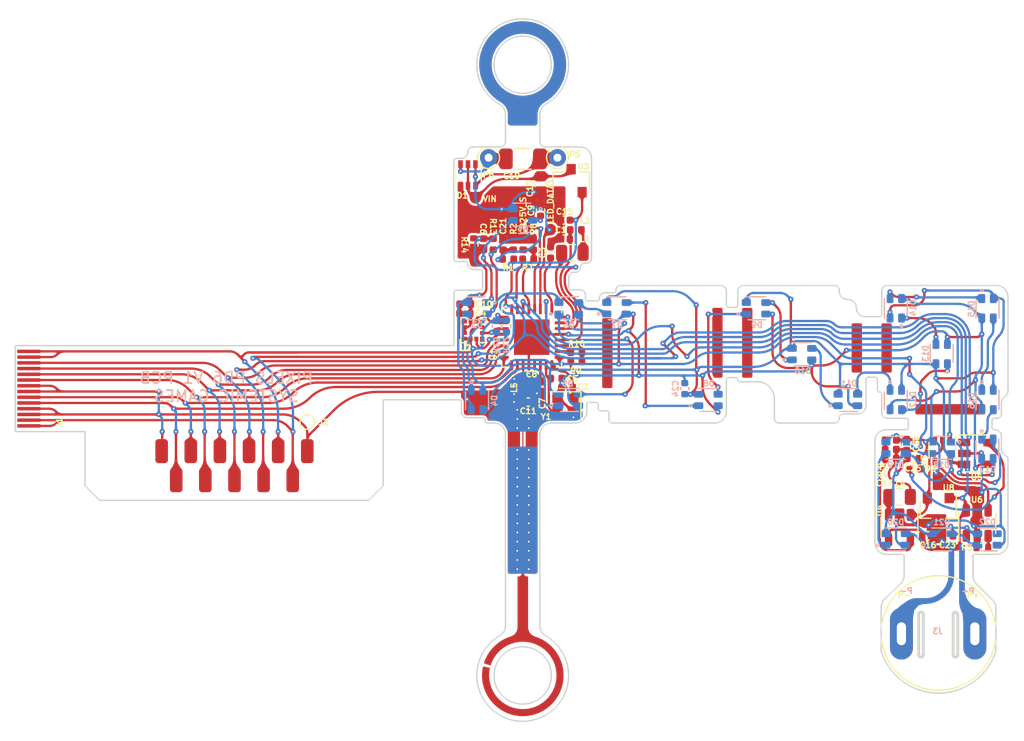
<source format=kicad_pcb>
(kicad_pcb (version 20211014) (generator pcbnew)
  (title_block (title "FLX-F020") (date "2021-09-11") (rev "10") (company "Systemic Games, LLC") (comment 1 "Flexible PCB, 0.13mm thickness"))
  (layers (0 "F.Cu" signal) (31 "B.Cu" signal) (34 "B.Paste" user) (35 "F.Paste" user) (36 "B.SilkS" user "B.Silkscreen") (37 "F.SilkS" user "F.Silkscreen") (38 "B.Mask" user) (39 "F.Mask" user) (44 "Edge.Cuts" user))
  (net 0 "")
  (net 1 "Net-(C1-Pad1)")
  (net 2 "GND")
  (net 3 "VDD")
  (net 4 "Net-(C8-Pad1)")
  (net 5 "VDC")
  (net 6 "Net-(L1-Pad2)")
  (net 7 "Net-(L1-Pad1)")
  (net 8 "+5V")
  (net 9 "Net-(R6-Pad1)")
  (net 10 "VEE")
  (net 11 "/LED_EN")
  (net 12 "Net-(C2-Pad2)")
  (net 13 "Net-(C3-Pad1)")
  (net 14 "Net-(C5-Pad2)")
  (net 15 "Net-(C7-Pad1)")
  (net 16 "Net-(C17-Pad2)")
  (net 17 "Net-(C19-Pad1)")
  (net 18 "Net-(C19-Pad2)")
  (net 19 "Net-(L4-Pad1)")
  (net 20 "RXI")
  (net 21 "TXO")
  (net 22 "SWO")
  (net 23 "RESET")
  (net 24 "SWDCLK")
  (net 25 "SWDIO")
  (net 26 "Net-(R10-Pad1)")
  (net 27 "Net-(R10-Pad2)")
  (net 28 "/LED_DATA")
  (net 29 "/Power Supply/MAG1_")
  (net 30 "/STATS")
  (net 31 "/VLED_SENSE")
  (net 32 "/5V_SENSE")
  (net 33 "/VBAT_SENSE")
  (net 34 "/Power Supply/LED_EN_OUT")
  (net 35 "Net-(R3-Pad1)")
  (net 36 "Net-(D2-Pad3)")
  (net 37 "Net-(D3-Pad3)")
  (net 38 "Net-(D4-Pad3)")
  (net 39 "Net-(D5-Pad3)")
  (net 40 "Net-(D6-Pad3)")
  (net 41 "Net-(D7-Pad3)")
  (net 42 "+BATT")
  (net 47 "/SCL")
  (net 48 "/SDA")
  (net 49 "/ACC_INT")
  (net 50 "/ARC_ANTENNA")
  (net 51 "Net-(D8-Pad3)")
  (net 52 "Net-(D10-Pad1)")
  (net 53 "Net-(D10-Pad3)")
  (net 54 "Net-(D11-Pad3)")
  (net 55 "Net-(D12-Pad3)")
  (net 56 "Net-(D13-Pad3)")
  (net 57 "Net-(D14-Pad3)")
  (net 58 "Net-(D15-Pad3)")
  (net 59 "Net-(D16-Pad3)")
  (net 60 "Net-(D17-Pad3)")
  (net 61 "Net-(D18-Pad3)")
  (net 62 "Net-(D19-Pad3)")
  (net 63 "Net-(D20-Pad3)")
  (net 64 "Net-(D21-Pad3)")
  (footprint "Capacitor_SMD:C_0402_1005Metric" (layer "F.Cu") (at 167.39 106.79)
    (fp_text reference "C16")
    (fp_text value "4.7uF 6.3V 20%")
  )
  (footprint "Pixels-dice:SOT-353_SC-70-5" (layer "F.Cu") (at 168.655 99.335 -90)
    (fp_text reference "U7")
    (fp_text value "74AHC1G08" hide)
  )
  (footprint "TestPoint:TestPoint_THTPad_D1.5mm_Drill0.7mm" (layer "F.Cu") (at 129.1 73.8 150)
    (fp_text reference "P6")
    (fp_text value "COILB")
  )
  (footprint "Resistor_SMD:R_0402_1005Metric" (layer "F.Cu") (at 127.8 81.35 -90)
    (fp_text reference "R14")
    (fp_text value "10M 1%")
  )
  (footprint "Capacitor_SMD:C_0402_1005Metric" (layer "F.Cu") (at 128.65 81.35 -90)
    (fp_text reference "C6")
    (fp_text value "10nF 25V 10%")
  )
  (footprint "Package_TO_SOT_SMD:SOT-23-5" (layer "F.Cu") (at 171.6575 99.6)
    (fp_text reference "U5")
    (fp_text value "MCP73832T-2ACI/OT")
  )
  (footprint "Package_TO_SOT_SMD:SOT-23" (layer "F.Cu") (at 168.3 104.5 -90)
    (fp_text reference "U8")
    (fp_text value "TMR1366")
  )
  (footprint "TestPoint:TestPoint_THTPad_D1.5mm_Drill0.7mm" (layer "F.Cu") (at 135.1 73.8 150)
    (fp_text reference "P5")
    (fp_text value "COILA")
  )
  (footprint "Pixels-dice:SOT-23-5" (layer "F.Cu") (at 171.7 105.696232 90)
    (fp_text reference "U6")
    (fp_text value "MT9700" hide)
  )
  (footprint "Resistor_SMD:R_0402_1005Metric" (layer "F.Cu") (at 172.15 107.82 180)
    (fp_text reference "R3")
    (fp_text value "10k 5%")
  )
  (footprint "Resistor_SMD:R_0402_1005Metric" (layer "F.Cu") (at 129.5 81.35 90)
    (fp_text reference "R13")
    (fp_text value "4.02M 1%")
  )
  (footprint "Capacitor_SMD:C_0402_1005Metric" (layer "F.Cu") (at 133.73 93.87 -90)
    (fp_text reference "C7")
    (fp_text value "100pF NP0 10V 5%")
  )
  (footprint "Inductor_SMD:L_0805_2012Metric" (layer "F.Cu") (at 136.4 82.1)
    (fp_text reference "L1")
    (fp_text value "10uH 100mA 10%")
  )
  (footprint "Capacitor_SMD:C_0402_1005Metric" (layer "F.Cu") (at 135 93.05 180)
    (fp_text reference "C5")
    (fp_text value "6pF 10V 10%")
  )
  (footprint "Capacitor_SMD:C_0402_1005Metric" (layer "F.Cu") (at 134.5 82.05 90)
    (fp_text reference "C3")
    (fp_text value "0.1uF 10V 20%")
  )
  (footprint "Capacitor_SMD:C_0402_1005Metric" (layer "F.Cu") (at 135.95 93.85)
    (fp_text reference "C2")
    (fp_text value "6pF 10V 10%")
  )
  (footprint "Resistor_SMD:R_0402_1005Metric" (layer "F.Cu") (at 136.75 90.79 180)
    (fp_text reference "R10")
    (fp_text value "100k 1%")
  )
  (footprint "Package_DFN_QFN:QFN-32-1EP_5x5mm_P0.5mm_EP3.1x3.1mm" (layer "F.Cu") (at 132.86 89.46 -90)
    (fp_text reference "U1")
    (fp_text value "N52810_QFN32")
  )
  (footprint "Capacitor_SMD:C_0402_1005Metric" (layer "F.Cu") (at 127.06 86.5775)
    (fp_text reference "C10")
    (fp_text value "0.1uF 10V 20%")
  )
  (footprint "Capacitor_SMD:C_0402_1005Metric" (layer "F.Cu") (at 132.9 93.87 -90)
    (fp_text reference "C8")
    (fp_text value "?? NP0")
  )
  (footprint "Capacitor_SMD:C_0402_1005Metric" (layer "F.Cu") (at 169.1 106.8 180)
    (fp_text reference "C23")
    (fp_text value "0.1uF 10V 20%")
  )
  (footprint "Capacitor_SMD:C_0402_1005Metric" (layer "F.Cu") (at 133.63 78.39 90)
    (fp_text reference "C9")
    (fp_text value "4.7uF 6.3V 20%")
  )
  (footprint "Pixels-dice:FPC-POGO-11" (layer "F.Cu") (at 106.94 100.6725 180)
    (fp_text reference "J2")
    (fp_text value "Conn_01x11")
  )
  (footprint "Capacitor_SMD:C_0402_1005Metric" (layer "F.Cu") (at 165.53 98.82 90)
    (fp_text reference "C18")
    (fp_text value "4.7uF 6.3V 20%")
  )
  (footprint "Resistor_SMD:R_0402_1005Metric" (layer "F.Cu") (at 164.16 99.255)
    (fp_text reference "R4")
    (fp_text value "402k 1%")
  )
  (footprint "Capacitor_SMD:C_0402_1005Metric" (layer "F.Cu") (at 164.154 100.045393 180)
    (fp_text reference "C17")
    (fp_text value "22pF 10V 5%")
  )
  (footprint "Pixels-dice:SOT-23-5" (layer "F.Cu") (at 164.92 106.07 -90)
    (fp_text reference "U4")
    (fp_text value "LN3406" hide)
  )
  (footprint "Resistor_SMD:R_0402_1005Metric" (layer "F.Cu") (at 136.75 91.6)
    (fp_text reference "R9")
    (fp_text value "150k 1%")
  )
  (footprint "Capacitor_SMD:C_0402_1005Metric" (layer "F.Cu") (at 127.03 87.3975)
    (fp_text reference "C4")
    (fp_text value "4.7uF 6.3V 20%")
  )
  (footprint "Inductor_SMD:L_0805_2012Metric" (layer "F.Cu") (at 164.93 103.4)
    (fp_text reference "L4")
    (fp_text value "2.2uH 20mA 10%")
  )
  (footprint "Resistor_SMD:R_0402_1005Metric" (layer "F.Cu") (at 166.25 100.95)
    (fp_text reference "R6")
    (fp_text value "22k 1%")
  )
  (footprint "Pixels-dice:FPC_14" (layer "F.Cu") (at 89 97.2 90)
    (fp_text reference "J1")
    (fp_text value "Conn_01x14")
  )
  (footprint "Capacitor_SMD:C_0603_1608Metric" (layer "F.Cu") (at 133.65 76.2 -90)
    (fp_text reference "C13")
    (fp_text value "4.7uF 25V 20%")
  )
  (footprint "Package_TO_SOT_SMD:SOT-363_SC-70-6" (layer "F.Cu") (at 127.3 75.3 90)
    (fp_text reference "D1")
    (fp_text value "BAV99S")
  )
  (footprint "Capacitor_SMD:C_0402_1005Metric" (layer "F.Cu") (at 135.7 79.25 180)
    (fp_text reference "C15")
    (fp_text value "4.7uF 6.3V 20%")
  )
  (footprint "Inductor_SMD:L_0402_1005Metric" (layer "F.Cu") (at 136.7 80.09 180)
    (fp_text reference "L2")
    (fp_text value "15nH 100mA 5%")
  )
  (footprint "Capacitor_SMD:C_0402_1005Metric" (layer "F.Cu") (at 135.7 80.9 180)
    (fp_text reference "C1")
    (fp_text value "4.7uF 6.3V 20%")
  )
  (footprint "Capacitor_SMD:C_0402_1005Metric" (layer "F.Cu") (at 130.35 81.35 90)
    (fp_text reference "C21")
    (fp_text value "10nF 25V 10%")
  )
  (footprint "Resistor_SMD:R_0402_1005Metric" (layer "F.Cu") (at 132.55 82.65)
    (fp_text reference "R7")
    (fp_text value "4.02M 1%")
  )
  (footprint "Resistor_SMD:R_0402_1005Metric" (layer "F.Cu") (at 131.25 81.35 -90)
    (fp_text reference "R2")
    (fp_text value "10M 1%")
  )
  (footprint "Resistor_SMD:R_0402_1005Metric" (layer "F.Cu") (at 133 81.35 90)
    (fp_text reference "R8")
    (fp_text value "10M 1%")
  )
  (footprint "Resistor_SMD:R_0402_1005Metric" (layer "F.Cu") (at 130.8 82.65 180)
    (fp_text reference "R1")
    (fp_text value "4.02M 1%")
  )
  (footprint "Capacitor_SMD:C_0402_1005Metric" (layer "F.Cu") (at 132.1 81.35 90)
    (fp_text reference "C22")
    (fp_text value "10nF 25V 10%")
  )
  (footprint "Pixels-dice:Crystal_SMD_2016-4Pin_2.0x1.6mm" (layer "F.Cu") (at 135.8 95.37 180)
    (fp_text reference "Y1")
    (fp_text value "32MHz 40ppm")
  )
  (footprint "Package_LGA:LGA-12_2x2mm_P0.5mm" (layer "F.Cu") (at 127.78 88.84 180)
    (fp_text reference "U2")
    (fp_text value "KXTJ3-1057")
  )
  (footprint "Capacitor_SMD:C_0402_1005Metric" (layer "F.Cu") (at 132.56 95.12)
    (fp_text reference "C11")
    (fp_text value "?? NP0")
  )
  (footprint "Inductor_SMD:L_0402_1005Metric" (layer "F.Cu") (at 132.07 93.87 -90)
    (fp_text reference "L5")
    (fp_text value "??")
  )
  (footprint "Resistor_SMD:R_0402_1005Metric" (layer "F.Cu") (at 164.16 98.435 180)
    (fp_text reference "R5")
    (fp_text value "100k 1%")
  )
  (footprint "Pixels-dice:ARC_Antenna" (layer "F.Cu") (at 132.08 110.17 -90)
    (fp_text reference "AE2" hide)
    (fp_text value "ARC")
  )
  (footprint "Pixels-dice:SOT-23" (layer "F.Cu") (at 136.3 75.8 -90)
    (fp_text reference "U3")
    (fp_text value "PJ75AL50SA")
  )
  (footprint "Capacitor_SMD:C_1206_3216Metric" (layer "F.Cu") (at 132.1 73.9 180)
    (fp_text reference "C19")
    (fp_text value "33nF 50V 5% NP0")
  )
  (footprint "Capacitor_SMD:C_0402_1005Metric" (layer "F.Cu") (at 166.1 100.05)
    (fp_text reference "C25")
    (fp_text value "0.1uF 10V 20%")
  )
  (footprint "Pixels-dice:TEST_PIN" (layer "F.Cu") (at 134.5 80.07)
    (fp_text reference "W22" hide)
    (fp_text value "LED_DATA1")
  )
  (footprint "Pixels-dice:TEST_PIN" (layer "F.Cu") (at 127.95 77.3)
    (fp_text reference "W16" hide)
    (fp_text value "VIN")
  )
  (footprint "Pixels-dice:TEST_PIN" (layer "F.Cu") (at 132.77 79.83)
    (fp_text reference "W13" hide)
    (fp_text value "5V_S")
  )
  (footprint "Pixels-dice:TX1812Z_2020" (layer "B.Cu") (at 136.085902 94.94 -90)
    (fp_text reference "D5")
    (fp_text value "TX1812Z_2020")
  )
  (footprint "Pixels-dice:TX1812Z_2020" (layer "B.Cu") (at 128.09 94.94 180)
    (fp_text reference "D4")
    (fp_text value "TX1812Z_2020")
  )
  (footprint "Pixels-dice:TX1812Z_2020" (layer "B.Cu") (at 136.08 86.94 -90)
    (fp_text reference "D6")
    (fp_text value "TX1812Z_2020")
  )
  (footprint "Pixels-dice:TX1812Z_2020" (layer "B.Cu") (at 132.08 78.77 90)
    (fp_text reference "D2")
    (fp_text value "TX1812Z_2020")
  )
  (footprint "Pixels-dice:TX1812Z_2020" (layer "B.Cu") (at 140.25 86.94 -90)
    (fp_text reference "D7")
    (fp_text value "TX1812Z_2020")
  )
  (footprint "Pixels-dice:TX1812Z_2020" (layer "B.Cu") (at 128.08 86.94 90)
    (fp_text reference "D3")
    (fp_text value "TX1812Z_2020")
  )
  (footprint "Pixels-dice:Hongjie 10100 Connector" (layer "B.Cu") (at 168.290601 115.336035 180)
    (fp_text reference "J3")
    (fp_text value "Conn_01x02")
  )
  (footprint "Resistor_SMD:R_0402_1005Metric" (layer "B.Cu") (at 130.65 88.5 -90)
    (fp_text reference "R12")
    (fp_text value "2.7k 5%")
  )
  (footprint "Resistor_SMD:R_0402_1005Metric" (layer "B.Cu") (at 129.8 88.5 -90)
    (fp_text reference "R16")
    (fp_text value "2.7k 5%")
  )
  (footprint "Pixels-dice:TX1812Z_2020" (layer "B.Cu") (at 152.42 86.94 -90)
    (fp_text reference "D9")
    (fp_text value "TX1812Z_2020")
  )
  (footprint "Pixels-dice:TX1812Z_2020" (layer "B.Cu") (at 164.6 86.94)
    (fp_text reference "D14")
    (fp_text value "TX1812Z_2020")
  )
  (footprint "Pixels-dice:TX1812Z_2020" (layer "B.Cu") (at 164.59 107.11 -90)
    (fp_text reference "D20")
    (fp_text value "TX1812Z_2020")
  )
  (footprint "Pixels-dice:TX1812Z_2020" (layer "B.Cu") (at 172.59 107.11 -90)
    (fp_text reference "D22")
    (fp_text value "TX1812Z_2020")
  )
  (footprint "Pixels-dice:TX1812Z_2020" (layer "B.Cu") (at 172.585902 99.2 180)
    (fp_text reference "D17")
    (fp_text value "TX1812Z_2020")
  )
  (footprint "Pixels-dice:TX1812Z_2020" (layer "B.Cu") (at 156.42 90.94 -90)
    (fp_text reference "D10")
    (fp_text value "TX1812Z_2020")
  )
  (footprint "Pixels-dice:TX1812Z_2020" (layer "B.Cu") (at 168.59 99.11 90)
    (fp_text reference "D18")
    (fp_text value "TX1812Z_2020")
  )
  (footprint "Pixels-dice:TX1812Z_2020" (layer "B.Cu") (at 172.6 86.94 180)
    (fp_text reference "D15")
    (fp_text value "TX1812Z_2020")
  )
  (footprint "Pixels-dice:TX1812Z_2020" (layer "B.Cu") (at 160.42 94.94 -90)
    (fp_text reference "D11")
    (fp_text value "TX1812Z_2020")
  )
  (footprint "Pixels-dice:TX1812Z_2020" (layer "B.Cu") (at 172.6 94.94 180)
    (fp_text reference "D16")
    (fp_text value "TX1812Z_2020")
  )
  (footprint "Pixels-dice:TX1812Z_2020" (layer "B.Cu") (at 148.26 94.94 -90)
    (fp_text reference "D8")
    (fp_text value "TX1812Z_2020")
  )
  (footprint "Pixels-dice:TX1812Z_2020" (layer "B.Cu") (at 164.6 94.94 180)
    (fp_text reference "D12")
    (fp_text value "TX1812Z_2020")
  )
  (footprint "Pixels-dice:TX1812Z_2020" (layer "B.Cu") (at 164.59 99.11 90)
    (fp_text reference "D19")
    (fp_text value "TX1812Z_2020")
  )
  (footprint "Pixels-dice:TX1812Z_2020" (layer "B.Cu") (at 168.59 107.11 -90)
    (fp_text reference "D21")
    (fp_text value "TX1812Z_2020")
  )
  (footprint "Pixels-dice:TX1812Z_2020" (layer "B.Cu") (at 168.6 90.94)
    (fp_text reference "D13")
    (fp_text value "TX1812Z_2020")
  )
  (footprint "Capacitor_SMD:C_0402_1005Metric" (layer "B.Cu") (at 146.2 93.95 90)
    (fp_text reference "C24")
    (fp_text value "0.1uF 10V 20%")
  )
  (gr_circle (center 168.332038 115.269521) (end 173.332038 115.269521) (layer "F.SilkS") (width 0.12) (fill none))
  (gr_line (start 165.014507 110.979502) (end 163.634677 112.294737) (layer "Edge.Cuts") (width 0.12))
  (gr_line (start 138.8602 95.8889) (end 138.8552 95.8889) (layer "Edge.Cuts") (width 0.12))
  (gr_line (start 150.027199 92.99) (end 150.6642 92.99) (layer "Edge.Cuts") (width 0.12))
  (gr_arc (start 134.07 115.509615) (mid 133.703975 115.14359) (end 133.57 114.64359) (layer "Edge.Cuts") (width 0.12))
  (gr_arc (start 136.3 85.32) (mid 136.154029 85.258042) (end 136.097197 85.11) (layer "Edge.Cuts") (width 0.12))
  (gr_line (start 165.497198 97.535598) (end 163.779022 97.535028) (layer "Edge.Cuts") (width 0.12))
  (gr_line (start 163.324198 113.019612) (end 163.324198 116.859) (layer "Edge.Cuts") (width 0.12))
  (gr_line (start 166.6 117.19) (end 166.6 113.64) (layer "Edge.Cuts") (width 0.25))
  (gr_line (start 139.5912 96.0889) (end 139.5912 96.4482) (layer "Edge.Cuts") (width 0.12))
  (gr_arc (start 161.998199 93.15) (mid 162.056778 93.008578) (end 162.198199 92.949999) (layer "Edge.Cuts") (width 0.12))
  (gr_arc (start 165.124713 108.410572) (mid 165.267018 108.469516) (end 165.325962 108.611821) (layer "Edge.Cuts") (width 0.12))
  (gr_arc (start 149.827199 93.19) (mid 149.885778 93.048579) (end 150.027199 92.99) (layer "Edge.Cuts") (width 0.12))
  (gr_line (start 130.1 72.8644) (end 127.73 72.8644) (layer "Edge.Cuts") (width 0.12))
  (gr_line (start 118.6372 103.7) (end 95.1828 103.7) (layer "Edge.Cuts") (width 0.12))
  (gr_arc (start 160.4142 86.1717) (mid 159.88387 85.95203) (end 159.6642 85.4217) (layer "Edge.Cuts") (width 0.12))
  (gr_line (start 137.097197 83.399998) (end 137.097197 83.399999) (layer "Edge.Cuts") (width 0.12))
  (gr_line (start 136.497197 83.799998) (end 136.697197 83.799998) (layer "Edge.Cuts") (width 0.12))
  (gr_arc (start 150.0272 86.8586) (mid 149.885778 86.800021) (end 149.8272 86.658599) (layer "Edge.Cuts") (width 0.12))
  (gr_line (start 93.91 97.7) (end 87.83 97.7) (layer "Edge.Cuts") (width 0.12))
  (gr_arc (start 130.07 69.152863) (mid 130.436025 69.518888) (end 130.57 70.018888) (layer "Edge.Cuts") (width 0.12))
  (gr_arc (start 137.757405 86.3) (mid 137.611259 86.248) (end 137.549996 86.105488) (layer "Edge.Cuts") (width 0.12))
  (gr_arc (start 163.324198 113.019612) (mid 163.405084 112.625327) (end 163.634677 112.294737) (layer "Edge.Cuts") (width 0.12))
  (gr_arc (start 149.8272 95.950003) (mid 149.534307 96.657107) (end 148.827203 96.95) (layer "Edge.Cuts") (width 0.12))
  (gr_arc (start 165.697198 97.335598) (mid 165.63862 97.47702) (end 165.497198 97.535598) (layer "Edge.Cuts") (width 0.12))
  (gr_line (start 119.9102 102.427) (end 118.6372 103.7) (layer "Edge.Cuts") (width 0.12))
  (gr_line (start 137.049996 85.319995) (end 136.3 85.32) (layer "Edge.Cuts") (width 0.12))
  (gr_line (start 119.9102 94.918731) (end 126.531302 94.924245) (layer "Edge.Cuts") (width 0.12))
  (gr_line (start 162 95.45) (end 161.998199 93.15) (layer "Edge.Cuts") (width 0.12))
  (gr_line (start 163.144596 87.6717) (end 161.914201 87.6717) (layer "Edge.Cuts") (width 0.12))
  (gr_arc (start 128.3702 83.5644) (mid 128.511621 83.622979) (end 128.5702 83.7644) (layer "Edge.Cuts") (width 0.12))
  (gr_line (start 128.8 96.674795) (end 128.797197 96.75) (layer "Edge.Cuts") (width 0.12))
  (gr_line (start 162.7842 106.322387) (end 162.7842 107.409594) (layer "Edge.Cuts") (width 0.12))
  (gr_line (start 162.9982 93.15) (end 162.998202 94.051587) (layer "Edge.Cuts") (width 0.12))
  (gr_line (start 139.8912 96.949999) (end 148.8272 96.95) (layer "Edge.Cuts") (width 0.12))
  (gr_arc (start 162 95.45) (mid 161.773527 95.959136) (end 161.25 96.15) (layer "Edge.Cuts") (width 0.12))
  (gr_arc (start 171.61746 110.97943) (mid 171.402823 110.658112) (end 171.327421 110.279128) (layer "Edge.Cuts") (width 0.12))
  (gr_arc (start 173.031461 112.394051) (mid 173.248119 112.71842) (end 173.324197 113.101001) (layer "Edge.Cuts") (width 0.12))
  (gr_line (start 134.593988 96.95) (end 136.6552 96.95) (layer "Edge.Cuts") (width 0.12))
  (gr_line (start 139.5912 96.4482) (end 139.5912 96.65) (layer "Edge.Cuts") (width 0.12))
  (gr_line (start 126.0702 85.5644) (end 126.0702 90.2) (layer "Edge.Cuts") (width 0.12))
  (gr_arc (start 139.391203 95.8889) (mid 139.532622 95.94748) (end 139.5912 96.0889) (layer "Edge.Cuts") (width 0.12))
  (gr_arc (start 127.8702 83.5644) (mid 127.473337 83.4144) (end 127.274906 83.0394) (layer "Edge.Cuts") (width 0.12))
  (gr_line (start 137.855199 95.149999) (end 138.455201 95.149999) (layer "Edge.Cuts") (width 0.12))
  (gr_line (start 163.373 87.4717) (end 163.373001 85.42) (layer "Edge.Cuts") (width 0.12))
  (gr_arc (start 127.076475 82.8644) (mid 127.208762 82.9144) (end 127.274906 83.0394) (layer "Edge.Cuts") (width 0.12))
  (gr_arc (start 174.384192 94.095268) (mid 174.314695 94.408487) (end 174.116889 94.661091) (layer "Edge.Cuts") (width 0.12))
  (gr_arc (start 170 117.19) (mid 169.8 117.39) (end 169.6 117.19) (layer "Edge.Cuts") (width 0.25))
  (gr_line (start 163.373 94.451588) (end 163.373 96.035603) (layer "Edge.Cuts") (width 0.12))
  (gr_arc (start 173.19 97.535601) (mid 173.048579 97.477022) (end 172.99 97.3356) (layer "Edge.Cuts") (width 0.12))
  (gr_arc (start 163.873004 96.535604) (mid 163.519449 96.389158) (end 163.373 96.035603) (layer "Edge.Cuts") (width 0.12))
  (gr_line (start 159.6642 85.4217) (end 159.664201 85.350001) (layer "Edge.Cuts") (width 0.12))
  (gr_arc (start 128.997197 96.95) (mid 128.855776 96.891421) (end 128.797197 96.75) (layer "Edge.Cuts") (width 0.12))
  (gr_line (start 138.6552 95.35) (end 138.6552 95.6889) (layer "Edge.Cuts") (width 0.12))
  (gr_line (start 150.9642 93.344751) (end 152.5142 93.344751) (layer "Edge.Cuts") (width 0.12))
  (gr_arc (start 163.172999 94.251588) (mid 163.314421 94.310166) (end 163.373 94.451588) (layer "Edge.Cuts") (width 0.12))
  (gr_line (start 149.326673 84.95) (end 140.597197 84.95) (layer "Edge.Cuts") (width 0.12))
  (gr_arc (start 129.5702 96.949995) (mid 130.285451 97.250863) (end 130.5702 97.972683) (layer "Edge.Cuts") (width 0.12))
  (gr_line (start 87.83 90.2) (end 126.0702 90.2) (layer "Edge.Cuts") (width 0.12))
  (gr_line (start 173.031461 112.394051) (end 171.61746 110.97943) (layer "Edge.Cuts") (width 0.12))
  (gr_arc (start 161.914201 87.6717) (mid 161.38387 87.452031) (end 161.1642 86.9217) (layer "Edge.Cuts") (width 0.12))
  (gr_line (start 127.8702 83.5644) (end 128.3702 83.5644) (layer "Edge.Cuts") (width 0.12))
  (gr_arc (start 173.23 97.535027) (mid 173.631925 97.684027) (end 173.800856 98.07799) (layer "Edge.Cuts") (width 0.12))
  (gr_line (start 160.0642 96.15) (end 161.25 96.15) (layer "Edge.Cuts") (width 0.12))
  (gr_arc (start 173.384198 84.950001) (mid 174.091306 85.242894) (end 174.384199 85.950001) (layer "Edge.Cuts") (width 0.12))
  (gr_line (start 162.779023 98.535029) (end 162.7842 106.322387) (layer "Edge.Cuts") (width 0.12))
  (gr_arc (start 130.07 69.152863) (mid 132.07 61.688761) (end 134.07 69.152863) (layer "Edge.Cuts") (width 0.12))
  (gr_line (start 169.6 117.19) (end 169.6 113.64) (layer "Edge.Cuts") (width 0.25))
  (gr_arc (start 163.373001 85.42) (mid 163.522233 85.08003) (end 163.87 84.95) (layer "Edge.Cuts") (width 0.12))
  (gr_arc (start 137.097197 83.399999) (mid 137.214354 83.117156) (end 137.497198 82.999999) (layer "Edge.Cuts") (width 0.12))
  (gr_line (start 137.497198 82.999999) (end 137.670199 82.999999) (layer "Edge.Cuts") (width 0.12))
  (gr_arc (start 173.324201 116.867277) (mid 168.321179 120.512086) (end 163.324198 116.859) (layer "Edge.Cuts") (width 0.12))
  (gr_line (start 173.800856 99.24339) (end 173.800856 98.07799) (layer "Edge.Cuts") (width 0.12))
  (gr_line (start 130.5702 97.972683) (end 130.57 114.64359) (layer "Edge.Cuts") (width 0.12))
  (gr_line (start 171.327421 110.279128) (end 171.327197 108.587896) (layer "Edge.Cuts") (width 0.12))
  (gr_arc (start 163.785178 108.410572) (mid 163.07738 108.117392) (end 162.7842 107.409594) (layer "Edge.Cuts") (width 0.12))
  (gr_line (start 93.91 102.427) (end 93.91 97.7) (layer "Edge.Cuts") (width 0.12))
  (gr_arc (start 133.5702 97.973788) (mid 133.870061 97.249861) (end 134.593988 96.95) (layer "Edge.Cuts") (width 0.12))
  (gr_arc (start 163.373 87.4717) (mid 163.30416 87.623504) (end 163.144596 87.6717) (layer "Edge.Cuts") (width 0.12))
  (gr_arc (start 174.379024 107.406408) (mid 174.086136 108.113512) (end 173.379035 108.406408) (layer "Edge.Cuts") (width 0.12))
  (gr_line (start 173.23 97.535027) (end 173.19 97.535601) (layer "Edge.Cuts") (width 0.12))
  (gr_line (start 149.826951 85.434742) (end 149.8272 86.658599) (layer "Edge.Cuts") (width 0.12))
  (gr_circle (center 132.07 65.688761) (end 134.57 65.688761) (layer "Edge.Cuts") (width 0.12) (fill none))
  (gr_line (start 171.50807 108.407) (end 173.379035 108.406408) (layer "Edge.Cuts") (width 0.12))
  (gr_arc (start 174.201773 99.801372) (mid 174.329249 99.898186) (end 174.38 100.05) (layer "Edge.Cuts") (width 0.12))
  (gr_line (start 126.2702 82.8644) (end 127.076475 82.8644) (layer "Edge.Cuts") (width 0.12))
  (gr_arc (start 134 72.8644) (mid 133.694008 72.716452) (end 133.57 72.4) (layer "Edge.Cuts") (width 0.12))
  (gr_arc (start 137.6552 95.950003) (mid 137.362307 96.657107) (end 136.655203 96.95) (layer "Edge.Cuts") (width 0.12))
  (gr_arc (start 133.57 70.018888) (mid 133.703975 69.518888) (end 134.07 69.152863) (layer "Edge.Cuts") (width 0.12))
  (gr_line (start 126.0702 74.0644) (end 126.0702 82.6644) (layer "Edge.Cuts") (width 0.12))
  (gr_line (start 126.697197 73.8644) (end 126.2702 73.8644) (layer "Edge.Cuts") (width 0.12))
  (gr_arc (start 172.99 96.7356) (mid 173.048579 96.594178) (end 173.19 96.535599) (layer "Edge.Cuts") (width 0.12))
  (gr_arc (start 138.749997 86.1) (mid 138.694257 86.244253) (end 138.550006 86.3) (layer "Edge.Cuts") (width 0.12))
  (gr_arc (start 160.4142 86.1717) (mid 160.94453 86.39137) (end 161.1642 86.9217) (layer "Edge.Cuts") (width 0.12))
  (gr_arc (start 149.326673 84.95) (mid 149.674973 85.091063) (end 149.826951 85.434742) (layer "Edge.Cuts") (width 0.12))
  (gr_line (start 119.9102 94.918731) (end 119.9102 102.427) (layer "Edge.Cuts") (width 0.12))
  (gr_circle (center 132.07 118.973717) (end 134.57 118.973717) (layer "Edge.Cuts") (width 0.12) (fill none))
  (gr_arc (start 152.5142 93.344751) (mid 153.57486 93.784091) (end 154.0142 94.844751) (layer "Edge.Cuts") (width 0.12))
  (gr_arc (start 163.172999 94.251588) (mid 163.048059 94.184398) (end 162.998202 94.051587) (layer "Edge.Cuts") (width 0.12))
  (gr_line (start 170 113.64) (end 170 117.19) (layer "Edge.Cuts") (width 0.25))
  (gr_line (start 126.8562 85.3644) (end 126.2702 85.3644) (layer "Edge.Cuts") (width 0.12))
  (gr_line (start 149.8272 95.95) (end 149.8272 93.29) (layer "Edge.Cuts") (width 0.12))
  (gr_arc (start 162.798201 92.949999) (mid 162.939622 93.008578) (end 162.998201 93.149999) (layer "Edge.Cuts") (width 0.12))
  (gr_arc (start 150.6642 92.99) (mid 150.770266 93.033934) (end 150.8142 93.14) (layer "Edge.Cuts") (width 0.12))
  (gr_arc (start 137.097197 83.399998) (mid 136.98004 83.682841) (end 136.697197 83.799998) (layer "Edge.Cuts") (width 0.12))
  (gr_line (start 128.3702 85.3644) (end 126.8562 85.3644) (layer "Edge.Cuts") (width 0.12))
  (gr_line (start 128.6 96.479202) (end 127.231294 96.47918) (layer "Edge.Cuts") (width 0.12))
  (gr_line (start 150.6272 86.8586) (end 150.0272 86.8586) (layer "Edge.Cuts") (width 0.12))
  (gr_line (start 133.57 70.018888) (end 133.57 72.4) (layer "Edge.Cuts") (width 0.12))
  (gr_line (start 130.57 72.4) (end 130.57 70.018888) (layer "Edge.Cuts") (width 0.12))
  (gr_line (start 129.5702 96.95) (end 128.997197 96.95) (layer "Edge.Cuts") (width 0.12))
  (gr_arc (start 167 117.19) (mid 166.8 117.39) (end 166.6 117.19) (layer "Edge.Cuts") (width 0.25))
  (gr_arc (start 134.07 115.509615) (mid 132.07 122.973717) (end 130.07 115.509615) (layer "Edge.Cuts") (width 0.12))
  (gr_line (start 163.873004 96.535604) (end 165.4972 96.5356) (layer "Edge.Cuts") (width 0.12))
  (gr_line (start 137.6552 95.95) (end 137.6552 95.35) (layer "Edge.Cuts") (width 0.12))
  (gr_line (start 173.19 96.535599) (end 173.3842 96.5356) (layer "Edge.Cuts") (width 0.12))
  (gr_line (start 173.443231 96.5356) (end 173.3842 96.5356) (layer "Edge.Cuts") (width 0.12))
  (gr_line (start 165.325962 108.611821) (end 165.325962 110.252351) (layer "Edge.Cuts") (width 0.12))
  (gr_arc (start 127.231294 96.47918) (mid 126.877746 96.332732) (end 126.731302 95.979181) (layer "Edge.Cuts") (width 0.12))
  (gr_arc (start 159.664201 96.55) (mid 159.547044 96.832843) (end 159.264202 96.95) (layer "Edge.Cuts") (width 0.12))
  (gr_line (start 151.3272 84.95) (end 159.264198 84.95) (layer "Edge.Cuts") (width 0.12))
  (gr_arc (start 150.827201 86.658601) (mid 150.768622 86.800022) (end 150.627201 86.858601) (layer "Edge.Cuts") (width 0.12))
  (gr_arc (start 174.201773 99.801372) (mid 173.911492 99.586919) (end 173.800856 99.24339) (layer "Edge.Cuts") (width 0.12))
  (gr_arc (start 169.6 113.64) (mid 169.8 113.44) (end 170 113.64) (layer "Edge.Cuts") (width 0.25))
  (gr_arc (start 140.2 85.37) (mid 140.145007 85.517863) (end 140 85.58) (layer "Edge.Cuts") (width 0.12))
  (gr_line (start 150.8142 93.14) (end 150.8142 93.194751) (layer "Edge.Cuts") (width 0.12))
  (gr_arc (start 171.327197 108.587896) (mid 171.380165 108.459985) (end 171.50807 108.407) (layer "Edge.Cuts") (width 0.12))
  (gr_line (start 138.0702 82.599999) (end 138.0702 73.8644) (layer "Edge.Cuts") (width 0.12))
  (gr_arc (start 138.749997 86.1) (mid 138.889307 85.733561) (end 139.250006 85.58) (layer "Edge.Cuts") (width 0.12))
  (gr_arc (start 130.57 72.4) (mid 130.431997 72.730366) (end 130.1 72.8644) (layer "Edge.Cuts") (width 0.12))
  (gr_line (start 136.097197 85.11) (end 136.097197 84.199998) (layer "Edge.Cuts") (width 0.12))
  (gr_line (start 174.3842 93.7) (end 174.3842 85.95) (layer "Edge.Cuts") (width 0.12))
  (gr_arc (start 137.049996 85.319995) (mid 137.403552 85.466442) (end 137.55 85.819998) (layer "Edge.Cuts") (width 0.12))
  (gr_arc (start 154.4142 96.949999) (mid 154.131357 96.832842) (end 154.0142 96.549999) (layer "Edge.Cuts") (width 0.12))
  (gr_arc (start 136.097197 84.199998) (mid 136.214354 83.917155) (end 136.497197 83.799998) (layer "Edge.Cuts") (width 0.12))
  (gr_arc (start 127.3 73.3) (mid 127.420185 72.988604) (end 127.73 72.8644) (layer "Edge.Cuts") (width 0.12))
  (gr_arc (start 165.497201 96.535599) (mid 165.638622 96.594178) (end 165.697201 96.735599) (layer "Edge.Cuts") (width 0.12))
  (gr_line (start 139.0882 95.8889) (end 139.3912 95.8889) (layer "Edge.Cuts") (width 0.12))
  (gr_arc (start 159.264198 84.95) (mid 159.547043 85.067157) (end 159.664201 85.350001) (layer "Edge.Cuts") (width 0.12))
  (gr_line (start 173.3842 84.95) (end 163.87 84.95) (layer "Edge.Cuts") (width 0.12))
  (gr_arc (start 137.655199 95.35) (mid 137.713778 95.208578) (end 137.855199 95.149999) (layer "Edge.Cuts") (width 0.12))
  (gr_line (start 137.55 85.819998) (end 137.549996 86.105488) (layer "Edge.Cuts") (width 0.12))
  (gr_line (start 149.827199 93.29) (end 149.827199 93.19) (layer "Edge.Cuts") (width 0.12))
  (gr_line (start 174.384192 94.095268) (end 174.3842 93.7) (layer "Edge.Cuts") (width 0.12))
  (gr_arc (start 138.8552 95.8889) (mid 138.713779 95.830321) (end 138.6552 95.6889) (layer "Edge.Cuts") (width 0.12))
  (gr_arc (start 128.6 96.479202) (mid 128.744545 96.53145) (end 128.8 96.674795) (layer "Edge.Cuts") (width 0.12))
  (gr_line (start 95.1828 103.7) (end 93.91 102.427) (layer "Edge.Cuts") (width 0.12))
  (gr_arc (start 126.531302 94.924245) (mid 126.672723 94.982824) (end 126.731302 95.124245) (layer "Edge.Cuts") (width 0.12))
  (gr_line (start 138.550006 86.3) (end 137.757405 86.3) (layer "Edge.Cuts") (width 0.12))
  (gr_line (start 150.8272 85.45) (end 150.8272 86.6586) (layer "Edge.Cuts") (width 0.12))
  (gr_arc (start 126.0702 74.0644) (mid 126.128779 73.922979) (end 126.2702 73.8644) (layer "Edge.Cuts") (width 0.12))
  (gr_arc (start 166.6 113.64) (mid 166.8 113.44) (end 167 113.64) (layer "Edge.Cuts") (width 0.25))
  (gr_arc (start 139.8912 96.949999) (mid 139.679069 96.862131) (end 139.591201 96.65) (layer "Edge.Cuts") (width 0.12))
  (gr_arc (start 150.9642 93.344751) (mid 150.858134 93.300817) (end 150.8142 93.194751) (layer "Edge.Cuts") (width 0.12))
  (gr_line (start 172.99 97.3356) (end 172.99 96.7356) (layer "Edge.Cuts") (width 0.12))
  (gr_arc (start 126.070199 85.5644) (mid 126.128778 85.422978) (end 126.270199 85.364399) (layer "Edge.Cuts") (width 0.12))
  (gr_arc (start 138.455201 95.149999) (mid 138.596622 95.208578) (end 138.655201 95.349999) (layer "Edge.Cuts") (width 0.12))
  (gr_line (start 128.5702 83.7644) (end 128.5702 85.1644) (layer "Edge.Cuts") (width 0.12))
  (gr_line (start 133.57 114.64359) (end 133.5702 97.973788) (layer "Edge.Cuts") (width 0.12))
  (gr_arc (start 173.807089 95.23346) (mid 173.889506 94.908044) (end 174.116889 94.661091) (layer "Edge.Cuts") (width 0.12))
  (gr_line (start 139.250006 85.58) (end 140 85.58) (layer "Edge.Cuts") (width 0.12))
  (gr_arc (start 128.5702 85.1644) (mid 128.511621 85.305821) (end 128.3702 85.3644) (layer "Edge.Cuts") (width 0.12))
  (gr_line (start 154.0142 94.844751) (end 154.0142 96.549999) (layer "Edge.Cuts") (width 0.12))
  (gr_arc (start 126.2702 82.8644) (mid 126.128779 82.805821) (end 126.0702 82.6644) (layer "Edge.Cuts") (width 0.12))
  (gr_line (start 174.379024 107.406408) (end 174.38 100.05) (layer "Edge.Cuts") (width 0.12))
  (gr_line (start 173.324197 116.86729) (end 173.324197 113.100999) (layer "Edge.Cuts") (width 0.12))
  (gr_arc (start 159.664201 96.55) (mid 159.781358 96.267157) (end 160.0642 96.15) (layer "Edge.Cuts") (width 0.12))
  (gr_arc (start 127.3 73.3) (mid 127.110089 73.701276) (end 126.697197 73.8644) (layer "Edge.Cuts") (width 0.12))
  (gr_line (start 139.0882 95.8889) (end 138.8602 95.8889) (layer "Edge.Cuts") (width 0.12))
  (gr_arc (start 173.807094 96.171736) (mid 173.700521 96.429027) (end 173.443231 96.5356) (layer "Edge.Cuts") (width 0.12))
  (gr_line (start 87.83 90.2) (end 87.83 97.7) (layer "Edge.Cuts") (width 0.12))
  (gr_arc (start 138.0702 82.599999) (mid 137.953042 82.882842) (end 137.670199 82.999999) (layer "Edge.Cuts") (width 0.12))
  (gr_arc (start 165.325962 110.252351) (mid 165.244821 110.647874) (end 165.014507 110.979502) (layer "Edge.Cuts") (width 0.12))
  (gr_arc (start 150.8272 85.45) (mid 150.973647 85.096447) (end 151.3272 84.95) (layer "Edge.Cuts") (width 0.12))
  (gr_line (start 167 113.64) (end 167 117.19) (layer "Edge.Cuts") (width 0.25))
  (gr_arc (start 162.779023 98.535029) (mid 163.071916 97.827923) (end 163.779022 97.535028) (layer "Edge.Cuts") (width 0.12))
  (gr_line (start 165.6972 96.7356) (end 165.6972 97.3356) (layer "Edge.Cuts") (width 0.12))
  (gr_line (start 163.785178 108.410572) (end 165.124713 108.410572) (layer "Edge.Cuts") (width 0.12))
  (gr_line (start 154.4142 96.949999) (end 159.264202 96.95) (layer "Edge.Cuts") (width 0.12))
  (gr_arc (start 140.2 85.37) (mid 140.308161 85.074473) (end 140.597197 84.95) (layer "Edge.Cuts") (width 0.12))
  (gr_line (start 162.1982 92.95) (end 162.7982 92.95) (layer "Edge.Cuts") (width 0.12))
  (gr_line (start 137.0702 72.8644) (end 134 72.8644) (layer "Edge.Cuts") (width 0.12))
  (gr_line (start 126.731302 95.979181) (end 126.731302 95.124245) (layer "Edge.Cuts") (width 0.12))
  (gr_arc (start 137.070198 72.864401) (mid 137.777306 73.157294) (end 138.070199 73.864401) (layer "Edge.Cuts") (width 0.12))
  (gr_line (start 173.807094 96.171736) (end 173.807089 95.23346) (layer "Edge.Cuts") (width 0.12))
  (gr_arc (start 130.57 114.64359) (mid 130.436025 115.14359) (end 130.07 115.509615) (layer "Edge.Cuts") (width 0.12))
  (gr_text "PIXELS PD6 V1 PCB\nSYSTEMIC GAMES" (at 106.23 93.81) (layer "B.SilkS") (effects (font (size 1 1)) (justify mirror)))
  (gr_text "P+" (at 170.9 111.6) (layer "B.SilkS") (effects (font (size 0.5 0.5) (thickness 0.12)) (justify mirror)))
  (gr_text "P-" (at 165.5 111.6) (layer "B.SilkS") (effects (font (size 0.5 0.5) (thickness 0.12)) (justify mirror)))
  (gr_text "P-" (at 165.340601 111.966035) (layer "F.SilkS") (effects (font (size 0.5 0.5) (thickness 0.12))))
  (gr_text "P+" (at 171.340601 111.966035) (layer "F.SilkS") (effects (font (size 0.5 0.5) (thickness 0.12))))
  (segment (start 136.85 87.6) (end 136.85 88.095441) (width 0.2) (layer "F.Cu") (net 1))
  (segment (start 136.235441 88.71) (end 135.2975 88.71) (width 0.2) (layer "F.Cu") (net 1))
  (segment (start 136.25 81.019497) (end 136.25 82.227746) (width 0.2) (layer "F.Cu") (net 1))
  (segment (start 135.37 84.55) (end 135.37 84.352253) (width 0.2) (layer "F.Cu") (net 1))
  (segment (start 136.215 80.840251) (end 136.215 80.09) (width 0.2) (layer "F.Cu") (net 1))
  (segment (start 136.215 80.935) (end 136.1975 80.9175) (width 0.2) (layer "F.Cu") (net 1))
  (segment (start 135.949827 85.949827) (end 136.319669 86.319669) (width 0.2) (layer "F.Cu") (net 1))
  (arc (start 136.67 88.53) (mid 136.470622 88.663219) (end 136.235441 88.71) (width 0.2) (layer "F.Cu") (net 1))
  (arc (start 135.37 84.55) (mid 135.520692 85.307581) (end 135.949827 85.949827) (width 0.2) (layer "F.Cu") (net 1))
  (arc (start 136.319669 86.319669) (mid 136.712171 86.90709) (end 136.85 87.6) (width 0.2) (layer "F.Cu") (net 1))
  (arc (start 136.1975 80.8825) (mid 136.190251 80.9) (end 136.1975 80.9175) (width 0.2) (layer "F.Cu") (net 1))
  (arc (start 135.81 83.29) (mid 135.484352 83.777366) (end 135.37 84.352253) (width 0.2) (layer "F.Cu") (net 1))
  (arc (start 136.215 80.840251) (mid 136.210451 80.863116) (end 136.1975 80.8825) (width 0.2) (layer "F.Cu") (net 1))
  (arc (start 136.215 80.935) (mid 136.240903 80.973767) (end 136.25 81.019497) (width 0.2) (layer "F.Cu") (net 1))
  (arc (start 136.85 88.095441) (mid 136.803219 88.330622) (end 136.67 88.53) (width 0.2) (layer "F.Cu") (net 1))
  (arc (start 136.25 82.227746) (mid 136.135647 82.802633) (end 135.81 83.29) (width 0.2) (layer "F.Cu") (net 1))
  (segment (start 113.29 98.5) (end 113.29 97.8) (width 0.2) (layer "F.Cu") (net 2))
  (segment (start 168.597928 106.79) (end 168.13 106.79) (width 0.2) (layer "F.Cu") (net 2))
  (segment (start 127.8 82.055) (end 127.8 82.155) (width 0.2) (layer "F.Cu") (net 2))
  (segment (start 127.53 87.92125) (end 127.53 87.431642) (width 0.2) (layer "F.Cu") (net 2))
  (segment (start 127.53 88.23375) (end 127.53 88.248578) (width 0.2) (layer "F.Cu") (net 2))
  (segment (start 134.756066 80.9) (end 134.935 80.9) (width 0.2) (layer "F.Cu") (net 2))
  (segment (start 133.657322 76.8) (end 133.05 76.8) (width 0.2) (layer "F.Cu") (net 2))
  (segment (start 127.545 86.29125) (end 127.545 86.86375) (width 0.2) (layer "F.Cu") (net 2))
  (segment (start 127.52 87.4075) (end 127.51 87.3975) (width 0.2) (layer "F.Cu") (net 2))
  (segment (start 167.45 105.85) (end 165.432132 105.85) (width 0.2) (layer "F.Cu") (net 2))
  (segment (start 171.964644 99.6) (end 170.5575 99.6) (width 0.2) (layer "F.Cu") (net 2))
  (segment (start 167.45 105.85) (end 167.625 105.675) (width 0.2) (layer "F.Cu") (net 2))
  (segment (start 166.674748 100.025251) (end 167.052512 99.647487) (width 0.2) (layer "F.Cu") (net 2))
  (segment (start 136.495 96.445) (end 136.49 96.45) (width 0.2) (layer "F.Cu") (net 2))
  (segment (start 157.27 92.45) (end 157.27 91.93) (width 0.2) (layer "F.Cu") (net 2))
  (segment (start 133.665 76.81) (end 133.6875 76.7875) (width 0.2) (layer "F.Cu") (net 2))
  (segment (start 168.2 105.5) (end 168.047487 105.5) (width 0.2) (layer "F.Cu") (net 2))
  (segment (start 133.301464 94.355) (end 133.1025 94.355) (width 0.2) (layer "F.Cu") (net 2))
  (segment (start 128.326083 94.23) (end 128.875 94.23) (width 0.2) (layer "F.Cu") (net 2))
  (segment (start 127.1 81.330796) (end 127.1 80.747487) (width 0.2) (layer "F.Cu") (net 2))
  (segment (start 132.61 92.25875) (end 132.61 92.612928) (width 0.2) (layer "F.Cu") (net 2))
  (segment (start 136.265 91.9075) (end 136.265 91.6) (width 0.2) (layer "F.Cu") (net 2))
  (segment (start 127.605 81.86) (end 127.995 81.86) (width 0.2) (layer "F.Cu") (net 2))
  (segment (start 133.138994 95.12) (end 133.492928 95.12) (width 0.2) (layer "F.Cu") (net 2))
  (segment (start 113.042512 97.202512) (end 112.665 96.825) (width 0.2) (layer "F.Cu") (net 2))
  (segment (start 135.66875 89.21) (end 134.92625 89.21) (width 0.2) (layer "F.Cu") (net 2))
  (segment (start 128.6375 81.8475) (end 128.65 81.835) (width 0.2) (layer "F.Cu") (net 2))
  (segment (start 169.075 101.925) (end 168.573743 101.423743) (width 0.2) (layer "F.Cu") (net 2))
  (segment (start 167.2 98.6) (end 167.3075 98.4925) (width 0.2) (layer "F.Cu") (net 2))
  (segment (start 128.775 83.425) (end 128.811611 83.461611) (width 0.2) (layer "F.Cu") (net 2))
  (segment (start 153.85 90.784314) (end 153.85 87.45) (width 0.2) (layer "F.Cu") (net 2))
  (segment (start 168.1 101.3) (end 168.275 101.3) (width 0.2) (layer "F.Cu") (net 2))
  (segment (start 164.92 105.15) (end 164.92 105.337867) (width 0.2) (layer "F.Cu") (net 2))
  (segment (start 113.29 98.5) (end 113.29 99.4025) (width 0.2) (layer "F.Cu") (net 2))
  (segment (start 92.033553 94.2) (end 100.34 94.2) (width 0.2) (layer "F.Cu") (net 2))
  (segment (start 136.05 89.2) (end 136.045 89.205) (width 0.2) (layer "F.Cu") (net 2))
  (segment (start 141.3 88.9) (end 141.5 88.7) (width 0.2) (layer "F.Cu") (net 2))
  (segment (start 132.615 92.625) (end 132.62 92.63) (width 0.2) (layer "F.Cu") (net 2))
  (segment (start 132.525 80.865) (end 133 80.865) (width 0.2) (layer "F.Cu") (net 2))
  (segment (start 135.35 77.035) (end 135.35 76.8) (width 0.2) (layer "F.Cu") (net 2))
  (segment (start 91.973553 96.2) (end 100.55 96.2) (width 0.2) (layer "F.Cu") (net 2))
  (segment (start 100.34 96.2) (end 111.156116 96.2) (width 0.2) (layer "F.Cu") (net 2))
  (segment (start 127.461818 78.051818) (end 127.066336 77.656336) (width 0.2) (layer "F.Cu") (net 2))
  (segment (start 135.465 93.591906) (end 135.465 93.084142) (width 0.2) (layer "F.Cu") (net 2))
  (segment (start 127.272114 81.722114) (end 127.255 81.705) (width 0.2) (layer "F.Cu") (net 2))
  (segment (start 90.826446 93.7) (end 88.86 93.7) (width 0.2) (layer "F.Cu") (net 2))
  (segment (start 166.2 94.8) (end 166.3 94.9) (width 0.2) (layer "F.Cu") (net 2))
  (segment (start 165.398786 98.435) (end 164.835 98.435) (width 0.2) (layer "F.Cu") (net 2))
  (segment (start 166.541421 95) (end 166.875 95) (width 0.2) (layer "F.Cu") (net 2))
  (segment (start 133.63 77.91) (end 133.63 77.3775) (width 0.2) (layer "F.Cu") (net 2))
  (segment (start 166.58 100.685398) (end 166.58 100.085) (width 0.2) (layer "F.Cu") (net 2))
  (segment (start 136.032928 89.21) (end 135.66875 89.21) (width 0.2) (layer "F.Cu") (net 2))
  (segment (start 129.765 94.23) (end 128.875 94.23) (width 0.2) (layer "F.Cu") (net 2))
  (segment (start 128.875 94.23) (end 129.765 94.23) (width 0.2) (layer "F.Cu") (net 2))
  (segment (start 172.05 99.55) (end 172.025 99.575) (width 0.2) (layer "F.Cu") (net 2))
  (segment (start 135.475 93.06) (end 135.485 93.05) (width 0.2) (layer "F.Cu") (net 2))
  (segment (start 134.92625 89.21) (end 133.286776 89.21) (width 0.2) (layer "F.Cu") (net 2))
  (segment (start 171.55 93.2) (end 171.05 93.7) (width 0.2) (layer "F.Cu") (net 2))
  (segment (start 171.5475 106.0975) (end 171.395 105.945) (width 0.2) (layer "F.Cu") (net 2))
  (segment (start 129.496446 80.15) (end 127.697487 80.15) (width 0.2) (layer "F.Cu") (net 2))
  (segment (start 133.31 94.36) (end 133.3125 94.3575) (width 0.2) (layer "F.Cu") (net 2))
  (segment (start 127.0175 88.74625) (end 127.0175 89.09) (width 0.2) (layer "F.Cu") (net 2))
  (segment (start 157.27 91.93) (end 157.16 92.04) (width 0.2) (layer "F.Cu") (net 2))
  (segment (start 171.975 89.325) (end 172.1 89.2) (width 0.2) (layer "F.Cu") (net 2))
  (segment (start 136.5 95.985) (end 136.5 96.432928) (width 0.2) (layer "F.Cu") (net 2))
  (segment (start 127.894956 85.8) (end 128.3 85.8) (width 0.2) (layer "F.Cu") (net 2))
  (segment (start 166.6575 100.8725) (end 166.735 100.95) (width 0.2) (layer "F.Cu") (net 2))
  (segment (start 128.875 94.23) (end 119.463963 94.23) (width 0.2) (layer "F.Cu") (net 2))
  (segment (start 128.9 83.675) (end 128.9 83.925) (width 0.2) (layer "F.Cu") (net 2))
  (segment (start 171.64 106.898658) (end 171.64 107.82) (width 0.2) (layer "F.Cu") (net 2))
  (segment (start 128.525 83.175) (end 128.775 83.425) (width 0.2) (layer "F.Cu") (net 2))
  (segment (start 157.27 91.93) (end 158.12 91.93) (width 0.2) (layer "F.Cu") (net 2))
  (segment (start 127.53 87.92125) (end 127.53 88.23375) (width 0.2) (layer "F.Cu") (net 2))
  (segment (start 130.273986 80.573986) (end 130.1 80.4) (width 0.2) (layer "F.Cu") (net 2))
  (segment (start 171.673223 89.45) (end 169.1 89.45) (width 0.2) (layer "F.Cu") (net 2))
  (segment (start 131.33 93.11) (end 130.524662 93.915337) (width 0.2) (layer "F.Cu") (net 2))
  (segment (start 135.22 80.615) (end 135.22 79.665) (width 0.2) (layer "F.Cu") (net 2))
  (segment (start 164.79272 105.457279) (end 164.62 105.63) (width 0.2) (layer "F.Cu") (net 2))
  (segment (start 128.425 85.8) (end 128.3 85.8) (width 0.2) (layer "F.Cu") (net 2))
  (segment (start 167.1025 98.5025) (end 167.2 98.6) (width 0.2) (layer "F.Cu") (net 2))
  (segment (start 129.85 79.796446) (end 129.85 78.955771) (width 0.2) (layer "F.Cu") (net 2))
  (segment (start 170.583883 102.55) (end 171.331801 102.55) (width 0.2) (layer "F.Cu") (net 2))
  (segment (start 133.318535 94.355) (end 133.73 94.355) (width 0.2) (layer "F.Cu") (net 2))
  (segment (start 157.637695 93.337695) (end 157.66 93.36) (width 0.2) (layer "F.Cu") (net 2))
  (segment (start 115.616206 95.823792) (end 113.537487 97.902512) (width 0.2) (layer "F.Cu") (net 2))
  (segment (start 166.867114 98.405) (end 165.471213 98.405) (width 0.2) (layer "F.Cu") (net 2))
  (segment (start 168.6075 106.7925) (end 168.6125 106.7975) (width 0.2) (layer "F.Cu") (net 2))
  (segment (start 90.766446 95.7) (end 88.86 95.7) (width 0.2) (layer "F.Cu") (net 2))
  (segment (start 168.6 105.9) (end 168.6 106.774393) (width 0.2) (layer "F.Cu") (net 2))
  (segment (start 149.1 96) (end 148.404073 95.304073) (width 0.2) (layer "F.Cu") (net 2))
  (segment (start 132.805 90.585) (end 133 90.39) (width 0.2) (layer "F.Cu") (net 2))
  (segment (start 132.985 89.585) (end 133.157365 89.757365) (width 0.2) (layer "F.Cu") (net 2))
  (segment (start 130.24 78.29) (end 130.045 78.485) (width 0.2) (layer "F.Cu") (net 2))
  (segment (start 133.32 90.15) (end 133.32 90.38) (width 0.2) (layer "F.Cu") (net 2))
  (segment (start 128.638388 85.711611) (end 128.725 85.625) (width 0.2) (layer "F.Cu") (net 2))
  (segment (start 91.326446 94.2) (end 88.86 94.2) (width 0.2) (layer "F.Cu") (net 2))
  (segment (start 133.63 77.3775) (end 133.63 76.894497) (width 0.2) (layer "F.Cu") (net 2))
  (segment (start 164.6475 98.0525) (end 164.65 98.05) (width 0.2) (layer "F.Cu") (net 2))
  (segment (start 132.9 94.881005) (end 132.9 94.5575) (width 0.2) (layer "F.Cu") (net 2))
  (segment (start 171.875 102.775) (end 172.1 103) (width 0.2) (layer "F.Cu") (net 2))
  (segment (start 167.567027 98.385) (end 168.005 98.385) (width 0.2) (layer "F.Cu") (net 2))
  (segment (start 168.61 106.808535) (end 168.61 107.23) (width 0.2) (layer "F.Cu") (net 2))
  (segment (start 127.95 75.45) (end 127.95 74.35) (width 0.2) (layer "F.Cu") (net 2))
  (segment (start 127.545 86.149956) (end 127.545 86.29125) (width 0.2) (layer "F.Cu") (net 2))
  (segment (start 100.64 97.7) (end 100.64 99.317144) (width 0.2) (layer "F.Cu") (net 2))
  (segment (start 147.75 92.8) (end 147.75 93.725) (width 0.2) (layer "F.Cu") (net 2))
  (segment (start 155.215685 92.15) (end 156.894436 92.15) (width 0.2) (layer "F.Cu") (net 2))
  (segment (start 160.45 93.75) (end 158.601543 93.75) (width 0.2) (layer "F.Cu") (net 2))
  (segment (start 133.31 94.36) (end 133.3075 94.3575) (width 0.2) (layer "F.Cu") (net 2))
  (segment (start 128.525 83.175) (end 128.008596 82.658596) (width 0.2) (layer "F.Cu") (net 2))
  (segment (start 132.61 91.53625) (end 132.61 92.25875) (width 0.2) (layer "F.Cu") (net 2))
  (segment (start 132.61 91.53625) (end 132.61 91.055771) (width 0.2) (layer "F.Cu") (net 2))
  (segment (start 171.7 106.465667) (end 171.7 106.753805) (width 0.2) (layer "F.Cu") (net 2))
  (segment (start 136.324038 95.874038) (end 135.330104 94.880104) (width 0.2) (layer "F.Cu") (net 2))
  (segment (start 130.24 78.29) (end 128.036841 78.29) (width 0.2) (layer "F.Cu") (net 2))
  (segment (start 167.25 98.65) (end 167.2 98.6) (width 0.2) (layer "F.Cu") (net 2))
  (segment (start 128.9 85.202512) (end 128.9 83.925) (width 0.2) (layer "F.Cu") (net 2))
  (segment (start 141.3 88.9) (end 141.75 89.35) (width 0.2) (layer "F.Cu") (net 2))
  (segment (start 134.1625 77.91) (end 134.349375 77.91) (width 0.2) (layer "F.Cu") (net 2))
  (segment (start 136.482435 92.432435) (end 136.85 92.8) (width 0.2) (layer "F.Cu") (net 2))
  (segment (start 134.5 81.156066) (end 134.5 81.57) (width 0.2) (layer "F.Cu") (net 2))
  (segment (start 133.63 77.91) (end 134.1625 77.91) (width 0.2) (layer "F.Cu") (net 2))
  (segment (start 135.22 78.835) (end 135.22 78.780624) (width 0.2) (layer "F.Cu") (net 2))
  (segment (start 127.545 86.86375) (end 127.545 87.3625) (width 0.2) (layer "F.Cu") (net 2))
  (segment (start 141.7 88.217157) (end 141.7 87.45) (width 0.2) (layer "F.Cu") (net 2))
  (segment (start 164.645 98.058535) (end 164.645 98.245) (width 0.2) (layer "F.Cu") (net 2))
  (segment (start 135.22 78.835) (end 135.22 79.665) (width 0.2) (layer "F.Cu") (net 2))
  (segment (start 127.188578 88.59) (end 127.17375 88.59) (width 0.2) (layer "F.Cu") (net 2))
  (segment (start 92.033553 94.2) (end 91.326446 94.2) (width 0.2) (layer "F.Cu") (net 2))
  (segment (start 91.973553 96.2) (end 91.266446 96.2) (width 0.2) (layer "F.Cu") (net 2))
  (segment (start 128.607322 81.86) (end 127.995 81.86) (width 0.2) (layer "F.Cu") (net 2))
  (segment (start 168.15 94.2) (end 167.685875 94.664124) (width 0.2) (layer "F.Cu") (net 2))
  (segment (start 130.4575 80.865) (end 130.825 80.865) (width 0.2) (layer "F.Cu") (net 2))
  (segment (start 132.525 80.865) (end 131.675 80.865) (width 0.2) (layer "F.Cu") (net 2))
  (segment (start 142.2 90.436396) (end 142.2 92.8) (width 0.2) (layer "F.Cu") (net 2))
  (segment (start 126.65 76.651212) (end 126.65 76.25) (width 0.2) (layer "F.Cu") (net 2))
  (segment (start 160.3 90.6) (end 159.57104 91.328959) (width 0.2) (layer "F.Cu") (net 2))
  (segment (start 167.45 105.85) (end 167.686152 106.086152) (width 0.2) (layer "F.Cu") (net 2))
  (segment (start 134.964999 77.654999) (end 135.183829 77.43617) (width 0.2) (layer "F.Cu") (net 2))
  (segment (start 167.3 98.77071) (end 167.3 99.05) (width 0.2) (layer "F.Cu") (net 2))
  (segment (start 100.615 99.3775) (end 100.59 99.4025) (width 0.2) (layer "F.Cu") (net 2))
  (segment (start 131.675 80.865) (end 130.825 80.865) (width 0.2) (layer "F.Cu") (net 2))
  (segment (start 168.61 106.795) (end 168.6125 106.7975) (width 0.2) (layer "F.Cu") (net 2))
  (segment (start 91.266446 96.2) (end 88.86 96.2) (width 0.2) (layer "F.Cu") (net 2))
  (segment (start 127.5475 94.5525) (end 127.225 94.875) (width 0.2) (layer "F.Cu") (net 2))
  (segment (start 135.1 94.473093) (end 135.1 94.735) (width 0.2) (layer "F.Cu") (net 2))
  (segment (start 133.51 95.11) (end 133.505 95.115) (width 0.2) (layer "F.Cu") (net 2))
  (segment (start 168.15 94.2) (end 169.842893 94.2) (width 0.2) (layer "F.Cu") (net 2))
  (via (at 131.6 97.4) (size 0.45) (drill 0.15) (layers "F.Cu" "B.Cu") (net 2))
  (via (at 132.6 100.9) (size 0.45) (drill 0.15) (layers "F.Cu" "B.Cu") (net 2))
  (via (at 135.5 93.45) (size 0.45) (drill 0.15) (layers "F.Cu" "B.Cu") (net 2))
  (via (at 100.34 94.2) (size 0.45) (drill 0.15) (layers "F.Cu" "B.Cu") (net 2))
  (via (at 132.6 96.6) (size 0.45) (drill 0.15) (layers "F.Cu" "B.Cu") (net 2))
  (via (at 132.62 92.63) (size 0.45) (drill 0.15) (layers "F.Cu" "B.Cu") (net 2))
  (via (at 133.51 95.11) (size 0.45) (drill 0.15) (layers "F.Cu" "B.Cu") (net 2))
  (via (at 168.15 94.2) (size 0.45) (drill 0.15) (layers "F.Cu" "B.Cu") (net 2))
  (via (at 171.55 93.2) (size 0.45) (drill 0.15) (layers "F.Cu" "B.Cu") (net 2))
  (via (at 132.6 106.5) (size 0.45) (drill 0.15) (layers "F.Cu" "B.Cu") (net 2))
  (via (at 169.1 89.45) (size 0.45) (drill 0.15) (layers "F.Cu" "B.Cu") (net 2))
  (via (at 132.6 107.3) (size 0.45) (drill 0.15) (layers "F.Cu" "B.Cu") (net 2))
  (via (at 164.62 105.63) (size 0.45) (drill 0.15) (layers "F.Cu" "B.Cu") (net 2))
  (via (at 131.6 107.3) (size 0.45) (drill 0.15) (layers "F.Cu" "B.Cu") (net 2))
  (via (at 147.75 92.8) (size 0.45) (drill 0.15) (layers "F.Cu" "B.Cu") (net 2))
  (via (at 168.1 101.3) (size 0.45) (drill 0.15) (layers "F.Cu" "B.Cu") (net 2))
  (via (at 131.6 100.1) (size 0.45) (drill 0.15) (layers "F.Cu" "B.Cu") (net 2))
  (via (at 131.6 95.8) (size 0.45) (drill 0.15) (layers "F.Cu" "B.Cu") (net 2))
  (via (at 166.2 94.8) (size 0.45) (drill 0.15) (layers "F.Cu" "B.Cu") (net 2))
  (via (at 131.6 99.3) (size 0.45) (drill 0.15) (layers "F.Cu" "B.Cu") (net 2))
  (via (at 131.6 102.5) (size 0.45) (drill 0.15) (layers "F.Cu" "B.Cu") (net 2))
  (via (at 132.6 101.7) (size 0.45) (drill 0.15) (layers "F.Cu" "B.Cu") (net 2))
  (via (at 127.225 94.875) (size 0.45) (drill 0.15) (layers "F.Cu" "B.Cu") (net 2))
  (via (at 132.6 100.1) (size 0.45) (drill 0.15) (layers "F.Cu" "B.Cu") (net 2))
  (via (at 167.2 98.6) (size 0.45) (drill 0.15) (layers "F.Cu" "B.Cu") (net 2))
  (via (at 160.45 93.75) (size 0.45) (drill 0.15) (layers "F.Cu" "B.Cu") (net 2))
  (via (at 132.6 95.8) (size 0.45) (drill 0.15) (layers "F.Cu" "B.Cu") (net 2))
  (via (at 131.6 105.7) (size 0.45) (drill 0.15) (layers "F.Cu" "B.Cu") (net 2))
  (via (at 132.6 99.3) (size 0.45) (drill 0.15) (layers "F.Cu" "B.Cu") (net 2))
  (via (at 141.3 88.9) (size 0.45) (drill 0.15) (layers "F.Cu" "B.Cu") (net 2))
  (via (at 131.32 94.43) (size 0.45) (drill 0.15) (layers "F.Cu" "B.Cu") (net 2))
  (via (at 131.6 109.7) (size 0.45) (drill 0.15) (layers "F.Cu" "B.Cu") (net 2))
  (via (at 172.1 89.2) (size 0.45) (drill 0.15) (layers "F.Cu" "B.Cu") (net 2))
  (via (at 132.6 108.9) (size 0.45) (drill 0.15) (layers "F.Cu" "B.Cu") (net 2))
  (via (at 132.6 109.7) (size 0.45) (drill 0.15) (layers "F.Cu" "B.Cu") (net 2))
  (via (at 136.05 89.2) (size 0.45) (drill 0.15) (layers "F.Cu" "B.Cu") (net 2))
  (via (at 132.6 104.1) (size 0.45) (drill 0.15) (layers "F.Cu" "B.Cu") (net 2))
  (via (at 172.05 99.55) (size 0.45) (drill 0.15) (layers "F.Cu" "B.Cu") (net 2))
  (via (at 157.27 91.93) (size 0.45) (drill 0.15) (layers "F.Cu" "B.Cu") (net 2))
  (via (at 172.1 103) (size 0.45) (drill 0.15) (layers "F.Cu" "B.Cu") (net 2))
  (via (at 164.65 98.05) (size 0.45) (drill 0.15) (layers "F.Cu" "B.Cu") (net 2))
  (via (at 132.6 103.3) (size 0.45) (drill 0.15) (layers "F.Cu" "B.Cu") (net 2))
  (via (at 131.6 108.1) (size 0.45) (drill 0.15) (layers "F.Cu" "B.Cu") (net 2))
  (via (at 131.6 96.6) (size 0.45) (drill 0.15) (layers "F.Cu" "B.Cu") (net 2))
  (via (at 133.05 76.8) (size 0.45) (drill 0.15) (layers "F.Cu" "B.Cu") (net 2))
  (via (at 149.1 96) (size 0.45) (drill 0.15) (layers "F.Cu" "B.Cu") (net 2))
  (via (at 133.31 94.36) (size 0.45) (drill 0.15) (layers "F.Cu" "B.Cu") (net 2))
  (via (at 132.6 97.4) (size 0.45) (drill 0.15) (layers "F.Cu" "B.Cu") (net 2))
  (via (at 136.49 96.45) (size 0.45) (drill 0.15) (layers "F.Cu" "B.Cu") (net 2))
  (via (at 100.64 97.7) (size 0.45) (drill 0.15) (layers "F.Cu" "B.Cu") (net 2))
  (via (at 127.95 75.45) (size 0.45) (drill 0.15) (layers "F.Cu" "B.Cu") (net 2))
  (via (at 100.34 96.2) (size 0.45) (drill 0.15) (layers "F.Cu" "B.Cu") (net 2))
  (via (at 132.6 102.5) (size 0.45) (drill 0.15) (layers "F.Cu" "B.Cu") (net 2))
  (via (at 136.85 92.8) (size 0.45) (drill 0.15) (layers "F.Cu" "B.Cu") (net 2))
  (via (at 167.45 105.85) (size 0.45) (drill 0.15) (layers "F.Cu" "B.Cu") (net 2))
  (via (at 141.7 87.45) (size 0.45) (drill 0.15) (layers "F.Cu" "B.Cu") (net 2))
  (via (at 128.3 85.8) (size 0.45) (drill 0.15) (layers "F.Cu" "B.Cu") (net 2))
  (via (at 160.3 90.6) (size 0.45) (drill 0.15) (layers "F.Cu" "B.Cu") (net 2))
  (via (at 131.6 104.1) (size 0.45) (drill 0.15) (layers "F.Cu" "B.Cu") (net 2))
  (via (at 131.6 108.9) (size 0.45) (drill 0.15) (layers "F.Cu" "B.Cu") (net 2))
  (via (at 142.2 92.8) (size 0.45) (drill 0.15) (layers "F.Cu" "B.Cu") (net 2))
  (via (at 132.6 104.9) (size 0.45) (drill 0.15) (layers "F.Cu" "B.Cu") (net 2))
  (via (at 153.85 87.45) (size 0.45) (drill 0.15) (layers "F.Cu" "B.Cu") (net 2))
  (via (at 131.6 100.9) (size 0.45) (drill 0.15) (layers "F.Cu" "B.Cu") (net 2))
  (via (at 132.6 108.1) (size 0.45) (drill 0.15) (layers "F.Cu" "B.Cu") (net 2))
  (via (at 132.6 105.7) (size 0.45) (drill 0.15) (layers "F.Cu" "B.Cu") (net 2))
  (via (at 130.24 78.29) (size 0.45) (drill 0.15) (layers "F.Cu" "B.Cu") (net 2))
  (via (at 131.33 93.73) (size 0.45) (drill 0.15) (layers "F.Cu" "B.Cu") (net 2))
  (via (at 131.32 95.11) (size 0.45) (drill 0.15) (layers "F.Cu" "B.Cu") (net 2))
  (via (at 171.395 105.945) (size 0.45) (drill 0.15) (layers "F.Cu" "B.Cu") (net 2))
  (via (at 131.6 104.9) (size 0.45) (drill 0.15) (layers "F.Cu" "B.Cu") (net 2))
  (via (at 131.6 103.3) (size 0.45) (drill 0.15) (layers "F.Cu" "B.Cu") (net 2))
  (via (at 131.6 101.7) (size 0.45) (drill 0.15) (layers "F.Cu" "B.Cu") (net 2))
  (via (at 131.33 93.11) (size 0.45) (drill 0.15) (layers "F.Cu" "B.Cu") (net 2))
  (via (at 131.6 106.5) (size 0.45) (drill 0.15) (layers "F.Cu" "B.Cu") (net 2))
  (via (at 168.61 107.23) (size 0.45) (drill 0.15) (layers "F.Cu" "B.Cu") (net 2))
  (arc (start 130.045 78.485) (mid 129.900678 78.700991) (end 129.85 78.955771) (width 0.2) (layer "F.Cu") (net 2))
  (arc (start 133.3075 94.3575) (mid 133.30473 94.355649) (end 133.301464 94.355) (width 0.2) (layer "F.Cu") (net 2))
  (arc (start 133.6875 76.7875) (mid 133.6875 76.7875) (end 133.6875 76.7875) (width 0.2) (layer "F.Cu") (net 2))
  (arc (start 136.5 95.985) (mid 136.480961 95.939038) (end 136.435 95.92) (width 0.2) (layer "F.Cu") (net 2))
  (arc (start 133.318535 94.355) (mid 133.315268 94.355649) (end 133.3125 94.3575) (width 0.2) (layer "F.Cu") (net 2))
  (arc (start 135.465 93.591906) (mid 135.417569 93.830353) (end 135.2825 94.0325) (width 0.2) (layer "F.Cu") (net 2))
  (arc (start 91.43 93.95) (mid 91.706912 94.135027) (end 92.033553 94.2) (width 0.2) (layer "F.Cu") (net 2))
  (arc (start 127.8 82.155) (mid 127.854212 82.427544) (end 128.008596 82.658596) (width 0.2) (layer "F.Cu") (net 2))
  (arc (start 129.85 79.796446) (mid 129.914972 80.123087) (end 130.1 80.4) (width 0.2) (layer "F.Cu") (net 2))
  (arc (start 168.6125 106.7975) (mid 168.6125 106.7975) (end 168.6125 106.7975) (width 0.2) (layer "F.Cu") (net 2))
  (arc (start 166.3 94.9) (mid 166.410764 94.97401) (end 166.541421 95) (width 0.2) (layer "F.Cu") (net 2))
  (arc (start 172.025 99.575) (mid 171.997308 99.593502) (end 171.964644 99.6) (width 0.2) (layer "F.Cu") (net 2))
  (arc (start 127.43 88.49) (mid 127.319234 88.56401) (end 127.188578 88.59) (width 0.2) (layer "F.Cu") (net 2))
  (arc (start 119.463963 94.23) (mid 117.381572 94.644213) (end 115.616206 95.823792) (width 0.2) (layer "F.Cu") (net 2))
  (arc (start 141.75 89.35) (mid 142.083048 89.848442) (end 142.2 90.436396) (width 0.2) (layer "F.Cu") (net 2))
  (arc (start 136.5 96.432928) (mid 136.4987 96.439461) (end 136.495 96.445) (width 0.2) (layer "F.Cu") (net 2))
  (arc (start 130.524662 93.915337) (mid 130.176126 94.148221) (end 129.765 94.23) (width 0.2) (layer "F.Cu") (net 2))
  (arc (start 165.435 98.42) (mid 165.418385 98.431101) (end 165.398786 98.435) (width 0.2) (layer "F.Cu") (net 2))
  (arc (start 147.75 93.725) (mid 147.919988 94.579588) (end 148.404073 95.304073) (width 0.2) (layer "F.Cu") (net 2))
  (arc (start 171.975 89.325) (mid 171.836543 89.417513) (end 171.673223 89.45) (width 0.2) (layer "F.Cu") (net 2))
  (arc (start 132.97 95.05) (mid 133.047535 95.101807) (end 133.138994 95.12) (width 0.2) (layer "F.Cu") (net 2))
  (arc (start 166.674748 100.025251) (mid 166.647335 100.043567) (end 166.615 100.05) (width 0.2) (layer "F.Cu") (net 2))
  (arc (start 127.272114 81.722114) (mid 127.424843 81.824164) (end 127.605 81.86) (width 0.2) (layer "F.Cu") (net 2))
  (arc (start 127.697487 80.15) (mid 127.468838 80.195481) (end 127.275 80.325) (width 0.2) (layer "F.Cu") (net 2))
  (arc (start 135.22 80.615) (mid 135.136525 80.816525) (end 134.935 80.9) (width 0.2) (layer "F.Cu") (net 2))
  (arc (start 167.1025 98.5025) (mid 166.994504 98.430339) (end 166.867114 98.405) (width 0.2) (layer "F.Cu") (net 2))
  (arc (start 164.92 105.15) (mid 164.92 105.15) (end 164.92 105.15) (width 0.2) (layer "F.Cu") (net 2))
  (arc (start 164.645 98.245) (mid 164.700649 98.37935) (end 164.835 98.435) (width 0.2) (layer "F.Cu") (net 2))
  (arc (start 167.3 99.05) (mid 167.235679 99.373357) (end 167.052512 99.647487) (width 0.2) (layer "F.Cu") (net 2))
  (arc (start 134.964999 77.654999) (mid 134.859375 77.909999) (end 134.965 78.165) (width 0.2) (layer "F.Cu") (net 2))
  (arc (start 91.37 95.95) (mid 91.093087 95.764972) (end 90.766446 95.7) (width 0.2) (layer "F.Cu") (net 2))
  (arc (start 134.575 80.975) (mid 134.519491 81.058073) (end 134.5 81.156066) (width 0.2) (layer "F.Cu") (net 2))
  (arc (start 168.6125 106.8025) (mid 168.610649 106.805268) (end 168.61 106.808535) (width 0.2) (layer "F.Cu") (net 2))
  (arc (start 164.6475 98.0525) (mid 164.645649 98.055268) (end 164.645 98.058535) (width 0.2) (layer "F.Cu") (net 2))
  (arc (start 132.61 92.612928) (mid 132.611299 92.619461) (end 132.615 92.625) (width 0.2) (layer "F.Cu") (net 2))
  (arc (start 171.05 93.7) (mid 170.496174 94.070054) (end 169.842893 94.2) (width 0.2) (layer "F.Cu") (net 2))
  (arc (start 130.1 80.4) (mid 129.823087 80.214972) (end 129.496446 80.15) (width 0.2) (layer "F.Cu") (net 2))
  (arc (start 128.638388 85.711611) (mid 128.540484 85.777028) (end 128.425 85.8) (width 0.2) (layer "F.Cu") (net 2))
  (arc (start 127.1 81.330796) (mid 127.140283 81.533313) (end 127.255 81.705) (width 0.2) (layer "F.Cu") (net 2))
  (arc (start 130.273986 80.573986) (mid 130.330244 80.658182) (end 130.35 80.7575) (width 0.2) (layer "F.Cu") (net 2))
  (arc (start 128.875 94.23) (mid 128.875 94.23) (end 128.875 94.23) (width 0.2) (layer "F.Cu") (net 2))
  (arc (start 127.995 81.86) (mid 127.857114 81.917114) (end 127.8 82.055) (width 0.2) (layer "F.Cu") (net 2))
  (arc (start 127.275 80.325) (mid 127.145481 80.518838) (end 127.1 80.747487) (width 0.2) (layer "F.Cu") (net 2))
  (arc (start 159.57104 91.328959) (mid 158.905297 91.773794) (end 158.12 91.93) (width 0.2) (layer "F.Cu") (net 2))
  (arc (start 127.17375 88.59) (mid 127.063264 88.635764) (end 127.0175 88.74625) (width 0.2) (layer "F.Cu") (net 2))
  (arc (start 153.85 90.784314) (mid 153.953956 91.306939) (end 154.25 91.75) (width 0.2) (layer "F.Cu") (net 2))
  (arc (start 167.685875 94.664124) (mid 167.313842 94.912708) (end 166.875 95) (width 0.2) (layer "F.Cu") (net 2))
  (arc (start 127.461818 78.051818) (mid 127.725641 78.228099) (end 128.036841 78.29) (width 0.2) (layer "F.Cu") (net 2))
  (arc (start 135.2825 94.0325) (mid 135.14743 94.234645) (end 135.1 94.473093) (width 0.2) (layer "F.Cu") (net 2))
  (arc (start 168.6125 106.7975) (mid 168.613535 106.8) (end 168.6125 106.8025) (width 0.2) (layer "F.Cu") (net 2))
  (arc (start 168.61 106.795) (mid 168.604461 106.791299) (end 168.597928 106.79) (width 0.2) (layer "F.Cu") (net 2))
  (arc (start 133.157365 89.757365) (mid 133.277732 89.937507) (end 133.32 90.15) (width 0.2) (layer "F.Cu") (net 2))
  (arc (start 133.6875 76.7875) (mid 133.673654 76.796751) (end 133.657322 76.8) (width 0.2) (layer "F.Cu") (net 2))
  (arc (start 135.475 93.06) (mid 135.467598 93.071076) (end 135.465 93.084142) (width 0.2) (layer "F.Cu") (net 2))
  (arc (start 91.266446 96.2) (mid 91.401745 96.109596) (end 91.37 95.95) (width 0.2) (layer "F.Cu") (net 2))
  (arc (start 135.35 77.035) (mid 135.306813 77.252111) (end 135.183829 77.43617) (width 0.2) (layer "F.Cu") (net 2))
  (arc (start 167.87 106.53) (mid 167.946152 106.713847) (end 168.13 106.79) (width 0.2) (layer "F.Cu") (net 2))
  (arc (start 129.496446 80.15) (mid 129.746446 80.046446) (end 129.85 79.796446) (width 0.2) (layer "F.Cu") (net 2))
  (arc (start 168.6125 106.8025) (mid 168.613535 106.8) (end 168.6125 106.7975) (width 0.2) (layer "F.Cu") (net 2))
  (arc (start 157.27 92.45) (mid 157.36556 92.930417) (end 157.637695 93.337695) (width 0.2) (layer "F.Cu") (net 2))
  (arc (start 127.6475 85.9025) (mid 127.571638 86.016033) (end 127.545 86.149956) (width 0.2) (layer "F.Cu") (net 2))
  (arc (start 135.330104 94.880104) (mid 135.263529 94.83562) (end 135.185 94.82) (width 0.2) (layer "F.Cu") (net 2))
  (arc (start 128.326083 94.23) (mid 127.904717 94.313815) (end 127.5475 94.5525) (width 0.2) (layer "F.Cu") (net 2))
  (arc (start 128.811611 83.461611) (mid 128.877028 83.559514) (end 128.9 83.675) (width 0.2) (layer "F.Cu") (net 2))
  (arc (start 168.047487 105.5) (mid 167.818838 105.545481) (end 167.625 105.675) (width 0.2) (layer "F.Cu") (net 2))
  (arc (start 157.16 92.04) (mid 157.038158 92.121411) (end 156.894436 92.15) (width 0.2) (layer "F.Cu") (net 2))
  (arc (start 168.6 106.774393) (mid 168.601949 106.784192) (end 168.6075 106.7925) (width 0.2) (layer "F.Cu") (net 2))
  (arc (start 167.25 98.65) (mid 167.287005 98.705382) (end 167.3 98.77071) (width 0.2) (layer "F.Cu") (net 2))
  (arc (start 168.573743 101.423743) (mid 168.436678 101.332159) (end 168.275 101.3) (width 0.2) (layer "F.Cu") (net 2))
  (arc (start 130.35 80.7575) (mid 130.381486 80.833513) (end 130.4575 80.865) (width 0.2) (layer "F.Cu") (net 2))
  (arc (start 134.965 78.165) (mid 135.153727 78.44745) (end 135.22 78.780624) (width 0.2) (layer "F.Cu") (net 2))
  (arc (start 133.286776 89.21) (mid 133.123456 89.242486) (end 132.985 89.335) (width 0.2) (layer "F.Cu") (net 2))
  (arc (start 135.1 94.735) (mid 135.124895 94.795104) (end 135.185 94.82) (width 0.2) (layer "F.Cu") (net 2))
  (arc (start 127.52 87.4075) (mid 127.527401 87.418576) (end 127.53 87.431642) (width 0.2) (layer "F.Cu") (net 2))
  (arc (start 167.686152 106.086152) (mid 167.822219 106.289791) (end 167.87 106.53) (width 0.2) (layer "F.Cu") (net 2))
  (arc (start 127.53 88.248578) (mid 127.50401 88.379234) (end 127.43 88.49) (width 0.2) (layer "F.Cu") (net 2))
  (arc (start 171.875 102.775) (mid 171.625778 102.608475) (end 171.331801 102.55) (width 0.2) (layer "F.Cu") (net 2))
  (arc (start 128.9 85.202512) (mid 128.854518 85.43116) (end 128.725 85.625) (width 0.2) (layer "F.Cu") (net 2))
  (arc (start 100.64 99.317144) (mid 100.633502 99.349808) (end 100.615 99.3775) (width 0.2) (layer "F.Cu") (net 2))
  (arc (start 127.8 82.055) (mid 127.742885 81.917114) (end 127.605 81.86) (width 0.2) (layer "F.Cu") (net 2))
  (arc (start 133.665 76.81) (mid 133.639096 76.848767) (end 133.63 76.894497) (width 0.2) (layer "F.Cu") (net 2))
  (arc (start 127.894956 85.8) (mid 127.761033 85.826638) (end 127.6475 85.9025) (width 0.2) (layer "F.Cu") (net 2))
  (arc (start 113.29 97.8) (mid 113.379495 97.933938) (end 113.537487 97.902512) (width 0.2) (layer "F.Cu") (net 2))
  (arc (start 132.805 90.585) (mid 132.660678 90.800991) (end 132.61 91.055771) (width 0.2) (layer "F.Cu") (net 2))
  (arc (start 168.6 105.9) (mid 168.482842 105.617157) (end 168.2 105.5) (width 0.2) (layer "F.Cu") (net 2))
  (arc (start 91.43 93.95) (mid 91.153087 93.764972) (end 90.826446 93.7) (width 0.2) (layer "F.Cu") (net 2))
  (arc (start 91.326446 94.2) (mid 91.461745 94.109596) (end 91.43 93.95) (width 0.2) (layer "F.Cu") (net 2))
  (arc (start 132.9 94.881005) (mid 132.918192 94.972464) (end 132.97 95.05) (width 0.2) (layer "F.Cu") (net 2))
  (arc (start 171.5475 106.0975) (mid 171.660366 106.266416) (end 171.7 106.465667) (width 0.2) (layer "F.Cu") (net 2))
  (arc (start 113.042512 97.202512) (mid 113.225679 97.476642) (end 113.29 97.8) (width 0.2) (layer "F.Cu") (net 2))
  (arc (start 136.045 89.205) (mid 136.039461 89.2087) (end 136.032928 89.21) (width 0.2) (layer "F.Cu") (net 2))
  (arc (start 134.965 78.165) (mid 134.682548 77.976272) (end 134.349375 77.91) (width 0.2) (layer "F.Cu") (net 2))
  (arc (start 136.265 91.9075) (mid 136.321509 92.191592) (end 136.482435 92.432435) (width 0.2) (layer "F.Cu") (net 2))
  (arc (start 169.075 101.925) (mid 169.767281 102.387567) (end 170.583883 102.55) (width 0.2) (layer "F.Cu") (net 2))
  (arc (start 165.07 105.7) (mid 165.236147 105.811016) (end 165.432132 105.85) (width 0.2) (layer "F.Cu") (net 2))
  (arc (start 134.349375 77.91) (mid 134.682548 77.843727) (end 134.964999 77.654999) (width 0.2) (layer "F.Cu") (net 2))
  (arc (start 164.92 105.337867) (mid 164.958983 105.533852) (end 165.07 105.7) (width 0.2) (layer "F.Cu") (net 2))
  (arc (start 134.756066 80.9) (mid 134.658073 80.919491) (end 134.575 80.975) (width 0.2) (layer "F.Cu") (net 2))
  (arc (start 113.537487 97.902512) (mid 113.354319 98.176642) (end 113.29 98.5) (width 0.2) (layer "F.Cu") (net 2))
  (arc (start 91.37 95.95) (mid 91.646912 96.135027) (end 91.973553 96.2) (width 0.2) (layer "F.Cu") (net 2))
  (arc (start 141.7 88.217157) (mid 141.648021 88.478469) (end 141.5 88.7) (width 0.2) (layer "F.Cu") (net 2))
  (arc (start 112.665 96.825) (mid 111.972718 96.362432) (end 111.156116 96.2) (width 0.2) (layer "F.Cu") (net 2))
  (arc (start 157.66 93.36) (mid 158.091983 93.648642) (end 158.601543 93.75) (width 0.2) (layer "F.Cu") (net 2))
  (arc (start 128.6375 81.8475) (mid 128.623654 81.856751) (end 128.607322 81.86) (width 0.2) (layer "F.Cu") (net 2))
  (arc (start 171.7 106.753805) (mid 171.692203 106.793002) (end 171.67 106.826232) (width 0.2) (layer "F.Cu") (net 2))
  (arc (start 167.567027 98.385) (mid 167.426572 98.412938) (end 167.3075 98.4925) (width 0.2) (layer "F.Cu") (net 2))
  (arc (start 136.324038 95.874038) (mid 136.374947 95.908054) (end 136.435 95.92) (width 0.2) (layer "F.Cu") (net 2))
  (arc (start 133.1025 94.355) (mid 132.95931 94.41431) (end 132.9 94.5575) (width 0.2) (layer "F.Cu") (net 2))
  (arc (start 165.471213 98.405) (mid 165.451614 98.408898) (end 165.435 98.42) (width 0.2) (layer "F.Cu") (net 2))
  (arc (start 166.615 100.05) (mid 166.590251 100.060251) (end 166.58 100.085) (width 0.2) (layer "F.Cu") (net 2))
  (arc (start 133.505 95.115) (mid 133.499461 95.1187) (end 133.492928 95.12) (width 0.2) (layer "F.Cu") (net 2))
  (arc (start 154.25 91.75) (mid 154.69306 92.046043) (end 155.215685 92.15) (width 0.2) (layer "F.Cu") (net 2))
  (arc (start 164.92 105.15) (mid 164.886921 105.316298) (end 164.79272 105.457279) (width 0.2) (layer "F.Cu") (net 2))
  (arc (start 166.58 100.685398) (mid 166.600141 100.786656) (end 166.6575 100.8725) (width 0.2) (layer "F.Cu") (net 2))
  (arc (start 126.65 76.651212) (mid 126.758202 77.195181) (end 127.066336 77.656336) (width 0.2) (layer "F.Cu") (net 2))
  (arc (start 171.67 106.826232) (mid 171.647796 106.859461) (end 171.64 106.898658) (width 0.2) (layer "F.Cu") (net 2))
  (arc (start 132.985 89.335) (mid 132.933223 89.46) (end 132.985 89.585) (width 0.2) (layer "F.Cu") (net 2))
  (segment (start 169.1 89.45) (end 169.1 90.09) (width 0.2) (layer "B.Cu") (net 2))
  (segment (start 131.19 78.23) (end 131.22 78.26) (width 0.2) (layer "B.Cu") (net 2))
  (segment (start 135.5 93.45) (end 135.775 93.725) (width 0.2) (layer "B.Cu") (net 2))
  (segment (start 157.27 91.93) (end 157.01 92.19) (width 0.2) (layer "B.Cu") (net 2))
  (segment (start 172.1 91.811091) (end 172.1 89.2) (width 0.2) (layer "B.Cu") (net 2))
  (segment (start 174.08 106.499809) (end 174.08 107.166152) (width 0.2) (layer "B.Cu") (net 2))
  (segment (start 133.107279 92.757279) (end 133.145 92.795) (width 0.2) (layer "B.Cu") (net 2))
  (segment (start 173.755 104.465) (end 173.755 105.71519) (width 0.2) (layer "B.Cu") (net 2))
  (segment (start 127.605563 85.8) (end 128.3 85.8) (width 0.2) (layer "B.Cu") (net 2))
  (segment (start 172.1 87.79) (end 171.601489 87.291489) (width 0.2) (layer "B.Cu") (net 2))
  (segment (start 166.2 94.8) (end 166.125 94.875) (width 0.2) (layer "B.Cu") (net 2))
  (segment (start 135.588388 93.111611) (end 135.7 93) (width 0.2) (layer "B.Cu") (net 2))
  (segment (start 164.1 95.57) (end 164.1 95.79) (width 0.2) (layer "B.Cu") (net 2))
  (segment (start 170.567053 105.46) (end 168.115771 105.46) (width 0.2) (layer "B.Cu") (net 2))
  (segment (start 145.858578 92.8) (end 142.2 92.8) (width 0.2) (layer "B.Cu") (net 2))
  (segment (start 167.169547 112.48) (end 166.382123 112.48) (width 0.5) (layer "B.Cu") (net 2))
  (segment (start 172.092951 102.992951) (end 172.1 103) (width 0.2) (layer "B.Cu") (net 2))
  (segment (start 136.49 96.45) (end 136.736463 96.203536) (width 0.2) (layer "B.Cu") (net 2))
  (segment (start 131.195857 78.29) (end 130.24 78.29) (width 0.2) (layer "B.Cu") (net 2))
  (segment (start 133.722132 95.922132) (end 133.88 96.08) (width 0.2) (layer "B.Cu") (net 2))
  (segment (start 133.31 94.36) (end 133.31 93.193345) (width 0.2) (layer "B.Cu") (net 2))
  (segment (start 167.925 98.61) (end 167.768284 98.61) (width 0.2) (layer "B.Cu") (net 2))
  (segment (start 168.587867 88.95) (end 168.175 88.95) (width 0.2) (layer "B.Cu") (net 2))
  (segment (start 169.1 89.35) (end 169.1 89.45) (width 0.2) (layer "B.Cu") (net 2))
  (segment (start 135.5 93.45) (end 135.5 93.325) (width 0.2) (layer "B.Cu") (net 2))
  (segment (start 172.085902 102.975933) (end 172.085902 101.723402) (width 0.2) (layer "B.Cu") (net 2))
  (segment (start 164.475 98.05) (end 164.65 98.05) (width 0.2) (layer "B.Cu") (net 2))
  (segment (start 173.755 103.525) (end 173.755 104.465) (width 0.2) (layer "B.Cu") (net 2))
  (segment (start 134.773259 96.45) (end 136.49 96.45) (width 0.2) (layer "B.Cu") (net 2))
  (segment (start 172.25 102.85) (end 172.1 103) (width 0.2) (layer "B.Cu") (net 2))
  (segment (start 131.33 93.695) (end 131.33 93.625) (width 0.2) (layer "B.Cu") (net 2))
  (segment (start 132.62 92.63) (end 132.8 92.63) (width 0.2) (layer "B.Cu") (net 2))
  (segment (start 136.935902 95.637951) (end 136.935902 95.722049) (width 0.2) (layer "B.Cu") (net 2))
  (segment (start 131.33 93.11) (end 131.33 93.625) (width 0.2) (layer "B.Cu") (net 2))
  (segment (start 127.0875 94.7375) (end 127.225 94.875) (width 0.2) (layer "B.Cu") (net 2))
  (segment (start 145.858578 92.8) (end 146.141421 92.8) (width 0.2) (layer "B.Cu") (net 2))
  (segment (start 168.240814 98.740814) (end 168.255 98.755) (width 0.2) (layer "B.Cu") (net 2))
  (segment (start 100.64 97.7) (end 100.64 96.712132) (width 0.2) (layer "B.Cu") (net 2))
  (segment (start 127.02 86.44) (end 126.723137 86.44) (width 0.2) (layer "B.Cu") (net 2))
  (segment (start 171.8 94.85) (end 171.725 94.775) (width 0.2) (layer "B.Cu") (net 2))
  (segment (start 165.898596 86.298596) (end 165.92 86.32) (width 0.2) (layer "B.Cu") (net 2))
  (segment (start 166.724999 89.774999) (end 167.108058 89.391941) (width 0.2) (layer "B.Cu") (net 2))
  (segment (start 160.94506 95.44) (end 161.27 95.44) (width 0.2) (layer "B.Cu") (net 2))
  (segment (start 131.33 93.625) (end 131.33 93.695) (width 0.2) (layer "B.Cu") (net 2))
  (segment (start 164.62 105.63) (end 164.62 106.944228) (width 0.2) (layer "B.Cu") (net 2))
  (segment (start 131.32 95.11) (end 131.32 94.43) (width 0.2) (layer "B.Cu") (net 2))
  (segment (start 146.2 93.141421) (end 146.2 93.47) (width 0.2) (layer "B.Cu") (net 2))
  (segment (start 167.7 94.875) (end 167.7 95.325) (width 0.2) (layer "B.Cu") (net 2))
  (segment (start 132.5 76.8) (end 133.05 76.8) (width 0.2) (layer "B.Cu") (net 2))
  (segment (start 168.1 101.3) (end 168.25 101.15) (width 0.2) (layer "B.Cu") (net 2))
  (segment (start 133.41 95.01) (end 133.51 95.11) (width 0.2) (layer "B.Cu") (net 2))
  (segment (start 131.33 94.294723) (end 131.33 93.695) (width 0.2) (layer "B.Cu") (net 2))
  (segment (start 168.8309 107.4509) (end 168.61 107.23) (width 0.5) (layer "B.Cu") (net 2))
  (segment (start 165.943933 94.95) (end 164.782842 94.95) (width 0.2) (layer "B.Cu") (net 2))
  (segment (start 127.4075 95.0575) (end 127.225 94.875) (width 0.2) (layer "B.Cu") (net 2))
  (segment (start 167.768284 98.61) (end 167.711715 98.61) (width 0.2) (layer "B.Cu") (net 2))
  (segment (start 172.085902 101.723402) (end 172.085902 102.160902) (width 0.2) (layer "B.Cu") (net 2))
  (segment (start 164.176256 98.173743) (end 163.74 98.61) (width 0.2) (layer "B.Cu") (net 2))
  (segment (start 141.7 87.45) (end 141.695 87.445) (width 0.2) (layer "B.Cu") (net 2))
  (segment (start 136.05 89.2) (end 136.1 89.25) (width 0.2) (layer "B.Cu") (net 2))
  (segment (start 137.407989 88.25) (end 139.527243 88.25) (width 0.2) (layer "B.Cu") (net 2))
  (segment (start 140.842824 87.507175) (end 140.505 87.845) (width 0.2) (layer "B.Cu") (net 2))
  (segment (start 167.205 98.605) (end 167.2 98.6) (width 0.2) (layer "B.Cu") (net 2))
  (segment (start 169.029289 89.179289) (end 168.95 89.1) (width 0.2) (layer "B.Cu") (net 2))
  (segment (start 167.711715 98.61) (end 167.217071 98.61) (width 0.2) (layer "B.Cu") (net 2))
  (segment (start 100.34 96.2) (end 100.49 96.35) (width 0.2) (layer "B.Cu") (net 2))
  (segment (start 100.34 96.2) (end 100.34 94.2) (width 0.2) (layer "B.Cu") (net 2))
  (segment (start 167.45 105.85) (end 167.645 105.655) (width 0.2) (layer "B.Cu") (net 2))
  (segment (start 146.141421 92.8) (end 147.75 92.8) (width 0.2) (layer "B.Cu") (net 2))
  (segment (start 126.45 91.546446) (end 126.45 86.713137) (width 0.2) (layer "B.Cu") (net 2))
  (segment (start 149.11 95.982928) (end 149.11 95.44) (width 0.2) (layer "B.Cu") (net 2))
  (segment (start 169.44 107.835) (end 169.44 110.209547) (width 0.5) (layer "B.Cu") (net 2))
  (segment (start 172.1 88.495) (end 172.1 89.2) (width 0.2) (layer "B.Cu") (net 2))
  (segment (start 168.4 99.10506) (end 168.4 100.787867) (width 0.2) (layer "B.Cu") (net 2))
  (segment (start 171.55 93.2) (end 171.55 92.975) (width 0.2) (layer "B.Cu") (net 2))
  (segment (start 172.05 99.55) (end 172.05 99.988711) (width 0.2) (layer "B.Cu") (net 2))
  (segment (start 141.3 88.9) (end 141.125 88.9) (width 0.2) (layer "B.Cu") (net 2))
  (segment (start 157.27 91.93) (end 157.27 91.44) (width 0.2) (layer "B.Cu") (net 2))
  (segment (start 136.85 92.8) (end 142.2 92.8) (width 0.2) (layer "B.Cu") (net 2))
  (segment (start 160.45 93.75) (end 160.45 94.944939) (width 0.2) (layer "B.Cu") (net 2))
  (segment (start 149.105 95.995) (end 149.1 96) (width 0.2) (layer "B.Cu") (net 2))
  (segment (start 168.15 94.2) (end 167.859099 94.4909) (width 0.2) (layer "B.Cu") (net 2))
  (segment (start 171.824999 92.474999) (end 171.709099 92.5909) (width 0.2) (layer "B.Cu") (net 2))
  (segment (start 172.085902 100.075386) (end 172.085902 100.848402) (width 0.2) (layer "B.Cu") (net 2))
  (segment (start 171.395 105.945) (end 171.1525 105.7025) (width 0.2) (layer "B.Cu") (net 2))
  (segment (start 173.636152 107.61) (end 173.44 107.61) (width 0.2) (layer "B.Cu") (net 2))
  (segment (start 131.325 94.385) (end 131.32 94.43) (width 0.2) (layer "B.Cu") (net 2))
  (segment (start 127.95 75.45) (end 127.95 77.197451) (width 0.2) (layer "B.Cu") (net 2))
  (segment (start 172.1 88.495) (end 172.1 87.79) (width 0.2) (layer "B.Cu") (net 2))
  (segment (start 131.15 77.895) (end 131.15 78.133431) (width 0.2) (layer "B.Cu") (net 2))
  (segment (start 172.1 95.291421) (end 172.1 95.79) (width 0.2) (layer "B.Cu") (net 2))
  (segment (start 164.733273 90.6) (end 160.3 90.6) (width 0.2) (layer "B.Cu") (net 2))
  (segment (start 127.23 86.175563) (end 127.23 86.23) (width 0.2) (layer "B.Cu") (net 2))
  (segment (start 165.290601 113.571522) (end 165.290601 114.086035) (width 0.5) (layer "B.Cu") (net 2))
  (segment (start 130.24 78.29) (end 129.042548 78.29) (width 0.2) (layer "B.Cu") (net 2))
  (segment (start 136.182842 92.8) (end 136.85 92.8) (width 0.2) (layer "B.Cu") (net 2))
  (segment (start 167.7 98.541715) (end 167.7 95.325) (width 0.2) (layer "B.Cu") (net 2))
  (segment (start 141.195 87.44) (end 141.682928 87.44) (width 0.2) (layer "B.Cu") (net 2))
  (segment (start 172.085902 100.848402) (end 172.085902 101.723402) (width 0.2) (layer "B.Cu") (net 2))
  (segment (start 131.33 93.73) (end 131.33 93.695) (width 0.2) (layer "B.Cu") (net 2))
  (segment (start 153.832928 87.44) (end 153.27 87.44) (width 0.2) (layer "B.Cu") (net 2))
  (segment (start 164.255563 95.194436) (end 164.3 95.15) (width 0.2) (layer "B.Cu") (net 2))
  (segment (start 136.295 95.195) (end 136.400027 95.300027) (width 0.2) (layer "B.Cu") (net 2))
  (segment (start 127.59 95.498093) (end 127.59 95.79) (width 0.2) (layer "B.Cu") (net 2))
  (segment (start 172.612132 102.7) (end 173.148977 102.7) (width 0.2) (layer "B.Cu") (net 2))
  (segment (start 133.51 95.11) (end 133.51 95.41) (width 0.2) (layer "B.Cu") (net 2))
  (segment (start 148.347487 92.45) (end 156.382304 92.45) (width 0.2) (layer "B.Cu") (net 2))
  (segment (start 140.749999 89.099999) (end 140.826256 89.023743) (width 0.2) (layer "B.Cu") (net 2))
  (segment (start 141.195 87.44) (end 141.005 87.44) (width 0.2) (layer "B.Cu") (net 2))
  (segment (start 131.358596 77.391403) (end 131.561091 77.188908) (width 0.2) (layer "B.Cu") (net 2))
  (segment (start 136.05 94.603517) (end 136.05 94.388908) (width 0.2) (layer "B.Cu") (net 2))
  (segment (start 165.225 107.61) (end 165.44 107.61) (width 0.2) (layer "B.Cu") (net 2))
  (segment (start 171.48 87.17) (end 171.601489 87.291489) (width 0.2) (layer "B.Cu") (net 2))
  (segment (start 164.857972 107.457972) (end 164.815 107.415) (width 0.2) (layer "B.Cu") (net 2))
  (segment (start 171.8 94.85) (end 172 95.05) (width 0.2) (layer "B.Cu") (net 2))
  (segment (start 169.983187 86.55) (end 166.475269 86.55) (width 0.2) (layer "B.Cu") (net 2))
  (segment (start 153.85 87.45) (end 153.845 87.445) (width 0.2) (layer "B.Cu") (net 2))
  (segment (start 132.149411 92.63) (end 132.62 92.63) (width 0.2) (layer "B.Cu") (net 2))
  (segment (start 140.267157 89.3) (end 136.22071 89.3) (width 0.2) (layer "B.Cu") (net 2))
  (segment (start 171.55 93.2) (end 171.55 94.352512) (width 0.2) (layer "B.Cu") (net 2))
  (segment (start 147.75 92.8) (end 147.925 92.625) (width 0.2) (layer "B.Cu") (net 2))
  (segment (start 171.395 105.945) (end 173.52519 105.945) (width 0.2) (layer "B.Cu") (net 2))
  (segment (start 172.085902 101.723402) (end 172.085902 100.848402) (width 0.2) (layer "B.Cu") (net 2))
  (segment (start 173.755 103.525) (end 173.755 103.306022) (width 0.2) (layer "B.Cu") (net 2))
  (segment (start 136.93 87.77201) (end 136.93 87.44) (width 0.2) (layer "B.Cu") (net 2))
  (segment (start 126.95 92.753553) (end 126.95 94.405545) (width 0.2) (layer "B.Cu") (net 2))
  (segment (start 131.33 93.11) (end 131.57 92.87) (width 0.2) (layer "B.Cu") (net 2))
  (segment (start 133.31 94.36) (end 133.31 94.768578) (width 0.2) (layer "B.Cu") (net 2))
  (segment (start 165.395 86.09) (end 165.1 86.09) (width 0.2) (layer "B.Cu") (net 2))
  (arc (start 128.27 77.97) (mid 128.624448 78.206834) (end 129.042548 78.29) (width 0.2) (layer "B.Cu") (net 2))
  (arc (start 141.125 88.9) (mid 140.963321 88.932159) (end 140.826256 89.023743) (width 0.2) (layer "B.Cu") (net 2))
  (arc (start 132.149411 92.63) (mid 131.835836 92.692373) (end 131.57 92.87) (width 0.2) (layer "B.Cu") (net 2))
  (arc (start 166.382123 112.48) (mid 165.964415 112.563087) (end 165.6103 112.799699) (width 0.5) (layer "B.Cu") (net 2))
  (arc (start 132.5 76.8) (mid 131.991866 76.901073) (end 131.561091 77.188908) (width 0.2) (layer "B.Cu") (net 2))
  (arc (start 173.52519 105.945) (mid 173.68769 105.87769) (end 173.755 105.71519) (width 0.2) (layer "B.Cu") (net 2))
  (arc (start 100.49 96.35) (mid 100.601016 96.516147) (end 100.64 96.712132) (width 0.2) (layer "B.Cu") (net 2))
  (arc (start 141.005 87.44) (mid 140.917231 87.457458) (end 140.842824 87.507175) (width 0.2) (layer "B.Cu") (net 2))
  (arc (start 126.7 92.15) (mid 126.885027 92.426912) (end 126.95 92.753553) (width 0.2) (layer "B.Cu") (net 2))
  (arc (start 171.55 94.352512) (mid 171.595481 94.58116) (end 171.725 94.775) (width 0.2) (layer "B.Cu") (net 2))
  (arc (start 173.755 105.71519) (mid 173.797232 105.927506) (end 173.9175 106.1075) (width 0.2) (layer "B.Cu") (net 2))
  (arc (start 172.085902 101.723402) (mid 172.085902 101.723402) (end 172.085902 101.723402) (width 0.2) (layer "B.Cu") (net 2))
  (arc (start 171.48 87.17) (mid 170.793256 86.711132) (end 169.983187 86.55) (width 0.2) (layer "B.Cu") (net 2))
  (arc (start 149.11 95.982928) (mid 149.1087 95.989461) (end 149.105 95.995) (width 0.2) (layer "B.Cu") (net 2))
  (arc (start 171.601489 87.291489) (mid 171.970441 87.843664) (end 172.1 88.495) (width 0.2) (layer "B.Cu") (net 2))
  (arc (start 146.1 92.9) (mid 146.17401 93.010764) (end 146.2 93.141421) (width 0.2) (layer "B.Cu") (net 2))
  (arc (start 173.9175 106.1075) (mid 173.737506 105.987232) (end 173.52519 105.945) (width 0.2) (layer "B.Cu") (net 2))
  (arc (start 164.857972 107.457972) (mid 165.026365 107.570489) (end 165.225 107.61) (width 0.2) (layer "B.Cu") (net 2))
  (arc (start 136.1 89.25) (mid 136.155382 89.287005) (end 136.22071 89.3) (width 0.2) (layer "B.Cu") (net 2))
  (arc (start 146.1 92.9) (mid 145.989234 92.825989) (end 145.858578 92.8) (width 0.2) (layer "B.Cu") (net 2))
  (arc (start 157.01 92.19) (mid 156.72201 92.382428) (end 156.382304 92.45) (width 0.2) (layer "B.Cu") (net 2))
  (arc (start 135.775 93.725) (mid 135.978529 94.029603) (end 136.05 94.388908) (width 0.2) (layer "B.Cu") (net 2))
  (arc (start 168.8309 107.4509) (mid 169.007126 107.568651) (end 169.215 107.61) (width 0.5) (layer "B.Cu") (net 2))
  (arc (start 168.95 89.1) (mid 168.783852 88.988983) (end 168.587867 88.95) (width 0.2) (layer "B.Cu") (net 2))
  (arc (start 172.1 91.811091) (mid 172.028529 92.170395) (end 171.824999 92.474999) (width 0.2) (layer "B.Cu") (net 2))
  (arc (start 167.205 98.605) (mid 167.210538 98.6087) (end 167.217071 98.61) (width 0.2) (layer "B.Cu") (net 2))
  (arc (start 172.085902 102.975933) (mid 172.087733 102.985143) (end 172.092951 102.992951) (width 0.2) (layer "B.Cu") (net 2))
  (arc (start 173.5775 102.8775) (mid 173.380891 102.74613) (end 173.148977 102.7) (width 0.2) (layer "B.Cu") (net 2))
  (arc (start 172 95.05) (mid 172.07401 95.160764) (end 172.1 95.291421) (width 0.2) (layer "B.Cu") (net 2))
  (arc (start 126.95 94.405545) (mid 126.985735 94.585197) (end 127.0875 94.7375) (width 0.2) (layer "B.Cu") (net 2))
  (arc (start 167.711715 98.61) (mid 167.722539 98.602767) (end 167.72 98.59) (width 0.2) (layer "B.Cu") (net 2))
  (arc (start 164.782842 94.95) (mid 164.521529 95.001978) (end 164.3 95.15) (width 0.2) (layer "B.Cu") (net 2))
  (arc (start 165.92 86.32) (mid 166.174759 86.490224) (end 166.475269 86.55) (width 0.2) (layer "B.Cu") (net 2))
  (arc (start 131.33 94.294723) (mid 131.328749 94.33993) (end 131.325 94.385) (width 0.2) (layer "B.Cu") (net 2))
  (arc (start 174.08 107.166152) (mid 174.046214 107.336005) (end 173.95 107.48) (width 0.2) (layer "B.Cu") (net 2))
  (arc (start 164.62 106.944228) (mid 164.670678 107.199008) (end 164.815 107.415) (width 0.2) (layer "B.Cu") (net 2))
  (arc (start 127.4075 95.0575) (mid 127.542569 95.259645) (end 127.59 95.498093) (width 0.2) (layer "B.Cu") (net 2))
  (arc (start 167.859099 94.4909) (mid 167.741348 94.667126) (end 167.7 94.875) (width 0.2) (layer "B.Cu") (net 2))
  (arc (start 171.1525 105.7025) (mid 170.883894 105.523023) (end 170.567053 105.46) (width 0.2) (layer "B.Cu") (net 2))
  (arc (start 136.182842 92.8) (mid 135.921529 92.851978) (end 135.7 93) (width 0.2) (layer "B.Cu") (net 2))
  (arc (start 166.125 94.875) (mid 166.041925 94.930508) (end 165.943933 94.95) (width 0.2) (layer "B.Cu") (net 2))
  (arc (start 160.45 94.944939) (mid 160.487684 95.13439) (end 160.595 95.295) (width 0.2) (layer "B.Cu") (net 2))
  (arc (start 167.7 98.541715) (mid 167.705197 98.567846) (end 167.72 98.59) (width 0.2) (layer "B.Cu") (net 2))
  (arc (start 131.358596 77.391403) (mid 131.204212 77.622455) (end 131.15 77.895) (width 0.2) (layer "B.Cu") (net 2))
  (arc (start 169.44 110.209547) (mid 169.267172 111.078412) (end 168.775 111.815) (width 0.5) (layer "B.Cu") (net 2))
  (arc (start 136.05 94.603517) (mid 136.113673 94.923625) (end 136.295 95.195) (width 0.2) (layer "B.Cu") (net 2))
  (arc (start 168.775 111.815) (mid 168.038412 112.307172) (end 167.169547 112.48) (width 0.5) (layer "B.Cu") (net 2))
  (arc (start 168.4 100.787867) (mid 168.361016 100.983852) (end 168.25 101.15) (width 0.2) (layer "B.Cu") (net 2))
  (arc (start 127.34 85.91) (mid 127.258588 86.031841) (end 127.23 86.175563) (width 0.2) (layer "B.Cu") (net 2))
  (arc (start 135.588388 93.111611) (mid 135.522971 93.209514) (end 135.5 93.325) (width 0.2) (layer "B.Cu") (net 2))
  (arc (start 137.07 88.11) (mid 137.22507 88.213615) (end 137.407989 88.25) (width 0.2) (layer "B.Cu") (net 2))
  (arc (start 168.240814 98.740814) (mid 168.095917 98.643997) (end 167.925 98.61) (width 0.2) (layer "B.Cu") (net 2))
  (arc (start 172.05 99.988711) (mid 172.054665 100.012165) (end 172.067951 100.032049) (width 0.2) (layer "B.Cu") (net 2))
  (arc (start 173.95 107.48) (mid 173.806005 107.576214) (end 173.636152 107.61) (width 0.2) (layer "B.Cu") (net 2))
  (arc (start 127.95 77.197451) (mid 128.033165 77.615551) (end 128.27 77.97) (width 0.2) (layer "B.Cu") (net 2))
  (arc (start 166.724999 89.774999) (mid 165.811187 90.385589) (end 164.733273 90.6) (width 0.2) (layer "B.Cu") (net 2))
  (arc (start 141.695 87.445) (mid 141.689461 87.441299) (end 141.682928 87.44) (width 0.2) (layer "B.Cu") (net 2))
  (arc (start 126.723137 86.44) (mid 126.618612 86.460791) (end 126.53 86.52) (width 0.2) (layer "B.Cu") (net 2))
  (arc (start 169.029289 89.179289) (mid 169.081622 89.257611) (end 169.1 89.35) (width 0.2) (layer "B.Cu") (net 2))
  (arc (start 131.22 78.26) (mid 131.224142 78.27) (end 131.22 78.28) (width 0.2) (layer "B.Cu") (net 2))
  (arc (start 148.347487 92.45) (mid 148.118838 92.495481) (end 147.925 92.625) (width 0.2) (layer "B.Cu") (net 2))
  (arc (start 133.107279 92.757279) (mid 132.966298 92.663078) (end 132.8 92.63) (width 0.2) (layer "B.Cu") (net 2))
  (arc (start 172.067951 100.032049) (mid 172.081236 100.051932) (end 172.085902 100.075386) (width 0.2) (layer "B.Cu") (net 2))
  (arc (start 131.22 78.28) (mid 131.208923 78.287401) (end 131.195857 78.29) (width 0.2) (layer "B.Cu") (net 2))
  (arc (start 173.5775 102.8775) (mid 173.708869 103.074107) (end 173.755 103.306022) (width 0.2) (layer "B.Cu") (net 2))
  (arc (start 140.505 87.845) (mid 140.056401 88.144743) (end 139.527243 88.25) (width 0.2) (layer "B.Cu") (net 2))
  (arc (start 165.6103 112.799699) (mid 165.373688 113.153814) (end 165.290601 113.571522) (width 0.5) (layer "B.Cu") (net 2))
  (arc (start 133.51 95.41) (mid 133.565131 95.687163) (end 133.722132 95.922132) (width 0.2) (layer "B.Cu") (net 2))
  (arc (start 136.400027 95.300027) (mid 136.555067 95.403622) (end 136.737951 95.44) (width 0.2) (layer "B.Cu") (net 2))
  (arc (start 127.23 86.23) (mid 127.168492 86.378492) (end 127.02 86.44) (width 0.2) (layer "B.Cu") (net 2))
  (arc (start 136.935902 95.637951) (mid 136.877923 95.497978) (end 136.737951 95.44) (width 0.2) (layer "B.Cu") (net 2))
  (arc (start 146.141421 92.8) (mid 146.087301 92.836161) (end 146.1 92.9) (width 0.2) (layer "B.Cu") (net 2))
  (arc (start 164.475 98.05) (mid 164.313321 98.082159) (end 164.176256 98.173743) (width 0.2) (layer "B.Cu") (net 2))
  (arc (start 136.93 87.77201) (mid 136.966384 87.954928) (end 137.07 88.11) (width 0.2) (layer "B.Cu") (net 2))
  (arc (start 131.15 78.133431) (mid 131.160395 78.185693) (end 131.19 78.23) (width 0.2) (layer "B.Cu") (net 2))
  (arc (start 169.44 107.835) (mid 169.374099 107.6759) (end 169.215 107.61) (width 0.5) (layer "B.Cu") (net 2))
  (arc (start 168.175 88.95) (mid 167.597575 89.064856) (end 167.108058 89.391941) (width 0.2) (layer "B.Cu") (net 2))
  (arc (start 165.898596 86.298596) (mid 165.667544 86.144212) (end 165.395 86.09) (width 0.2) (layer "B.Cu") (net 2))
  (arc (start 172.612132 102.7) (mid 172.416147 102.738983) (end 172.25 102.85) (width 0.2) (layer "B.Cu") (net 2))
  (arc (start 126.45 91.546446) (mid 126.514972 91.873087) (end 126.7 92.15) (width 0.2) (layer "B.Cu") (net 2))
  (arc (start 140.749999 89.099999) (mid 140.528469 89.248021) (end 140.267157 89.3) (width 0.2) (layer "B.Cu") (net 2))
  (arc (start 167.72 98.59) (mid 167.742152 98.604802) (end 167.768284 98.61) (width 0.2) (layer "B.Cu") (net 2))
  (arc (start 168.255 98.755) (mid 168.362315 98.915609) (end 168.4 99.10506) (width 0.2) (layer "B.Cu") (net 2))
  (arc (start 136.935902 95.722049) (mid 136.884069 95.982628) (end 136.736463 96.203536) (width 0.2) (layer "B.Cu") (net 2))
  (arc (start 133.31 94.768578) (mid 133.335989 94.899234) (end 133.41 95.01) (width 0.2) (layer "B.Cu") (net 2))
  (arc (start 127.605563 85.8) (mid 127.461841 85.828588) (end 127.34 85.91) (width 0.2) (layer "B.Cu") (net 2))
  (arc (start 164.255563 95.194436) (mid 164.140429 95.366746) (end 164.1 95.57) (width 0.2) (layer "B.Cu") (net 2))
  (arc (start 133.145 92.795) (mid 133.267117 92.977762) (end 133.31 93.193345) (width 0.2) (layer "B.Cu") (net 2))
  (arc (start 133.88 96.08) (mid 134.28983 96.35384) (end 134.773259 96.45) (width 0.2) (layer "B.Cu") (net 2))
  (arc (start 126.53 86.52) (mid 126.470791 86.608612) (end 126.45 86.713137) (width 0.2) (layer "B.Cu") (net 2))
  (arc (start 160.595 95.295) (mid 160.755609 95.402315) (end 160.94506 95.44) (width 0.2) (layer "B.Cu") (net 2))
  (arc (start 153.845 87.445) (mid 153.839461 87.441299) (end 153.832928 87.44) (width 0.2) (layer "B.Cu") (net 2))
  (arc (start 173.9175 106.1075) (mid 174.037767 106.287493) (end 174.08 106.499809) (width 0.2) (layer "B.Cu") (net 2))
  (arc (start 131.33 93.695) (mid 131.33 93.695) (end 131.33 93.695) (width 0.2) (layer "B.Cu") (net 2))
  (arc (start 171.709099 92.5909) (mid 171.591348 92.767126) (end 171.55 92.975) (width 0.2) (layer "B.Cu") (net 2))
  (arc (start 168.115771 105.46) (mid 167.860991 105.510678) (end 167.645 105.655) (width 0.2) (layer "B.Cu") (net 2))
  (segment (start 108.195 90.79) (end 108.665 90.79) (width 0.2) (layer "F.Cu") (net 3))
  (segment (start 165.410848 102.25) (end 164.938908 102.25) (width 0.2) (layer "F.Cu") (net 3))
  (segment (start 90.896446 91.2) (end 88.86 91.2) (width 0.2) (layer "F.Cu") (net 3))
  (segment (start 135.982928 87.71) (end 135.2975 87.71) (width 0.2) (layer "F.Cu") (net 3))
  (segment (start 165.8675 102.706651) (end 165.8675 103.4) (width 0.2) (layer "F.Cu") (net 3))
  (segment (start 126.55 87.14625) (end 126.55 87.64875) (width 0.2) (layer "F.Cu") (net 3))
  (segment (start 164.212131 100.887867) (end 164.49206 100.607939) (width 0.2) (layer "F.Cu") (net 3))
  (segment (start 129.9 87.55) (end 129.98 87.63) (width 0.2) (layer "F.Cu") (net 3))
  (segment (start 107.6675 91.4275) (end 107.84 91.6) (width 0.2) (layer "F.Cu") (net 3))
  (segment (start 135.2975 91.539666) (end 135.2975 91.21) (width 0.2) (layer "F.Cu") (net 3))
  (segment (start 164.212132 101.912132) (end 164.275 101.975) (width 0.2) (layer "F.Cu") (net 3))
  (segment (start 108.665 90.79) (end 108.195 90.79) (width 0.2) (layer "F.Cu") (net 3))
  (segment (start 164.645 99.6025) (end 164.645 100.03515) (width 0.2) (layer "F.Cu") (net 3))
  (segment (start 130.173137 87.71) (end 130.4225 87.71) (width 0.2) (layer "F.Cu") (net 3))
  (segment (start 135.37375 91.72375) (end 135.45 91.8) (width 0.2) (layer "F.Cu") (net 3))
  (segment (start 112.38 90.79) (end 127.169583 90.79) (width 0.2) (layer "F.Cu") (net 3))
  (segment (start 91.396446 90.7) (end 88.86 90.7) (width 0.2) (layer "F.Cu") (net 3))
  (segment (start 111.48 90.79) (end 108.665 90.79) (width 0.2) (layer "F.Cu") (net 3))
  (segment (start 112.38 90.79) (end 111.48 90.79) (width 0.2) (layer "F.Cu") (net 3))
  (segment (start 166.126906 99.365) (end 165.527781 99.365) (width 0.2) (layer "F.Cu") (net 3))
  (segment (start 127.53 90.074436) (end 127.53 89.8525) (width 0.2) (layer "F.Cu") (net 3))
  (segment (start 111.48 90.79) (end 110.58 90.79) (width 0.2) (layer "F.Cu") (net 3))
  (segment (start 106.547555 90.7) (end 92.103553 90.7) (width 0.2) (layer "F.Cu") (net 3))
  (segment (start 110.75 97.717071) (end 110.75 99.4025) (width 0.2) (layer "F.Cu") (net 3))
  (segment (start 126.63 88.2) (end 126.645 88.185) (width 0.2) (layer "F.Cu") (net 3))
  (segment (start 165.8 91.3) (end 165.8 92.7) (width 0.2) (layer "F.Cu") (net 3))
  (segment (start 126.52 88.465563) (end 126.52 89.299791) (width 0.2) (layer "F.Cu") (net 3))
  (segment (start 111.48 90.79) (end 112.38 90.79) (width 0.2) (layer "F.Cu") (net 3))
  (segment (start 166.75 99) (end 166.5675 99.1825) (width 0.2) (layer "F.Cu") (net 3))
  (segment (start 164.639 100.049635) (end 164.639 100.253196) (width 0.2) (layer "F.Cu") (net 3))
  (segment (start 136 87.7) (end 135.995 87.705) (width 0.2) (layer "F.Cu") (net 3))
  (segment (start 128.093345 88.59) (end 128.5425 88.59) (width 0.2) (layer "F.Cu") (net 3))
  (segment (start 140.45 89.103553) (end 140.45 91.8) (width 0.2) (layer "F.Cu") (net 3))
  (segment (start 128.54625 89.94625) (end 128.55 89.95) (width 0.2) (layer "F.Cu") (net 3))
  (segment (start 126.55 87.14625) (end 126.55 86.6025) (width 0.2) (layer "F.Cu") (net 3))
  (segment (start 140.95 88.25) (end 140.7 88.5) (width 0.2) (layer "F.Cu") (net 3))
  (segment (start 127.58 90.62) (end 127.75 90.45) (width 0.2) (layer "F.Cu") (net 3))
  (segment (start 128.5425 89.937196) (end 128.5425 89.59) (width 0.2) (layer "F.Cu") (net 3))
  (segment (start 107.3225 91.0825) (end 107.2175 90.9775) (width 0.2) (layer "F.Cu") (net 3))
  (segment (start 164.9925 99.255) (end 165.262218 99.255) (width 0.2) (layer "F.Cu") (net 3))
  (segment (start 127.008661 89.59) (end 126.810208 89.59) (width 0.2) (layer "F.Cu") (net 3))
  (segment (start 127.53 89.3525) (end 127.53 89.8525) (width 0.2) (layer "F.Cu") (net 3))
  (segment (start 126.55 87.765649) (end 126.55 87.64875) (width 0.2) (layer "F.Cu") (net 3))
  (segment (start 110.58 90.79) (end 108.665 90.79) (width 0.2) (layer "F.Cu") (net 3))
  (segment (start 91.396446 90.7) (end 92.103553 90.7) (width 0.2) (layer "F.Cu") (net 3))
  (segment (start 110.74 97.7) (end 110.745 97.705) (width 0.2) (layer "F.Cu") (net 3))
  (segment (start 127.64 90.34) (end 127.75 90.45) (width 0.2) (layer "F.Cu") (net 3))
  (segment (start 126.87435 88.09) (end 127.0175 88.09) (width 0.2) (layer "F.Cu") (net 3))
  (segment (start 107.6675 91.4275) (end 107.3225 91.0825) (width 0.2) (layer "F.Cu") (net 3))
  (segment (start 127.28 89.6025) (end 127.038838 89.6025) (width 0.2) (layer "F.Cu") (net 3))
  (segment (start 107.667499 91.082499) (end 107.793829 90.95617) (width 0.2) (layer "F.Cu") (net 3))
  (segment (start 127.53 89.3525) (end 127.53 89.153345) (width 0.2) (layer "F.Cu") (net 3))
  (via (at 140.95 88.25) (size 0.45) (drill 0.15) (layers "F.Cu" "B.Cu") (net 3))
  (via (at 165.8 92.7) (size 0.45) (drill 0.15) (layers "F.Cu" "B.Cu") (net 3))
  (via (at 127.75 90.45) (size 0.45) (drill 0.15) (layers "F.Cu" "B.Cu") (net 3))
  (via (at 136 87.7) (size 0.45) (drill 0.15) (layers "F.Cu" "B.Cu") (net 3))
  (via (at 107.84 91.6) (size 0.45) (drill 0.15) (layers "F.Cu" "B.Cu") (net 3))
  (via (at 110.74 97.7) (size 0.45) (drill 0.15) (layers "F.Cu" "B.Cu") (net 3))
  (via (at 129.9 87.55) (size 0.45) (drill 0.15) (layers "F.Cu" "B.Cu") (net 3))
  (via (at 166.75 99) (size 0.45) (drill 0.15) (layers "F.Cu" "B.Cu") (net 3))
  (via (at 140.45 91.8) (size 0.45) (drill 0.15) (layers "F.Cu" "B.Cu") (net 3))
  (via (at 165.8 91.3) (size 0.45) (drill 0.15) (layers "F.Cu" "B.Cu") (net 3))
  (via (at 128.55 89.95) (size 0.45) (drill 0.15) (layers "F.Cu" "B.Cu") (net 3))
  (via (at 135.45 91.8) (size 0.45) (drill 0.15) (layers "F.Cu" "B.Cu") (net 3))
  (arc (start 128.093345 88.59) (mid 127.877762 88.632882) (end 127.695 88.755) (width 0.2) (layer "F.Cu") (net 3))
  (arc (start 127.02375 89.59625) (mid 127.016827 89.591624) (end 127.008661 89.59) (width 0.2) (layer "F.Cu") (net 3))
  (arc (start 164.639 100.253196) (mid 164.600811 100.445181) (end 164.49206 100.607939) (width 0.2) (layer "F.Cu") (net 3))
  (arc (start 107.3225 91.0825) (mid 107.494999 91.153951) (end 107.667499 91.082499) (width 0.2) (layer "F.Cu") (net 3))
  (arc (start 126.55 87.765649) (mid 126.574689 87.889773) (end 126.645 87.995) (width 0.2) (layer "F.Cu") (net 3))
  (arc (start 127.02375 89.59625) (mid 127.030672 89.600875) (end 127.038838 89.6025) (width 0.2) (layer "F.Cu") (net 3))
  (arc (start 127.695 88.755) (mid 127.572882 88.937762) (end 127.53 89.153345) (width 0.2) (layer "F.Cu") (net 3))
  (arc (start 165.73375 102.38375) (mid 165.832739 102.531898) (end 165.8675 102.706651) (width 0.2) (layer "F.Cu") (net 3))
  (arc (start 164 101.4) (mid 164.055131 101.677163) (end 164.212132 101.912132) (width 0.2) (layer "F.Cu") (net 3))
  (arc (start 126.63 88.2) (mid 126.548588 88.321841) (end 126.52 88.465563) (width 0.2) (layer "F.Cu") (net 3))
  (arc (start 91.5 90.95) (mid 91.531745 90.790403) (end 91.396446 90.7) (width 0.2) (layer "F.Cu") (net 3))
  (arc (start 166.5675 99.1825) (mid 166.365353 99.317569) (end 166.126906 99.365) (width 0.2) (layer "F.Cu") (net 3))
  (arc (start 126.645 87.995) (mid 126.750226 88.06531) (end 126.87435 88.09) (width 0.2) (layer "F.Cu") (net 3))
  (arc (start 127.58 90.62) (mid 127.391699 90.745818) (end 127.169583 90.79) (width 0.2) (layer "F.Cu") (net 3))
  (arc (start 91.5 90.95) (mid 91.223087 91.135027) (end 90.896446 91.2) (width 0.2) (layer "F.Cu") (net 3))
  (arc (start 135.995 87.705) (mid 135.989461 87.7087) (end 135.982928 87.71) (width 0.2) (layer "F.Cu") (net 3))
  (arc (start 127.53 90.074436) (mid 127.558588 90.218158) (end 127.64 90.34) (width 0.2) (layer "F.Cu") (net 3))
  (arc (start 107.2175 90.9775) (mid 106.910126 90.772119) (end 106.547555 90.7) (width 0.2) (layer "F.Cu") (net 3))
  (arc (start 165.395 99.31) (mid 165.334079 99.269294) (end 165.262218 99.255) (width 0.2) (layer "F.Cu") (net 3))
  (arc (start 135.2975 91.539666) (mid 135.317316 91.639291) (end 135.37375 91.72375) (width 0.2) (layer "F.Cu") (net 3))
  (arc (start 108.195 90.79) (mid 107.977888 90.833186) (end 107.793829 90.95617) (width 0.2) (layer "F.Cu") (net 3))
  (arc (start 140.7 88.5) (mid 140.514972 88.776912) (end 140.45 89.103553) (width 0.2) (layer "F.Cu") (net 3))
  (arc (start 127.28 89.6025) (mid 127.456776 89.529276) (end 127.53 89.3525) (width 0.2) (layer "F.Cu") (net 3))
  (arc (start 127.53 89.8525) (mid 127.456776 89.675723) (end 127.28 89.6025) (width 0.2) (layer "F.Cu") (net 3))
  (arc (start 128.5425 89.937196) (mid 128.543474 89.942096) (end 128.54625 89.94625) (width 0.2) (layer "F.Cu") (net 3))
  (arc (start 164.212131 100.887867) (mid 164.055131 101.122835) (end 164 101.4) (width 0.2) (layer "F.Cu") (net 3))
  (arc (start 110.745 97.705) (mid 110.7487 97.710538) (end 110.75 97.717071) (width 0.2) (layer "F.Cu") (net 3))
  (arc (start 164.275 101.975) (mid 164.579603 102.178529) (end 164.938908 102.25) (width 0.2) (layer "F.Cu") (net 3))
  (arc (start 108.665 90.79) (mid 108.665 90.79) (end 108.665 90.79) (width 0.2) (layer "F.Cu") (net 3))
  (arc (start 164.642 100.042393) (mid 164.639779 100.045715) (end 164.639 100.049635) (width 0.2) (layer "F.Cu") (net 3))
  (arc (start 126.605 89.505) (mid 126.69915 89.567909) (end 126.810208 89.59) (width 0.2) (layer "F.Cu") (net 3))
  (arc (start 111.48 90.79) (mid 111.48 90.79) (end 111.48 90.79) (width 0.2) (layer "F.Cu") (net 3))
  (arc (start 92.103553 90.7) (mid 91.776912 90.764972) (end 91.5 90.95) (width 0.2) (layer "F.Cu") (net 3))
  (arc (start 107.667499 91.082499) (mid 107.596047 91.254999) (end 107.6675 91.4275) (width 0.2) (layer "F.Cu") (net 3))
  (arc (start 164.645 100.03515) (mid 164.64422 100.039069) (end 164.642 100.042393) (width 0.2) (layer "F.Cu") (net 3))
  (arc (start 129.98 87.63) (mid 130.068612 87.689208) (end 130.173137 87.71) (width 0.2) (layer "F.Cu") (net 3))
  (arc (start 164.9925 99.255) (mid 164.74678 99.35678) (end 164.645 99.6025) (width 0.2) (layer "F.Cu") (net 3))
  (arc (start 165.395 99.31) (mid 165.45592 99.350705) (end 165.527781 99.365) (width 0.2) (layer "F.Cu") (net 3))
  (arc (start 126.52 89.299791) (mid 126.54209 89.410849) (end 126.605 89.505) (width 0.2) (layer "F.Cu") (net 3))
  (arc (start 165.73375 102.38375) (mid 165.585601 102.28476) (end 165.410848 102.25) (width 0.2) (layer "F.Cu") (net 3))
  (arc (start 126.87435 88.09) (mid 126.750226 88.114689) (end 126.645 88.185) (width 0.2) (layer "F.Cu") (net 3))
  (arc (start 126.645 88.185) (mid 126.68435 88.09) (end 126.645 87.995) (width 0.2) (layer "F.Cu") (net 3))
  (segment (start 155.904594 89.45) (end 157.536827 89.45) (width 0.2) (layer "B.Cu") (net 3))
  (segment (start 166.75 99) (end 166.75 98.503553) (width 0.2) (layer "B.Cu") (net 3))
  (segment (start 167.032754 93.932754) (end 165.8 92.7) (width 0.2) (layer "B.Cu") (net 3))
  (segment (start 152.645405 90.8) (end 148.407106 90.8) (width 0.2) (layer "B.Cu") (net 3))
  (segment (start 136.853553 88.8) (end 140.011091 88.8) (width 0.2) (layer "B.Cu") (net 3))
  (segment (start 140.95 88.25) (end 140.675 88.525) (width 0.2) (layer "B.Cu") (net 3))
  (segment (start 127.7 90.5) (end 127.75 90.45) (width 0.2) (layer "B.Cu") (net 3))
  (segment (start 128.55 89.95) (end 128.55 90.108578) (width 0.2) (layer "B.Cu") (net 3))
  (segment (start 135.45 91.8) (end 140.45 91.8) (width 0.2) (layer "B.Cu") (net 3))
  (segment (start 135.45 91.8) (end 134.747487 91.8) (width 0.2) (layer "B.Cu") (net 3))
  (segment (start 133.902512 91.45) (end 131.532842 91.45) (width 0.2) (layer "B.Cu") (net 3))
  (segment (start 159.15 90.25) (end 158.925 90.025) (width 0.2) (layer "B.Cu") (net 3))
  (segment (start 129.272114 88.127885) (end 128.938908 88.461091) (width 0.2) (layer "B.Cu") (net 3))
  (segment (start 129.87071 87.99) (end 129.729289 87.99) (width 0.2) (layer "B.Cu") (net 3))
  (segment (start 128.588908 91.95) (end 130.679289 91.95) (width 0.2) (layer "B.Cu") (net 3))
  (segment (start 129.9 87.55) (end 129.9 87.819289) (width 0.2) (layer "B.Cu") (net 3))
  (segment (start 128.55 89.95) (end 128.55 89.4) (width 0.2) (layer "B.Cu") (net 3))
  (segment (start 167.25 94.457233) (end 167.25 97.296446) (width 0.2) (layer "B.Cu") (net 3))
  (segment (start 130.9 91.8) (end 130.8 91.9) (width 0.2) (layer "B.Cu") (net 3))
  (segment (start 130.9 91.8) (end 131.05 91.65) (width 0.2) (layer "B.Cu") (net 3))
  (segment (start 127.65 90.62071) (end 127.65 91.011091) (width 0.2) (layer "B.Cu") (net 3))
  (segment (start 107.84 91.6) (end 109.608629 93.368629) (width 0.2) (layer "B.Cu") (net 3))
  (segment (start 128.208578 90.45) (end 127.75 90.45) (width 0.2) (layer "B.Cu") (net 3))
  (segment (start 140.45 91.8) (end 145.992893 91.8) (width 0.2) (layer "B.Cu") (net 3))
  (segment (start 110.74 97.7) (end 110.74 96.1) (width 0.2) (layer "B.Cu") (net 3))
  (segment (start 129.87071 87.99) (end 130.65 87.99) (width 0.2) (layer "B.Cu") (net 3))
  (segment (start 136 87.7) (end 136 88) (width 0.2) (layer "B.Cu") (net 3))
  (segment (start 160.694974 91.3) (end 165.8 91.3) (width 0.2) (layer "B.Cu") (net 3))
  (segment (start 129.605 87.99) (end 129.729289 87.99) (width 0.2) (layer "B.Cu") (net 3))
  (segment (start 136.25 88.55) (end 136.212132 88.512132) (width 0.2) (layer "B.Cu") (net 3))
  (segment (start 159.15 90.25) (end 159.85 90.95) (width 0.2) (layer "B.Cu") (net 3))
  (arc (start 131.532842 91.45) (mid 131.271529 91.501978) (end 131.05 91.65) (width 0.2) (layer "B.Cu") (net 3))
  (arc (start 129.605 87.99) (mid 129.424843 88.025835) (end 129.272114 88.127885) (width 0.2) (layer "B.Cu") (net 3))
  (arc (start 136.25 88.55) (mid 136.526912 88.735027) (end 136.853553 88.8) (width 0.2) (layer "B.Cu") (net 3))
  (arc (start 167.032754 93.932754) (mid 167.19354 94.173387) (end 167.25 94.457233) (width 0.2) (layer "B.Cu") (net 3))
  (arc (start 134.325 91.625) (mid 134.518838 91.754518) (end 134.747487 91.8) (width 0.2) (layer "B.Cu") (net 3))
  (arc (start 128.938908 88.461091) (mid 128.651073 88.891866) (end 128.55 89.4) (width 0.2) (layer "B.Cu") (net 3))
  (arc (start 155.904594 89.45) (mid 155.022664 89.625426) (end 154.275 90.125) (width 0.2) (layer "B.Cu") (net 3))
  (arc (start 127.65 91.011091) (mid 127.72147 91.370396) (end 127.925 91.675) (width 0.2) (layer "B.Cu") (net 3))
  (arc (start 128.45 90.35) (mid 128.339234 90.42401) (end 128.208578 90.45) (width 0.2) (layer "B.Cu") (net 3))
  (arc (start 140.675 88.525) (mid 140.370396 88.728529) (end 140.011091 88.8) (width 0.2) (layer "B.Cu") (net 3))
  (arc (start 148.407106 90.8) (mid 147.753825 90.929945) (end 147.2 91.3) (width 0.2) (layer "B.Cu") (net 3))
  (arc (start 129.85 87.94) (mid 129.84365 87.971919) (end 129.87071 87.99) (width 0.2) (layer "B.Cu") (net 3))
  (arc (start 127.7 90.5) (mid 127.662994 90.555382) (end 127.65 90.62071) (width 0.2) (layer "B.Cu") (net 3))
  (arc (start 147.2 91.3) (mid 146.646174 91.670054) (end 145.992893 91.8) (width 0.2) (layer "B.Cu") (net 3))
  (arc (start 136 88) (mid 136.055131 88.277163) (end 136.212132 88.512132) (width 0.2) (layer "B.Cu") (net 3))
  (arc (start 128.55 90.108578) (mid 128.52401 90.239234) (end 128.45 90.35) (width 0.2) (layer "B.Cu") (net 3))
  (arc (start 167.25 97.296446) (mid 167.185027 97.623087) (end 167 97.9) (width 0.2) (layer "B.Cu") (net 3))
  (arc (start 129.9 87.819289) (mid 129.887005 87.884617) (end 129.85 87.94) (width 0.2) (layer "B.Cu") (net 3))
  (arc (start 130.8 91.9) (mid 130.744617 91.937005) (end 130.679289 91.95) (width 0.2) (layer "B.Cu") (net 3))
  (arc (start 159.85 90.95) (mid 160.237677 91.209037) (end 160.694974 91.3) (width 0.2) (layer "B.Cu") (net 3))
  (arc (start 129.729289 87.99) (mid 129.794617 87.977005) (end 129.85 87.94) (width 0.2) (layer "B.Cu") (net 3))
  (arc (start 134.325 91.625) (mid 134.13116 91.495481) (end 133.902512 91.45) (width 0.2) (layer "B.Cu") (net 3))
  (arc (start 154.275 90.125) (mid 153.527335 90.624573) (end 152.645405 90.8) (width 0.2) (layer "B.Cu") (net 3))
  (arc (start 109.608629 93.368629) (mid 110.445966 94.621792) (end 110.74 96.1) (width 0.2) (layer "B.Cu") (net 3))
  (arc (start 158.925 90.025) (mid 158.2881 89.599437) (end 157.536827 89.45) (width 0.2) (layer "B.Cu") (net 3))
  (arc (start 127.925 91.675) (mid 128.229603 91.878529) (end 128.588908 91.95) (width 0.2) (layer "B.Cu") (net 3))
  (arc (start 167 97.9) (mid 166.814972 98.176912) (end 166.75 98.503553) (width 0.2) (layer "B.Cu") (net 3))
  (segment (start 132.11 93.316715) (end 132.11 91.8975) (width 0.09) (layer "F.Cu") (net 4))
  (segment (start 132.098284 93.385) (end 132.9 93.385) (width 0.09) (layer "F.Cu") (net 4))
  (arc (start 132.09 93.365) (mid 132.08746 93.377767) (end 132.098284 93.385) (width 0.09) (layer "F.Cu") (net 4))
  (arc (start 132.11 93.316715) (mid 132.104802 93.342846) (end 132.09 93.365) (width 0.09) (layer "F.Cu") (net 4))
  (segment (start 155.45 86.15) (end 155.45 89.825147) (width 0.2) (layer "F.Cu") (net 5))
  (segment (start 147.25 92.3) (end 147.225 92.275) (width 0.2) (layer "F.Cu") (net 5))
  (segment (start 170.751884 106.794348) (end 170.748116 106.798116) (width 0.2) (layer "F.Cu") (net 5))
  (segment (start 165.033327 100.966672) (end 164.65 101.35) (width 0.2) (layer "F.Cu") (net 5))
  (segment (start 170.346446 93.05) (end 168.1 93.05) (width 0.2) (layer "F.Cu") (net 5))
  (segment (start 165.266672 100.403327) (end 165.62 100.05) (width 0.2) (layer "F.Cu") (net 5))
  (segment (start 129.31 82.24) (end 129.5 81.835) (width 0.2) (layer "F.Cu") (net 5))
  (segment (start 169.725 101.575) (end 169.538388 101.388388) (width 0.2) (layer "F.Cu") (net 5))
  (segment (start 147.2 92.214644) (end 147.2 86.65) (width 0.2) (layer "F.Cu") (net 5))
  (segment (start 166.219375 86.68) (end 164.533847 86.68) (width 0.2) (layer "F.Cu") (net 5))
  (segment (start 173.1 92.55) (end 171.553553 92.55) (width 0.2) (layer "F.Cu") (net 5))
  (segment (start 129.45 87.1) (end 129.625 86.925) (width 0.2) (layer "F.Cu") (net 5))
  (segment (start 170.77 106.776232) (end 170.751884 106.794348) (width 0.2) (layer "F.Cu") (net 5))
  (segment (start 169.38 106.02) (end 169.38 105.96) (width 0.2) (layer "F.Cu") (net 5))
  (segment (start 169.585 106.325606) (end 169.585 106.8) (width 0.2) (layer "F.Cu") (net 5))
  (segment (start 170.79 106.09) (end 170.79 106.727947) (width 0.2) (layer "F.Cu") (net 5))
  (segment (start 164.09 87.11) (end 164.09 87.28) (width 0.2) (layer "F.Cu") (net 5))
  (segment (start 129.8 83.746482) (end 129.8 86.502512) (width 0.2) (layer "F.Cu") (net 5))
  (segment (start 146.975 94.175) (end 146.7 94.45) (width 0.2) (layer "F.Cu") (net 5))
  (segment (start 170.748116 106.798116) (end 170.746232 106.8) (width 0.2) (layer "F.Cu") (net 5))
  (segment (start 170.388908 101.85) (end 172.187867 101.85) (width 0.2) (layer "F.Cu") (net 5))
  (segment (start 164.210208 86.819791) (end 164.22 86.81) (width 0.2) (layer "F.Cu") (net 5))
  (segment (start 172.912132 102.15) (end 173.25 102.15) (width 0.2) (layer "F.Cu") (net 5))
  (segment (start 169.422426 106.122426) (end 169.5925 106.2925) (width 0.2) (layer "F.Cu") (net 5))
  (segment (start 129.31 82.575) (end 129.31 82.24) (width 0.2) (layer "F.Cu") (net 5))
  (segment (start 169.45 101.05) (end 169.45 101.175) (width 0.2) (layer "F.Cu") (net 5))
  (segment (start 155.57 90.03) (end 155.51 89.97) (width 0.2) (layer "F.Cu") (net 5))
  (segment (start 147.25 93.511091) (end 147.25 92.3) (width 0.2) (layer "F.Cu") (net 5))
  (segment (start 129.54688 83.14688) (end 129.555 83.155) (width 0.2) (layer "F.Cu") (net 5))
  (segment (start 167.09 85.809375) (end 167.09 85.39) (width 0.2) (layer "F.Cu") (net 5))
  (via (at 169.45 101.05) (size 0.45) (drill 0.15) (layers "F.Cu" "B.Cu") (net 5))
  (via (at 173.1 92.55) (size 0.45) (drill 0.15) (layers "F.Cu" "B.Cu") (net 5))
  (via (at 155.45 86.15) (size 0.45) (drill 0.15) (layers "F.Cu" "B.Cu") (net 5))
  (via (at 167.09 85.39) (size 0.45) (drill 0.15) (layers "F.Cu" "B.Cu") (net 5))
  (via (at 173.25 102.15) (size 0.45) (drill 0.15) (layers "F.Cu" "B.Cu") (net 5))
  (via (at 147.25 92.3) (size 0.45) (drill 0.15) (layers "F.Cu" "B.Cu") (net 5))
  (via (at 168.1 93.05) (size 0.45) (drill 0.15) (layers "F.Cu" "B.Cu") (net 5))
  (via (at 169.38 105.96) (size 0.45) (drill 0.15) (layers "F.Cu" "B.Cu") (net 5))
  (via (at 170.79 106.09) (size 0.45) (drill 0.15) (layers "F.Cu" "B.Cu") (net 5))
  (via (at 164.09 87.28) (size 0.45) (drill 0.15) (layers "F.Cu" "B.Cu") (net 5))
  (via (at 129.45 87.1) (size 0.45) (drill 0.15) (layers "F.Cu" "B.Cu") (net 5))
  (via (at 147.2 86.65) (size 0.45) (drill 0.15) (layers "F.Cu" "B.Cu") (net 5))
  (via (at 146.7 94.45) (size 0.45) (drill 0.15) (layers "F.Cu" "B.Cu") (net 5))
  (via (at 129.31 82.24) (size 0.45) (drill 0.15) (layers "F.Cu" "B.Cu") (net 5))
  (via (at 133.61 79.28) (size 0.45) (drill 0.15) (layers "F.Cu" "B.Cu") (net 5))
  (via (at 164.65 101.35) (size 0.45) (drill 0.15) (layers "F.Cu" "B.Cu") (net 5))
  (via (at 155.57 90.03) (size 0.45) (drill 0.15) (layers "F.Cu" "B.Cu") (net 5))
  (arc (start 170.95 92.8) (mid 170.673087 92.985027) (end 170.346446 93.05) (width 0.2) (layer "F.Cu") (net 5))
  (arc (start 172.55 102) (mid 172.383852 101.888983) (end 172.187867 101.85) (width 0.2) (layer "F.Cu") (net 5))
  (arc (start 165.266672 100.403327) (mid 165.180322 100.532559) (end 165.15 100.685) (width 0.2) (layer "F.Cu") (net 5))
  (arc (start 169.45 101.175) (mid 169.472971 101.290484) (end 169.538388 101.388388) (width 0.2) (layer "F.Cu") (net 5))
  (arc (start 164.533847 86.68) (mid 164.363994 86.713785) (end 164.22 86.81) (width 0.2) (layer "F.Cu") (net 5))
  (arc (start 169.38 106.02) (mid 169.391026 106.075432) (end 169.422426 106.122426) (width 0.2) (layer "F.Cu") (net 5))
  (arc (start 129.555 83.155) (mid 129.736326 83.426374) (end 129.8 83.746482) (width 0.2) (layer "F.Cu") (net 5))
  (arc (start 170.79 106.727947) (mid 170.784802 106.754078) (end 170.77 106.776232) (width 0.2) (layer "F.Cu") (net 5))
  (arc (start 166.835 86.425) (mid 166.552548 86.613727) (end 166.219375 86.68) (width 0.2) (layer "F.Cu") (net 5))
  (arc (start 169.725 101.575) (mid 170.029603 101.778529) (end 170.388908 101.85) (width 0.2) (layer "F.Cu") (net 5))
  (arc (start 147.2 92.214644) (mid 147.206497 92.247308) (end 147.225 92.275) (width 0.2) (layer "F.Cu") (net 5))
  (arc (start 164.210208 86.819791) (mid 164.121241 86.95294) (end 164.09 87.11) (width 0.2) (layer "F.Cu") (net 5))
  (arc (start 155.45 89.825147) (mid 155.465593 89.90354) (end 155.51 89.97) (width 0.2) (layer "F.Cu") (net 5))
  (arc (start 171.553553 92.55) (mid 171.226912 92.614972) (end 170.95 92.8) (width 0.2) (layer "F.Cu") (net 5))
  (arc (start 129.31 82.575) (mid 129.371563 82.884499) (end 129.54688 83.14688) (width 0.2) (layer "F.Cu") (net 5))
  (arc (start 129.8 86.502512) (mid 129.754518 86.73116) (end 129.625 86.925) (width 0.2) (layer "F.Cu") (net 5))
  (arc (start 167.09 85.809375) (mid 167.023727 86.142548) (end 166.835 86.425) (width 0.2) (layer "F.Cu") (net 5))
  (arc (start 169.5925 106.3075) (mid 169.586949 106.315807) (end 169.585 106.325606) (width 0.2) (layer "F.Cu") (net 5))
  (arc (start 172.55 102) (mid 172.716147 102.111016) (end 172.912132 102.15) (width 0.2) (layer "F.Cu") (net 5))
  (arc (start 169.5925 106.2925) (mid 169.595606 106.3) (end 169.5925 106.3075) (width 0.2) (layer "F.Cu") (net 5))
  (arc (start 147.25 93.511091) (mid 147.178529 93.870396) (end 146.975 94.175) (width 0.2) (layer "F.Cu") (net 5))
  (arc (start 165.15 100.685) (mid 165.119677 100.837439) (end 165.033327 100.966672) (width 0.2) (layer "F.Cu") (net 5))
  (segment (start 135.23 86.26) (end 135.23 86.44) (width 0.2) (layer "B.Cu") (net 5))
  (segment (start 173.25 102.15) (end 173.275 102.15) (width 0.2) (layer "B.Cu") (net 5))
  (segment (start 134.3875 92.1875) (end 134.3375 92.1375) (width 0.2) (layer "B.Cu") (net 5))
  (segment (start 155.57 90.235) (end 155.57 90.03) (width 0.2) (layer "B.Cu") (net 5))
  (segment (start 172.570796 85.39) (end 167.09 85.39) (width 0.2) (layer "B.Cu") (net 5))
  (segment (start 134.3375 92.1375) (end 134.1625 91.9625) (width 0.2) (layer "B.Cu") (net 5))
  (segment (start 130.941488 85.65) (end 134.495944 85.65) (width 0.2) (layer "B.Cu") (net 5))
  (segment (start 155.685 89.915) (end 155.57 90.03) (width 0.2) (layer "B.Cu") (net 5))
  (segment (start 128.93 87.555) (end 128.93 87.605) (width 0.2) (layer "B.Cu") (net 5))
  (segment (start 147.392928 94.45) (end 146.7 94.45) (width 0.2) (layer "B.Cu") (net 5))
  (segment (start 135.015 85.865) (end 135.10272 85.95272) (width 0.2) (layer "B.Cu") (net 5))
  (segment (start 168.8 94.394974) (end 168.8 99.080796) (width 0.2) (layer "B.Cu") (net 5))
  (segment (start 164.38 104.367451) (end 164.44 104.8) (width 0.2) (layer "B.Cu") (net 5))
  (segment (start 169.38 105.96) (end 169.315 106.025) (width 0.2) (layer "B.Cu") (net 5))
  (segment (start 127.25 90.485) (end 127.25 91.201801) (width 0.2) (layer "B.Cu") (net 5))
  (segment (start 173.726862 86.09) (end 173.295 86.09) (width 0.2) (layer "B.Cu") (net 5))
  (segment (start 164.65 101.35) (end 164.515 101.485) (width 0.2) (layer "B.Cu") (net 5))
  (segment (start 168.1 92.495) (end 168.1 93.125) (width 0.2) (layer "B.Cu") (net 5))
  (segment (start 164.65 100.875) (end 164.65 101.35) (width 0.2) (layer "B.Cu") (net 5))
  (segment (start 130.119536 85.990465) (end 129.787419 86.322583) (width 0.2) (layer "B.Cu") (net 5))
  (segment (start 169.432928 99.61) (end 169.275 99.61) (width 0.2) (layer "B.Cu") (net 5))
  (segment (start 173.085902 98.701674) (end 173.085902 98.26) (width 0.2) (layer "B.Cu") (net 5))
  (segment (start 164.1 87.297071) (end 164.1 87.79) (width 0.2) (layer "B.Cu") (net 5))
  (segment (start 169.085 106.09) (end 168.815 106.09) (width 0.2) (layer "B.Cu") (net 5))
  (segment (start 166.008492 99.758492) (end 166.873223 100.623223) (width 0.2) (layer "B.Cu") (net 5))
  (segment (start 164.38 104.367451) (end 164.38 102.835) (width 0.2) (layer "B.Cu") (net 5))
  (segment (start 164.38 101.810918) (end 164.38 102.025) (width 0.2) (layer "B.Cu") (net 5))
  (segment (start 173.499999 101.949999) (end 173.317677 102.132322) (width 0.2) (layer "B.Cu") (net 5))
  (segment (start 152.2187 85.6) (end 154.511091 85.6) (width 0.2) (layer "B.Cu") (net 5))
  (segment (start 131.683812 80.9) (end 131.425 80.9) (width 0.2) (layer "B.Cu") (net 5))
  (segment (start 132.611801 80.488198) (end 132.565 80.535) (width 0.2) (layer "B.Cu") (net 5))
  (segment (start 151.759999 85.789999) (end 151.732634 85.817365) (width 0.2) (layer "B.Cu") (net 5))
  (segment (start 128.39 93.44) (end 128.79 93.44) (width 0.2) (layer "B.Cu") (net 5))
  (segment (start 167.95 106.61) (end 167.53 106.61) (width 0.2) (layer "B.Cu") (net 5))
  (segment (start 167.17 91.79) (end 168.1 91.79) (width 0.2) (layer "B.Cu") (net 5))
  (segment (start 168.45 93.55) (end 168.153033 93.253033) (width 0.2) (layer "B.Cu") (net 5))
  (segment (start 151.57 86.21) (end 151.57 86.44) (width 0.2) (layer "B.Cu") (net 5))
  (segment (start 168.815 106.09) (end 169.085 106.09) (width 0.2) (layer "B.Cu") (net 5))
  (segment (start 165.26402 91.79) (end 160.565 91.79) (width 0.2) (layer "B.Cu") (net 5))
  (segment (start 169.45 101.05) (end 168.765165 101.734834) (width 0.2) (layer "B.Cu") (net 5))
  (segment (start 173.1 92.55) (end 173.1 94.09) (width 0.2) (layer "B.Cu") (net 5))
  (segment (start 170.79 106.09) (end 171.157972 106.457972) (width 0.2) (layer "B.Cu") (net 5))
  (segment (start 129.31 82.24) (end 130.101992 81.448007) (width 0.2) (layer "B.Cu") (net 5))
  (segment (start 167.17 91.79) (end 167.395 91.79) (width 0.2) (layer "B.Cu") (net 5))
  (segment (start 165.1 92.745979) (end 165.1 94.09) (width 0.2) (layer "B.Cu") (net 5))
  (segment (start 127.945 93.195) (end 128.048578 93.298578) (width 0.2) (layer "B.Cu") (net 5))
  (segment (start 167.43 106.61) (end 167.53 106.61) (width 0.2) (layer "B.Cu") (net 5))
  (segment (start 127.7 92.603517) (end 127.7 92.288198) (width 0.2) (layer "B.Cu") (net 5))
  (segment (start 173.317951 99.26189) (end 173.394942 99.338881) (width 0.2) (layer "B.Cu") (net 5))
  (segment (start 157.45 89.8) (end 156.85 89.8) (width 0.2) (layer "B.Cu") (net 5))
  (segment (start 169.45 101.05) (end 169.45 99.627071) (width 0.2) (layer "B.Cu") (net 5))
  (segment (start 128.59 93.64) (end 128.59 94.09) (width 0.2) (layer "B.Cu") (net 5))
  (segment (start 134.1625 91.9625) (end 134.3375 92.1375) (width 0.2) (layer "B.Cu") (net 5))
  (segment (start 159.74 94.149791) (end 159.74 92.065) (width 0.2) (layer "B.Cu") (net 5))
  (segment (start 164.09 87.28) (end 164.095 87.285) (width 0.2) (layer "B.Cu") (net 5))
  (segment (start 165.291507 99.758492) (end 164.985875 100.064124) (width 0.2) (layer "B.Cu") (net 5))
  (segment (start 174 88.313603) (end 174 86.363137) (width 0.2) (layer "B.Cu") (net 5))
  (segment (start 146.21 94.44) (end 146.2 94.43) (width 0.2) (layer "B.Cu") (net 5))
  (segment (start 168.308492 106.461507) (end 168.58454 106.185459) (width 0.2) (layer "B.Cu") (net 5))
  (segment (start 168.1 92.495) (end 168.1 91.79) (width 0.2) (layer "B.Cu") (net 5))
  (segment (start 146.234142 94.45) (end 146.7 94.45) (width 0.2) (layer "B.Cu") (net 5))
  (segment (start 171.525 106.61) (end 171.74 106.61) (width 0.2) (layer "B.Cu") (net 5))
  (segment (start 155.175 85.875) (end 155.45 86.15) (width 0.2) (layer "B.Cu") (net 5))
  (segment (start 169.085 106.09) (end 169.158076 106.09) (width 0.2) (layer "B.Cu") (net 5))
  (segment (start 165.26402 91.79) (end 166.055979 91.79) (width 0.2) (layer "B.Cu") (net 5))
  (segment (start 168.1 93.05) (end 168.1 93.125) (width 0.2) (layer "B.Cu") (net 5))
  (segment (start 147.405 94.445) (end 147.41 94.44) (width 0.2) (layer "B.Cu") (net 5))
  (segment (start 135.062951 94.44) (end 135.235902 94.44) (width 0.2) (layer "B.Cu") (net 5))
  (segment (start 134.45 93.688873) (end 134.45 92.391421) (width 0.2) (layer "B.Cu") (net 5))
  (segment (start 139.931801 85.9) (end 139.741421 85.9) (width 0.2) (layer "B.Cu") (net 5))
  (segment (start 127.981855 88.718144) (end 128.813327 87.886672) (width 0.2) (layer "B.Cu") (net 5))
  (segment (start 134.3375 92.1375) (end 134.35 92.15) (width 0.2) (layer "B.Cu") (net 5))
  (segment (start 147.25 92.3) (end 141.993144 92.3) (width 0.2) (layer "B.Cu") (net 5))
  (segment (start 173.7 101.467157) (end 173.7 100.125345) (width 0.2) (layer "B.Cu") (net 5))
  (segment (start 133.592928 79.27) (end 133.265 79.27) (width 0.2) (layer "B.Cu") (net 5))
  (segment (start 141.018198 85.45) (end 141.625 85.45) (width 0.2) (layer "B.Cu") (net 5))
  (segment (start 157.962132 90.012132) (end 159.545545 91.595545) (width 0.2) (layer "B.Cu") (net 5))
  (segment (start 163.74 105.912548) (end 163.74 106.61) (width 0.2) (layer "B.Cu") (net 5))
  (segment (start 137.306856 92.3) (end 134.553033 92.3) (width 0.2) (layer "B.Cu") (net 5))
  (segment (start 132.225 91.8) (end 131.675 91.8) (width 0.2) (layer "B.Cu") (net 5))
  (segment (start 160.565 91.79) (end 160.015 91.79) (width 0.2) (layer "B.Cu") (net 5))
  (segment (start 170.79 106.09) (end 169.085 106.09) (width 0.2) (layer "B.Cu") (net 5))
  (segment (start 173.1 92.55) (end 173.1 90.486396) (width 0.2) (layer "B.Cu") (net 5))
  (segment (start 132.225 91.8) (end 133.823223 91.8) (width 0.2) (layer "B.Cu") (net 5))
  (segment (start 132.93 79.72) (end 132.93 79.605) (width 0.2) (layer "B.Cu") (net 5))
  (segment (start 152.211558 92.05) (end 147.676776 92.05) (width 0.2) (layer "B.Cu") (net 5))
  (segment (start 130.173657 93.026342) (end 131.205545 91.994454) (width 0.2) (layer "B.Cu") (net 5))
  (segment (start 134.767705 94.317705) (end 134.67 94.22) (width 0.2) (layer "B.Cu") (net 5))
  (segment (start 134.3875 92.1875) (end 134.4625 92.2625) (width 0.2) (layer "B.Cu") (net 5))
  (segment (start 164.38 102.025) (end 164.38 102.835) (width 0.2) (layer "B.Cu") (net 5))
  (segment (start 143.475 85.45) (end 141.625 85.45) (width 0.2) (layer "B.Cu") (net 5))
  (segment (start 133.605 79.275) (end 133.61 79.28) (width 0.2) (layer "B.Cu") (net 5))
  (segment (start 146.6 86.05) (end 147.2 86.65) (width 0.2) (layer "B.Cu") (net 5))
  (segment (start 164.855 104.82) (end 164.832548 104.82) (width 0.2) (layer "B.Cu") (net 5))
  (segment (start 145.151471 85.45) (end 143.475 85.45) (width 0.2) (layer "B.Cu") (net 5))
  (segment (start 147.25 92.3) (end 147.375 92.175) (width 0.2) (layer "B.Cu") (net 5))
  (segment (start 167.226776 101.476776) (end 167.484834 101.734834) (width 0.2) (layer "B.Cu") (net 5))
  (segment (start 139.4 86.241421) (end 139.4 86.44) (width 0.2) (layer "B.Cu") (net 5))
  (segment (start 129.4409 87.159098) (end 129.241317 87.358682) (width 0.2) (layer "B.Cu") (net 5))
  (segment (start 168.993327 99.493327) (end 168.955 99.455) (width 0.2) (layer "B.Cu") (net 5))
  (segment (start 134.1625 91.9625) (end 134.125 91.925) (width 0.2) (layer "B.Cu") (net 5))
  (segment (start 129.175 93.44) (end 128.79 93.44) (width 0.2) (layer "B.Cu") (net 5))
  (segment (start 159.655 94.355) (end 159.57 94.44) (width 0.2) (layer "B.Cu") (net 5))
  (segment (start 155.962634 89.8) (end 156.85 89.8) (width 0.2) (layer "B.Cu") (net 5))
  (segment (start 155.365 90.44) (end 155.265 90.44) (width 0.2) (layer "B.Cu") (net 5))
  (segment (start 141.993144 92.3) (end 137.306856 92.3) (width 0.2) (layer "B.Cu") (net 5))
  (segment (start 172.962114 85.562114) (end 172.945 85.545) (width 0.2) (layer "B.Cu") (net 5))
  (segment (start 166.055979 91.79) (end 167.17 91.79) (width 0.2) (layer "B.Cu") (net 5))
  (segment (start 154.154999 91.244999) (end 154.744332 90.655667) (width 0.2) (layer "B.Cu") (net 5))
  (segment (start 165.665875 105.155875) (end 166.900796 106.390796) (width 0.2) (layer "B.Cu") (net 5))
  (arc (start 135.015 85.865) (mid 134.776855 85.705876) (end 134.495944 85.65) (width 0.2) (layer "B.Cu") (net 5))
  (arc (start 173.92 86.17) (mid 173.979208 86.258612) (end 174 86.363137) (width 0.2) (layer "B.Cu") (net 5))
  (arc (start 129.6 86.775) (mid 129.558651 86.982872) (end 129.4409 87.159098) (width 0.2) (layer "B.Cu") (net 5))
  (arc (start 168.45 93.55) (mid 168.709037 93.937677) (end 168.8 94.394974) (width 0.2) (layer "B.Cu") (net 5))
  (arc (start 160.015 91.79) (mid 159.820545 91.870545) (end 159.74 92.065) (width 0.2) (layer "B.Cu") (net 5))
  (arc (start 171.157972 106.457972) (mid 171.326365 106.570489) (end 171.525 106.61) (width 0.2) (layer "B.Cu") (net 5))
  (arc (start 159.74 92.065) (mid 159.689462 91.810932) (end 159.545545 91.595545) (width 0.2) (layer "B.Cu") (net 5))
  (arc (start 140.475 85.675) (mid 140.225778 85.841524) (end 139.931801 85.9) (width 0.2) (layer "B.Cu") (net 5))
  (arc (start 155.962634 89.8) (mid 155.812379 89.829887) (end 155.685 89.915) (width 0.2) (layer "B.Cu") (net 5))
  (arc (start 131.675 91.8) (mid 131.420932 91.850536) (end 131.205545 91.994454) (width 0.2) (layer "B.Cu") (net 5))
  (arc (start 159.545545 91.595545) (mid 159.760932 91.739462) (end 160.015 91.79) (width 0.2) (layer "B.Cu") (net 5))
  (arc (start 134.45 93.688873) (mid 134.507176 93.976316) (end 134.67 94.22) (width 0.2) (layer "B.Cu") (net 5))
  (arc (start 169.085 106.09) (mid 169.085 106.09) (end 169.085 106.09) (width 0.2) (layer "B.Cu") (net 5))
  (arc (start 155.265 90.44) (mid 154.983216 90.49605) (end 154.744332 90.655667) (width 0.2) (layer "B.Cu") (net 5))
  (arc (start 173.625 99.699999) (mid 173.681106 99.909391) (end 173.7 100.125345) (width 0.2) (layer "B.Cu") (net 5))
  (arc (start 130.941488 85.65) (mid 130.49665 85.738484) (end 130.119536 85.990465) (width 0.2) (layer "B.Cu") (net 5))
  (arc (start 147.405 94.445) (mid 147.399461 94.4487) (end 147.392928 94.45) (width 0.2) (layer "B.Cu") (net 5))
  (arc (start 129.045 87.44) (mid 128.963682 87.473682) (end 128.93 87.555) (width 0.2) (layer "B.Cu") (net 5))
  (arc (start 173.7 101.467157) (mid 173.648021 101.728469) (end 173.499999 101.949999) (width 0.2) (layer "B.Cu") (net 5))
  (arc (start 134.3375 92.1375) (mid 134.3375 92.1375) (end 134.3375 92.1375) (width 0.2) (layer "B.Cu") (net 5))
  (arc (start 131.425 80.9) (mid 130.708993 81.042422) (end 130.101992 81.448007) (width 0.2) (layer "B.Cu") (net 5))
  (arc (start 155.175 85.875) (mid 154.870396 85.67147) (end 154.511091 85.6) (width 0.2) (layer "B.Cu") (net 5))
  (arc (start 166.055979 91.79) (mid 165.690141 91.862769) (end 165.38 92.07) (width 0.2) (layer "B.Cu") (net 5))
  (arc (start 133.605 79.275) (mid 133.599461 79.271299) (end 133.592928 79.27) (width 0.2) (layer "B.Cu") (net 5))
  (arc (start 173.394942 99.338881) (mid 173.529745 99.506842) (end 173.625 99.699999) (width 0.2) (layer "B.Cu") (net 5))
  (arc (start 134.4625 92.2625) (mid 134.504036 92.290254) (end 134.553033 92.3) (width 0.2) (layer "B.Cu") (net 5))
  (arc (start 173.317677 102.132322) (mid 173.298096 102.145405) (end 173.275 102.15) (width 0.2) (layer "B.Cu") (net 5))
  (arc (start 133.265 79.27) (mid 133.028119 79.368119) (end 132.93 79.605) (width 0.2) (layer "B.Cu") (net 5))
  (arc (start 164.06 105.14) (mid 164.296834 104.785551) (end 164.38 104.367451) (width 0.2) (layer "B.Cu") (net 5))
  (arc (start 165.65 99.61) (mid 165.455985 99.648591) (end 165.291507 99.758492) (width 0.2) (layer "B.Cu") (net 5))
  (arc (start 164.095 87.285) (mid 164.0987 87.290538) (end 164.1 87.297071) (width 0.2) (layer "B.Cu") (net 5))
  (arc (start 129.241317 87.358682) (mid 129.151246 87.418866) (end 129.045 87.44) (width 0.2) (layer "B.Cu") (net 5))
  (arc (start 159.74 94.149791) (mid 159.717909 94.260849) (end 159.655 94.355) (width 0.2) (layer "B.Cu") (net 5))
  (arc (start 135.10272 85.95272) (mid 135.196921 86.093701) (end 135.23 86.26) (width 0.2) (layer "B.Cu") (net 5))
  (arc (start 151.732634 85.817365) (mid 151.612267 85.997507) (end 151.57 86.21) (width 0.2) (layer "B.Cu") (net 5))
  (arc (start 127.475 91.745) (mid 127.641524 91.994221) (end 127.7 92.288198) (width 0.2) (layer "B.Cu") (net 5))
  (arc (start 173.92 86.17) (mid 173.831387 86.110791) (end 173.726862 86.09) (width 0.2) (layer "B.Cu") (net 5))
  (arc (start 152.2187 85.6) (mid 151.970453 85.649379) (end 151.759999 85.789999) (width 0.2) (layer "B.Cu") (net 5))
  (arc (start 169.445 99.615) (mid 169.4487 99.620538) (end 169.45 99.627071) (width 0.2) (layer "B.Cu") (net 5))
  (arc (start 154.154999 91.244999) (mid 153.26334 91.840787) (end 152.211558 92.05) (width 0.2) (layer "B.Cu") (net 5))
  (arc (start 139.741421 85.9) (mid 139.610764 85.925989) (end 139.5 86) (width 0.2) (layer "B.Cu") (net 5))
  (arc (start 168.1 93.125) (mid 168.113782 93.19429) (end 168.153033 93.253033) (width 0.2) (layer "B.Cu") (net 5))
  (arc (start 168.993327 99.493327) (mid 169.122559 99.579677) (end 169.275 99.61) (width 0.2) (layer "B.Cu") (net 5))
  (arc (start 168.153033 93.253033) (mid 168.113782 93.19429) (end 168.1 93.125) (width 0.2) (layer "B.Cu") (net 5))
  (arc (start 173.55 89.4) (mid 173.216951 89.898442) (end 173.1 90.486396) (width 0.2) (layer "B.Cu") (net 5))
  (arc (start 168.308492 106.461507) (mid 168.144014 106.571407) (end 167.95 106.61) (width 0.2) (layer "B.Cu") (net 5))
  (arc (start 168.8 99.080796) (mid 168.840283 99.283313) (end 168.955 99.455) (width 0.2) (layer "B.Cu") (net 5))
  (arc (start 128.93 87.605) (mid 128.899677 87.757439) (end 128.813327 87.886672) (width 0.2) (layer "B.Cu") (net 5))
  (arc (start 167.484834 101.734834) (mid 167.778544 101.931085) (end 168.125 102) (width 0.2) (layer "B.Cu") (net 5))
  (arc (start 167.05 101.05) (mid 167.095942 101.280969) (end 167.226776 101.476776) (width 0.2) (layer "B.Cu") (net 5))
  (arc (start 130.173657 93.026342) (mid 129.715469 93.332493) (end 129.175 93.44) (width 0.2) (layer "B.Cu") (net 5))
  (arc (start 139.5 86) (mid 139.425989 86.110764) (end 139.4 86.241421) (width 0.2) (layer "B.Cu") (net 5))
  (arc (start 132.565 80.535) (mid 132.160707 80.805139) (end 131.683812 80.9) (width 0.2) (layer "B.Cu") (net 5))
  (arc (start 157.962132 90.012132) (mid 157.727163 89.855131) (end 157.45 89.8) (width 0.2) (layer "B.Cu") (net 5))
  (arc (start 164.985875 100.064124) (mid 164.737291 100.436157) (end 164.65 100.875) (width 0.2) (layer "B.Cu") (net 5))
  (arc (start 166.900796 106.390796) (mid 167.143597 106.55303) (end 167.43 106.61) (width 0.2) (layer "B.Cu") (net 5))
  (arc (start 168.815 106.09) (mid 168.690276 106.114808) (end 168.58454 106.185459) (width 0.2) (layer "B.Cu") (net 5))
  (arc (start 127.7 92.603517) (mid 127.763673 92.923625) (end 127.945 93.195) (width 0.2) (layer "B.Cu") (net 5))
  (arc (start 164.38 104.367451) (mid 164.512548 104.687451) (end 164.832548 104.82) (width 0.2) (layer "B.Cu") (net 5))
  (arc (start 146.21 94.44) (mid 146.221076 94.447401) (end 146.234142 94.45) (width 0.2) (layer "B.Cu") (net 5))
  (arc (start 172.945 85.545) (mid 172.773313 85.430283) (end 172.570796 85.39) (width 0.2) (layer "B.Cu") (net 5))
  (arc (start 174 88.313603) (mid 173.883048 88.901556) (end 173.55 89.4) (width 0.2) (layer "B.Cu") (net 5))
  (arc (start 169.445 99.615) (mid 169.439461 99.611299) (end 169.432928 99.61) (width 0.2) (layer "B.Cu") (net 5))
  (arc (start 128.59 93.64) (mid 128.531421 93.498578) (end 128.39 93.44) (width 0.2) (layer "B.Cu") (net 5))
  (arc (start 168.1 92.495) (mid 167.89351 91.996489) (end 167.395 91.79) (width 0.2) (layer "B.Cu") (net 5))
  (arc (start 172.962114 85.562114) (mid 173.064164 85.714843) (end 173.1 85.895) (width 0.2) (layer "B.Cu") (net 5))
  (arc (start 146.6 86.05) (mid 145.935409 85.605934) (end 145.151471 85.45) (width 0.2) (layer "B.Cu") (net 5))
  (arc (start 127.25 91.201801) (mid 127.308475 91.495778) (end 127.475 91.745) (width 0.2) (layer "B.Cu") (net 5))
  (arc (start 166.873223 100.623223) (mid 167.004057 100.81903) (end 167.05 101.05) (width 0.2) (layer "B.Cu") (net 5))
  (arc (start 173.085902 98.701674) (mid 173.146209 99.00486) (end 173.317951 99.26189) (width 0.2) (layer "B.Cu") (net 5))
  (arc (start 169.315 106.025) (mid 169.243002 106.073107) (end 169.158076 106.09) (width 0.2) (layer "B.Cu") (net 5))
  (arc (start 134.35 92.15) (mid 134.42401 92.260764) (end 134.45 92.391421) (width 0.2) (layer "B.Cu") (net 5))
  (arc (start 164.515 101.485) (mid 164.415085 101.634532) (end 164.38 101.810918) (width 0.2) (layer "B.Cu") (net 5))
  (arc (start 164.832548 104.82) (mid 164.414448 104.903165) (end 164.06 105.14) (width 0.2) (layer "B.Cu") (net 5))
  (arc (start 168.1 93.125) (mid 168.1 93.125) (end 168.1 93.125) (width 0.2) (layer "B.Cu") (net 5))
  (arc (start 165.38 92.07) (mid 165.415555 91.891252) (end 165.26402 91.79) (width 0.2) (layer "B.Cu") (net 5))
  (arc (start 134.125 91.925) (mid 133.986543 91.832486) (end 133.823223 91.8) (width 0.2) (layer "B.Cu") (net 5))
  (arc (start 173.1 85.895) (mid 173.157114 86.032885) (end 173.295 86.09) (width 0.2) (layer "B.Cu") (net 5))
  (arc (start 164.06 105.14) (mid 163.823165 105.494448) (end 163.74 105.912548) (width 0.2) (layer "B.Cu") (net 5))
  (arc (start 155.57 90.235) (mid 155.509956 90.379956) (end 155.365 90.44) (width 0.2) (layer "B.Cu") (net 5))
  (arc (start 166.008492 99.758492) (mid 165.844014 99.648591) (end 165.65 99.61) (width 0.2) (layer "B.Cu") (net 5))
  (arc (start 128.048578 93.298578) (mid 128.205223 93.403245) (end 128.39 93.44) (width 0.2) (layer "B.Cu") (net 5))
  (arc (start 127.981855 88.718144) (mid 127.440202 89.528784) (end 127.25 90.485) (width 0.2) (layer "B.Cu") (net 5))
  (arc (start 147.676776 92.05) (mid 147.513456 92.082486) (end 147.375 92.175) (width 0.2) (layer "B.Cu") (net 5))
  (arc (start 165.38 92.07) (mid 165.172769 92.380141) (end 165.1 92.745979) (width 0.2) (layer "B.Cu") (net 5))
  (arc (start 134.767705 94.317705) (mid 134.903165 94.408216) (end 135.062951 94.44) (width 0.2) (layer "B.Cu") (net 5))
  (arc (start 132.93 79.72) (mid 132.847302 80.135745) (end 132.611801 80.488198) (width 0.2) (layer "B.Cu") (net 5))
  (arc (start 128.79 93.44) (mid 128.648578 93.498578) (end 128.59 93.64) (width 0.2) (layer "B.Cu") (net 5))
  (arc (start 141.018198 85.45) (mid 140.724221 85.508475) (end 140.475 85.675) (width 0.2) (layer "B.Cu") (net 5))
  (arc (start 165.665875 105.155875) (mid 165.293842 104.907291) (end 164.855 104.82) (width 0.2) (layer "B.Cu") (net 5))
  (arc (start 168.765165 101.734834) (mid 168.471454 101.931085) (end 168.125 102) (width 0.2) (layer "B.Cu") (net 5))
  (arc (start 129.787419 86.322583) (mid 129.648708 86.53018) (end 129.6 86.775) (width 0.2) (layer "B.Cu") (net 5))
  (segment (start 137.26125 80.16625) (end 137.185 80.09) (width 0.2) (layer "F.Cu") (net 6))
  (segment (start 137.3375 80.350333) (end 137.3375 82.1) (width 0.2) (layer "F.Cu") (net 6))
  (arc (start 137.26125 80.16625) (mid 137.317683 80.250708) (end 137.3375 80.350333) (width 0.2) (layer "F.Cu") (net 6))
  (segment (start 134.99 83.894106) (end 134.99 84.499999) (width 0.2) (layer "F.Cu") (net 7))
  (segment (start 135.226249 83.323749) (end 135.462499 83.0875) (width 0.2) (layer "F.Cu") (net 7))
  (segment (start 136.141507 88.21) (end 135.2975 88.21) (width 0.2) (layer "F.Cu") (net 7))
  (segment (start 135.4625 83.0875) (end 135.4625 82.1) (width 0.2) (layer "F.Cu") (net 7))
  (segment (start 136.128768 86.578768) (end 135.65468 86.10468) (width 0.2) (layer "F.Cu") (net 7))
  (segment (start 136.5 87.851507) (end 136.5 87.475) (width 0.2) (layer "F.Cu") (net 7))
  (arc (start 135.226249 83.323749) (mid 135.051399 83.585431) (end 134.99 83.894106) (width 0.2) (layer "F.Cu") (net 7))
  (arc (start 134.99 84.499999) (mid 135.162744 85.368446) (end 135.65468 86.10468) (width 0.2) (layer "F.Cu") (net 7))
  (arc (start 136.128768 86.578768) (mid 136.403519 86.989963) (end 136.5 87.475) (width 0.2) (layer "F.Cu") (net 7))
  (arc (start 136.5 87.851507) (mid 136.472711 87.988696) (end 136.395 88.105) (width 0.2) (layer "F.Cu") (net 7))
  (arc (start 136.395 88.105) (mid 136.278696 88.182711) (end 136.141507 88.21) (width 0.2) (layer "F.Cu") (net 7))
  (segment (start 171.55 100.9) (end 171.725 100.725) (width 0.2) (layer "F.Cu") (net 8))
  (segment (start 144.3 90) (end 145.382322 91.082322) (width 0.2) (layer "F.Cu") (net 8))
  (segment (start 109.44 101.874215) (end 109.44 97.7) (width 0.2) (layer "F.Cu") (net 8))
  (segment (start 107.14 92.3) (end 107.809669 92.3) (width 0.2) (layer "F.Cu") (net 8))
  (segment (start 137.25 78.311091) (end 137.25 76.8) (width 0.2) (layer "F.Cu") (net 8))
  (segment (start 172.147487 100.55) (end 172.7575 100.55) (width 0.2) (layer "F.Cu") (net 8))
  (segment (start 131.1 85.229583) (end 131.1 82.965814) (width 0.2) (layer "F.Cu") (net 8))
  (segment (start 127.1 91.55) (end 124.5 91.55) (width 0.2) (layer "F.Cu") (net 8))
  (segment (start 128.5 91.45) (end 128.45 91.5) (width 0.2) (layer "F.Cu") (net 8))
  (segment (start 145.4 91.15) (end 145.4 91.125) (width 0.2) (layer "F.Cu") (net 8))
  (segment (start 136.7 79.25) (end 136.18 79.25) (width 0.2) (layer "F.Cu") (net 8))
  (segment (start 136.975 78.975) (end 136.7 79.25) (width 0.2) (layer "F.Cu") (net 8))
  (segment (start 124.5 91.55) (end 109.62033 91.55) (width 0.2) (layer "F.Cu") (net 8))
  (segment (start 127.1 91.55) (end 128.329289 91.55) (width 0.2) (layer "F.Cu") (net 8))
  (segment (start 130.93 85.64) (end 130.84 85.73) (width 0.2) (layer "F.Cu") (net 8))
  (segment (start 130.84 85.73) (end 130.68 85.89) (width 0.2) (layer "F.Cu") (net 8))
  (segment (start 109.46 101.9225) (end 109.48 101.9425) (width 0.2) (layer "F.Cu") (net 8))
  (segment (start 131.226663 82.873336) (end 131 83.1) (width 0.2) (layer "F.Cu") (net 8))
  (segment (start 131.226663 82.708336) (end 131.1925 82.7425) (width 0.2) (layer "F.Cu") (net 8))
  (segment (start 130.6 86.75) (end 130.6 86.083137) (width 0.2) (layer "F.Cu") (net 8))
  (via (at 128.5 91.45) (size 0.45) (drill 0.15) (layers "F.Cu" "B.Cu") (net 8))
  (via (at 107.14 92.3) (size 0.45) (drill 0.15) (layers "F.Cu" "B.Cu") (net 8))
  (via (at 109.44 97.7) (size 0.45) (drill 0.15) (layers "F.Cu" "B.Cu") (net 8))
  (via (at 136.7 79.25) (size 0.45) (drill 0.15) (layers "F.Cu" "B.Cu") (net 8))
  (via (at 171.55 100.9) (size 0.45) (drill 0.15) (layers "F.Cu" "B.Cu") (net 8))
  (via (at 145.4 91.15) (size 0.45) (drill 0.15) (layers "F.Cu" "B.Cu") (net 8))
  (via (at 131 83.1) (size 0.45) (drill 0.15) (layers "F.Cu" "B.Cu") (net 8))
  (via (at 144.3 90) (size 0.45) (drill 0.15) (layers "F.Cu" "B.Cu") (net 8))
  (via (at 130.6 86.75) (size 0.45) (drill 0.15) (layers "F.Cu" "B.Cu") (net 8))
  (arc (start 128.45 91.5) (mid 128.394617 91.537005) (end 128.329289 91.55) (width 0.2) (layer "F.Cu") (net 8))
  (arc (start 145.382322 91.082322) (mid 145.395405 91.101902) (end 145.4 91.125) (width 0.2) (layer "F.Cu") (net 8))
  (arc (start 131.285 82.7325) (mid 131.269838 82.808719) (end 131.226663 82.873336) (width 0.2) (layer "F.Cu") (net 8))
  (arc (start 137.25 78.311091) (mid 137.178529 78.670396) (end 136.975 78.975) (width 0.2) (layer "F.Cu") (net 8))
  (arc (start 109.44 101.874215) (mid 109.445197 101.900346) (end 109.46 101.9225) (width 0.2) (layer "F.Cu") (net 8))
  (arc (start 131.285 82.7325) (mid 131.263904 82.700928) (end 131.226663 82.708336) (width 0.2) (layer "F.Cu") (net 8))
  (arc (start 130.68 85.89) (mid 130.620791 85.978612) (end 130.6 86.083137) (width 0.2) (layer "F.Cu") (net 8))
  (arc (start 131.1 85.229583) (mid 131.055818 85.451699) (end 130.93 85.64) (width 0.2) (layer "F.Cu") (net 8))
  (arc (start 108.715 91.925) (mid 108.29963 92.20254) (end 107.809669 92.3) (width 0.2) (layer "F.Cu") (net 8))
  (arc (start 172.147487 100.55) (mid 171.918838 100.595481) (end 171.725 100.725) (width 0.2) (layer "F.Cu") (net 8))
  (arc (start 131.1925 82.7425) (mid 131.124039 82.844957) (end 131.1 82.965814) (width 0.2) (layer "F.Cu") (net 8))
  (arc (start 109.62033 91.55) (mid 109.130368 91.647459) (end 108.715 91.925) (width 0.2) (layer "F.Cu") (net 8))
  (segment (start 132.225 88.9) (end 132.225 88.166941) (width 0.2) (layer "B.Cu") (net 8))
  (segment (start 144.3 90) (end 144.843413 89.456586) (width 0.2) (layer "B.Cu") (net 8))
  (segment (start 128.5 91.45) (end 129.275 91.45) (width 0.2) (layer "B.Cu") (net 8))
  (segment (start 131.425 86.925) (end 131.775 87.275) (width 0.2) (layer "B.Cu") (net 8))
  (segment (start 143.075 91.3) (end 143.825 91.3) (width 0.2) (layer "B.Cu") (net 8))
  (segment (start 133.9875 90.2875) (end 133.240165 89.540165) (width 0.2) (layer "B.Cu") (net 8))
  (segment (start 171.5 95.518198) (end 171.5 100.814644) (width 0.2) (layer "B.Cu") (net 8))
  (segment (start 130.6 86.75) (end 131.002512 86.75) (width 0.2) (layer "B.Cu") (net 8))
  (segment (start 161.15 88.6) (end 160.05 88.6) (width 0.2) (layer "B.Cu") (net 8))
  (segment (start 135.334314 82.95) (end 131.256066 82.95) (width 0.2) (layer "B.Cu") (net 8))
  (segment (start 143.825 91.3) (end 145.143933 91.3) (width 0.2) (layer "B.Cu") (net 8))
  (segment (start 171.05 94.431801) (end 171.05 89.583883) (width 0.2) (layer "B.Cu") (net 8))
  (segment (start 109.44 97.7) (end 109.44 96.15) (width 0.2) (layer "B.Cu") (net 8))
  (segment (start 131.9125 87.4125) (end 131.775 87.275) (width 0.2) (layer "B.Cu") (net 8))
  (segment (start 146.975 89.05) (end 145.825 89.05) (width 0.2) (layer "B.Cu") (net 8))
  (segment (start 171.55 100.9) (end 171.525 100.875) (width 0.2) (layer "B.Cu") (net 8))
  (segment (start 167.813172 87.45) (end 168.916116 87.45) (width 0.2) (layer "B.Cu") (net 8))
  (segment (start 152.642893 89.05) (end 146.975 89.05) (width 0.2) (layer "B.Cu") (net 8))
  (segment (start 136.431891 91.3) (end 143.075 91.3) (width 0.2) (layer "B.Cu") (net 8))
  (segment (start 145.4 91.15) (end 145.325 91.225) (width 0.2) (layer "B.Cu") (net 8))
  (segment (start 158.561091 88.05) (end 155.057106 88.05) (width 0.2) (layer "B.Cu") (net 8))
  (segment (start 131.959834 89.540164) (end 130.598007 90.901992) (width 0.2) (layer "B.Cu") (net 8))
  (segment (start 161.15 88.6) (end 165.036827 88.6) (width 0.2) (layer "B.Cu") (net 8))
  (segment (start 131.075 83.025) (end 131 83.1) (width 0.2) (layer "B.Cu") (net 8))
  (segment (start 107.14 92.3) (end 108.343984 93.503984) (width 0.2) (layer "B.Cu") (net 8))
  (segment (start 136.7 81.584314) (end 136.7 79.25) (width 0.2) (layer "B.Cu") (net 8))
  (segment (start 160.05 88.6) (end 159.888908 88.6) (width 0.2) (layer "B.Cu") (net 8))
  (segment (start 143.825 91.3) (end 143.075 91.3) (width 0.2) (layer "B.Cu") (net 8))
  (segment (start 143.825 91.3) (end 144.2 91.3) (width 0.2) (layer "B.Cu") (net 8))
  (arc (start 171.05 94.431801) (mid 171.108475 94.725778) (end 171.275 94.975) (width 0.2) (layer "B.Cu") (net 8))
  (arc (start 136.7 81.584314) (mid 136.596043 82.106939) (end 136.3 82.55) (width 0.2) (layer "B.Cu") (net 8))
  (arc (start 170.425 88.075) (mid 169.732718 87.612432) (end 168.916116 87.45) (width 0.2) (layer "B.Cu") (net 8))
  (arc (start 153.85 88.55) (mid 153.296174 88.920054) (end 152.642893 89.05) (width 0.2) (layer "B.Cu") (net 8))
  (arc (start 171.275 94.975) (mid 171.441524 95.224221) (end 171.5 95.518198) (width 0.2) (layer "B.Cu") (net 8))
  (arc (start 108.343984 93.503984) (mid 109.155154 94.717986) (end 109.44 96.15) (width 0.2) (layer "B.Cu") (net 8))
  (arc (start 136.3 82.55) (mid 135.856939 82.846043) (end 135.334314 82.95) (width 0.2) (layer "B.Cu") (net 8))
  (arc (start 170.425 88.075) (mid 170.887567 88.767281) (end 171.05 89.583883) (width 0.2) (layer "B.Cu") (net 8))
  (arc (start 145.325 91.225) (mid 145.241925 91.280508) (end 145.143933 91.3) (width 0.2) (layer "B.Cu") (net 8))
  (arc (start 131.9125 87.4125) (mid 132.143783 87.75864) (end 132.225 88.166941) (width 0.2) (layer "B.Cu") (net 8))
  (arc (start 131.425 86.925) (mid 131.23116 86.795481) (end 131.002512 86.75) (width 0.2) (layer "B.Cu") (net 8))
  (arc (start 159.225 88.325) (mid 158.920396 88.12147) (end 158.561091 88.05) (width 0.2) (layer "B.Cu") (net 8))
  (arc (start 133.9875 90.2875) (mid 135.108996 91.036859) (end 136.431891 91.3) (width 0.2) (layer "B.Cu") (net 8))
  (arc (start 159.225 88.325) (mid 159.529603 88.528529) (end 159.888908 88.6) (width 0.2) (layer "B.Cu") (net 8))
  (arc (start 133.240165 89.540165) (mid 132.946454 89.343914) (end 132.6 89.275) (width 0.2) (layer "B.Cu") (net 8))
  (arc (start 171.5 100.814644) (mid 171.506497 100.847308) (end 171.525 100.875) (width 0.2) (layer "B.Cu") (net 8))
  (arc (start 145.825 89.05) (mid 145.293769 89.155668) (end 144.843413 89.456586) (width 0.2) (layer "B.Cu") (net 8))
  (arc (start 166.425 88.025) (mid 165.7881 88.450562) (end 165.036827 88.6) (width 0.2) (layer "B.Cu") (net 8))
  (arc (start 131.959834 89.540164) (mid 132.156085 89.246454) (end 132.225 88.9) (width 0.2) (layer "B.Cu") (net 8))
  (arc (start 131.256066 82.95) (mid 131.158073 82.969491) (end 131.075 83.025) (width 0.2) (layer "B.Cu") (net 8))
  (arc (start 143.825 91.3) (mid 143.825 91.3) (end 143.825 91.3) (width 0.2) (layer "B.Cu") (net 8))
  (arc (start 167.813172 87.45) (mid 167.061898 87.599437) (end 166.425 88.025) (width 0.2) (layer "B.Cu") (net 8))
  (arc (start 132.6 89.275) (mid 132.253544 89.343913) (end 131.959834 89.540164) (width 0.2) (layer "B.Cu") (net 8))
  (arc (start 130.598007 90.901992) (mid 129.991006 91.307577) (end 129.275 91.45) (width 0.2) (layer "B.Cu") (net 8))
  (arc (start 132.225 88.9) (mid 132.334834 89.165165) (end 132.6 89.275) (width 0.2) (layer "B.Cu") (net 8))
  (arc (start 155.057106 88.05) (mid 154.403825 88.179945) (end 153.85 88.55) (width 0.2) (layer "B.Cu") (net 8))
  (segment (start 173.774999 102.789999) (end 173.212374 103.352625) (width 0.2) (layer "F.Cu") (net 9))
  (segment (start 173.925 102.64) (end 173.774999 102.789999) (width 0.2) (layer "F.Cu") (net 9))
  (segment (start 165.765 101.1075) (end 165.765 100.95) (width 0.2) (layer "F.Cu") (net 9))
  (segment (start 173.2 103.4) (end 173.2 103.3825) (width 0.2) (layer "F.Cu") (net 9))
  (segment (start 166 101.5) (end 165.876369 101.376369) (width 0.2) (layer "F.Cu") (net 9))
  (segment (start 172.848539 98.998539) (end 173.37875 99.52875) (width 0.2) (layer "F.Cu") (net 9))
  (segment (start 174 101.02858) (end 174 102.458933) (width 0.2) (layer "F.Cu") (net 9))
  (segment (start 172.7575 98.77875) (end 172.7575 98.65) (width 0.2) (layer "F.Cu") (net 9))
  (via (at 166 101.5) (size 0.45) (drill 0.15) (layers "F.Cu" "B.Cu") (net 9))
  (via (at 173.2 103.4) (size 0.45) (drill 0.15) (layers "F.Cu" "B.Cu") (net 9))
  (arc (start 173.37875 99.52875) (mid 173.838542 100.216877) (end 174 101.02858) (width 0.2) (layer "F.Cu") (net 9))
  (arc (start 172.7575 98.77875) (mid 172.78116 98.897699) (end 172.848539 98.998539) (width 0.2) (layer "F.Cu") (net 9))
  (arc (start 165.765 101.1075) (mid 165.793943 101.25301) (end 165.876369 101.376369) (width 0.2) (layer "F.Cu") (net 9))
  (arc (start 173.212374 103.352625) (mid 173.203215 103.366331) (end 173.2 103.3825) (width 0.2) (layer "F.Cu") (net 9))
  (arc (start 174 102.458933) (mid 173.980508 102.556925) (end 173.925 102.64) (width 0.2) (layer "F.Cu") (net 9))
  (segment (start 172.325 104.275) (end 172.175 104.425) (width 0.2) (layer "B.Cu") (net 9))
  (segment (start 173.2 103.4) (end 172.325 104.275) (width 0.2) (layer "B.Cu") (net 9))
  (segment (start 166.141421 102.041421) (end 167.362563 103.262563) (width 0.2) (layer "B.Cu") (net 9))
  (segment (start 170.35 104.5) (end 171.993933 104.5) (width 0.2) (layer "B.Cu") (net 9))
  (segment (start 166 101.7) (end 166 101.5) (width 0.2) (layer "B.Cu") (net 9))
  (arc (start 166 101.7) (mid 166.036754 101.884775) (end 166.141421 102.041421) (width 0.2) (layer "B.Cu") (net 9))
  (arc (start 167.362563 103.262563) (mid 168.73321 104.1784) (end 170.35 104.5) (width 0.2) (layer "B.Cu") (net 9))
  (arc (start 172.175 104.425) (mid 172.091925 104.480508) (end 171.993933 104.5) (width 0.2) (layer "B.Cu") (net 9))
  (segment (start 135.9875 75.1125) (end 136.3 74.8) (width 0.2) (layer "F.Cu") (net 10))
  (segment (start 127.3 76.025) (end 127.3 74.35) (width 0.2) (layer "F.Cu") (net 10))
  (segment (start 127.726776 76.95) (end 127.975 76.95) (width 0.2) (layer "F.Cu") (net 10))
  (segment (start 128.70052 76.649479) (end 129.05 76.3) (width 0.2) (layer "F.Cu") (net 10))
  (segment (start 127.3 76.475) (end 127.3 76.523223) (width 0.2) (layer "F.Cu") (net 10))
  (segment (start 133.809099 75.425) (end 135.233058 75.425) (width 0.2) (layer "F.Cu") (net 10))
  (segment (start 133.2659 75.65) (end 130.619238 75.65) (width 0.2) (layer "F.Cu") (net 10))
  (segment (start 127.3 76.025) (end 127.3 76.475) (width 0.2) (layer "F.Cu") (net 10))
  (arc (start 127.3 76.523223) (mid 127.332486 76.686543) (end 127.425 76.825) (width 0.2) (layer "F.Cu") (net 10))
  (arc (start 133.5375 75.5375) (mid 133.412889 75.620762) (end 133.2659 75.65) (width 0.2) (layer "F.Cu") (net 10))
  (arc (start 128.70052 76.649479) (mid 128.367648 76.871897) (end 127.975 76.95) (width 0.2) (layer "F.Cu") (net 10))
  (arc (start 130.619238 75.65) (mid 129.769972 75.818929) (end 129.05 76.3) (width 0.2) (layer "F.Cu") (net 10))
  (arc (start 127.425 76.825) (mid 127.563456 76.917513) (end 127.726776 76.95) (width 0.2) (layer "F.Cu") (net 10))
  (arc (start 133.809099 75.425) (mid 133.66211 75.454237) (end 133.5375 75.5375) (width 0.2) (layer "F.Cu") (net 10))
  (arc (start 135.9875 75.1125) (mid 135.641359 75.343783) (end 135.233058 75.425) (width 0.2) (layer "F.Cu") (net 10))
  (segment (start 134.11 86.305276) (end 134.11 87.0225) (width 0.2) (layer "F.Cu") (net 11))
  (segment (start 169.3 97.95) (end 169.3025 97.9525) (width 0.2) (layer "F.Cu") (net 11))
  (segment (start 146.4 91.15) (end 145.577297 90.327297) (width 0.2) (layer "F.Cu") (net 11))
  (segment (start 134.115 86.305) (end 134.12 86.35) (width 0.2) (layer "F.Cu") (net 11))
  (segment (start 169.305 97.958535) (end 169.305 98.385) (width 0.2) (layer "F.Cu") (net 11))
  (segment (start 145.1 89.175) (end 145.1 88.5) (width 0.2) (layer "F.Cu") (net 11))
  (via (at 146.4 91.15) (size 0.45) (drill 0.15) (layers "F.Cu" "B.Cu") (net 11))
  (via (at 134.12 86.35) (size 0.45) (drill 0.15) (layers "F.Cu" "B.Cu") (net 11))
  (via (at 169.3 97.95) (size 0.45) (drill 0.15) (layers "F.Cu" "B.Cu") (net 11))
  (via (at 145.1 88.5) (size 0.45) (drill 0.15) (layers "F.Cu" "B.Cu") (net 11))
  (arc (start 134.115 86.305) (mid 134.112368 86.302772) (end 134.11 86.305276) (width 0.2) (layer "F.Cu") (net 11))
  (arc (start 169.3025 97.9525) (mid 169.30435 97.955268) (end 169.305 97.958535) (width 0.2) (layer "F.Cu") (net 11))
  (arc (start 145.1 89.175) (mid 145.224045 89.798618) (end 145.577297 90.327297) (width 0.2) (layer "F.Cu") (net 11))
  (segment (start 148.575 90.35) (end 147.625 90.35) (width 0.2) (layer "B.Cu") (net 11))
  (segment (start 160.207106 90.1) (end 164.718629 90.1) (width 0.2) (layer "B.Cu") (net 11))
  (segment (start 144.15 88.5) (end 145.1 88.5) (width 0.2) (layer "B.Cu") (net 11))
  (segment (start 168.4 88.5) (end 168.89038 88.5) (width 0.2) (layer "B.Cu") (net 11))
  (segment (start 166.649999 89.299999) (end 166.778248 89.171751) (width 0.2) (layer "B.Cu") (net 11))
  (segment (start 136.475807 90.1) (end 141.074395 90.1) (width 0.2) (layer "B.Cu") (net 11))
  (segment (start 146.814124 90.685875) (end 146.417677 91.082322) (width 0.2) (layer "B.Cu") (net 11))
  (segment (start 155.683883 89.1) (end 157.792893 89.1) (width 0.2) (layer "B.Cu") (net 11))
  (segment (start 152.666116 90.35) (end 148.575 90.35) (width 0.2) (layer "B.Cu") (net 11))
  (segment (start 142.528248 89.171751) (end 141.971667 89.728336) (width 0.2) (layer "B.Cu") (net 11))
  (segment (start 169.3 94.444974) (end 169.3 97.95) (width 0.2) (layer "B.Cu") (net 11))
  (segment (start 170 89.609619) (end 170 92.755025) (width 0.2) (layer "B.Cu") (net 11))
  (segment (start 134.12 87.744192) (end 134.12 86.35) (width 0.2) (layer "B.Cu") (net 11))
  (segment (start 146.4 91.15) (end 146.4 91.125) (width 0.2) (layer "B.Cu") (net 11))
  (arc (start 146.417677 91.082322) (mid 146.404594 91.101902) (end 146.4 91.125) (width 0.2) (layer "B.Cu") (net 11))
  (arc (start 170 92.755025) (mid 169.909037 93.212322) (end 169.65 93.6) (width 0.2) (layer "B.Cu") (net 11))
  (arc (start 169.675 88.825) (mid 169.915535 89.184986) (end 170 89.609619) (width 0.2) (layer "B.Cu") (net 11))
  (arc (start 147.625 90.35) (mid 147.186157 90.437291) (end 146.814124 90.685875) (width 0.2) (layer "B.Cu") (net 11))
  (arc (start 154.175 89.725) (mid 153.482718 90.187567) (end 152.666116 90.35) (width 0.2) (layer "B.Cu") (net 11))
  (arc (start 166.649999 89.299999) (mid 165.763879 89.892086) (end 164.718629 90.1) (width 0.2) (layer "B.Cu") (net 11))
  (arc (start 168.4 88.5) (mid 167.522314 88.674582) (end 166.778248 89.171751) (width 0.2) (layer "B.Cu") (net 11))
  (arc (start 159 89.6) (mid 159.553825 89.970054) (end 160.207106 90.1) (width 0.2) (layer "B.Cu") (net 11))
  (arc (start 141.971667 89.728336) (mid 141.559995 90.003408) (end 141.074395 90.1) (width 0.2) (layer "B.Cu") (net 11))
  (arc (start 169.65 93.6) (mid 169.390962 93.987677) (end 169.3 94.444974) (width 0.2) (layer "B.Cu") (net 11))
  (arc (start 144.15 88.5) (mid 143.272314 88.674582) (end 142.528248 89.171751) (width 0.2) (layer "B.Cu") (net 11))
  (arc (start 134.81 89.41) (mid 135.574278 89.920674) (end 136.475807 90.1) (width 0.2) (layer "B.Cu") (net 11))
  (arc (start 169.675 88.825) (mid 169.315013 88.584464) (end 168.89038 88.5) (width 0.2) (layer "B.Cu") (net 11))
  (arc (start 159 89.6) (mid 158.446174 89.229945) (end 157.792893 89.1) (width 0.2) (layer "B.Cu") (net 11))
  (arc (start 134.12 87.744192) (mid 134.299325 88.64572) (end 134.81 89.41) (width 0.2) (layer "B.Cu") (net 11))
  (arc (start 155.683883 89.1) (mid 154.867281 89.262432) (end 154.175 89.725) (width 0.2) (layer "B.Cu") (net 11))
  (segment (start 136.4675 94.7875) (end 136.5 94.82) (width 0.2) (layer "F.Cu") (net 12))
  (segment (start 135.976776 92.626776) (end 136.164531 92.814531) (width 0.2) (layer "F.Cu") (net 12))
  (segment (start 136.435 93.4675) (end 136.435 94.2325) (width 0.2) (layer "F.Cu") (net 12))
  (segment (start 134.67875 91.8975) (end 134.61 91.8975) (width 0.2) (layer "F.Cu") (net 12))
  (segment (start 135.123223 92.273223) (end 134.796113 91.946113) (width 0.2) (layer "F.Cu") (net 12))
  (segment (start 136.435 94.2325) (end 136.435 94.709038) (width 0.2) (layer "F.Cu") (net 12))
  (arc (start 136.435 94.709038) (mid 136.443446 94.751501) (end 136.4675 94.7875) (width 0.2) (layer "F.Cu") (net 12))
  (arc (start 136.164531 92.814531) (mid 136.364707 93.114115) (end 136.435 93.4675) (width 0.2) (layer "F.Cu") (net 12))
  (arc (start 134.796113 91.946113) (mid 134.742266 91.910134) (end 134.67875 91.8975) (width 0.2) (layer "F.Cu") (net 12))
  (arc (start 135.123223 92.273223) (mid 135.31903 92.404057) (end 135.55 92.45) (width 0.2) (layer "F.Cu") (net 12))
  (arc (start 135.976776 92.626776) (mid 135.780969 92.495942) (end 135.55 92.45) (width 0.2) (layer "F.Cu") (net 12))
  (segment (start 134 84.003553) (end 134 85.118664) (width 0.2) (layer "F.Cu") (net 13))
  (segment (start 134.249999 83.399999) (end 134.280796 83.369203) (width 0.2) (layer "F.Cu") (net 13))
  (segment (start 134.61 86.59125) (end 134.61 87.0225) (width 0.2) (layer "F.Cu") (net 13))
  (segment (start 134.30506 85.85506) (end 134.305 85.855) (width 0.2) (layer "F.Cu") (net 13))
  (segment (start 134.5 82.84) (end 134.5 82.53) (width 0.2) (layer "F.Cu") (net 13))
  (arc (start 134.30506 85.85506) (mid 134.530748 86.192826) (end 134.61 86.59125) (width 0.2) (layer "F.Cu") (net 13))
  (arc (start 134.5 82.84) (mid 134.44303 83.126402) (end 134.280796 83.369203) (width 0.2) (layer "F.Cu") (net 13))
  (arc (start 134.249999 83.399999) (mid 134.064972 83.676912) (end 134 84.003553) (width 0.2) (layer "F.Cu") (net 13))
  (arc (start 134 85.118664) (mid 134.079266 85.517166) (end 134.305 85.855) (width 0.2) (layer "F.Cu") (net 13))
  (segment (start 134.401213 93.05) (end 134.515 93.05) (width 0.2) (layer "F.Cu") (net 14))
  (segment (start 134.827989 95.92) (end 135.1 95.92) (width 0.2) (layer "F.Cu") (net 14))
  (segment (start 134.23 92.96) (end 134.335 93.065) (width 0.2) (layer "F.Cu") (net 14))
  (segment (start 134.11 92.670294) (end 134.11 91.8975) (width 0.2) (layer "F.Cu") (net 14))
  (segment (start 134.35 95.44201) (end 134.35 93.101213) (width 0.2) (layer "F.Cu") (net 14))
  (arc (start 134.365 93.065) (mid 134.353898 93.081614) (end 134.35 93.101213) (width 0.2) (layer "F.Cu") (net 14))
  (arc (start 134.35 93.101213) (mid 134.346101 93.081614) (end 134.335 93.065) (width 0.2) (layer "F.Cu") (net 14))
  (arc (start 134.335 93.065) (mid 134.35 93.071213) (end 134.365 93.065) (width 0.2) (layer "F.Cu") (net 14))
  (arc (start 134.401213 93.05) (mid 134.381614 93.053898) (end 134.365 93.065) (width 0.2) (layer "F.Cu") (net 14))
  (arc (start 134.35 95.44201) (mid 134.386384 95.624928) (end 134.49 95.78) (width 0.2) (layer "F.Cu") (net 14))
  (arc (start 134.11 92.670294) (mid 134.141186 92.827081) (end 134.23 92.96) (width 0.2) (layer "F.Cu") (net 14))
  (arc (start 134.49 95.78) (mid 134.64507 95.883615) (end 134.827989 95.92) (width 0.2) (layer "F.Cu") (net 14))
  (segment (start 133.61 93.180147) (end 133.61 91.8975) (width 0.2) (layer "F.Cu") (net 15))
  (segment (start 133.67 93.325) (end 133.73 93.385) (width 0.2) (layer "F.Cu") (net 15))
  (arc (start 133.61 93.180147) (mid 133.625593 93.25854) (end 133.67 93.325) (width 0.2) (layer "F.Cu") (net 15))
  (segment (start 163.669 100.363509) (end 163.669 100.049635) (width 0.2) (layer "F.Cu") (net 16))
  (segment (start 163.22 107.315944) (end 163.22 101.44749) (width 0.2) (layer "F.Cu") (net 16))
  (segment (start 165.87 107.725649) (end 165.87 107.17) (width 0.2) (layer "F.Cu") (net 16))
  (segment (start 163.675 99.647196) (end 163.675 100.03515) (width 0.2) (layer "F.Cu") (net 16))
  (segment (start 163.675 98.862803) (end 163.675 99.647196) (width 0.2) (layer "F.Cu") (net 16))
  (segment (start 163.675 98.862803) (end 163.675 98.435) (width 0.2) (layer "F.Cu") (net 16))
  (segment (start 163.954055 108.05) (end 165.545649 108.05) (width 0.2) (layer "F.Cu") (net 16))
  (arc (start 163.669 100.363509) (mid 163.610654 100.656832) (end 163.4445 100.9055) (width 0.2) (layer "F.Cu") (net 16))
  (arc (start 163.672 100.042393) (mid 163.669779 100.045715) (end 163.669 100.049635) (width 0.2) (layer "F.Cu") (net 16))
  (arc (start 163.435 107.835) (mid 163.673144 107.994123) (end 163.954055 108.05) (width 0.2) (layer "F.Cu") (net 16))
  (arc (start 165.775 107.955) (mid 165.669773 108.02531) (end 165.545649 108.05) (width 0.2) (layer "F.Cu") (net 16))
  (arc (start 165.87 107.725649) (mid 165.84531 107.849773) (end 165.775 107.955) (width 0.2) (layer "F.Cu") (net 16))
  (arc (start 163.675 100.03515) (mid 163.67422 100.039069) (end 163.672 100.042393) (width 0.2) (layer "F.Cu") (net 16))
  (arc (start 163.4445 100.9055) (mid 163.278345 101.154167) (end 163.22 101.44749) (width 0.2) (layer "F.Cu") (net 16))
  (arc (start 163.22 107.315944) (mid 163.275876 107.596855) (end 163.435 107.835) (width 0.2) (layer "F.Cu") (net 16))
  (segment (start 133.575 73.8) (end 135.1 73.8) (width 0.2) (layer "F.Cu") (net 17))
  (segment (start 132.9 74.575) (end 133.575 73.9) (width 0.2) (layer "F.Cu") (net 17))
  (segment (start 129.657106 75.25) (end 131.270405 75.25) (width 0.2) (layer "F.Cu") (net 17))
  (segment (start 128.45 75.75) (end 127.95 76.25) (width 0.2) (layer "F.Cu") (net 17))
  (arc (start 132.9 74.575) (mid 132.152335 75.074573) (end 131.270405 75.25) (width 0.2) (layer "F.Cu") (net 17))
  (arc (start 129.657106 75.25) (mid 129.003825 75.379945) (end 128.45 75.75) (width 0.2) (layer "F.Cu") (net 17))
  (segment (start 130.625 73.8) (end 129.1 73.8) (width 0.2) (layer "F.Cu") (net 18))
  (segment (start 126.65 75) (end 126.65 74.35) (width 0.2) (layer "F.Cu") (net 18))
  (via (at 126.65 75) (size 0.45) (drill 0.15) (layers "F.Cu" "B.Cu") (net 18))
  (segment (start 128.417157 75) (end 126.65 75) (width 0.2) (layer "B.Cu") (net 18))
  (segment (start 129.1 74.317157) (end 129.1 73.8) (width 0.2) (layer "B.Cu") (net 18))
  (arc (start 129.1 74.317157) (mid 129.048021 74.578469) (end 128.9 74.8) (width 0.2) (layer "B.Cu") (net 18))
  (arc (start 128.9 74.8) (mid 128.678469 74.948021) (end 128.417157 75) (width 0.2) (layer "B.Cu") (net 18))
  (segment (start 163.9925 104.93159) (end 163.9925 103.16) (width 0.2) (layer "F.Cu") (net 19))
  (segment (start 163.98125 104.95875) (end 163.97 104.97) (width 0.2) (layer "F.Cu") (net 19))
  (arc (start 163.9925 104.93159) (mid 163.989576 104.946288) (end 163.98125 104.95875) (width 0.2) (layer "F.Cu") (net 19))
  (segment (start 130.214454 90.71) (end 130.4225 90.71) (width 0.2) (layer "F.Cu") (net 20))
  (segment (start 129.437408 92.162591) (end 129.3275 92.2725) (width 0.2) (layer "F.Cu") (net 20))
  (segment (start 129.745 91.179454) (end 129.745 91.42) (width 0.2) (layer "F.Cu") (net 20))
  (segment (start 105.64 97.7) (end 105.64 99.351286) (width 0.2) (layer "F.Cu") (net 20))
  (segment (start 105.655 99.3875) (end 105.67 99.4025) (width 0.2) (layer "F.Cu") (net 20))
  (segment (start 104.74 94.1) (end 104.039999 93.399999) (width 0.2) (layer "F.Cu") (net 20))
  (segment (start 102.350048 92.699999) (end 88.86 92.699999) (width 0.2) (layer "F.Cu") (net 20))
  (segment (start 108.952979 94.1) (end 104.74 94.1) (width 0.2) (layer "F.Cu") (net 20))
  (segment (start 112.35702 92.69) (end 128.319565 92.69) (width 0.2) (layer "F.Cu") (net 20))
  (via (at 105.64 97.7) (size 0.45) (drill 0.15) (layers "F.Cu" "B.Cu") (net 20))
  (via (at 104.74 94.1) (size 0.45) (drill 0.15) (layers "F.Cu" "B.Cu") (net 20))
  (arc (start 130.214454 90.71) (mid 130.034801 90.745735) (end 129.8825 90.8475) (width 0.2) (layer "F.Cu") (net 20))
  (arc (start 129.3275 92.2725) (mid 128.865055 92.581495) (end 128.319565 92.69) (width 0.2) (layer "F.Cu") (net 20))
  (arc (start 129.8825 90.8475) (mid 129.780735 90.999801) (end 129.745 91.179454) (width 0.2) (layer "F.Cu") (net 20))
  (arc (start 104.039999 93.399999) (mid 103.264643 92.881923) (end 102.350048 92.699999) (width 0.2) (layer "F.Cu") (net 20))
  (arc (start 110.655 93.395) (mid 109.874106 93.916776) (end 108.952979 94.1) (width 0.2) (layer "F.Cu") (net 20))
  (arc (start 105.64 99.351286) (mid 105.643898 99.370885) (end 105.655 99.3875) (width 0.2) (layer "F.Cu") (net 20))
  (arc (start 129.745 91.42) (mid 129.665059 91.821887) (end 129.437408 92.162591) (width 0.2) (layer "F.Cu") (net 20))
  (arc (start 112.35702 92.69) (mid 111.435893 92.873223) (end 110.655 93.395) (width 0.2) (layer "F.Cu") (net 20))
  (segment (start 105.64 95.636396) (end 105.64 97.7) (width 0.2) (layer "B.Cu") (net 20))
  (segment (start 104.74 94.1) (end 105.19 94.55) (width 0.2) (layer "B.Cu") (net 20))
  (arc (start 105.19 94.55) (mid 105.523048 95.048442) (end 105.64 95.636396) (width 0.2) (layer "B.Cu") (net 20))
  (segment (start 129.285268 90.39473) (end 129.810017 89.869982) (width 0.2) (layer "F.Cu") (net 21))
  (segment (start 107.883395 93) (end 106.34 93) (width 0.2) (layer "F.Cu") (net 21))
  (segment (start 108.225 99.3875) (end 108.21 99.4025) (width 0.2) (layer "F.Cu") (net 21))
  (segment (start 128.96 91.18) (end 128.96 91.434939) (width 0.2) (layer "F.Cu") (net 21))
  (segment (start 104.120761 91.7) (end 88.86 91.7) (width 0.2) (layer "F.Cu") (net 21))
  (segment (start 108.24 99.351286) (end 108.24 97.7) (width 0.2) (layer "F.Cu") (net 21))
  (segment (start 130.19625 89.71) (end 130.4225 89.71) (width 0.2) (layer "F.Cu") (net 21))
  (segment (start 106.34 93) (end 105.69 92.35) (width 0.2) (layer "F.Cu") (net 21))
  (segment (start 110.466604 91.93) (end 128.464939 91.93) (width 0.2) (layer "F.Cu") (net 21))
  (via (at 108.24 97.7) (size 0.45) (drill 0.15) (layers "F.Cu" "B.Cu") (net 21))
  (via (at 106.34 93) (size 0.45) (drill 0.15) (layers "F.Cu" "B.Cu") (net 21))
  (arc (start 109.175 92.465) (mid 108.582406 92.860958) (end 107.883395 93) (width 0.2) (layer "F.Cu") (net 21))
  (arc (start 110.466604 91.93) (mid 109.767593 92.069041) (end 109.175 92.465) (width 0.2) (layer "F.Cu") (net 21))
  (arc (start 108.24 99.351286) (mid 108.236101 99.370885) (end 108.225 99.3875) (width 0.2) (layer "F.Cu") (net 21))
  (arc (start 128.815 91.785) (mid 128.65439 91.892315) (end 128.464939 91.93) (width 0.2) (layer "F.Cu") (net 21))
  (arc (start 128.96 91.434939) (mid 128.922315 91.62439) (end 128.815 91.785) (width 0.2) (layer "F.Cu") (net 21))
  (arc (start 129.285268 90.39473) (mid 129.044534 90.755015) (end 128.96 91.18) (width 0.2) (layer "F.Cu") (net 21))
  (arc (start 130.19625 89.71) (mid 129.987222 89.751577) (end 129.810017 89.869982) (width 0.2) (layer "F.Cu") (net 21))
  (arc (start 105.69 92.35) (mid 104.970027 91.868929) (end 104.120761 91.7) (width 0.2) (layer "F.Cu") (net 21))
  (segment (start 108.24 96.243502) (end 108.24 97.7) (width 0.2) (layer "B.Cu") (net 21))
  (segment (start 107.29 93.95) (end 106.34 93) (width 0.2) (layer "B.Cu") (net 21))
  (arc (start 107.29 93.95) (mid 107.993103 95.002267) (end 108.24 96.243502) (width 0.2) (layer "B.Cu") (net 21))
  (segment (start 105.54 93.6) (end 108.474903 93.6) (width 0.2) (layer "F.Cu") (net 22))
  (segment (start 111.565096 92.32) (end 128.352806 92.32) (width 0.2) (layer "F.Cu") (net 22))
  (segment (start 130.21625 90.21) (end 130.4225 90.21) (width 0.2) (layer "F.Cu") (net 22))
  (segment (start 129.36 91.295) (end 129.36 91.312806) (width 0.2) (layer "F.Cu") (net 22))
  (segment (start 103.15005 92.2) (end 88.86 92.2) (width 0.2) (layer "F.Cu") (net 22))
  (segment (start 105.54 93.6) (end 104.84 92.9) (width 0.2) (layer "F.Cu") (net 22))
  (segment (start 129.864159 90.35584) (end 129.667591 90.552408) (width 0.2) (layer "F.Cu") (net 22))
  (segment (start 106.94 97.7) (end 106.94 101.9425) (width 0.2) (layer "F.Cu") (net 22))
  (via (at 106.94 97.7) (size 0.45) (drill 0.15) (layers "F.Cu" "B.Cu") (net 22))
  (via (at 105.54 93.6) (size 0.45) (drill 0.15) (layers "F.Cu" "B.Cu") (net 22))
  (arc (start 110.02 92.96) (mid 109.311103 93.433669) (end 108.474903 93.6) (width 0.2) (layer "F.Cu") (net 22))
  (arc (start 111.565096 92.32) (mid 110.728896 92.48633) (end 110.02 92.96) (width 0.2) (layer "F.Cu") (net 22))
  (arc (start 129.667591 90.552408) (mid 129.43994 90.893112) (end 129.36 91.295) (width 0.2) (layer "F.Cu") (net 22))
  (arc (start 130.21625 90.21) (mid 130.025699 90.247902) (end 129.864159 90.35584) (width 0.2) (layer "F.Cu") (net 22))
  (arc (start 104.84 92.9) (mid 104.064644 92.381924) (end 103.15005 92.2) (width 0.2) (layer "F.Cu") (net 22))
  (arc (start 129.065 92.025) (mid 128.738242 92.243331) (end 128.352806 92.32) (width 0.2) (layer "F.Cu") (net 22))
  (arc (start 129.36 91.312806) (mid 129.283331 91.698242) (end 129.065 92.025) (width 0.2) (layer "F.Cu") (net 22))
  (segment (start 106.94 95.989949) (end 106.94 97.7) (width 0.2) (layer "B.Cu") (net 22))
  (segment (start 105.54 93.6) (end 106.24 94.3) (width 0.2) (layer "B.Cu") (net 22))
  (arc (start 106.24 94.3) (mid 106.758075 95.075355) (end 106.94 95.989949) (width 0.2) (layer "B.Cu") (net 22))
  (segment (start 129.27447 93.05) (end 113.356726 93.05) (width 0.2) (layer "F.Cu") (net 23))
  (segment (start 104.34 101.840073) (end 104.34 97.7) (width 0.2) (layer "F.Cu") (net 23))
  (segment (start 104.37 101.9125) (end 104.4 101.9425) (width 0.2) (layer "F.Cu") (net 23))
  (segment (start 109.373273 94.7) (end 103.64 94.7) (width 0.2) (layer "F.Cu") (net 23))
  (segment (start 101.079339 93.2) (end 88.86 93.2) (width 0.2) (layer "F.Cu") (net 23))
  (segment (start 130.4225 91.90197) (end 130.4225 91.21) (width 0.2) (layer "F.Cu") (net 23))
  (segment (start 102.89 93.95) (end 103.64 94.7) (width 0.2) (layer "F.Cu") (net 23))
  (via (at 103.64 94.7) (size 0.45) (drill 0.15) (layers "F.Cu" "B.Cu") (net 23))
  (via (at 104.34 97.7) (size 0.45) (drill 0.15) (layers "F.Cu" "B.Cu") (net 23))
  (arc (start 113.356726 93.05) (mid 112.278811 93.26441) (end 111.365 93.875) (width 0.2) (layer "F.Cu") (net 23))
  (arc (start 130.08625 92.71375) (mid 129.713802 92.962611) (end 129.27447 93.05) (width 0.2) (layer "F.Cu") (net 23))
  (arc (start 104.34 101.840073) (mid 104.347796 101.87927) (end 104.37 101.9125) (width 0.2) (layer "F.Cu") (net 23))
  (arc (start 102.89 93.95) (mid 102.059261 93.394918) (end 101.079339 93.2) (width 0.2) (layer "F.Cu") (net 23))
  (arc (start 111.365 93.875) (mid 110.451188 94.485589) (end 109.373273 94.7) (width 0.2) (layer "F.Cu") (net 23))
  (arc (start 130.4225 91.90197) (mid 130.335111 92.341302) (end 130.08625 92.71375) (width 0.2) (layer "F.Cu") (net 23))
  (segment (start 104.34 95.894974) (end 104.34 97.7) (width 0.2) (layer "B.Cu") (net 23))
  (segment (start 103.64 94.7) (end 103.99 95.05) (width 0.2) (layer "B.Cu") (net 23))
  (arc (start 103.99 95.05) (mid 104.249037 95.437677) (end 104.34 95.894974) (width 0.2) (layer "B.Cu") (net 23))
  (segment (start 129.010258 93.42) (end 114.19865 93.42) (width 0.2) (layer "F.Cu") (net 24))
  (segment (start 103.135 99.3975) (end 103.13 99.4025) (width 0.2) (layer "F.Cu") (net 24))
  (segment (start 109.901349 95.2) (end 102.64 95.2) (width 0.2) (layer "F.Cu") (net 24))
  (segment (start 103.14 97.7) (end 103.14 99.385428) (width 0.2) (layer "F.Cu") (net 24))
  (segment (start 131.11 92.04375) (end 131.11 91.8975) (width 0.2) (layer "F.Cu") (net 24))
  (segment (start 102.39 94.95) (end 102.64 95.2) (width 0.2) (layer "F.Cu") (net 24))
  (segment (start 130.494999 92.804999) (end 131.006585 92.293414) (width 0.2) (layer "F.Cu") (net 24))
  (segment (start 101.786446 94.7) (end 88.86 94.7) (width 0.2) (layer "F.Cu") (net 24))
  (via (at 102.64 95.2) (size 0.45) (drill 0.15) (layers "F.Cu" "B.Cu") (net 24))
  (via (at 103.14 97.7) (size 0.45) (drill 0.15) (layers "F.Cu" "B.Cu") (net 24))
  (arc (start 130.494999 92.804999) (mid 129.813794 93.260166) (end 129.010258 93.42) (width 0.2) (layer "F.Cu") (net 24))
  (arc (start 114.19865 93.42) (mid 113.035809 93.651303) (end 112.05 94.31) (width 0.2) (layer "F.Cu") (net 24))
  (arc (start 102.39 94.95) (mid 102.113087 94.764972) (end 101.786446 94.7) (width 0.2) (layer "F.Cu") (net 24))
  (arc (start 103.14 99.385428) (mid 103.1387 99.391961) (end 103.135 99.3975) (width 0.2) (layer "F.Cu") (net 24))
  (arc (start 131.11 92.04375) (mid 131.083123 92.178867) (end 131.006585 92.293414) (width 0.2) (layer "F.Cu") (net 24))
  (arc (start 112.05 94.31) (mid 111.06419 94.968696) (end 109.901349 95.2) (width 0.2) (layer "F.Cu") (net 24))
  (segment (start 102.89 95.45) (end 102.64 95.2) (width 0.2) (layer "B.Cu") (net 24))
  (segment (start 103.14 96.053553) (end 103.14 97.7) (width 0.2) (layer "B.Cu") (net 24))
  (arc (start 102.89 95.45) (mid 103.075027 95.726912) (end 103.14 96.053553) (width 0.2) (layer "B.Cu") (net 24))
  (segment (start 101.84 97.7) (end 101.84 101.908357) (width 0.2) (layer "F.Cu") (net 25))
  (segment (start 101.64 95.7) (end 101.389999 95.449999) (width 0.2) (layer "F.Cu") (net 25))
  (segment (start 131.61 92.08875) (end 131.61 91.8975) (width 0.2) (layer "F.Cu") (net 25))
  (segment (start 101.64 95.7) (end 111.223568 95.7) (width 0.2) (layer "F.Cu") (net 25))
  (segment (start 115.786431 93.81) (end 129.107329 93.81) (width 0.2) (layer "F.Cu") (net 25))
  (segment (start 100.786444 95.199999) (end 88.86 95.199999) (width 0.2) (layer "F.Cu") (net 25))
  (segment (start 101.85 101.9325) (end 101.86 101.9425) (width 0.2) (layer "F.Cu") (net 25))
  (segment (start 131.474765 92.415233) (end 131.33889 92.551109) (width 0.2) (layer "F.Cu") (net 25))
  (segment (start 130.579999 93.199999) (end 131.151109 92.62889) (width 0.2) (layer "F.Cu") (net 25))
  (via (at 101.84 97.7) (size 0.45) (drill 0.15) (layers "F.Cu" "B.Cu") (net 25))
  (via (at 101.64 95.7) (size 0.45) (drill 0.15) (layers "F.Cu" "B.Cu") (net 25))
  (arc (start 101.84 101.908357) (mid 101.842598 101.921423) (end 101.85 101.9325) (width 0.2) (layer "F.Cu") (net 25))
  (arc (start 131.61 92.08875) (mid 131.574853 92.265441) (end 131.474765 92.415233) (width 0.2) (layer "F.Cu") (net 25))
  (arc (start 131.245 92.59) (mid 131.194186 92.600107) (end 131.151109 92.62889) (width 0.2) (layer "F.Cu") (net 25))
  (arc (start 115.786431 93.81) (mid 114.551729 94.055597) (end 113.505 94.755) (width 0.2) (layer "F.Cu") (net 25))
  (arc (start 101.389999 95.449999) (mid 101.113085 95.264971) (end 100.786444 95.199999) (width 0.2) (layer "F.Cu") (net 25))
  (arc (start 113.505 94.755) (mid 112.45827 95.454402) (end 111.223568 95.7) (width 0.2) (layer "F.Cu") (net 25))
  (arc (start 131.33889 92.551109) (mid 131.295813 92.579892) (end 131.245 92.59) (width 0.2) (layer "F.Cu") (net 25))
  (arc (start 130.579999 93.199999) (mid 129.904332 93.651465) (end 129.107329 93.81) (width 0.2) (layer "F.Cu") (net 25))
  (segment (start 101.64 95.7) (end 101.74 95.8) (width 0.2) (layer "B.Cu") (net 25))
  (segment (start 101.84 96.041421) (end 101.84 97.7) (width 0.2) (layer "B.Cu") (net 25))
  (arc (start 101.74 95.8) (mid 101.81401 95.910764) (end 101.84 96.041421) (width 0.2) (layer "B.Cu") (net 25))
  (segment (start 137.235 90.6125) (end 137.235 90.594099) (width 0.2) (layer "F.Cu") (net 26))
  (segment (start 137.235 90.6125) (end 137.235 90.9675) (width 0.2) (layer "F.Cu") (net 26))
  (segment (start 137.235 90.9675) (end 137.235 91.6) (width 0.2) (layer "F.Cu") (net 26))
  (segment (start 136.8509 90.21) (end 135.2975 90.21) (width 0.2) (layer "F.Cu") (net 26))
  (arc (start 137.1225 90.3225) (mid 137.205762 90.44711) (end 137.235 90.594099) (width 0.2) (layer "F.Cu") (net 26))
  (arc (start 137.1225 90.3225) (mid 136.997889 90.239237) (end 136.8509 90.21) (width 0.2) (layer "F.Cu") (net 26))
  (segment (start 136.003431 90.71) (end 135.2975 90.71) (width 0.2) (layer "F.Cu") (net 27))
  (segment (start 136.196568 90.79) (end 136.265 90.79) (width 0.2) (layer "F.Cu") (net 27))
  (segment (start 136.1 90.75) (end 136.215 90.865) (width 0.2) (layer "F.Cu") (net 27))
  (arc (start 136.1 90.75) (mid 136.144305 90.779604) (end 136.196568 90.79) (width 0.2) (layer "F.Cu") (net 27))
  (arc (start 136.1 90.75) (mid 136.055693 90.720395) (end 136.003431 90.71) (width 0.2) (layer "F.Cu") (net 27))
  (arc (start 136.003431 90.71) (mid 136.055693 90.720395) (end 136.1 90.75) (width 0.2) (layer "F.Cu") (net 27))
  (arc (start 136.1 90.75) (mid 136.1 90.75) (end 136.1 90.75) (width 0.2) (layer "F.Cu") (net 27))
  (segment (start 133.93 80.90234) (end 133.93 82.943725) (width 0.2) (layer "F.Cu") (net 28))
  (segment (start 133.61 83.716274) (end 133.61 87.0225) (width 0.2) (layer "F.Cu") (net 28))
  (segment (start 134.165 80.335) (end 134.4 80.1) (width 0.2) (layer "F.Cu") (net 28))
  (via (at 134.4 80.1) (size 0.45) (drill 0.15) (layers "F.Cu" "B.Cu") (net 28))
  (arc (start 134.165 80.335) (mid 133.991074 80.595297) (end 133.93 80.90234) (width 0.2) (layer "F.Cu") (net 28))
  (arc (start 133.93 82.943725) (mid 133.888417 83.152775) (end 133.77 83.33) (width 0.2) (layer "F.Cu") (net 28))
  (arc (start 133.77 83.33) (mid 133.651582 83.507224) (end 133.61 83.716274) (width 0.2) (layer "F.Cu") (net 28))
  (segment (start 133.620796 78.27) (end 132.93 78.27) (width 0.2) (layer "B.Cu") (net 28))
  (segment (start 134.15 78.799203) (end 134.15 79.673223) (width 0.2) (layer "B.Cu") (net 28))
  (segment (start 134.275 79.975) (end 134.4 80.1) (width 0.2) (layer "B.Cu") (net 28))
  (arc (start 133.995 78.425) (mid 134.109716 78.596685) (end 134.15 78.799203) (width 0.2) (layer "B.Cu") (net 28))
  (arc (start 134.15 79.673223) (mid 134.182486 79.836543) (end 134.275 79.975) (width 0.2) (layer "B.Cu") (net 28))
  (arc (start 133.995 78.425) (mid 133.823313 78.310283) (end 133.620796 78.27) (width 0.2) (layer "B.Cu") (net 28))
  (segment (start 168.655 98.958621) (end 168.655 98.385) (width 0.2) (layer "F.Cu") (net 29))
  (segment (start 167.525 99.863388) (end 167.525 103.201256) (width 0.2) (layer "F.Cu") (net 29))
  (segment (start 166.411091 104.97) (end 165.87 104.97) (width 0.2) (layer "F.Cu") (net 29))
  (segment (start 167.738388 99.65) (end 167.963621 99.65) (width 0.2) (layer "F.Cu") (net 29))
  (segment (start 167.35 103.623743) (end 167.35 104.031091) (width 0.2) (layer "F.Cu") (net 29))
  (arc (start 167.525 103.201256) (mid 167.502259 103.31558) (end 167.4375 103.4125) (width 0.2) (layer "F.Cu") (net 29))
  (arc (start 167.4375 103.4125) (mid 167.37274 103.509419) (end 167.35 103.623743) (width 0.2) (layer "F.Cu") (net 29))
  (arc (start 167.35 104.031091) (mid 167.278529 104.390396) (end 167.075 104.695) (width 0.2) (layer "F.Cu") (net 29))
  (arc (start 168.4525 99.4475) (mid 168.2282 99.597371) (end 167.963621 99.65) (width 0.2) (layer "F.Cu") (net 29))
  (arc (start 167.075 104.695) (mid 166.770396 104.898529) (end 166.411091 104.97) (width 0.2) (layer "F.Cu") (net 29))
  (arc (start 167.5875 99.7125) (mid 167.541243 99.781728) (end 167.525 99.863388) (width 0.2) (layer "F.Cu") (net 29))
  (arc (start 168.655 98.958621) (mid 168.602371 99.2232) (end 168.4525 99.4475) (width 0.2) (layer "F.Cu") (net 29))
  (arc (start 167.738388 99.65) (mid 167.656728 99.666243) (end 167.5875 99.7125) (width 0.2) (layer "F.Cu") (net 29))
  (segment (start 132.11 86.367071) (end 132.11 87.0225) (width 0.2) (layer "F.Cu") (net 30))
  (segment (start 132.105 86.355) (end 132.1 86.35) (width 0.2) (layer "F.Cu") (net 30))
  (via (at 171 98.2) (size 0.45) (drill 0.15) (layers "F.Cu" "B.Cu") (net 30))
  (via (at 132.1 86.35) (size 0.45) (drill 0.15) (layers "F.Cu" "B.Cu") (net 30))
  (arc (start 132.105 86.355) (mid 132.1087 86.360538) (end 132.11 86.367071) (width 0.2) (layer "F.Cu") (net 30))
  (segment (start 164.930761 89.1) (end 159.994974 89.1) (width 0.2) (layer "B.Cu") (net 30))
  (segment (start 136.48137 90.5) (end 144.264833 90.5) (width 0.2) (layer "B.Cu") (net 30))
  (segment (start 134.55 89.7) (end 134.068198 89.218198) (width 0.2) (layer "B.Cu") (net 30))
  (segment (start 170.7 97.687867) (end 170.7 89.592462) (width 0.2) (layer "B.Cu") (net 30))
  (segment (start 170.85 98.05) (end 171 98.2) (width 0.2) (layer "B.Cu") (net 30))
  (segment (start 168.069238 87.8) (end 168.907537 87.8) (width 0.2) (layer "B.Cu") (net 30))
  (segment (start 132.1 86.35) (end 133.431801 87.681801) (width 0.2) (layer "B.Cu") (net 30))
  (segment (start 155.242462 88.4) (end 158.305025 88.4) (width 0.2) (layer "B.Cu") (net 30))
  (segment (start 144.975 89.975) (end 144.580926 90.369071) (width 0.2) (layer "B.Cu") (net 30))
  (segment (start 146.242462 89.45) (end 152.707537 89.45) (width 0.2) (layer "B.Cu") (net 30))
  (arc (start 168.069238 87.8) (mid 167.219972 87.968929) (end 166.5 88.45) (width 0.2) (layer "B.Cu") (net 30))
  (arc (start 159.15 88.75) (mid 158.762322 88.490962) (end 158.305025 88.4) (width 0.2) (layer "B.Cu") (net 30))
  (arc (start 170.175 88.325) (mid 170.563556 88.906516) (end 170.7 89.592462) (width 0.2) (layer "B.Cu") (net 30))
  (arc (start 144.580926 90.369071) (mid 144.435901 90.465973) (end 144.264833 90.5) (width 0.2) (layer "B.Cu") (net 30))
  (arc (start 155.242462 88.4) (mid 154.556516 88.536443) (end 153.975 88.925) (width 0.2) (layer "B.Cu") (net 30))
  (arc (start 159.15 88.75) (mid 159.537677 89.009037) (end 159.994974 89.1) (width 0.2) (layer "B.Cu") (net 30))
  (arc (start 133.75 88.45) (mid 133.832696 88.865745) (end 134.068198 89.218198) (width 0.2) (layer "B.Cu") (net 30))
  (arc (start 146.242462 89.45) (mid 145.556516 89.586443) (end 144.975 89.975) (width 0.2) (layer "B.Cu") (net 30))
  (arc (start 166.5 88.45) (mid 165.780027 88.93107) (end 164.930761 89.1) (width 0.2) (layer "B.Cu") (net 30))
  (arc (start 170.175 88.325) (mid 169.593483 87.936443) (end 168.907537 87.8) (width 0.2) (layer "B.Cu") (net 30))
  (arc (start 133.431801 87.681801) (mid 133.667302 88.034253) (end 133.75 88.45) (width 0.2) (layer "B.Cu") (net 30))
  (arc (start 153.975 88.925) (mid 153.393483 89.313556) (end 152.707537 89.45) (width 0.2) (layer "B.Cu") (net 30))
  (arc (start 170.7 97.687867) (mid 170.738983 97.883852) (end 170.85 98.05) (width 0.2) (layer "B.Cu") (net 30))
  (arc (start 134.55 89.7) (mid 135.43612 90.292086) (end 136.48137 90.5) (width 0.2) (layer "B.Cu") (net 30))
  (segment (start 128.26 80.84) (end 128.607322 80.84) (width 0.2) (layer "F.Cu") (net 31))
  (segment (start 136.7 83.35) (end 136.675 83.375) (width 0.2) (layer "F.Cu") (net 31))
  (segment (start 136.108578 83.541421) (end 135.995 83.655) (width 0.2) (layer "F.Cu") (net 31))
  (segment (start 128.667677 80.865) (end 129.5 80.865) (width 0.2) (layer "F.Cu") (net 31))
  (segment (start 136.500086 89.71) (end 135.2975 89.71) (width 0.2) (layer "F.Cu") (net 31))
  (segment (start 137.2 87.752375) (end 137.2 89.010086) (width 0.2) (layer "F.Cu") (net 31))
  (segment (start 135.74 84.585) (end 135.74 84.270624) (width 0.2) (layer "F.Cu") (net 31))
  (segment (start 128.26 80.84) (end 127.8 80.84) (width 0.2) (layer "F.Cu") (net 31))
  (segment (start 136.45 83.4) (end 136.614644 83.4) (width 0.2) (layer "F.Cu") (net 31))
  (segment (start 136.217297 85.737297) (end 136.47 85.99) (width 0.2) (layer "F.Cu") (net 31))
  (via (at 128.26 80.84) (size 0.45) (drill 0.15) (layers "F.Cu" "B.Cu") (net 31))
  (via (at 136.7 83.35) (size 0.45) (drill 0.15) (layers "F.Cu" "B.Cu") (net 31))
  (arc (start 136.675 83.375) (mid 136.647308 83.393502) (end 136.614644 83.4) (width 0.2) (layer "F.Cu") (net 31))
  (arc (start 136.47 85.99) (mid 137.010279 86.798584) (end 137.2 87.752375) (width 0.2) (layer "F.Cu") (net 31))
  (arc (start 136.995 89.505) (mid 136.767931 89.656722) (end 136.500086 89.71) (width 0.2) (layer "F.Cu") (net 31))
  (arc (start 128.6375 80.8525) (mid 128.651345 80.861751) (end 128.667677 80.865) (width 0.2) (layer "F.Cu") (net 31))
  (arc (start 137.2 89.010086) (mid 137.146722 89.277931) (end 136.995 89.505) (width 0.2) (layer "F.Cu") (net 31))
  (arc (start 136.45 83.4) (mid 136.265223 83.436754) (end 136.108578 83.541421) (width 0.2) (layer "F.Cu") (net 31))
  (arc (start 128.6375 80.8525) (mid 128.623654 80.843248) (end 128.607322 80.84) (width 0.2) (layer "F.Cu") (net 31))
  (arc (start 135.74 84.585) (mid 135.864045 85.208618) (end 136.217297 85.737297) (width 0.2) (layer "F.Cu") (net 31))
  (arc (start 135.995 83.655) (mid 135.806272 83.93745) (end 135.74 84.270624) (width 0.2) (layer "F.Cu") (net 31))
  (segment (start 136.7 83.35) (end 131.926776 83.35) (width 0.2) (layer "B.Cu") (net 31))
  (segment (start 128.412132 83.2) (end 129.217157 83.2) (width 0.2) (layer "B.Cu") (net 31))
  (segment (start 127.9 82.687867) (end 127.9 81.454558) (width 0.2) (layer "B.Cu") (net 31))
  (segment (start 130.182842 83.6) (end 131.323223 83.6) (width 0.2) (layer "B.Cu") (net 31))
  (segment (start 128.08 81.02) (end 128.26 80.84) (width 0.2) (layer "B.Cu") (net 31))
  (arc (start 127.9 82.687867) (mid 127.938983 82.883852) (end 128.05 83.05) (width 0.2) (layer "B.Cu") (net 31))
  (arc (start 128.08 81.02) (mid 127.94678 81.219376) (end 127.9 81.454558) (width 0.2) (layer "B.Cu") (net 31))
  (arc (start 128.05 83.05) (mid 128.216147 83.161016) (end 128.412132 83.2) (width 0.2) (layer "B.Cu") (net 31))
  (arc (start 129.7 83.4) (mid 129.921529 83.548021) (end 130.182842 83.6) (width 0.2) (layer "B.Cu") (net 31))
  (arc (start 129.7 83.4) (mid 129.478469 83.251978) (end 129.217157 83.2) (width 0.2) (layer "B.Cu") (net 31))
  (arc (start 131.625 83.475) (mid 131.486543 83.567513) (end 131.323223 83.6) (width 0.2) (layer "B.Cu") (net 31))
  (arc (start 131.926776 83.35) (mid 131.763456 83.382486) (end 131.625 83.475) (width 0.2) (layer "B.Cu") (net 31))
  (segment (start 133.65 80) (end 133.605 80.045) (width 0.2) (layer "F.Cu") (net 32))
  (segment (start 130.1825 82.65) (end 130.12433 82.65) (width 0.2) (layer "F.Cu") (net 32))
  (segment (start 130.374748 81.835) (end 131.25 81.835) (width 0.2) (layer "F.Cu") (net 32))
  (segment (start 133.56 82.721801) (end 133.56 80.153639) (width 0.2) (layer "F.Cu") (net 32))
  (segment (start 129.91 82.7) (end 129.98 82.675) (width 0.2) (layer "F.Cu") (net 32))
  (segment (start 130.315 81.894748) (end 130.315 82.5175) (width 0.2) (layer "F.Cu") (net 32))
  (segment (start 133.11 83.808198) (end 133.11 87.0225) (width 0.2) (layer "F.Cu") (net 32))
  (segment (start 132.77 79.83) (end 133.65 80) (width 0.2) (layer "F.Cu") (net 32))
  (via (at 133.65 80) (size 0.45) (drill 0.15) (layers "F.Cu" "B.Cu") (net 32))
  (via (at 129.91 82.7) (size 0.45) (drill 0.15) (layers "F.Cu" "B.Cu") (net 32))
  (arc (start 133.56 82.721801) (mid 133.501524 83.015778) (end 133.335 83.265) (width 0.2) (layer "F.Cu") (net 32))
  (arc (start 130.374748 81.835) (mid 130.351883 81.839548) (end 130.3325 81.8525) (width 0.2) (layer "F.Cu") (net 32))
  (arc (start 130.3325 81.8525) (mid 130.319548 81.871883) (end 130.315 81.894748) (width 0.2) (layer "F.Cu") (net 32))
  (arc (start 133.335 83.265) (mid 133.168475 83.514221) (end 133.11 83.808198) (width 0.2) (layer "F.Cu") (net 32))
  (arc (start 130.12433 82.65) (mid 130.05109 82.656296) (end 129.98 82.675) (width 0.2) (layer "F.Cu") (net 32))
  (arc (start 130.315 82.5175) (mid 130.276191 82.611191) (end 130.1825 82.65) (width 0.2) (layer "F.Cu") (net 32))
  (arc (start 133.605 80.045) (mid 133.571695 80.094844) (end 133.56 80.153639) (width 0.2) (layer "F.Cu") (net 32))
  (segment (start 131.686827 82) (end 131.104974 82) (width 0.2) (layer "B.Cu") (net 32))
  (segment (start 133.65 80.425) (end 133.65 80) (width 0.2) (layer "B.Cu") (net 32))
  (segment (start 133.074999 81.424999) (end 133.349479 81.15052) (width 0.2) (layer "B.Cu") (net 32))
  (segment (start 130.26 82.35) (end 129.91 82.7) (width 0.2) (layer "B.Cu") (net 32))
  (arc (start 133.65 80.425) (mid 133.571897 80.817648) (end 133.349479 81.15052) (width 0.2) (layer "B.Cu") (net 32))
  (arc (start 133.074999 81.424999) (mid 132.4381 81.850562) (end 131.686827 82) (width 0.2) (layer "B.Cu") (net 32))
  (arc (start 131.104974 82) (mid 130.647677 82.090962) (end 130.26 82.35) (width 0.2) (layer "B.Cu") (net 32))
  (segment (start 132.1 85.289375) (end 132.1 84.311144) (width 0.2) (layer "F.Cu") (net 33))
  (segment (start 133.035 82.6175) (end 133.035 81.894748) (width 0.2) (layer "F.Cu") (net 33))
  (segment (start 132.975251 81.835) (end 132.1 81.835) (width 0.2) (layer "F.Cu") (net 33))
  (segment (start 132.61 86.520624) (end 132.61 87.0225) (width 0.2) (layer "F.Cu") (net 33))
  (segment (start 133.035 82.6175) (end 133.035 82.6825) (width 0.2) (layer "F.Cu") (net 33))
  (segment (start 132.567499 83.182499) (end 133.012019 82.73798) (width 0.2) (layer "F.Cu") (net 33))
  (arc (start 132.567499 83.182499) (mid 132.221499 83.700326) (end 132.1 84.311144) (width 0.2) (layer "F.Cu") (net 33))
  (arc (start 133.035 82.6825) (mid 133.029027 82.712525) (end 133.012019 82.73798) (width 0.2) (layer "F.Cu") (net 33))
  (arc (start 133.0175 81.8525) (mid 132.998116 81.839548) (end 132.975251 81.835) (width 0.2) (layer "F.Cu") (net 33))
  (arc (start 133.0175 81.8525) (mid 133.030451 81.871883) (end 133.035 81.894748) (width 0.2) (layer "F.Cu") (net 33))
  (arc (start 132.355 85.905) (mid 132.543727 86.18745) (end 132.61 86.520624) (width 0.2) (layer "F.Cu") (net 33))
  (arc (start 132.1 85.289375) (mid 132.166272 85.622548) (end 132.355 85.905) (width 0.2) (layer "F.Cu") (net 33))
  (segment (start 168.005 100.32) (end 168.005 100.285) (width 0.2) (layer "F.Cu") (net 34))
  (segment (start 169.391321 101.741321) (end 168.029748 100.379748) (width 0.2) (layer "F.Cu") (net 34))
  (segment (start 172.65 103.053553) (end 172.65 104.596232) (width 0.2) (layer "F.Cu") (net 34))
  (segment (start 170.498671 102.2) (end 171.796446 102.2) (width 0.2) (layer "F.Cu") (net 34))
  (arc (start 168.005 100.32) (mid 168.011431 100.352335) (end 168.029748 100.379748) (width 0.2) (layer "F.Cu") (net 34))
  (arc (start 169.391321 101.741321) (mid 169.899377 102.080793) (end 170.498671 102.2) (width 0.2) (layer "F.Cu") (net 34))
  (arc (start 172.4 102.45) (mid 172.123087 102.264972) (end 171.796446 102.2) (width 0.2) (layer "F.Cu") (net 34))
  (arc (start 172.4 102.45) (mid 172.585027 102.726912) (end 172.65 103.053553) (width 0.2) (layer "F.Cu") (net 34))
  (segment (start 172.655 106.801232) (end 172.65 106.796232) (width 0.2) (layer "F.Cu") (net 35))
  (segment (start 172.66 106.813303) (end 172.66 107.82) (width 0.2) (layer "F.Cu") (net 35))
  (arc (start 172.655 106.801232) (mid 172.6587 106.80677) (end 172.66 106.813303) (width 0.2) (layer "F.Cu") (net 35))
  (segment (start 128.65 82.65) (end 128.65 82.55) (width 0.2) (layer "F.Cu") (net 36))
  (segment (start 129.35 83.944974) (end 129.35 86.1) (width 0.2) (layer "F.Cu") (net 36))
  (segment (start 129 83.1) (end 128.72071 82.82071) (width 0.2) (layer "F.Cu") (net 36))
  (via (at 129.35 86.1) (size 0.45) (drill 0.15) (layers "F.Cu" "B.Cu") (net 36))
  (via (at 128.65 82.55) (size 0.45) (drill 0.15) (layers "F.Cu" "B.Cu") (net 36))
  (arc (start 129 83.1) (mid 129.259037 83.487677) (end 129.35 83.944974) (width 0.2) (layer "F.Cu") (net 36))
  (arc (start 128.65 82.65) (mid 128.668376 82.742387) (end 128.72071 82.82071) (width 0.2) (layer "F.Cu") (net 36))
  (segment (start 129.038284 86.411715) (end 129.35 86.1) (width 0.2) (layer "B.Cu") (net 36))
  (segment (start 128.65 82.55) (end 128.65 82.1) (width 0.2) (layer "B.Cu") (net 36))
  (segment (start 128.97 86.44) (end 128.93 86.44) (width 0.2) (layer "B.Cu") (net 36))
  (segment (start 130.959289 79.34071) (end 128.968198 81.331801) (width 0.2) (layer "B.Cu") (net 36))
  (segment (start 131.13 79.27) (end 131.23 79.27) (width 0.2) (layer "B.Cu") (net 36))
  (arc (start 131.13 79.27) (mid 131.037611 79.288376) (end 130.959289 79.34071) (width 0.2) (layer "B.Cu") (net 36))
  (arc (start 129.038284 86.411715) (mid 129.006955 86.432648) (end 128.97 86.44) (width 0.2) (layer "B.Cu") (net 36))
  (arc (start 128.968198 81.331801) (mid 128.732696 81.684253) (end 128.65 82.1) (width 0.2) (layer "B.Cu") (net 36))
  (segment (start 126.85 88.0887) (end 126.85 91.346446) (width 0.2) (layer "B.Cu") (net 37))
  (segment (start 127.04 87.63) (end 127.23 87.44) (width 0.2) (layer "B.Cu") (net 37))
  (segment (start 127.59 93.559705) (end 127.59 94.09) (width 0.2) (layer "B.Cu") (net 37))
  (segment (start 127.35 92.980294) (end 127.35 92.553553) (width 0.2) (layer "B.Cu") (net 37))
  (arc (start 127.47 93.27) (mid 127.558813 93.402917) (end 127.59 93.559705) (width 0.2) (layer "B.Cu") (net 37))
  (arc (start 127.35 92.980294) (mid 127.381186 93.137081) (end 127.47 93.27) (width 0.2) (layer "B.Cu") (net 37))
  (arc (start 127.1 91.95) (mid 127.285027 92.226912) (end 127.35 92.553553) (width 0.2) (layer "B.Cu") (net 37))
  (arc (start 127.04 87.63) (mid 126.899379 87.840453) (end 126.85 88.0887) (width 0.2) (layer "B.Cu") (net 37))
  (arc (start 126.85 91.346446) (mid 126.914972 91.673087) (end 127.1 91.95) (width 0.2) (layer "B.Cu") (net 37))
  (segment (start 130.931281 92.768718) (end 129.749515 93.950484) (width 0.2) (layer "B.Cu") (net 38))
  (segment (start 129.35 95.260796) (end 129.35 94.915) (width 0.2) (layer "B.Cu") (net 38))
  (segment (start 128.820796 95.79) (end 128.59 95.79) (width 0.2) (layer "B.Cu") (net 38))
  (segment (start 134 95.030294) (end 134 93.344974) (width 0.2) (layer "B.Cu") (net 38))
  (segment (start 134.409705 95.44) (end 135.235902 95.44) (width 0.2) (layer "B.Cu") (net 38))
  (segment (start 132.425 92.15) (end 132.805025 92.15) (width 0.2) (layer "B.Cu") (net 38))
  (arc (start 129.35 95.260796) (mid 129.309716 95.463313) (end 129.195 95.635) (width 0.2) (layer "B.Cu") (net 38))
  (arc (start 129.195 95.635) (mid 129.023313 95.749716) (end 128.820796 95.79) (width 0.2) (layer "B.Cu") (net 38))
  (arc (start 132.425 92.15) (mid 131.616605 92.310799) (end 130.931281 92.768718) (width 0.2) (layer "B.Cu") (net 38))
  (arc (start 134 95.030294) (mid 134.031186 95.187081) (end 134.12 95.32) (width 0.2) (layer "B.Cu") (net 38))
  (arc (start 133.65 92.5) (mid 133.909037 92.887677) (end 134 93.344974) (width 0.2) (layer "B.Cu") (net 38))
  (arc (start 129.749515 93.950484) (mid 129.45383 94.393007) (end 129.35 94.915) (width 0.2) (layer "B.Cu") (net 38))
  (arc (start 133.65 92.5) (mid 133.262322 92.240962) (end 132.805025 92.15) (width 0.2) (layer "B.Cu") (net 38))
  (arc (start 134.12 95.32) (mid 134.252917 95.408813) (end 134.409705 95.44) (width 0.2) (layer "B.Cu") (net 38))
  (segment (start 141.65 90.453553) (end 141.65 93.33038) (width 0.2) (layer "F.Cu") (net 39))
  (segment (start 141.15 89.6) (end 141.4 89.85) (width 0.2) (layer "F.Cu") (net 39))
  (segment (start 141 94.44) (end 141.325 94.115) (width 0.2) (layer "F.Cu") (net 39))
  (via (at 141 94.44) (size 0.45) (drill 0.15) (layers "F.Cu" "B.Cu") (net 39))
  (via (at 141.15 89.6) (size 0.45) (drill 0.15) (layers "F.Cu" "B.Cu") (net 39))
  (arc (start 141.65 93.33038) (mid 141.565535 93.755013) (end 141.325 94.115) (width 0.2) (layer "F.Cu") (net 39))
  (arc (start 141.4 89.85) (mid 141.585027 90.126912) (end 141.65 90.453553) (width 0.2) (layer "F.Cu") (net 39))
  (segment (start 135.23 88.726949) (end 135.23 87.44) (width 0.2) (layer "B.Cu") (net 39))
  (segment (start 136.20305 89.7) (end 141 89.7) (width 0.2) (layer "B.Cu") (net 39))
  (segment (start 141 94.44) (end 136.935902 94.44) (width 0.2) (layer "B.Cu") (net 39))
  (arc (start 135.23 88.726949) (mid 135.304069 89.099319) (end 135.515 89.415) (width 0.2) (layer "B.Cu") (net 39))
  (arc (start 135.515 89.415) (mid 135.83068 89.62593) (end 136.20305 89.7) (width 0.2) (layer "B.Cu") (net 39))
  (segment (start 137.21 86.72) (end 136.93 86.44) (width 0.2) (layer "B.Cu") (net 40))
  (segment (start 139.27 87.44) (end 139.4 87.44) (width 0.2) (layer "B.Cu") (net 40))
  (segment (start 138.92 87.22) (end 139.048076 87.348076) (width 0.2) (layer "B.Cu") (net 40))
  (segment (start 138.388873 87) (end 137.885979 87) (width 0.2) (layer "B.Cu") (net 40))
  (arc (start 138.92 87.22) (mid 138.676316 87.057176) (end 138.388873 87) (width 0.2) (layer "B.Cu") (net 40))
  (arc (start 139.048076 87.348076) (mid 139.149895 87.416109) (end 139.27 87.44) (width 0.2) (layer "B.Cu") (net 40))
  (arc (start 137.21 86.72) (mid 137.520141 86.92723) (end 137.885979 87) (width 0.2) (layer "B.Cu") (net 40))
  (segment (start 142.8 86.45) (end 142.8 95.364644) (width 0.2) (layer "F.Cu") (net 41))
  (segment (start 142.75 95.45) (end 142.775 95.425) (width 0.2) (layer "F.Cu") (net 41))
  (via (at 142.75 95.45) (size 0.45) (drill 0.15) (layers "F.Cu" "B.Cu") (net 41))
  (via (at 142.8 86.45) (size 0.45) (drill 0.15) (layers "F.Cu" "B.Cu") (net 41))
  (arc (start 142.8 95.364644) (mid 142.793502 95.397308) (end 142.775 95.425) (width 0.2) (layer "F.Cu") (net 41))
  (segment (start 142.8 86.45) (end 142.795 86.445) (width 0.2) (layer "B.Cu") (net 41))
  (segment (start 142.782928 86.44) (end 141.1 86.44) (width 0.2) (layer "B.Cu") (net 41))
  (segment (start 147.405 95.445) (end 147.41 95.44) (width 0.2) (layer "B.Cu") (net 41))
  (segment (start 147.392928 95.45) (end 142.75 95.45) (width 0.2) (layer "B.Cu") (net 41))
  (arc (start 147.405 95.445) (mid 147.399461 95.4487) (end 147.392928 95.45) (width 0.2) (layer "B.Cu") (net 41))
  (arc (start 142.795 86.445) (mid 142.789461 86.441299) (end 142.782928 86.44) (width 0.2) (layer "B.Cu") (net 41))
  (segment (start 170.725 104.621232) (end 170.45 104.896232) (width 0.2) (layer "F.Cu") (net 42))
  (segment (start 131.802499 83.447499) (end 131.875848 83.374151) (width 0.2) (layer "F.Cu") (net 42))
  (segment (start 132.065 82.9175) (end 132.065 82.65) (width 0.2) (layer "F.Cu") (net 42))
  (segment (start 170.4 103.5) (end 169.25 103.5) (width 0.2) (layer "F.Cu") (net 42))
  (segment (start 163.97 106.601421) (end 163.97 107.17) (width 0.2) (layer "F.Cu") (net 42))
  (segment (start 170.775 104.571232) (end 170.725 104.621232) (width 0.2) (layer "F.Cu") (net 42))
  (segment (start 170.4825 100.475) (end 170.501815 100.494315) (width 0.2) (layer "F.Cu") (net 42))
  (segment (start 166.91 106.625) (end 166.91 106.955) (width 0.2) (layer "F.Cu") (net 42))
  (segment (start 166.568578 106.26) (end 164.311421 106.26) (width 0.2) (layer "F.Cu") (net 42))
  (segment (start 170.75 104.560876) (end 170.75 104.097487) (width 0.2) (layer "F.Cu") (net 42))
  (segment (start 170.85 101) (end 170.613184 100.763184) (width 0.2) (layer "F.Cu") (net 42))
  (segment (start 170.37 107.7) (end 170.26 107.59) (width 0.2) (layer "F.Cu") (net 42))
  (segment (start 112.04 97.7) (end 112.03 97.71) (width 0.2) (layer "F.Cu") (net 42))
  (segment (start 131.54 84.081231) (end 131.54 86.011005) (width 0.2) (layer "F.Cu") (net 42))
  (segment (start 170.301433 100.4) (end 169.501317 100.4) (width 0.2) (layer "F.Cu") (net 42))
  (segment (start 169.3625 100.3425) (end 169.305 100.285) (width 0.2) (layer "F.Cu") (net 42))
  (segment (start 127.72201 91.18) (end 110.02 91.18) (width 0.2) (layer "F.Cu") (net 42))
  (segment (start 111.54 97.2) (end 112.04 97.7) (width 0.2) (layer "F.Cu") (net 42))
  (segment (start 112.02 97.734142) (end 112.02 101.9425) (width 0.2) (layer "F.Cu") (net 42))
  (segment (start 128.06 91.04) (end 128.2 90.9) (width 0.2) (layer "F.Cu") (net 42))
  (segment (start 108.55 91.3) (end 108.61 91.24) (width 0.2) (layer "F.Cu") (net 42))
  (segment (start 91.326448 96.700001) (end 88.86 96.700001) (width 0.2) (layer "F.Cu") (net 42))
  (segment (start 170.4 103.5) (end 170.575 103.675) (width 0.2) (layer "F.Cu") (net 42))
  (segment (start 131.47 86.18) (end 131.4 86.25) (width 0.2) (layer "F.Cu") (net 42))
  (segment (start 170.15 105.620496) (end 170.15 107.324436) (width 0.2) (layer "F.Cu") (net 42))
  (segment (start 110.332894 96.700001) (end 92.033553 96.700001) (width 0.2) (layer "F.Cu") (net 42))
  (segment (start 167.7622 107.87) (end 169.487799 107.87) (width 0.5) (layer "F.Cu") (net 42))
  (segment (start 170.08 107.785) (end 170.37 107.7) (width 0.5) (layer "F.Cu") (net 42))
  (segment (start 170.775 104.571232) (end 170.8 104.546232) (width 0.2) (layer "F.Cu") (net 42))
  (segment (start 108.754852 91.18) (end 109.12 91.18) (width 0.2) (layer "F.Cu") (net 42))
  (segment (start 90.826449 97.2) (end 88.86 97.2) (width 0.2) (layer "F.Cu") (net 42))
  (segment (start 166.91 106.601421) (end 166.91 106.625) (width 0.2) (layer "F.Cu") (net 42))
  (segment (start 91.326448 96.700001) (end 92.033553 96.700001) (width 0.2) (layer "F.Cu") (net 42))
  (segment (start 110.02 91.18) (end 109.12 91.18) (width 0.2) (layer "F.Cu") (net 42))
  (segment (start 166.955686 107.189754) (end 166.91 106.79) (width 0.5) (layer "F.Cu") (net 42))
  (via (at 108.55 91.3) (size 0.45) (drill 0.15) (layers "F.Cu" "B.Cu") (net 42))
  (via (at 131.4 86.15) (size 0.45) (drill 0.15) (layers "F.Cu" "B.Cu") (net 42))
  (via (at 170.85 101) (size 0.45) (drill 0.15) (layers "F.Cu" "B.Cu") (net 42))
  (via (at 112.04 97.7) (size 0.45) (drill 0.15) (layers "F.Cu" "B.Cu") (net 42))
  (via (at 128.2 90.9) (size 0.45) (drill 0.15) (layers "F.Cu" "B.Cu") (net 42))
  (via (at 170.4 103.5) (size 0.45) (drill 0.15) (layers "F.Cu" "B.Cu") (net 42))
  (via (at 170.37 107.7) (size 0.45) (drill 0.15) (layers "F.Cu" "B.Cu") (net 42))
  (arc (start 170.725 104.621232) (mid 170.743502 104.59354) (end 170.75 104.560876) (width 0.2) (layer "F.Cu") (net 42))
  (arc (start 170.08 107.785) (mid 169.786934 107.848641) (end 169.487799 107.87) (width 0.5) (layer "F.Cu") (net 42))
  (arc (start 131.54 86.011005) (mid 131.521807 86.102464) (end 131.47 86.18) (width 0.2) (layer "F.Cu") (net 42))
  (arc (start 170.15 107.324436) (mid 170.178588 107.468158) (end 170.26 107.59) (width 0.2) (layer "F.Cu") (net 42))
  (arc (start 108.754852 91.18) (mid 108.676458 91.195593) (end 108.61 91.24) (width 0.2) (layer "F.Cu") (net 42))
  (arc (start 170.501815 100.494315) (mid 170.543027 100.555994) (end 170.5575 100.62875) (width 0.2) (layer "F.Cu") (net 42))
  (arc (start 111.54 97.2) (mid 110.986175 96.829946) (end 110.332894 96.700001) (width 0.2) (layer "F.Cu") (net 42))
  (arc (start 166.81 106.36) (mid 166.699234 106.285989) (end 166.568578 106.26) (width 0.2) (layer "F.Cu") (net 42))
  (arc (start 91.430001 96.95) (mid 91.461746 96.790404) (end 91.326448 96.700001) (width 0.2) (layer "F.Cu") (net 42))
  (arc (start 170.45 104.896232) (mid 170.227967 105.228527) (end 170.15 105.620496) (width 0.2) (layer "F.Cu") (net 42))
  (arc (start 169.3625 100.3425) (mid 169.426189 100.385056) (end 169.501317 100.4) (width 0.2) (layer "F.Cu") (net 42))
  (arc (start 164.311421 106.26) (mid 164.180764 106.285989) (end 164.07 106.36) (width 0.2) (layer "F.Cu") (net 42))
  (arc (start 170.4825 100.475) (mid 170.399425 100.419491) (end 170.301433 100.4) (width 0.2) (layer "F.Cu") (net 42))
  (arc (start 166.955686 107.189754) (mid 167.042113 107.461371) (end 167.225 107.68) (width 0.5) (layer "F.Cu") (net 42))
  (arc (start 112.03 97.71) (mid 112.022598 97.721076) (end 112.02 97.734142) (width 0.2) (layer "F.Cu") (net 42))
  (arc (start 166.81 106.36) (mid 166.88401 106.470764) (end 166.91 106.601421) (width 0.2) (layer "F.Cu") (net 42))
  (arc (start 91.430001 96.95) (mid 91.153089 97.135027) (end 90.826449 97.2) (width 0.2) (layer "F.Cu") (net 42))
  (arc (start 170.75 104.560876) (mid 170.75904 104.574406) (end 170.775 104.571232) (width 0.2) (layer "F.Cu") (net 42))
  (arc (start 170.5575 100.62875) (mid 170.571971 100.701505) (end 170.613184 100.763184) (width 0.2) (layer "F.Cu") (net 42))
  (arc (start 92.033553 96.700001) (mid 91.706913 96.764973) (end 91.430001 96.95) (width 0.2) (layer "F.Cu") (net 42))
  (arc (start 131.802499 83.447499) (mid 131.608221 83.738258) (end 131.54 84.081231) (width 0.2) (layer "F.Cu") (net 42))
  (arc (start 128.06 91.04) (mid 127.904928 91.143615) (end 127.72201 91.18) (width 0.2) (layer "F.Cu") (net 42))
  (arc (start 132.065 82.9175) (mid 132.01584 83.164637) (end 131.875848 83.374151) (width 0.2) (layer "F.Cu") (net 42))
  (arc (start 164.07 106.36) (mid 163.995989 106.470764) (end 163.97 106.601421) (width 0.2) (layer "F.Cu") (net 42))
  (arc (start 170.575 103.675) (mid 170.704518 103.868838) (end 170.75 104.097487) (width 0.2) (layer "F.Cu") (net 42))
  (arc (start 167.225 107.68) (mid 167.477294 107.8211) (end 167.7622 107.87) (width 0.5) (layer "F.Cu") (net 42))
  (segment (start 134.275 89.975) (end 133.597487 89.297487) (width 0.2) (layer "B.Cu") (net 42))
  (segment (start 131.325 86.075) (end 131.4 86.15) (width 0.2) (layer "B.Cu") (net 42))
  (segment (start 145.1 90.4) (end 144.802343 90.697655) (width 0.2) (layer "B.Cu") (net 42))
  (segment (start 131.043933 87.4) (end 130.85 87.4) (width 0.2) (layer "B.Cu") (net 42))
  (segment (start 158.048959 88.75) (end 155.463172 88.75) (width 0.2) (layer "B.Cu") (net 42))
  (segment (start 168.898959 88.15) (end 168.325304 88.15) (width 0.2) (layer "B.Cu") (net 42))
  (segment (start 170.85 99.203553) (end 170.85 101) (width 0.2) (layer "B.Cu") (net 42))
  (segment (start 108.55 91.3) (end 108.745 91.3) (width 0.2) (layer "B.Cu") (net 42))
  (segment (start 131.4 86.325) (end 131.4 86.25) (width 0.2) (layer "B.Cu") (net 42))
  (segment (start 160.10104 89.6) (end 164.824695 89.6) (width 0.2) (layer "B.Cu") (net 42))
  (segment (start 170.4 103.5) (end 170.625 103.275) (width 0.2) (layer "B.Cu") (net 42))
  (segment (start 131.143933 86) (end 130.925 86) (width 0.2) (layer "B.Cu") (net 42))
  (segment (start 136.508147 90.9) (end 144.313838 90.9) (width 0.2) (layer "B.Cu") (net 42))
  (segment (start 170.37 107.7) (end 170.37 112.51447) (width 0.5) (layer "B.Cu") (net 42))
  (segment (start 131.3 87.656066) (end 131.3 88.851471) (width 0.2) (layer "B.Cu") (net 42))
  (segment (start 170.35 97.996446) (end 170.35 89.60104) (width 0.2) (layer "B.Cu") (net 42))
  (segment (start 133.102512 88.102512) (end 131.453033 86.453033) (width 0.2) (layer "B.Cu") (net 42))
  (segment (start 146.307106 89.9) (end 152.686827 89.9) (width 0.2) (layer "B.Cu") (net 42))
  (segment (start 170.8303 113.625734) (end 171.290601 114.086035) (width 0.5) (layer "B.Cu") (net 42))
  (segment (start 130.259099 87.109099) (end 130.337867 87.187867) (width 0.2) (layer "B.Cu") (net 42))
  (segment (start 130.370189 86.229809) (end 130.259099 86.3409) (width 0.2) (layer "B.Cu") (net 42))
  (segment (start 129.251471 90.9) (end 128.2 90.9) (width 0.2) (layer "B.Cu") (net 42))
  (segment (start 170.85 101) (end 170.85 102.731801) (width 0.2) (layer "B.Cu") (net 42))
  (segment (start 112.04 96.05) (end 112.04 97.7) (width 0.2) (layer "B.Cu") (net 42))
  (segment (start 110.873273 93.233273) (end 109.077885 91.437885) (width 0.2) (layer "B.Cu") (net 42))
  (arc (start 170.35 97.996446) (mid 170.414972 98.323087) (end 170.6 98.6) (width 0.2) (layer "B.Cu") (net 42))
  (arc (start 130.259099 86.3409) (mid 130.141348 86.517126) (end 130.1 86.725) (width 0.2) (layer "B.Cu") (net 42))
  (arc (start 131.225 87.475) (mid 131.280508 87.558073) (end 131.3 87.656066) (width 0.2) (layer "B.Cu") (net 42))
  (arc (start 130.7 90.3) (mid 130.035409 90.744065) (end 129.251471 90.9) (width 0.2) (layer "B.Cu") (net 42))
  (arc (start 131.3 88.851471) (mid 131.144065 89.635409) (end 130.7 90.3) (width 0.2) (layer "B.Cu") (net 42))
  (arc (start 131.325 86.075) (mid 131.241925 86.019491) (end 131.143933 86) (width 0.2) (layer "B.Cu") (net 42))
  (arc (start 110.873273 93.233273) (mid 111.736777 94.525598) (end 112.04 96.05) (width 0.2) (layer "B.Cu") (net 42))
  (arc (start 166.575 88.875) (mid 165.771953 89.411578) (end 164.824695 89.6) (width 0.2) (layer "B.Cu") (net 42))
  (arc (start 131.4 86.325) (mid 131.413782 86.39429) (end 131.453033 86.453033) (width 0.2) (layer "B.Cu") (net 42))
  (arc (start 159.075 89.175) (mid 158.604248 88.860453) (end 158.048959 88.75) (width 0.2) (layer "B.Cu") (net 42))
  (arc (start 134.275 89.975) (mid 135.299576 90.6596) (end 136.508147 90.9) (width 0.2) (layer "B.Cu") (net 42))
  (arc (start 170.37 112.51447) (mid 170.489628 113.115882) (end 170.8303 113.625734) (width 0.5) (layer "B.Cu") (net 42))
  (arc (start 154.075 89.325) (mid 153.4381 89.750562) (end 152.686827 89.9) (width 0.2) (layer "B.Cu") (net 42))
  (arc (start 144.802343 90.697655) (mid 144.578215 90.847412) (end 144.313838 90.9) (width 0.2) (layer "B.Cu") (net 42))
  (arc (start 170.6 98.6) (mid 170.785027 98.876912) (end 170.85 99.203553) (width 0.2) (layer "B.Cu") (net 42))
  (arc (start 155.463172 88.75) (mid 154.711898 88.899437) (end 154.075 89.325) (width 0.2) (layer "B.Cu") (net 42))
  (arc (start 146.307106 89.9) (mid 145.653825 90.029945) (end 145.1 90.4) (width 0.2) (layer "B.Cu") (net 42))
  (arc (start 133.35 88.7) (mid 133.414319 89.023357) (end 133.597487 89.297487) (width 0.2) (layer "B.Cu") (net 42))
  (arc (start 130.1 86.725) (mid 130.141348 86.932872) (end 130.259099 87.109099) (width 0.2) (layer "B.Cu") (net 42))
  (arc (start 133.102512 88.102512) (mid 133.285679 88.376642) (end 133.35 88.7) (width 0.2) (layer "B.Cu") (net 42))
  (arc (start 170.85 102.731801) (mid 170.791524 103.025778) (end 170.625 103.275) (width 0.2) (layer "B.Cu") (net 42))
  (arc (start 130.925 86) (mid 130.624738 86.059725) (end 130.370189 86.229809) (width 0.2) (layer "B.Cu") (net 42))
  (arc (start 109.077885 91.437885) (mid 108.925156 91.335835) (end 108.745 91.3) (width 0.2) (layer "B.Cu") (net 42))
  (arc (start 130.337867 87.187867) (mid 130.572835 87.344868) (end 130.85 87.4) (width 0.2) (layer "B.Cu") (net 42))
  (arc (start 169.925 88.575) (mid 170.239546 89.045751) (end 170.35 89.60104) (width 0.2) (layer "B.Cu") (net 42))
  (arc (start 168.325304 88.15) (mid 167.378046 88.338421) (end 166.575 88.875) (width 0.2) (layer "B.Cu") (net 42))
  (arc (start 159.075 89.175) (mid 159.545751 89.489546) (end 160.10104 89.6) (width 0.2) (layer "B.Cu") (net 42))
  (arc (start 131.225 87.475) (mid 131.141925 87.419491) (end 131.043933 87.4) (width 0.2) (layer "B.Cu") (net 42))
  (arc (start 169.925 88.575) (mid 169.454248 88.260453) (end 168.898959 88.15) (width 0.2) (layer "B.Cu") (net 42))
  (segment (start 130.14125 89.21) (end 130.4225 89.21) (width 0.2) (layer "F.Cu") (net 47))
  (segment (start 129.15 89.67) (end 129.275 89.67) (width 0.2) (layer "F.Cu") (net 47))
  (segment (start 128.07 89.97) (end 128.07 90.07) (width 0.2) (layer "F.Cu") (net 47))
  (segment (start 129.661125 89.408873) (end 129.488388 89.581611) (width 0.2) (layer "F.Cu") (net 47))
  (segment (start 128.185 90.235) (end 128.315 90.365) (width 0.2) (layer "F.Cu") (net 47))
  (segment (start 128.07 89.97) (end 128.07 89.670784) (width 0.2) (layer "F.Cu") (net 47))
  (segment (start 128.826672 90.313327) (end 129.036862 90.103137) (width 0.2) (layer "F.Cu") (net 47))
  (segment (start 128.471923 90.43) (end 128.545 90.43) (width 0.2) (layer "F.Cu") (net 47))
  (segment (start 128.05 89.6225) (end 128.03 89.6025) (width 0.2) (layer "F.Cu") (net 47))
  (segment (start 128.105355 90.155355) (end 128.185 90.235) (width 0.2) (layer "F.Cu") (net 47))
  (segment (start 129.15 89.67) (end 129.15 89.83) (width 0.2) (layer "F.Cu") (net 47))
  (via (at 129.15 89.67) (size 0.45) (drill 0.15) (layers "F.Cu" "B.Cu") (net 47))
  (arc (start 130.14125 89.21) (mid 129.881408 89.261685) (end 129.661125 89.408873) (width 0.2) (layer "F.Cu") (net 47))
  (arc (start 129.488388 89.581611) (mid 129.390484 89.647028) (end 129.275 89.67) (width 0.2) (layer "F.Cu") (net 47))
  (arc (start 128.07 90.07) (mid 128.079188 90.116193) (end 128.105355 90.155355) (width 0.2) (layer "F.Cu") (net 47))
  (arc (start 128.05 89.6225) (mid 128.064802 89.644652) (end 128.07 89.670784) (width 0.2) (layer "F.Cu") (net 47))
  (arc (start 128.315 90.365) (mid 128.386997 90.413107) (end 128.471923 90.43) (width 0.2) (layer "F.Cu") (net 47))
  (arc (start 129.15 89.83) (mid 129.120596 89.97782) (end 129.036862 90.103137) (width 0.2) (layer "F.Cu") (net 47))
  (arc (start 128.826672 90.313327) (mid 128.697439 90.399677) (end 128.545 90.43) (width 0.2) (layer "F.Cu") (net 47))
  (segment (start 130.65 89.209081) (end 130.65 89.01) (width 0.2) (layer "B.Cu") (net 47))
  (segment (start 129.15 89.67) (end 130.189081 89.67) (width 0.2) (layer "B.Cu") (net 47))
  (arc (start 130.65 89.209081) (mid 130.614914 89.385467) (end 130.515 89.535) (width 0.2) (layer "B.Cu") (net 47))
  (arc (start 130.515 89.535) (mid 130.365467 89.634914) (end 130.189081 89.67) (width 0.2) (layer "B.Cu") (net 47))
  (segment (start 129.274644 89.09) (end 128.5425 89.09) (width 0.2) (layer "F.Cu") (net 48))
  (segment (start 129.525 88.875) (end 129.36 89.04) (width 0.2) (layer "F.Cu") (net 48))
  (segment (start 129.335 89.065) (end 129.36 89.04) (width 0.2) (layer "F.Cu") (net 48))
  (segment (start 129.923345 88.71) (end 130.4225 88.71) (width 0.2) (layer "F.Cu") (net 48))
  (via (at 129.36 89.04) (size 0.45) (drill 0.15) (layers "F.Cu" "B.Cu") (net 48))
  (arc (start 129.923345 88.71) (mid 129.707762 88.752882) (end 129.525 88.875) (width 0.2) (layer "F.Cu") (net 48))
  (arc (start 129.335 89.065) (mid 129.307308 89.083502) (end 129.274644 89.09) (width 0.2) (layer "F.Cu") (net 48))
  (segment (start 128.03 87.96375) (end 128.03 88.0775) (width 0.2) (layer "F.Cu") (net 49))
  (segment (start 129.035667 87.885667) (end 129.09 87.94) (width 0.2) (layer "F.Cu") (net 49))
  (segment (start 129.741837 88.21) (end 130.4225 88.21) (width 0.2) (layer "F.Cu") (net 49))
  (segment (start 128.110433 87.769566) (end 128.12 87.76) (width 0.2) (layer "F.Cu") (net 49))
  (segment (start 128.515 87.67) (end 128.337279 87.67) (width 0.2) (layer "F.Cu") (net 49))
  (arc (start 128.337279 87.67) (mid 128.219688 87.69339) (end 128.12 87.76) (width 0.2) (layer "F.Cu") (net 49))
  (arc (start 129.035667 87.885667) (mid 128.796783 87.72605) (end 128.515 87.67) (width 0.2) (layer "F.Cu") (net 49))
  (arc (start 128.110433 87.769566) (mid 128.050903 87.858658) (end 128.03 87.96375) (width 0.2) (layer "F.Cu") (net 49))
  (arc (start 129.09 87.94) (mid 129.389065 88.139829) (end 129.741837 88.21) (width 0.2) (layer "F.Cu") (net 49))
  (segment (start 132.08 95.072928) (end 132.08 94.315) (width 0.09) (layer "F.Cu") (net 50))
  (segment (start 132.0875 95.0875) (end 132.085 95.085) (width 0.09) (layer "F.Cu") (net 50))
  (segment (start 132.085 95.098535) (end 132.085 110.17) (width 0.09) (layer "F.Cu") (net 50))
  (arc (start 132.0875 95.0875) (mid 132.088535 95.09) (end 132.0875 95.0925) (width 0.09) (layer "F.Cu") (net 50))
  (arc (start 132.0875 95.0925) (mid 132.085649 95.095268) (end 132.085 95.098535) (width 0.09) (layer "F.Cu") (net 50))
  (arc (start 132.08 95.072928) (mid 132.081299 95.079461) (end 132.085 95.085) (width 0.09) (layer "F.Cu") (net 50))
  (segment (start 148.675 93.375) (end 149.1 93.8) (width 0.2) (layer "F.Cu") (net 51))
  (segment (start 148.25 92.348959) (end 148.25 87.45) (width 0.2) (layer "F.Cu") (net 51))
  (via (at 148.25 87.45) (size 0.45) (drill 0.15) (layers "F.Cu" "B.Cu") (net 51))
  (via (at 149.1 93.8) (size 0.45) (drill 0.15) (layers "F.Cu" "B.Cu") (net 51))
  (arc (start 148.25 92.348959) (mid 148.360453 92.904248) (end 148.675 93.375) (width 0.2) (layer "F.Cu") (net 51))
  (segment (start 148.25 87.45) (end 148.255 87.445) (width 0.2) (layer "B.Cu") (net 51))
  (segment (start 148.267071 87.44) (end 151.57 87.44) (width 0.2) (layer "B.Cu") (net 51))
  (segment (start 149.105 94.435) (end 149.11 94.44) (width 0.2) (layer "B.Cu") (net 51))
  (segment (start 149.1 94.422928) (end 149.1 93.8) (width 0.2) (layer "B.Cu") (net 51))
  (arc (start 148.267071 87.44) (mid 148.260538 87.441299) (end 148.255 87.445) (width 0.2) (layer "B.Cu") (net 51))
  (arc (start 149.1 94.422928) (mid 149.101299 94.429461) (end 149.105 94.435) (width 0.2) (layer "B.Cu") (net 51))
  (segment (start 154.2 86.8) (end 153.85 86.45) (width 0.2) (layer "F.Cu") (net 52))
  (segment (start 154.55 87.644974) (end 154.55 90.858578) (width 0.2) (layer "F.Cu") (net 52))
  (segment (start 154.85 91.3) (end 155 91.45) (width 0.2) (layer "F.Cu") (net 52))
  (segment (start 154.65 91.1) (end 154.85 91.3) (width 0.2) (layer "F.Cu") (net 52))
  (via (at 155 91.45) (size 0.45) (drill 0.15) (layers "F.Cu" "B.Cu") (net 52))
  (via (at 153.85 86.45) (size 0.45) (drill 0.15) (layers "F.Cu" "B.Cu") (net 52))
  (arc (start 154.55 90.858578) (mid 154.575989 90.989234) (end 154.65 91.1) (width 0.2) (layer "F.Cu") (net 52))
  (arc (start 154.2 86.8) (mid 154.459037 87.187677) (end 154.55 87.644974) (width 0.2) (layer "F.Cu") (net 52))
  (segment (start 155.017071 91.44) (end 155.57 91.44) (width 0.2) (layer "B.Cu") (net 52))
  (segment (start 155.005 91.445) (end 155 91.45) (width 0.2) (layer "B.Cu") (net 52))
  (segment (start 153.287071 86.45) (end 153.85 86.45) (width 0.2) (layer "B.Cu") (net 52))
  (segment (start 153.275 86.445) (end 153.27 86.44) (width 0.2) (layer "B.Cu") (net 52))
  (arc (start 155.017071 91.44) (mid 155.010538 91.441299) (end 155.005 91.445) (width 0.2) (layer "B.Cu") (net 52))
  (arc (start 153.275 86.445) (mid 153.280538 86.4487) (end 153.287071 86.45) (width 0.2) (layer "B.Cu") (net 52))
  (segment (start 158.05 91.139913) (end 158.05 93.749964) (width 0.2) (layer "B.Cu") (net 53))
  (segment (start 158.852616 95.252616) (end 158.545 94.945) (width 0.2) (layer "B.Cu") (net 53))
  (segment (start 157.455 90.44) (end 157.27 90.44) (width 0.2) (layer "B.Cu") (net 53))
  (segment (start 159.305 95.44) (end 159.57 95.44) (width 0.2) (layer "B.Cu") (net 53))
  (segment (start 157.770814 90.570814) (end 157.845 90.645) (width 0.2) (layer "B.Cu") (net 53))
  (arc (start 157.770814 90.570814) (mid 157.625917 90.473997) (end 157.455 90.44) (width 0.2) (layer "B.Cu") (net 53))
  (arc (start 157.845 90.645) (mid 157.996722 90.872068) (end 158.05 91.139913) (width 0.2) (layer "B.Cu") (net 53))
  (arc (start 158.852616 95.252616) (mid 159.060171 95.3913) (end 159.305 95.44) (width 0.2) (layer "B.Cu") (net 53))
  (arc (start 158.05 93.749964) (mid 158.178646 94.396712) (end 158.545 94.945) (width 0.2) (layer "B.Cu") (net 53))
  (segment (start 161.25 94.405857) (end 161.25 93.232842) (width 0.2) (layer "B.Cu") (net 54))
  (segment (start 164.1 93.318198) (end 164.1 94.09) (width 0.2) (layer "B.Cu") (net 54))
  (segment (start 161.932842 92.55) (end 163.331801 92.55) (width 0.2) (layer "B.Cu") (net 54))
  (segment (start 161.26 94.43) (end 161.27 94.44) (width 0.2) (layer "B.Cu") (net 54))
  (arc (start 163.875 92.775) (mid 163.625778 92.608475) (end 163.331801 92.55) (width 0.2) (layer "B.Cu") (net 54))
  (arc (start 161.932842 92.55) (mid 161.671529 92.601978) (end 161.45 92.75) (width 0.2) (layer "B.Cu") (net 54))
  (arc (start 163.875 92.775) (mid 164.041524 93.024221) (end 164.1 93.318198) (width 0.2) (layer "B.Cu") (net 54))
  (arc (start 161.45 92.75) (mid 161.301978 92.971529) (end 161.25 93.232842) (width 0.2) (layer "B.Cu") (net 54))
  (arc (start 161.25 94.405857) (mid 161.252598 94.418923) (end 161.26 94.43) (width 0.2) (layer "B.Cu") (net 54))
  (segment (start 167.4 92.7) (end 167.275 92.825) (width 0.2) (layer "F.Cu") (net 55))
  (segment (start 167.275 92.825) (end 166.925 93.175) (width 0.2) (layer "F.Cu") (net 55))
  (segment (start 166.75 93.597487) (end 166.75 94.4) (width 0.2) (layer "F.Cu") (net 55))
  (segment (start 168.124264 92.4) (end 169.1 92.4) (width 0.2) (layer "F.Cu") (net 55))
  (via (at 166.75 94.4) (size 0.45) (drill 0.15) (layers "F.Cu" "B.Cu") (net 55))
  (via (at 169.1 92.4) (size 0.45) (drill 0.15) (layers "F.Cu" "B.Cu") (net 55))
  (arc (start 166.925 93.175) (mid 166.795481 93.368838) (end 166.75 93.597487) (width 0.2) (layer "F.Cu") (net 55))
  (arc (start 168.124264 92.4) (mid 167.732295 92.477967) (end 167.4 92.7) (width 0.2) (layer "F.Cu") (net 55))
  (segment (start 166.75 95.038873) (end 166.75 94.4) (width 0.2) (layer "B.Cu") (net 55))
  (segment (start 169.1 92.4) (end 169.1 91.79) (width 0.2) (layer "B.Cu") (net 55))
  (segment (start 165.998873 95.79) (end 165.1 95.79) (width 0.2) (layer "B.Cu") (net 55))
  (arc (start 166.53 95.57) (mid 166.286316 95.732823) (end 165.998873 95.79) (width 0.2) (layer "B.Cu") (net 55))
  (arc (start 166.75 95.038873) (mid 166.692823 95.326316) (end 166.53 95.57) (width 0.2) (layer "B.Cu") (net 55))
  (segment (start 167.65 88.25) (end 167.834834 88.434834) (width 0.2) (layer "F.Cu") (net 56))
  (segment (start 166.563603 87.8) (end 165.55 87.8) (width 0.2) (layer "F.Cu") (net 56))
  (segment (start 168.1 89.45) (end 168.1 89.075) (width 0.2) (layer "F.Cu") (net 56))
  (via (at 168.1 89.45) (size 0.45) (drill 0.15) (layers "F.Cu" "B.Cu") (net 56))
  (via (at 165.55 87.8) (size 0.45) (drill 0.15) (layers "F.Cu" "B.Cu") (net 56))
  (arc (start 167.834834 88.434834) (mid 168.031085 88.728544) (end 168.1 89.075) (width 0.2) (layer "F.Cu") (net 56))
  (arc (start 167.65 88.25) (mid 167.151556 87.916951) (end 166.563603 87.8) (width 0.2) (layer "F.Cu") (net 56))
  (segment (start 168.1 89.45) (end 168.1 90.09) (width 0.2) (layer "B.Cu") (net 56))
  (segment (start 165.532928 87.79) (end 165.1 87.79) (width 0.2) (layer "B.Cu") (net 56))
  (segment (start 165.545 87.795) (end 165.55 87.8) (width 0.2) (layer "B.Cu") (net 56))
  (arc (start 165.545 87.795) (mid 165.539461 87.791299) (end 165.532928 87.79) (width 0.2) (layer "B.Cu") (net 56))
  (segment (start 164.305 85.735) (end 164.09 85.52) (width 0.2) (layer "F.Cu") (net 57))
  (segment (start 164.824055 85.95) (end 166.4 85.95) (width 0.2) (layer "F.Cu") (net 57))
  (via (at 164.09 85.52) (size 0.45) (drill 0.15) (layers "F.Cu" "B.Cu") (net 57))
  (via (at 166.4 85.95) (size 0.45) (drill 0.15) (layers "F.Cu" "B.Cu") (net 57))
  (arc (start 164.305 85.735) (mid 164.543144 85.894123) (end 164.824055 85.95) (width 0.2) (layer "F.Cu") (net 57))
  (segment (start 171.929289 85.99) (end 166.468284 85.99) (width 0.2) (layer "B.Cu") (net 57))
  (segment (start 166.42 85.97) (end 166.4 85.95) (width 0.2) (layer "B.Cu") (net 57))
  (segment (start 164.1 85.537071) (end 164.1 86.09) (width 0.2) (layer "B.Cu") (net 57))
  (segment (start 172.05 86.04) (end 172.1 86.09) (width 0.2) (layer "B.Cu") (net 57))
  (segment (start 164.095 85.525) (end 164.09 85.52) (width 0.2) (layer "B.Cu") (net 57))
  (arc (start 166.42 85.97) (mid 166.442152 85.984802) (end 166.468284 85.99) (width 0.2) (layer "B.Cu") (net 57))
  (arc (start 164.095 85.525) (mid 164.0987 85.530538) (end 164.1 85.537071) (width 0.2) (layer "B.Cu") (net 57))
  (arc (start 172.05 86.04) (mid 171.994617 86.002994) (end 171.929289 85.99) (width 0.2) (layer "B.Cu") (net 57))
  (segment (start 173.1 88.814124) (end 173.1 87.79) (width 0.2) (layer "B.Cu") (net 58))
  (segment (start 172.1 93.121231) (end 172.1 94.09) (width 0.2) (layer "B.Cu") (net 58))
  (segment (start 172.625 91.853768) (end 172.625 89.960875) (width 0.2) (layer "B.Cu") (net 58))
  (arc (start 172.8625 89.3875) (mid 172.686724 89.650566) (end 172.625 89.960875) (width 0.2) (layer "B.Cu") (net 58))
  (arc (start 172.3625 92.4875) (mid 172.168221 92.778258) (end 172.1 93.121231) (width 0.2) (layer "B.Cu") (net 58))
  (arc (start 173.1 88.814124) (mid 173.038275 89.124432) (end 172.8625 89.3875) (width 0.2) (layer "B.Cu") (net 58))
  (arc (start 172.625 91.853768) (mid 172.556778 92.196741) (end 172.3625 92.4875) (width 0.2) (layer "B.Cu") (net 58))
  (segment (start 172.085902 98.305) (end 172.085902 98.35) (width 0.2) (layer "B.Cu") (net 59))
  (segment (start 173.1 95.845) (end 173.1 95.79) (width 0.2) (layer "B.Cu") (net 59))
  (segment (start 172.6 96.753553) (end 172.6 97.382379) (width 0.2) (layer "B.Cu") (net 59))
  (segment (start 172.849999 96.149999) (end 173.061109 95.93889) (width 0.2) (layer "B.Cu") (net 59))
  (segment (start 172.34295 98.00295) (end 172.117721 98.22818) (width 0.2) (layer "B.Cu") (net 59))
  (arc (start 172.117721 98.22818) (mid 172.094171 98.263425) (end 172.085902 98.305) (width 0.2) (layer "B.Cu") (net 59))
  (arc (start 172.849999 96.149999) (mid 172.664972 96.426912) (end 172.6 96.753553) (width 0.2) (layer "B.Cu") (net 59))
  (arc (start 173.1 95.845) (mid 173.089892 95.895813) (end 173.061109 95.93889) (width 0.2) (layer "B.Cu") (net 59))
  (arc (start 172.6 97.382379) (mid 172.533194 97.71823) (end 172.34295 98.00295) (width 0.2) (layer "B.Cu") (net 59))
  (segment (start 172.914644 101.5) (end 170.491421 101.5) (width 0.2) (layer "F.Cu") (net 60))
  (segment (start 170.15 101.3) (end 170.25 101.4) (width 0.2) (layer "F.Cu") (net 60))
  (segment (start 172.975 101.475) (end 173 101.45) (width 0.2) (layer "F.Cu") (net 60))
  (via (at 173 101.45) (size 0.45) (drill 0.15) (layers "F.Cu" "B.Cu") (net 60))
  (via (at 170.15 101.3) (size 0.45) (drill 0.15) (layers "F.Cu" "B.Cu") (net 60))
  (arc (start 172.975 101.475) (mid 172.947308 101.493502) (end 172.914644 101.5) (width 0.2) (layer "F.Cu") (net 60))
  (arc (start 170.25 101.4) (mid 170.360764 101.47401) (end 170.491421 101.5) (width 0.2) (layer "F.Cu") (net 60))
  (segment (start 170.35 100.958578) (end 170.35 99.446482) (width 0.2) (layer "B.Cu") (net 60))
  (segment (start 169.65 98.61) (end 169.44 98.61) (width 0.2) (layer "B.Cu") (net 60))
  (segment (start 170.25 101.2) (end 170.15 101.3) (width 0.2) (layer "B.Cu") (net 60))
  (segment (start 173.085902 101.388711) (end 173.085902 100.05) (width 0.2) (layer "B.Cu") (net 60))
  (segment (start 173 101.45) (end 173.025 101.45) (width 0.2) (layer "B.Cu") (net 60))
  (segment (start 170.008492 98.758492) (end 170.105 98.855) (width 0.2) (layer "B.Cu") (net 60))
  (segment (start 173.06795 101.432048) (end 173.067677 101.432322) (width 0.2) (layer "B.Cu") (net 60))
  (arc (start 173.085902 101.388711) (mid 173.081236 101.412165) (end 173.06795 101.432048) (width 0.2) (layer "B.Cu") (net 60))
  (arc (start 173.067677 101.432322) (mid 173.048096 101.445405) (end 173.025 101.45) (width 0.2) (layer "B.Cu") (net 60))
  (arc (start 170.35 100.958578) (mid 170.32401 101.089234) (end 170.25 101.2) (width 0.2) (layer "B.Cu") (net 60))
  (arc (start 170.008492 98.758492) (mid 169.844014 98.648591) (end 169.65 98.61) (width 0.2) (layer "B.Cu") (net 60))
  (arc (start 170.105 98.855) (mid 170.286326 99.126374) (end 170.35 99.446482) (width 0.2) (layer "B.Cu") (net 60))
  (segment (start 165.55 98.61) (end 165.44 98.61) (width 0.2) (layer "B.Cu") (net 61))
  (segment (start 166.278162 99.228162) (end 165.737781 98.687781) (width 0.2) (layer "B.Cu") (net 61))
  (segment (start 167.2 99.61) (end 167.74 99.61) (width 0.2) (layer "B.Cu") (net 61))
  (arc (start 166.278162 99.228162) (mid 166.701104 99.510763) (end 167.2 99.61) (width 0.2) (layer "B.Cu") (net 61))
  (arc (start 165.737781 98.687781) (mid 165.651626 98.630214) (end 165.55 98.61) (width 0.2) (layer "B.Cu") (net 61))
  (segment (start 163.09 106.995441) (end 163.09 100.719619) (width 0.2) (layer "B.Cu") (net 62))
  (segment (start 163.415 99.935) (end 163.74 99.61) (width 0.2) (layer "B.Cu") (net 62))
  (segment (start 163.595 107.61) (end 163.74 107.61) (width 0.2) (layer "B.Cu") (net 62))
  (segment (start 163.27 107.43) (end 163.347469 107.507469) (width 0.2) (layer "B.Cu") (net 62))
  (arc (start 163.347469 107.507469) (mid 163.461037 107.583353) (end 163.595 107.61) (width 0.2) (layer "B.Cu") (net 62))
  (arc (start 163.415 99.935) (mid 163.174464 100.294986) (end 163.09 100.719619) (width 0.2) (layer "B.Cu") (net 62))
  (arc (start 163.09 106.995441) (mid 163.13678 107.230622) (end 163.27 107.43) (width 0.2) (layer "B.Cu") (net 62))
  (segment (start 167.465 107.61) (end 167.74 107.61) (width 0.2) (layer "B.Cu") (net 63))
  (segment (start 165.815 106.61) (end 165.44 106.61) (width 0.2) (layer "B.Cu") (net 63))
  (segment (start 166.455165 106.875165) (end 166.995545 107.415545) (width 0.2) (layer "B.Cu") (net 63))
  (arc (start 166.455165 106.875165) (mid 166.161454 106.678914) (end 165.815 106.61) (width 0.2) (layer "B.Cu") (net 63))
  (arc (start 166.995545 107.415545) (mid 167.210932 107.559462) (end 167.465 107.61) (width 0.2) (layer "B.Cu") (net 63))
  (segment (start 170.509307 106.889307) (end 171.049687 107.429687) (width 0.2) (layer "B.Cu") (net 64))
  (segment (start 169.835 106.61) (end 169.44 106.61) (width 0.2) (layer "B.Cu") (net 64))
  (segment (start 171.485 107.61) (end 171.74 107.61) (width 0.2) (layer "B.Cu") (net 64))
  (arc (start 171.049687 107.429687) (mid 171.24941 107.563138) (end 171.485 107.61) (width 0.2) (layer "B.Cu") (net 64))
  (arc (start 170.509307 106.889307) (mid 170.199932 106.682589) (end 169.835 106.61) (width 0.2) (layer "B.Cu") (net 64))
  (zone (net 49) (net_name "/ACC_INT") (layer "F.Cu") (priority 16962) (connect_pads yes (clearance 0)) (min_thickness 0.0254) (fill yes (thermal_gap 0.508) (thermal_bridge_width 0.508))
    (polygon (pts (xy 128.087311 87.655732) (xy 128.020388 87.734594) (xy 127.986548 87.810428) (xy 127.946266 87.867481) (xy 127.86002 87.89) (xy 128.029998 87.9775) (xy 128.203744 87.89) (xy 128.184312 87.881374) (xy 128.18119 87.860633) (xy 128.190924 87.835483) (xy 128.210061 87.81363)))
  )
  (zone (net 24) (net_name "SWDCLK") (layer "F.Cu") (priority 16962) (connect_pads yes (clearance 0)) (min_thickness 0.0254) (fill yes (thermal_gap 0.508) (thermal_bridge_width 0.508))
    (polygon (pts (xy 130.753793 92.687625) (xy 130.866735 92.557982) (xy 130.942648 92.460817) (xy 131.032471 92.388465) (xy 131.187144 92.333259) (xy 131.039289 91.96821) (xy 130.985 91.531063) (xy 130.980541 91.864016) (xy 130.942057 92.09802) (xy 130.831888 92.30233) (xy 130.612373 92.546205)))
  )
  (zone (net 2) (net_name "GND") (layer "F.Cu") (priority 16962) (connect_pads yes (clearance 0)) (min_thickness 0.0254) (fill yes (thermal_gap 0.508) (thermal_bridge_width 0.508))
    (polygon (pts (xy 127.953514 82.405318) (xy 127.92754 82.307272) (xy 127.947517 82.234615) (xy 128.00278 82.16803) (xy 128.082668 82.088196) (xy 127.8 81.76) (xy 127.539966 82.107225) (xy 127.641246 82.190177) (xy 127.690696 82.267417) (xy 127.722539 82.359528) (xy 127.770998 82.487094)))
  )
  (zone (net 17) (net_name "Net-(C19-Pad1)") (layer "F.Cu") (priority 16962) (connect_pads yes (clearance 0)) (min_thickness 0.0254) (fill yes (thermal_gap 0.508) (thermal_bridge_width 0.508))
    (polygon (pts (xy 132.323409 75.107176) (xy 132.748431 74.915112) (xy 133.058423 74.825528) (xy 133.38318 74.799973) (xy 133.852499 74.8) (xy 133.504289 73.97071) (xy 133.001028 73.227363) (xy 132.963703 73.827219) (xy 132.901031 74.272412) (xy 132.697057 74.620082) (xy 132.235827 74.927374)))
  )
  (zone (net 42) (net_name "+BATT") (layer "F.Cu") (priority 16962) (connect_pads yes (clearance 0)) (min_thickness 0.0254) (fill yes (thermal_gap 0.508) (thermal_bridge_width 0.508))
    (polygon (pts (xy 111.92 99.8425) (xy 111.906651 100.214282) (xy 111.850959 100.467906) (xy 111.729457 100.701024) (xy 111.518678 101.011287) (xy 112.02 101.8425) (xy 112.521318 101.01128) (xy 112.310532 100.701023) (xy 112.189032 100.467907) (xy 112.133346 100.214282) (xy 112.12 99.8425)))
  )
  (zone (net 2) (net_name "GND") (layer "F.Cu") (priority 16962) (connect_pads yes (clearance 0)) (min_thickness 0.0254) (fill yes (thermal_gap 0.508) (thermal_bridge_width 0.508))
    (polygon (pts (xy 166.48 100.305398) (xy 166.489571 100.428575) (xy 166.503593 100.515885) (xy 166.500028 100.598868) (xy 166.456838 100.709064) (xy 166.664289 100.879289) (xy 166.957793 100.650666) (xy 166.834007 100.58016) (xy 166.747447 100.518707) (xy 166.696611 100.436916) (xy 166.68 100.305398)))
  )
  (zone (net 30) (net_name "/STATS") (layer "F.Cu") (priority 16962) (connect_pads yes (clearance 0)) (min_thickness 0.0254) (fill yes (thermal_gap 0.508) (thermal_bridge_width 0.508))
    (polygon (pts (xy 132.21 86.802071) (xy 132.207701 86.701602) (xy 132.20987 86.63043) (xy 132.230106 86.56513) (xy 132.282009 86.482277) (xy 132.1 86.25) (xy 131.924016 86.490193) (xy 131.97997 86.569552) (xy 132.004803 86.632917) (xy 132.010738 86.70289) (xy 132.01 86.802071)))
  )
  (zone (net 31) (net_name "/VLED_SENSE") (layer "F.Cu") (priority 16962) (connect_pads yes (clearance 0)) (min_thickness 0.0254) (fill yes (thermal_gap 0.508) (thermal_bridge_width 0.508))
    (polygon (pts (xy 128.718317 80.765) (xy 128.617653 80.764592) (xy 128.546992 80.755784) (xy 128.483514 80.727198) (xy 128.404405 80.667455) (xy 128.16 80.84) (xy 128.384788 81.027223) (xy 128.472597 80.977808) (xy 128.540871 80.960829) (xy 128.614486 80.961491) (xy 128.718317 80.965)))
  )
  (zone (net 10) (net_name "VEE") (layer "F.Cu") (priority 16962) (connect_pads yes (clearance 0)) (min_thickness 0.0254) (fill yes (thermal_gap 0.508) (thermal_bridge_width 0.508))
    (polygon (pts (xy 135.523075 75.488385) (xy 135.852457 75.39094) (xy 136.077942 75.315684) (xy 136.306806 75.267182) (xy 136.646321 75.25) (xy 136.370711 74.729289) (xy 135.9 74.366599) (xy 135.902904 74.709216) (xy 135.872193 74.974549) (xy 135.748728 75.167922) (xy 135.473371 75.294661)))
  )
  (zone (net 55) (net_name "Net-(D12-Pad3)") (layer "F.Cu") (priority 16962) (connect_pads yes (clearance 0)) (min_thickness 0.0254) (fill yes (thermal_gap 0.508) (thermal_bridge_width 0.508))
    (polygon (pts (xy 168.645 92.5) (xy 168.745855 92.498471) (xy 168.817149 92.50255) (xy 168.882205 92.52523) (xy 168.964346 92.579506) (xy 169 92.4) (xy 168.96435 92.22049) (xy 168.882206 92.274765) (xy 168.81715 92.297446) (xy 168.745856 92.301527) (xy 168.645 92.3)))
  )
  (zone (net 3) (net_name "VDD") (layer "F.Cu") (priority 16962) (connect_pads yes (clearance 0)) (min_thickness 0.0254) (fill yes (thermal_gap 0.508) (thermal_bridge_width 0.508))
    (polygon (pts (xy 110.85 98.090685) (xy 110.809353 97.998275) (xy 110.700586 98.082163) (xy 110.543452 98.242332) (xy 110.357708 98.378769) (xy 110.75 99.3025) (xy 111.142287 98.378767) (xy 110.956543 98.242334) (xy 110.799411 98.082166) (xy 110.690645 97.998277) (xy 110.65 98.090685)))
  )
  (zone (net 22) (net_name "SWO") (layer "F.Cu") (priority 16962) (connect_pads yes (clearance 0)) (min_thickness 0.0254) (fill yes (thermal_gap 0.508) (thermal_bridge_width 0.508))
    (polygon (pts (xy 106.84 99.8425) (xy 106.826651 100.214282) (xy 106.770959 100.467906) (xy 106.649457 100.701024) (xy 106.438678 101.011287) (xy 106.94 101.8425) (xy 107.441318 101.01128) (xy 107.230532 100.701023) (xy 107.109032 100.467907) (xy 107.053346 100.214282) (xy 107.04 99.8425)))
  )
  (zone (net 2) (net_name "GND") (layer "F.Cu") (priority 16962) (connect_pads yes (clearance 0)) (min_thickness 0.0254) (fill yes (thermal_gap 0.508) (thermal_bridge_width 0.508))
    (polygon (pts (xy 126.920454 88.707451) (xy 126.915418 88.786848) (xy 126.912519 88.852974) (xy 126.891699 88.898226) (xy 126.832902 88.915) (xy 127.0175 88.99) (xy 127.20215 88.915) (xy 127.145557 88.900935) (xy 127.117799 88.862722) (xy 127.111215 88.80633) (xy 127.118148 88.737731)))
  )
  (zone (net 20) (net_name "RXI") (layer "F.Cu") (priority 16962) (connect_pads yes (clearance 0)) (min_thickness 0.0254) (fill yes (thermal_gap 0.508) (thermal_bridge_width 0.508))
    (polygon (pts (xy 129.847086 91.140243) (xy 129.946786 90.884906) (xy 130.152033 90.80305) (xy 130.440241 90.81348) (xy 130.788822 90.835) (xy 130.3225 90.71) (xy 129.985922 90.636808) (xy 129.916304 90.793343) (xy 129.8099 90.876909) (xy 129.70708 90.960978) (xy 129.648216 91.119019)))
  )
  (zone (net 42) (net_name "+BATT") (layer "F.Cu") (priority 16962) (connect_pads yes (clearance 0)) (min_thickness 0.0254) (fill yes (thermal_gap 0.508) (thermal_bridge_width 0.508))
    (polygon (pts (xy 169.486405 100.499624) (xy 169.709095 100.518356) (xy 169.879747 100.568069) (xy 169.989002 100.676164) (xy 170.0275 100.870042) (xy 170.6575 100.55) (xy 170.0275 100.228079) (xy 169.982156 100.354227) (xy 169.862331 100.369509) (xy 169.692332 100.332025) (xy 169.496469 100.299878)))
  )
  (zone (net 2) (net_name "GND") (layer "F.Cu") (priority 16962) (connect_pads yes (clearance 0)) (min_thickness 0.0254) (fill yes (thermal_gap 0.508) (thermal_bridge_width 0.508))
    (polygon (pts (xy 171.765689 106.262166) (xy 171.718886 106.166997) (xy 171.671898 106.106126) (xy 171.635381 106.043437) (xy 171.619989 105.942816) (xy 171.324289 105.874289) (xy 171.340613 106.163327) (xy 171.429768 106.184574) (xy 171.49334 106.207606) (xy 171.53958 106.249602) (xy 171.576745 106.32774)))
  )
  (zone (net 2) (net_name "GND") (layer "F.Cu") (priority 16962) (connect_pads yes (clearance 0)) (min_thickness 0.0254) (fill yes (thermal_gap 0.508) (thermal_bridge_width 0.508))
    (polygon (pts (xy 166.48 100.305398) (xy 166.489571 100.428575) (xy 166.503593 100.515885) (xy 166.500028 100.598868) (xy 166.456838 100.709064) (xy 166.664289 100.879289) (xy 166.957793 100.650666) (xy 166.834007 100.58016) (xy 166.747447 100.518707) (xy 166.696611 100.436916) (xy 166.68 100.305398)))
  )
  (zone (net 26) (net_name "Net-(R10-Pad1)") (layer "F.Cu") (priority 16962) (connect_pads yes (clearance 0)) (min_thickness 0.0254) (fill yes (thermal_gap 0.508) (thermal_bridge_width 0.508))
    (polygon (pts (xy 136.175 90.11) (xy 136.030494 90.121443) (xy 135.928512 90.138938) (xy 135.830871 90.137235) (xy 135.699389 90.091082) (xy 135.3975 90.21) (xy 135.699398 90.328915) (xy 135.830871 90.282749) (xy 135.92851 90.281048) (xy 136.030494 90.298551) (xy 136.175 90.31)))
  )
  (zone (net 8) (net_name "+5V") (layer "F.Cu") (priority 16962) (connect_pads yes (clearance 0)) (min_thickness 0.0254) (fill yes (thermal_gap 0.508) (thermal_bridge_width 0.508))
    (polygon (pts (xy 128.064289 91.65) (xy 128.167918 91.640642) (xy 128.240978 91.625412) (xy 128.311103 91.623574) (xy 128.405932 91.654392) (xy 128.4 91.45) (xy 128.326223 91.307079) (xy 128.266295 91.378022) (xy 128.215665 91.42175) (xy 128.15483 91.443872) (xy 128.064289 91.45)))
  )
  (zone (net 8) (net_name "+5V") (layer "F.Cu") (priority 16962) (connect_pads yes (clearance 0)) (min_thickness 0.0254) (fill yes (thermal_gap 0.508) (thermal_bridge_width 0.508))
    (polygon (pts (xy 136.950363 78.85432) (xy 136.883336 78.931445) (xy 136.828944 78.978993) (xy 136.763898 79.007563) (xy 136.664911 79.027754) (xy 136.77071 79.179289) (xy 136.922694 79.282127) (xy 136.945461 79.181441) (xy 136.979754 79.118099) (xy 137.030537 79.062196) (xy 137.102769 78.983828)))
  )
  (zone (net 12) (net_name "Net-(C2-Pad2)") (layer "F.Cu") (priority 16962) (connect_pads yes (clearance 0)) (min_thickness 0.0254) (fill yes (thermal_gap 0.508) (thermal_bridge_width 0.508))
    (polygon (pts (xy 135.176182 92.184762) (xy 134.990666 92.017877) (xy 134.856327 91.895941) (xy 134.771604 91.752163) (xy 134.734939 91.519753) (xy 134.68071 91.96821) (xy 134.701183 92.328028) (xy 134.799236 92.278859) (xy 134.879315 92.254171) (xy 134.953723 92.265949) (xy 135.034762 92.326182)))
  )
  (zone (net 18) (net_name "Net-(C19-Pad2)") (layer "F.Cu") (priority 16962) (connect_pads yes (clearance 0)) (min_thickness 0.0254) (fill yes (thermal_gap 0.508) (thermal_bridge_width 0.508))
    (polygon (pts (xy 130.6 73.7) (xy 130.257577 73.671955) (xy 130.033292 73.583916) (xy 129.831315 73.430021) (xy 129.555819 73.20441) (xy 129.2 73.8) (xy 129.555824 74.395587) (xy 129.831317 74.169975) (xy 130.033293 74.016081) (xy 130.257579 73.928043) (xy 130.6 73.9)))
  )
  (zone (net 5) (net_name "VDC") (layer "F.Cu") (priority 16962) (connect_pads yes (clearance 0)) (min_thickness 0.0254) (fill yes (thermal_gap 0.508) (thermal_bridge_width 0.508))
    (polygon (pts (xy 172.773346 102.234058) (xy 172.878185 102.249619) (xy 172.953857 102.253589) (xy 173.023177 102.270606) (xy 173.10896 102.325307) (xy 173.15 102.15) (xy 173.119498 101.966714) (xy 173.040516 102.020841) (xy 172.978339 102.049797) (xy 172.911539 102.055349) (xy 172.81869 102.039268)))
  )
  (zone (net 3) (net_name "VDD") (layer "F.Cu") (priority 16962) (connect_pads yes (clearance 0)) (min_thickness 0.0254) (fill yes (thermal_gap 0.508) (thermal_bridge_width 0.508))
    (polygon (pts (xy 165.9 91.755) (xy 165.898471 91.654145) (xy 165.902548 91.582851) (xy 165.925228 91.517796) (xy 165.979504 91.435657) (xy 165.8 91.2) (xy 165.620492 91.435652) (xy 165.674767 91.517793) (xy 165.697448 91.58285) (xy 165.701527 91.654144) (xy 165.7 91.755)))
  )
  (zone (net 4) (net_name "Net-(C8-Pad1)") (layer "F.Cu") (priority 16962) (connect_pads yes (clearance 0)) (min_thickness 0.0254) (fill yes (thermal_gap 0.508) (thermal_bridge_width 0.508))
    (polygon (pts (xy 132.718284 93.34) (xy 132.591822 93.329043) (xy 132.509215 93.293612) (xy 132.438457 93.229863) (xy 132.347542 93.133953) (xy 131.97 93.385) (xy 132.347544 93.636045) (xy 132.438456 93.540132) (xy 132.509214 93.476384) (xy 132.591822 93.440955) (xy 132.718284 93.43)))
  )
  (zone (net 12) (net_name "Net-(C2-Pad2)") (layer "F.Cu") (priority 16962) (connect_pads yes (clearance 0)) (min_thickness 0.0254) (fill yes (thermal_gap 0.508) (thermal_bridge_width 0.508))
    (polygon (pts (xy 135.176182 92.184762) (xy 134.990666 92.017877) (xy 134.856327 91.895941) (xy 134.771604 91.752163) (xy 134.734939 91.519753) (xy 134.68071 91.96821) (xy 134.701183 92.328028) (xy 134.799236 92.278859) (xy 134.879315 92.254171) (xy 134.953723 92.265949) (xy 135.034762 92.326182)))
  )
  (zone (net 2) (net_name "GND") (layer "F.Cu") (priority 16962) (connect_pads yes (clearance 0)) (min_thickness 0.0254) (fill yes (thermal_gap 0.508) (thermal_bridge_width 0.508))
    (polygon (pts (xy 135.480086 93.931888) (xy 135.520291 93.83498) (xy 135.539793 93.762175) (xy 135.569411 93.697795) (xy 135.639967 93.626164) (xy 135.5 93.35) (xy 135.293808 93.540053) (xy 135.330339 93.625691) (xy 135.347318 93.690844) (xy 135.339982 93.755051) (xy 135.303572 93.837854)))
  )
  (zone (net 2) (net_name "GND") (layer "F.Cu") (connect_pads yes (clearance 0.2)) (min_thickness 0.4) (fill yes (thermal_gap 0.508) (thermal_bridge_width 0.508))
    (polygon (pts (xy 134.1 93.1) (xy 134.1 97.3) (xy 133.7 97.7) (xy 133.7 110.1) (xy 130.5 110.1) (xy 130.5 93.7) (xy 131.8 92.4) (xy 133.4 92.4)))
  )
  (zone (net 8) (net_name "+5V") (layer "F.Cu") (priority 16962) (connect_pads yes (clearance 0)) (min_thickness 0.0254) (fill yes (thermal_gap 0.508) (thermal_bridge_width 0.508))
    (polygon (pts (xy 131.2 83.285814) (xy 131.219195 83.153817) (xy 131.276314 83.074518) (xy 131.37065 83.017629) (xy 131.501501 82.952864) (xy 131.355711 82.57929) (xy 131.002839 82.882685) (xy 131.037094 82.994963) (xy 131.032262 83.07767) (xy 131.012009 83.163666) (xy 131 83.285814)))
  )
  (zone (net 25) (net_name "SWDIO") (layer "F.Cu") (priority 16962) (connect_pads yes (clearance 0)) (min_thickness 0.0254) (fill yes (thermal_gap 0.508) (thermal_bridge_width 0.508))
    (polygon (pts (xy 101.74 99.838357) (xy 101.728361 100.210836) (xy 101.676988 100.465635) (xy 101.561195 100.700904) (xy 101.356298 101.014793) (xy 101.86 101.8425) (xy 102.359296 101.00839) (xy 102.142091 100.699129) (xy 102.014813 100.466341) (xy 101.954951 100.212069) (xy 101.94 99.838357)))
  )
  (zone (net 2) (net_name "GND") (layer "F.Cu") (priority 16962) (connect_pads yes (clearance 0)) (min_thickness 0.0254) (fill yes (thermal_gap 0.508) (thermal_bridge_width 0.508))
    (polygon (pts (xy 166.48 100.305398) (xy 166.489571 100.428575) (xy 166.503593 100.515885) (xy 166.500028 100.598868) (xy 166.456838 100.709064) (xy 166.664289 100.879289) (xy 166.957793 100.650666) (xy 166.834007 100.58016) (xy 166.747447 100.518707) (xy 166.696611 100.436916) (xy 166.68 100.305398)))
  )
  (zone (net 10) (net_name "VEE") (layer "F.Cu") (priority 16962) (connect_pads yes (clearance 0)) (min_thickness 0.0254) (fill yes (thermal_gap 0.508) (thermal_bridge_width 0.508))
    (polygon (pts (xy 127.203665 76.58526) (xy 127.258529 76.810734) (xy 127.335942 76.956545) (xy 127.409016 77.10274) (xy 127.450864 77.329369) (xy 127.85 77.299999) (xy 128.036752 76.807584) (xy 127.801892 76.791773) (xy 127.608887 76.789206) (xy 127.471195 76.734359) (xy 127.402273 76.561708)))
  )
  (zone (net 2) (net_name "GND") (layer "F.Cu") (priority 16962) (connect_pads yes (clearance 0)) (min_thickness 0.0254) (fill yes (thermal_gap 0.508) (thermal_bridge_width 0.508))
    (polygon (pts (xy 164.805012 105.249014) (xy 164.769312 105.327806) (xy 164.721982 105.36906) (xy 164.656357 105.390946) (xy 164.565777 105.411632) (xy 164.69071 105.559289) (xy 164.844954 105.634503) (xy 164.862598 105.531834) (xy 164.901898 105.468346) (xy 164.9505 105.406361) (xy 164.996052 105.308204)))
  )
  (zone (net 9) (net_name "Net-(R6-Pad1)") (layer "F.Cu") (priority 16962) (connect_pads yes (clearance 0)) (min_thickness 0.0254) (fill yes (thermal_gap 0.508) (thermal_bridge_width 0.508))
    (polygon (pts (xy 173.294015 99.302595) (xy 173.220641 99.202526) (xy 173.18448 99.095346) (xy 173.200768 99.009892) (xy 173.284744 98.975) (xy 172.686789 98.579289) (xy 172.246671 98.975) (xy 172.552686 98.997564) (xy 172.755656 99.074255) (xy 172.930614 99.218572) (xy 173.152595 99.444015)))
  )
  (zone (net 22) (net_name "SWO") (layer "F.Cu") (priority 16962) (connect_pads yes (clearance 0)) (min_thickness 0.0254) (fill yes (thermal_gap 0.508) (thermal_bridge_width 0.508))
    (polygon (pts (xy 105.995 93.5) (xy 105.894144 93.501527) (xy 105.82285 93.497448) (xy 105.757793 93.474767) (xy 105.675652 93.420492) (xy 105.44 93.6) (xy 105.675657 93.779504) (xy 105.757796 93.725228) (xy 105.822851 93.702548) (xy 105.894145 93.698471) (xy 105.995 93.7)))
  )
  (zone (net 28) (net_name "/LED_DATA") (layer "F.Cu") (priority 16962) (connect_pads yes (clearance 0)) (min_thickness 0.0254) (fill yes (thermal_gap 0.508) (thermal_bridge_width 0.508))
    (polygon (pts (xy 133.51 86.145) (xy 133.521442 86.289505) (xy 133.538936 86.391487) (xy 133.537232 86.489128) (xy 133.491081 86.620612) (xy 133.61 86.9225) (xy 133.728916 86.620603) (xy 133.682751 86.489128) (xy 133.68105 86.391488) (xy 133.698552 86.289505) (xy 133.71 86.145)))
  )
  (zone (net 8) (net_name "+5V") (layer "F.Cu") (priority 16962) (connect_pads yes (clearance 0)) (min_thickness 0.0254) (fill yes (thermal_gap 0.508) (thermal_bridge_width 0.508))
    (polygon (pts (xy 107.595 92.2) (xy 107.494144 92.201527) (xy 107.42285 92.197448) (xy 107.357793 92.174767) (xy 107.275652 92.120492) (xy 107.04 92.3) (xy 107.275657 92.479504) (xy 107.357796 92.425228) (xy 107.422851 92.402548) (xy 107.494145 92.398471) (xy 107.595 92.4)))
  )
  (zone (net 55) (net_name "Net-(D12-Pad3)") (layer "F.Cu") (priority 16962) (connect_pads yes (clearance 0)) (min_thickness 0.0254) (fill yes (thermal_gap 0.508) (thermal_bridge_width 0.508))
    (polygon (pts (xy 166.65 93.945) (xy 166.651527 94.045856) (xy 166.647446 94.11715) (xy 166.624765 94.182206) (xy 166.57049 94.26435) (xy 166.75 94.3) (xy 166.929506 94.264346) (xy 166.87523 94.182205) (xy 166.85255 94.117149) (xy 166.848471 94.045855) (xy 166.85 93.945)))
  )
  (zone (net 10) (net_name "VEE") (layer "F.Cu") (priority 16962) (connect_pads yes (clearance 0)) (min_thickness 0.0254) (fill yes (thermal_gap 0.508) (thermal_bridge_width 0.508))
    (polygon (pts (xy 128.626065 76.582491) (xy 128.457548 76.722954) (xy 128.314355 76.781242) (xy 128.151332 76.79471) (xy 127.923327 76.800712) (xy 128.049999 77.299999) (xy 128.44036 77.397704) (xy 128.484778 77.174797) (xy 128.531195 77.022271) (xy 128.613774 76.889214) (xy 128.766677 76.724715)))
  )
  (zone (net 2) (net_name "GND") (layer "F.Cu") (priority 16962) (connect_pads yes (clearance 0)) (min_thickness 0.0254) (fill yes (thermal_gap 0.508) (thermal_bridge_width 0.508))
    (polygon (pts (xy 134.25 77.81) (xy 134.134449 77.807306) (xy 134.05382 77.791309) (xy 133.983756 77.750136) (xy 133.899895 77.671915) (xy 133.53 77.91) (xy 133.899898 78.148083) (xy 133.983756 78.06986) (xy 134.053821 78.028688) (xy 134.134449 78.012693) (xy 134.25 78.01)))
  )
  (zone (net 47) (net_name "/SCL") (layer "F.Cu") (priority 16962) (connect_pads yes (clearance 0)) (min_thickness 0.0254) (fill yes (thermal_gap 0.508) (thermal_bridge_width 0.508))
    (polygon (pts (xy 129.686427 89.52499) (xy 129.941065 89.332099) (xy 130.16512 89.284924) (xy 130.41922 89.310284) (xy 130.763994 89.335) (xy 130.3225 89.21) (xy 129.996137 89.111891) (xy 129.88854 89.219448) (xy 129.784134 89.259056) (xy 129.672947 89.293002) (xy 129.545007 89.38357)))
  )
  (zone (net 9) (net_name "Net-(R6-Pad1)") (layer "F.Cu") (priority 16962) (connect_pads yes (clearance 0)) (min_thickness 0.0254) (fill yes (thermal_gap 0.508) (thermal_bridge_width 0.508))
    (polygon (pts (xy 165.665309 101.12472) (xy 165.688119 101.231694) (xy 165.730416 101.301023) (xy 165.767885 101.370188) (xy 165.776213 101.47667) (xy 165.929288 101.429289) (xy 166.078729 101.289224) (xy 165.991909 101.261429) (xy 165.925668 101.236752) (xy 165.88257 101.195392) (xy 165.865179 101.11755)))
  )
  (zone (net 2) (net_name "GND") (layer "F.Cu") (priority 16962) (connect_pads yes (clearance 0)) (min_thickness 0.0254) (fill yes (thermal_gap 0.508) (thermal_bridge_width 0.508))
    (polygon (pts (xy 159.995 93.85) (xy 160.095855 93.848471) (xy 160.167149 93.85255) (xy 160.232205 93.87523) (xy 160.314346 93.929506) (xy 160.55 93.75) (xy 160.31435 93.57049) (xy 160.232206 93.624765) (xy 160.16715 93.647446) (xy 160.095856 93.651527) (xy 159.995 93.65)))
  )
  (zone (net 7) (net_name "Net-(L1-Pad1)") (layer "F.Cu") (priority 16962) (connect_pads yes (clearance 0)) (min_thickness 0.0254) (fill yes (thermal_gap 0.508) (thermal_bridge_width 0.508))
    (polygon (pts (xy 136.17279 88.1081) (xy 136.02967 88.131561) (xy 135.928185 88.1477) (xy 135.830514 88.139719) (xy 135.698839 88.090823) (xy 135.3975 88.21) (xy 135.69942 88.328905) (xy 135.83722 88.28441) (xy 135.939787 88.288844) (xy 136.046565 88.30774) (xy 136.196996 88.306628)))
  )
  (zone (net 24) (net_name "SWDCLK") (layer "F.Cu") (priority 16962) (connect_pads yes (clearance 0)) (min_thickness 0.0254) (fill yes (thermal_gap 0.508) (thermal_bridge_width 0.508))
    (polygon (pts (xy 102.245379 94.95587) (xy 102.323747 95.019306) (xy 102.370611 95.073107) (xy 102.398031 95.138579) (xy 102.418069 95.237034) (xy 102.569289 95.129289) (xy 102.670082 94.977021) (xy 102.568765 94.95408) (xy 102.505564 94.918523) (xy 102.448897 94.867271) (xy 102.367183 94.797242)))
  )
  (zone (net 42) (net_name "+BATT") (layer "F.Cu") (priority 16962) (connect_pads yes (clearance 0)) (min_thickness 0.0254) (fill yes (thermal_gap 0.508) (thermal_bridge_width 0.508))
    (polygon (pts (xy 170.460921 100.673173) (xy 170.497446 100.77787) (xy 170.55045 100.841312) (xy 170.599776 100.905128) (xy 170.625267 101.010947) (xy 170.92071 101.07071) (xy 170.897426 100.780056) (xy 170.806239 100.765467) (xy 170.735389 100.751479) (xy 170.685841 100.717403) (xy 170.658561 100.642551)))
  )
  (zone (net 8) (net_name "+5V") (layer "F.Cu") (priority 16962) (connect_pads yes (clearance 0)) (min_thickness 0.0254) (fill yes (thermal_gap 0.508) (thermal_bridge_width 0.508))
    (polygon (pts (xy 130.5 86.295) (xy 130.501527 86.395856) (xy 130.497446 86.46715) (xy 130.474765 86.532206) (xy 130.42049 86.61435) (xy 130.6 86.85) (xy 130.779506 86.614346) (xy 130.72523 86.532205) (xy 130.70255 86.467149) (xy 130.698471 86.395855) (xy 130.7 86.295)))
  )
  (zone (net 42) (net_name "+BATT") (layer "F.Cu") (priority 16962) (connect_pads yes (clearance 0)) (min_thickness 0.0254) (fill yes (thermal_gap 0.508) (thermal_bridge_width 0.508))
    (polygon (pts (xy 108.968961 91.08) (xy 108.868317 91.09085) (xy 108.797759 91.109943) (xy 108.729575 91.117091) (xy 108.636056 91.092108) (xy 108.620708 91.229287) (xy 108.733074 91.4308) (xy 108.784577 91.359185) (xy 108.829039 91.312687) (xy 108.884491 91.287545) (xy 108.968961 91.28)))
  )
  (zone (net 10) (net_name "VEE") (layer "F.Cu") (priority 16962) (connect_pads yes (clearance 0)) (min_thickness 0.0254) (fill yes (thermal_gap 0.508) (thermal_bridge_width 0.508))
    (polygon (pts (xy 127.4 75.005) (xy 127.391046 74.88085) (xy 127.384252 74.775478) (xy 127.40972 74.702366) (xy 127.497549 74.675) (xy 127.3 74.45) (xy 127.10245 74.675) (xy 127.190279 74.702366) (xy 127.215746 74.775478) (xy 127.208953 74.88085) (xy 127.2 75.005)))
  )
  (zone (net 21) (net_name "TXO") (layer "F.Cu") (priority 16962) (connect_pads yes (clearance 0)) (min_thickness 0.0254) (fill yes (thermal_gap 0.508) (thermal_bridge_width 0.508))
    (polygon (pts (xy 105.947556 92.748976) (xy 106.019952 92.819212) (xy 106.067479 92.87251) (xy 106.097442 92.93455) (xy 106.117148 93.031013) (xy 106.41071 93.07071) (xy 106.371013 92.777148) (xy 106.27455 92.757442) (xy 106.21251 92.727479) (xy 106.159212 92.679952) (xy 106.088976 92.607556)))
  )
  (zone (net 2) (net_name "GND") (layer "F.Cu") (priority 16962) (connect_pads yes (clearance 0)) (min_thickness 0.0254) (fill yes (thermal_gap 0.508) (thermal_bridge_width 0.508))
    (polygon (pts (xy 168.601327 101.31444) (xy 168.505975 101.260545) (xy 168.427126 101.243379) (xy 168.35278 101.221557) (xy 168.270938 101.153696) (xy 168.199999 101.299999) (xy 168.197317 101.502865) (xy 168.278931 101.459857) (xy 168.343221 101.431062) (xy 168.404334 101.430109) (xy 168.476415 101.470632)))
  )
  (zone (net 2) (net_name "GND") (layer "F.Cu") (priority 16962) (connect_pads yes (clearance 0)) (min_thickness 0.0254) (fill yes (thermal_gap 0.508) (thermal_bridge_width 0.508))
    (polygon (pts (xy 91 94.1) (xy 90.632564 94.16282) (xy 90.312279 94.263481) (xy 90.085854 94.270281) (xy 90 94.051522) (xy 89.1 94.2) (xy 90 94.348477) (xy 90.085854 94.129717) (xy 90.312279 94.136518) (xy 90.632564 94.237179) (xy 91 94.3)))
  )
  (zone (net 42) (net_name "+BATT") (layer "F.Cu") (priority 16962) (connect_pads yes (clearance 0)) (min_thickness 0.0254) (fill yes (thermal_gap 0.508) (thermal_bridge_width 0.508))
    (polygon (pts (xy 91 96.600001) (xy 90.632564 96.662821) (xy 90.312279 96.763482) (xy 90.085854 96.770282) (xy 90 96.551523) (xy 89.1 96.700001) (xy 90 96.848478) (xy 90.085854 96.629718) (xy 90.312279 96.636519) (xy 90.632564 96.73718) (xy 91 96.800001)))
  )
  (zone (net 15) (net_name "Net-(C7-Pad1)") (layer "F.Cu") (priority 16962) (connect_pads yes (clearance 0)) (min_thickness 0.0254) (fill yes (thermal_gap 0.508) (thermal_bridge_width 0.508))
    (polygon (pts (xy 133.71 92.775) (xy 133.698554 92.630494) (xy 133.681054 92.528511) (xy 133.682756 92.430871) (xy 133.728916 92.299394) (xy 133.61 91.9975) (xy 133.491083 92.299394) (xy 133.537242 92.430871) (xy 133.538944 92.528511) (xy 133.521445 92.630494) (xy 133.51 92.775)))
  )
  (zone (net 16) (net_name "Net-(C17-Pad2)") (layer "F.Cu") (priority 16962) (connect_pads yes (clearance 0)) (min_thickness 0.0254) (fill yes (thermal_gap 0.508) (thermal_bridge_width 0.508))
    (polygon (pts (xy 163.775 99.075) (xy 163.778654 98.955099) (xy 163.797246 98.871897) (xy 163.842217 98.799884) (xy 163.92501 98.713555) (xy 163.675 98.535) (xy 163.424987 98.713552) (xy 163.507779 98.799883) (xy 163.552751 98.871896) (xy 163.571344 98.955098) (xy 163.575 99.075)))
  )
  (zone (net 42) (net_name "+BATT") (layer "F.Cu") (priority 16962) (connect_pads yes (clearance 0)) (min_thickness 0.0254) (fill yes (thermal_gap 0.508) (thermal_bridge_width 0.508))
    (polygon (pts (xy 170.521891 100.811002) (xy 170.685566 100.952751) (xy 170.871627 101.027759) (xy 171.024223 101.008045) (xy 171.0875 100.865632) (xy 170.62821 100.62071) (xy 171.0875 100.649279) (xy 171.041617 100.590614) (xy 170.930979 100.650191) (xy 170.796101 100.718333) (xy 170.677499 100.685362)))
  )
  (zone (net 2) (net_name "GND") (layer "F.Cu") (priority 16962) (connect_pads yes (clearance 0)) (min_thickness 0.0254) (fill yes (thermal_gap 0.508) (thermal_bridge_width 0.508))
    (polygon (pts (xy 141.692443 89.151023) (xy 141.620047 89.080788) (xy 141.572519 89.027491) (xy 141.542556 88.965453) (xy 141.522853 88.868992) (xy 141.229289 88.829289) (xy 141.268992 89.122853) (xy 141.365453 89.142556) (xy 141.427491 89.172519) (xy 141.480788 89.220047) (xy 141.551023 89.292443)))
  )
  (zone (net 25) (net_name "SWDIO") (layer "F.Cu") (priority 16962) (connect_pads yes (clearance 0)) (min_thickness 0.0254) (fill yes (thermal_gap 0.508) (thermal_bridge_width 0.508))
    (polygon (pts (xy 102.095 95.6) (xy 101.994144 95.601527) (xy 101.92285 95.597448) (xy 101.857793 95.574767) (xy 101.775652 95.520492) (xy 101.54 95.7) (xy 101.775657 95.879504) (xy 101.857796 95.825228) (xy 101.922851 95.802548) (xy 101.994145 95.798471) (xy 102.095 95.8)))
  )
  (zone (net 2) (net_name "GND") (layer "F.Cu") (connect_pads yes (clearance 0.2)) (min_thickness 0.254) (fill yes (thermal_gap 0.508) (thermal_bridge_width 0.508))
    (polygon (pts (xy 165.4 104.9) (xy 169 104.9) (xy 169 107.5) (xy 167.3 107.5) (xy 167.3 106.1) (xy 164.5 106.1) (xy 164.5 104.4) (xy 165.4 104.4)))
  )
  (zone (net 3) (net_name "VDD") (layer "F.Cu") (priority 16962) (connect_pads yes (clearance 0)) (min_thickness 0.0254) (fill yes (thermal_gap 0.508) (thermal_bridge_width 0.508))
    (polygon (pts (xy 135.1975 91.389132) (xy 135.210941 91.492029) (xy 135.236544 91.563075) (xy 135.25223 91.632557) (xy 135.235918 91.730764) (xy 135.379288 91.729289) (xy 135.567061 91.607851) (xy 135.490713 91.562763) (xy 135.437966 91.523384) (xy 135.407376 91.471559) (xy 135.3975 91.389132)))
  )
  (zone (net 23) (net_name "RESET") (layer "F.Cu") (priority 16962) (connect_pads yes (clearance 0)) (min_thickness 0.0254) (fill yes (thermal_gap 0.508) (thermal_bridge_width 0.508))
    (polygon (pts (xy 104.095 94.6) (xy 103.994144 94.601527) (xy 103.92285 94.597448) (xy 103.857793 94.574767) (xy 103.775652 94.520492) (xy 103.74 94.7) (xy 103.775657 94.879504) (xy 103.857796 94.825228) (xy 103.922851 94.802548) (xy 103.994145 94.798471) (xy 104.095 94.8)))
  )
  (zone (net 3) (net_name "VDD") (layer "F.Cu") (priority 16962) (connect_pads yes (clearance 0)) (min_thickness 0.0254) (fill yes (thermal_gap 0.508) (thermal_bridge_width 0.508))
    (polygon (pts (xy 126.714907 87.923483) (xy 126.674165 87.853879) (xy 126.689694 87.791834) (xy 126.740014 87.727058) (xy 126.803643 87.649263) (xy 126.55 87.4975) (xy 126.333256 87.68459) (xy 126.427663 87.773373) (xy 126.464194 87.860711) (xy 126.495135 87.954887) (xy 126.572773 88.064185)))
  )
  (zone (net 20) (net_name "RXI") (layer "F.Cu") (priority 16962) (connect_pads yes (clearance 0)) (min_thickness 0.0254) (fill yes (thermal_gap 0.508) (thermal_bridge_width 0.508))
    (polygon (pts (xy 105.74 98.108714) (xy 105.701459 98.021146) (xy 105.598504 98.099544) (xy 105.450137 98.25032) (xy 105.275359 98.37989) (xy 105.67 99.3025) (xy 106.046809 98.37204) (xy 105.855706 98.246136) (xy 105.693925 98.093643) (xy 105.581884 98.014517) (xy 105.54 98.108714)))
  )
  (zone (net 60) (net_name "Net-(D17-Pad3)") (layer "F.Cu") (priority 16962) (connect_pads yes (clearance 0)) (min_thickness 0.0254) (fill yes (thermal_gap 0.508) (thermal_bridge_width 0.508))
    (polygon (pts (xy 172.549644 101.6) (xy 172.652818 101.594553) (xy 172.726062 101.589068) (xy 172.79482 101.599828) (xy 172.884538 101.643115) (xy 173.1 101.45) (xy 172.844998 101.286907) (xy 172.772729 101.350535) (xy 172.713636 101.384305) (xy 172.646386 101.397648) (xy 172.549644 101.4)))
  )
  (zone (net 2) (net_name "GND") (layer "F.Cu") (priority 16962) (connect_pads yes (clearance 0)) (min_thickness 0.0254) (fill yes (thermal_gap 0.508) (thermal_bridge_width 0.508))
    (polygon (pts (xy 164.819234 98.333608) (xy 164.776429 98.307021) (xy 164.788278 98.25928) (xy 164.826535 98.195959) (xy 164.862953 98.122634) (xy 164.65 97.95) (xy 164.544885 98.248936) (xy 164.625617 98.324798) (xy 164.65759 98.40996) (xy 164.69304 98.485005) (xy 164.784206 98.530516)))
  )
  (zone (net 2) (net_name "GND") (layer "F.Cu") (priority 16962) (connect_pads yes (clearance 0)) (min_thickness 0.0254) (fill yes (thermal_gap 0.508) (thermal_bridge_width 0.508))
    (polygon (pts (xy 167.603266 105.838153) (xy 167.696745 105.785748) (xy 167.793512 105.791191) (xy 167.86934 105.847187) (xy 167.9 105.946443) (xy 168.399999 105.5) (xy 167.9 105.063573) (xy 167.86982 105.286639) (xy 167.783009 105.422438) (xy 167.645154 105.537094) (xy 167.461846 105.696733)))
  )
  (zone (net 11) (net_name "/LED_EN") (layer "F.Cu") (priority 16962) (connect_pads yes (clearance 0)) (min_thickness 0.0254) (fill yes (thermal_gap 0.508) (thermal_bridge_width 0.508))
    (polygon (pts (xy 134.21 86.800276) (xy 134.209266 86.701751) (xy 134.215183 86.632226) (xy 134.239922 86.569307) (xy 134.295659 86.4906) (xy 134.12 86.25) (xy 133.938268 86.482657) (xy 133.989972 86.564867) (xy 134.01013 86.629726) (xy 134.01229 86.700455) (xy 134.01 86.800276)))
  )
  (zone (net 25) (net_name "SWDIO") (layer "F.Cu") (priority 16962) (connect_pads yes (clearance 0)) (min_thickness 0.0254) (fill yes (thermal_gap 0.508) (thermal_bridge_width 0.508))
    (polygon (pts (xy 131.233306 92.692155) (xy 131.378325 92.601605) (xy 131.455347 92.498079) (xy 131.534594 92.401917) (xy 131.686294 92.333458) (xy 131.61 91.7975) (xy 131.485 91.532007) (xy 131.50189 91.874685) (xy 131.503123 92.14236) (xy 131.414537 92.348183) (xy 131.161974 92.505309)))
  )
  (zone (net 4) (net_name "Net-(C8-Pad1)") (layer "F.Cu") (priority 16962) (connect_pads yes (clearance 0)) (min_thickness 0.0254) (fill yes (thermal_gap 0.508) (thermal_bridge_width 0.508))
    (polygon (pts (xy 132.155 92.775) (xy 132.151986 92.629708) (xy 132.153124 92.528414) (xy 132.173678 92.431512) (xy 132.228916 92.299394) (xy 132.11 91.9975) (xy 131.991083 92.299394) (xy 132.04632 92.431512) (xy 132.066875 92.528414) (xy 132.068013 92.629708) (xy 132.065 92.775)))
  )
  (zone (net 18) (net_name "Net-(C19-Pad2)") (layer "F.Cu") (priority 16962) (connect_pads yes (clearance 0)) (min_thickness 0.0254) (fill yes (thermal_gap 0.508) (thermal_bridge_width 0.508))
    (polygon (pts (xy 129.145 73.9) (xy 129.39 74.46) (xy 129.67 74.33) (xy 129.91 74.35) (xy 130.085963 74.679181) (xy 130.725 73.9) (xy 130.104173 73.094594) (xy 129.94 73.39) (xy 129.76 73.39) (xy 129.5 73.2) (xy 129.145 73.7)))
  )
  (zone (net 10) (net_name "VEE") (layer "F.Cu") (priority 16962) (connect_pads yes (clearance 0)) (min_thickness 0.0254) (fill yes (thermal_gap 0.508) (thermal_bridge_width 0.508))
    (polygon (pts (xy 127.524189 76.779624) (xy 127.471541 76.720682) (xy 127.442336 76.653339) (xy 127.447636 76.597982) (xy 127.498502 76.575) (xy 127.3 76.15) (xy 127.103856 76.575) (xy 127.222977 76.611114) (xy 127.270904 76.701434) (xy 127.309392 76.818924) (xy 127.400199 76.93655)))
  )
  (zone (net 24) (net_name "SWDCLK") (layer "F.Cu") (priority 16962) (connect_pads yes (clearance 0)) (min_thickness 0.0254) (fill yes (thermal_gap 0.508) (thermal_bridge_width 0.508))
    (polygon (pts (xy 130.753793 92.687625) (xy 130.866735 92.557982) (xy 130.942648 92.460817) (xy 131.032471 92.388465) (xy 131.187144 92.333259) (xy 131.039289 91.96821) (xy 130.985 91.531063) (xy 130.980541 91.864016) (xy 130.942057 92.09802) (xy 130.831888 92.30233) (xy 130.612373 92.546205)))
  )
  (zone (net 2) (net_name "GND") (layer "F.Cu") (priority 16962) (connect_pads yes (clearance 0)) (min_thickness 0.0254) (fill yes (thermal_gap 0.508) (thermal_bridge_width 0.508))
    (polygon (pts (xy 133.407678 76.7) (xy 133.400999 76.672656) (xy 133.502287 76.6125) (xy 133.603574 76.552343) (xy 133.596896 76.525) (xy 133.75 76.975) (xy 133.175 76.94569) (xy 133.194683 76.988568) (xy 133.246878 76.967305) (xy 133.321304 76.923811) (xy 133.407678 76.9)))
  )
  (zone (net 8) (net_name "+5V") (layer "F.Cu") (priority 16962) (connect_pads yes (clearance 0)) (min_thickness 0.0254) (fill yes (thermal_gap 0.508) (thermal_bridge_width 0.508))
    (polygon (pts (xy 144.692443 90.251023) (xy 144.620047 90.180788) (xy 144.572519 90.127491) (xy 144.542556 90.065453) (xy 144.522853 89.968992) (xy 144.229289 89.929289) (xy 144.268992 90.222853) (xy 144.365453 90.242556) (xy 144.427491 90.272519) (xy 144.480788 90.320047) (xy 144.551023 90.392443)))
  )
  (zone (net 17) (net_name "Net-(C19-Pad1)") (layer "F.Cu") (priority 16962) (connect_pads yes (clearance 0)) (min_thickness 0.0254) (fill yes (thermal_gap 0.508) (thermal_bridge_width 0.508))
    (polygon (pts (xy 132.323409 75.107176) (xy 132.748431 74.915112) (xy 133.058423 74.825528) (xy 133.38318 74.799973) (xy 133.852499 74.8) (xy 133.504289 73.97071) (xy 133.001028 73.227363) (xy 132.963703 73.827219) (xy 132.901031 74.272412) (xy 132.697057 74.620082) (xy 132.235827 74.927374)))
  )
  (zone (net 2) (net_name "GND") (layer "F.Cu") (priority 16962) (connect_pads yes (clearance 0)) (min_thickness 0.0254) (fill yes (thermal_gap 0.508) (thermal_bridge_width 0.508))
    (polygon (pts (xy 169.555 89.35) (xy 169.454144 89.351527) (xy 169.38285 89.347448) (xy 169.317793 89.324767) (xy 169.235652 89.270492) (xy 169.2 89.45) (xy 169.235657 89.629504) (xy 169.317796 89.575228) (xy 169.382851 89.552548) (xy 169.454145 89.548471) (xy 169.555 89.55)))
  )
  (zone (net 20) (net_name "RXI") (layer "F.Cu") (priority 16962) (connect_pads yes (clearance 0)) (min_thickness 0.0254) (fill yes (thermal_gap 0.508) (thermal_bridge_width 0.508))
    (polygon (pts (xy 91 92.599999) (xy 90.632564 92.662819) (xy 90.312279 92.76348) (xy 90.085854 92.77028) (xy 90 92.551521) (xy 89.1 92.699999) (xy 90 92.848476) (xy 90.085854 92.629716) (xy 90.312279 92.636517) (xy 90.632564 92.737178) (xy 91 92.799999)))
  )
  (zone (net 32) (net_name "/5V_SENSE") (layer "F.Cu") (priority 16962) (connect_pads yes (clearance 0)) (min_thickness 0.0254) (fill yes (thermal_gap 0.508) (thermal_bridge_width 0.508))
    (polygon (pts (xy 130.415 82.454748) (xy 130.423448 82.330778) (xy 130.454068 82.247379) (xy 130.514774 82.178627) (xy 130.613481 82.098597) (xy 130.35 81.735) (xy 130.073121 82.086717) (xy 130.154075 82.175365) (xy 130.196314 82.249111) (xy 130.212426 82.333668) (xy 130.215 82.454748)))
  )
  (zone (net 1) (net_name "Net-(C1-Pad1)") (layer "F.Cu") (priority 16962) (connect_pads yes (clearance 0)) (min_thickness 0.0254) (fill yes (thermal_gap 0.508) (thermal_bridge_width 0.508))
    (polygon (pts (xy 136.175 88.61) (xy 136.030494 88.621443) (xy 135.928512 88.638938) (xy 135.830871 88.637235) (xy 135.699389 88.591082) (xy 135.3975 88.71) (xy 135.699398 88.828915) (xy 135.830871 88.782749) (xy 135.92851 88.781048) (xy 136.030494 88.798551) (xy 136.175 88.81)))
  )
  (zone (net 1) (net_name "Net-(C1-Pad1)") (layer "F.Cu") (priority 16962) (connect_pads yes (clearance 0)) (min_thickness 0.0254) (fill yes (thermal_gap 0.508) (thermal_bridge_width 0.508))
    (polygon (pts (xy 136.115 80.270251) (xy 136.109444 80.390225) (xy 136.0862 80.47253) (xy 136.035401 80.542431) (xy 135.947181 80.625194) (xy 136.18 81) (xy 136.425701 80.638201) (xy 136.355257 80.546531) (xy 136.323109 80.471876) (xy 136.314581 80.388396) (xy 136.315 80.270251)))
  )
  (zone (net 16) (net_name "Net-(C17-Pad2)") (layer "F.Cu") (priority 16962) (connect_pads yes (clearance 0)) (min_thickness 0.0254) (fill yes (thermal_gap 0.508) (thermal_bridge_width 0.508))
    (polygon (pts (xy 163.689926 100.725143) (xy 163.737821 100.597803) (xy 163.765926 100.504827) (xy 163.809909 100.424613) (xy 163.905438 100.335562) (xy 163.669 100.145393) (xy 163.405805 100.309383) (xy 163.477497 100.396615) (xy 163.524639 100.46742) (xy 163.537957 100.542278) (xy 163.508178 100.641673)))
  )
  (zone (net 42) (net_name "+BATT") (layer "F.Cu") (priority 16962) (connect_pads yes (clearance 0)) (min_thickness 0.0254) (fill yes (thermal_gap 0.508) (thermal_bridge_width 0.508))
    (polygon (pts (xy 170.784131 103.801607) (xy 170.729068 103.709945) (xy 170.680057 103.650648) (xy 170.643213 103.588282) (xy 170.624647 103.487418) (xy 170.329289 103.429289) (xy 170.352244 103.719873) (xy 170.444505 103.74021) (xy 170.508847 103.764023) (xy 170.557582 103.807405) (xy 170.603019 103.886447)))
  )
  (zone (net 42) (net_name "+BATT") (layer "F.Cu") (priority 16962) (connect_pads yes (clearance 0)) (min_thickness 0.0254) (fill yes (thermal_gap 0.508) (thermal_bridge_width 0.508))
    (polygon (pts (xy 169.486405 100.499624) (xy 169.709095 100.518356) (xy 169.879747 100.568069) (xy 169.989002 100.676164) (xy 170.0275 100.870042) (xy 170.6575 100.55) (xy 170.0275 100.228079) (xy 169.982156 100.354227) (xy 169.862331 100.369509) (xy 169.692332 100.332025) (xy 169.496469 100.299878)))
  )
  (zone (net 23) (net_name "RESET") (layer "F.Cu") (priority 16962) (connect_pads yes (clearance 0)) (min_thickness 0.0254) (fill yes (thermal_gap 0.508) (thermal_bridge_width 0.508))
    (polygon (pts (xy 103.247556 94.448976) (xy 103.319952 94.519212) (xy 103.367479 94.57251) (xy 103.397442 94.63455) (xy 103.417148 94.731013) (xy 103.569289 94.629289) (xy 103.671013 94.477148) (xy 103.57455 94.457442) (xy 103.51251 94.427479) (xy 103.459212 94.379952) (xy 103.388976 94.307556)))
  )
  (zone (net 29) (net_name "/Power Supply/MAG1_") (layer "F.Cu") (priority 16962) (connect_pads yes (clearance 0)) (min_thickness 0.0254) (fill yes (thermal_gap 0.508) (thermal_bridge_width 0.508))
    (polygon (pts (xy 166.698995 104.81905) (xy 166.517989 104.848528) (xy 166.392862 104.789948) (xy 166.285391 104.66578) (xy 166.157358 104.498499) (xy 165.97 104.97) (xy 166.169144 105.425444) (xy 166.297798 105.248128) (xy 166.413878 105.148019) (xy 166.557212 105.081987) (xy 166.767631 105.006902)))
  )
  (zone (net 26) (net_name "Net-(R10-Pad1)") (layer "F.Cu") (priority 16962) (connect_pads yes (clearance 0)) (min_thickness 0.0254) (fill yes (thermal_gap 0.508) (thermal_bridge_width 0.508))
    (polygon (pts (xy 137.135 90.96) (xy 137.131344 91.0799) (xy 137.112752 91.163103) (xy 137.06778 91.235115) (xy 136.984988 91.321447) (xy 137.235 91.5) (xy 137.48501 91.321444) (xy 137.402217 91.235114) (xy 137.357245 91.163102) (xy 137.338654 91.0799) (xy 137.335 90.96)))
  )
  (zone (net 4) (net_name "Net-(C8-Pad1)") (layer "F.Cu") (priority 16962) (connect_pads yes (clearance 0)) (min_thickness 0.0254) (fill yes (thermal_gap 0.508) (thermal_bridge_width 0.508))
    (polygon (pts (xy 132.065 92.766715) (xy 132.049189 92.895543) (xy 132.001395 92.975683) (xy 131.92107 93.039789) (xy 131.80767 93.120511) (xy 132.07 93.485) (xy 132.347676 93.134089) (xy 132.25622 93.043459) (xy 132.196805 92.97272) (xy 132.164655 92.890822) (xy 132.155 92.766715)))
  )
  (zone (net 2) (net_name "GND") (layer "F.Cu") (priority 16962) (connect_pads yes (clearance 0)) (min_thickness 0.0254) (fill yes (thermal_gap 0.508) (thermal_bridge_width 0.508))
    (polygon (pts (xy 166.995 105.95) (xy 167.095855 105.948471) (xy 167.167149 105.95255) (xy 167.232205 105.97523) (xy 167.314346 106.029506) (xy 167.55 105.85) (xy 167.31435 105.67049) (xy 167.232206 105.724765) (xy 167.16715 105.747446) (xy 167.095856 105.751527) (xy 166.995 105.75)))
  )
  (zone (net 2) (net_name "GND") (layer "F.Cu") (priority 16962) (connect_pads yes (clearance 0)) (min_thickness 0.0254) (fill yes (thermal_gap 0.508) (thermal_bridge_width 0.508))
    (polygon (pts (xy 167.4 99.03571) (xy 167.390642 98.93208) (xy 167.375412 98.859021) (xy 167.373574 98.788895) (xy 167.404392 98.694068) (xy 167.2 98.5) (xy 167.057079 98.773777) (xy 167.128022 98.833704) (xy 167.17175 98.884334) (xy 167.193872 98.945168) (xy 167.2 99.03571)))
  )
  (zone (net 2) (net_name "GND") (layer "F.Cu") (priority 16962) (connect_pads yes (clearance 0)) (min_thickness 0.0254) (fill yes (thermal_gap 0.508) (thermal_bridge_width 0.508))
    (polygon (pts (xy 135.20164 94.431683) (xy 135.244293 94.289612) (xy 135.337054 94.224264) (xy 135.473236 94.196231) (xy 135.646153 94.166109) (xy 135.535711 93.779289) (xy 135.17 93.712278) (xy 135.147817 93.924084) (xy 135.096869 94.064491) (xy 135.040553 94.204685) (xy 135.002268 94.415853)))
  )
  (zone (net 2) (net_name "GND") (layer "F.Cu") (priority 16962) (connect_pads yes (clearance 0)) (min_thickness 0.0254) (fill yes (thermal_gap 0.508) (thermal_bridge_width 0.508))
    (polygon (pts (xy 167.504302 98.49247) (xy 167.626794 98.481549) (xy 167.721769 98.513506) (xy 167.783185 98.588098) (xy 167.805 98.705085) (xy 167.905 98.385) (xy 167.805 98.065233) (xy 167.779273 98.182966) (xy 167.707423 98.241678) (xy 167.597443 98.270375) (xy 167.457324 98.298068)))
  )
  (zone (net 56) (net_name "Net-(D13-Pad3)") (layer "F.Cu") (priority 16962) (connect_pads yes (clearance 0)) (min_thickness 0.0254) (fill yes (thermal_gap 0.508) (thermal_bridge_width 0.508))
    (polygon (pts (xy 166.005 87.7) (xy 165.904144 87.701527) (xy 165.83285 87.697448) (xy 165.767793 87.674767) (xy 165.685652 87.620492) (xy 165.65 87.8) (xy 165.685657 87.979504) (xy 165.767796 87.925228) (xy 165.832851 87.902548) (xy 165.904145 87.898471) (xy 166.005 87.9)))
  )
  (zone (net 2) (net_name "GND") (layer "F.Cu") (priority 16962) (connect_pads yes (clearance 0)) (min_thickness 0.0254) (fill yes (thermal_gap 0.508) (thermal_bridge_width 0.508))
    (polygon (pts (xy 148.707556 95.748976) (xy 148.779952 95.819212) (xy 148.827479 95.87251) (xy 148.857442 95.93455) (xy 148.877148 96.031013) (xy 149.17071 96.07071) (xy 149.131013 95.777148) (xy 149.03455 95.757442) (xy 148.97251 95.727479) (xy 148.919212 95.679952) (xy 148.848976 95.607556)))
  )
  (zone (net 22) (net_name "SWO") (layer "F.Cu") (priority 16962) (connect_pads yes (clearance 0)) (min_thickness 0.0254) (fill yes (thermal_gap 0.508) (thermal_bridge_width 0.508))
    (polygon (pts (xy 129.720357 90.641555) (xy 129.969091 90.424271) (xy 130.186964 90.337714) (xy 130.437222 90.326437) (xy 130.783107 90.335) (xy 130.3225 90.21) (xy 129.989726 90.123661) (xy 129.906886 90.264075) (xy 129.81475 90.334767) (xy 129.70646 90.394994) (xy 129.575159 90.504015)))
  )
  (zone (net 42) (net_name "+BATT") (layer "F.Cu") (priority 16962) (connect_pads yes (clearance 0)) (min_thickness 0.0254) (fill yes (thermal_gap 0.508) (thermal_bridge_width 0.508))
    (polygon (pts (xy 131.44 85.746005) (xy 131.431094 85.825373) (xy 131.403044 85.875908) (xy 131.353853 85.91467) (xy 131.281524 85.958719) (xy 131.4 86.05) (xy 131.611428 86.073041) (xy 131.592206 85.979953) (xy 131.60466 85.913235) (xy 131.62764 85.844661) (xy 131.64 85.746005)))
  )
  (zone (net 12) (net_name "Net-(C2-Pad2)") (layer "F.Cu") (priority 16962) (connect_pads yes (clearance 0)) (min_thickness 0.0254) (fill yes (thermal_gap 0.508) (thermal_bridge_width 0.508))
    (polygon (pts (xy 136.24 94.15) (xy 136.31 94.23) (xy 136.32 94.29) (xy 136.29 94.36) (xy 136.19 94.43) (xy 136.495 94.510962) (xy 136.7 94.43) (xy 136.6 94.38) (xy 136.58 94.3) (xy 136.59 94.21) (xy 136.64 94.15)))
  )
  (zone (net 2) (net_name "GND") (layer "F.Cu") (priority 16962) (connect_pads yes (clearance 0)) (min_thickness 0.0254) (fill yes (thermal_gap 0.508) (thermal_bridge_width 0.508))
    (polygon (pts (xy 167.845928 106.123579) (xy 167.781081 106.040661) (xy 167.730868 105.984845) (xy 167.695101 105.923719) (xy 167.673592 105.824872) (xy 167.379289 105.779289) (xy 167.413456 106.072012) (xy 167.507895 106.09) (xy 167.57184 106.114546) (xy 167.623236 106.158642) (xy 167.680028 106.235279)))
  )
  (zone (net 42) (net_name "+BATT") (layer "F.Cu") (priority 16962) (connect_pads yes (clearance 0)) (min_thickness 0.0254) (fill yes (thermal_gap 0.508) (thermal_bridge_width 0.508))
    (polygon (pts (xy 169.486405 100.499624) (xy 169.709095 100.518356) (xy 169.879747 100.568069) (xy 169.989002 100.676164) (xy 170.0275 100.870042) (xy 170.6575 100.55) (xy 170.0275 100.228079) (xy 169.982156 100.354227) (xy 169.862331 100.369509) (xy 169.692332 100.332025) (xy 169.496469 100.299878)))
  )
  (zone (net 10) (net_name "VEE") (layer "F.Cu") (priority 16962) (connect_pads yes (clearance 0)) (min_thickness 0.0254) (fill yes (thermal_gap 0.508) (thermal_bridge_width 0.508))
    (polygon (pts (xy 127.2 75.6) (xy 127.208618 75.722356) (xy 127.214854 75.826122) (xy 127.189278 75.898077) (xy 127.102463 75.925) (xy 127.3 76.35) (xy 127.497536 75.925) (xy 127.41072 75.898077) (xy 127.385145 75.826122) (xy 127.391381 75.722356) (xy 127.4 75.6)))
  )
  (zone (net 2) (net_name "GND") (layer "F.Cu") (priority 16962) (connect_pads yes (clearance 0)) (min_thickness 0.0254) (fill yes (thermal_gap 0.508) (thermal_bridge_width 0.508))
    (polygon (pts (xy 171.705945 102.764568) (xy 171.785679 102.823536) (xy 171.831919 102.876498) (xy 171.858338 102.942387) (xy 171.87861 103.040138) (xy 172.029289 102.929289) (xy 172.126741 102.776595) (xy 172.02462 102.753919) (xy 171.961353 102.717194) (xy 171.903577 102.665736) (xy 171.817929 102.59886)))
  )
  (zone (net 3) (net_name "VDD") (layer "F.Cu") (priority 16962) (connect_pads yes (clearance 0)) (min_thickness 0.0254) (fill yes (thermal_gap 0.508) (thermal_bridge_width 0.508))
    (polygon (pts (xy 126.595549 89.625649) (xy 126.67992 89.659282) (xy 126.755209 89.670757) (xy 126.809279 89.693663) (xy 126.83 89.761588) (xy 127.1175 89.59) (xy 126.83 89.417023) (xy 126.818261 89.456274) (xy 126.788328 89.475961) (xy 126.748124 89.476581) (xy 126.705571 89.458633)))
  )
  (zone (net 2) (net_name "GND") (layer "F.Cu") (priority 16962) (connect_pads yes (clearance 0)) (min_thickness 0.0254) (fill yes (thermal_gap 0.508) (thermal_bridge_width 0.508))
    (polygon (pts (xy 168.46 106.69) (xy 168.343535 106.684982) (xy 168.263293 106.663158) (xy 168.195387 106.614372) (xy 168.115931 106.528466) (xy 167.97 106.79) (xy 168.115933 107.051531) (xy 168.195387 106.965624) (xy 168.263293 106.916839) (xy 168.343535 106.895016) (xy 168.46 106.89)))
  )
  (zone (net 3) (net_name "VDD") (layer "F.Cu") (priority 16962) (connect_pads yes (clearance 0)) (min_thickness 0.0254) (fill yes (thermal_gap 0.508) (thermal_bridge_width 0.508))
    (polygon (pts (xy 140.705869 88.644619) (xy 140.769305 88.566251) (xy 140.823105 88.519387) (xy 140.888577 88.491967) (xy 140.987031 88.471931) (xy 141.02071 88.179289) (xy 140.72702 88.21992) (xy 140.704079 88.321235) (xy 140.668523 88.384435) (xy 140.61727 88.441101) (xy 140.547241 88.522815)))
  )
  (zone (net 26) (net_name "Net-(R10-Pad1)") (layer "F.Cu") (priority 16962) (connect_pads yes (clearance 0)) (min_thickness 0.0254) (fill yes (thermal_gap 0.508) (thermal_bridge_width 0.508))
    (polygon (pts (xy 137.335 91.4375) (xy 137.338563 91.315144) (xy 137.357082 91.2302) (xy 137.402296 91.156441) (xy 137.485947 91.06764) (xy 137.235 90.69) (xy 136.98405 91.067637) (xy 137.0677 91.15644) (xy 137.112916 91.230199) (xy 137.131435 91.315143) (xy 137.135 91.4375)))
  )
  (zone (net 2) (net_name "GND") (layer "F.Cu") (priority 16962) (connect_pads yes (clearance 0)) (min_thickness 0.0254) (fill yes (thermal_gap 0.508) (thermal_bridge_width 0.508))
    (polygon (pts (xy 166.68 100.675) (xy 166.68263 100.557812) (xy 166.698572 100.476026) (xy 166.7399 100.404801) (xy 166.818691 100.319297) (xy 166.58 100.15) (xy 166.341307 100.319295) (xy 166.420096 100.404801) (xy 166.461425 100.476026) (xy 166.477368 100.557811) (xy 166.48 100.675)))
  )
  (zone (net 2) (net_name "GND") (layer "F.Cu") (priority 16962) (connect_pads yes (clearance 0)) (min_thickness 0.0254) (fill yes (thermal_gap 0.508) (thermal_bridge_width 0.508))
    (polygon (pts (xy 127.85 74.995) (xy 127.851527 75.095856) (xy 127.847446 75.16715) (xy 127.824765 75.232206) (xy 127.77049 75.31435) (xy 127.95 75.55) (xy 128.129506 75.314346) (xy 128.07523 75.232205) (xy 128.05255 75.167149) (xy 128.048471 75.095855) (xy 128.05 74.995)))
  )
  (zone (net 1) (net_name "Net-(C1-Pad1)") (layer "F.Cu") (priority 16962) (connect_pads yes (clearance 0)) (min_thickness 0.0254) (fill yes (thermal_gap 0.508) (thermal_bridge_width 0.508))
    (polygon (pts (xy 136.315 80.73) (xy 136.318654 80.610099) (xy 136.337246 80.526897) (xy 136.382217 80.454884) (xy 136.46501 80.368555) (xy 136.215 80.19) (xy 135.964987 80.368552) (xy 136.047779 80.454883) (xy 136.092751 80.526896) (xy 136.111344 80.610098) (xy 136.115 80.73)))
  )
  (zone (net 15) (net_name "Net-(C7-Pad1)") (layer "F.Cu") (priority 16962) (connect_pads yes (clearance 0)) (min_thickness 0.0254) (fill yes (thermal_gap 0.508) (thermal_bridge_width 0.508))
    (polygon (pts (xy 133.51 92.760147) (xy 133.514683 92.882758) (xy 133.516386 92.97005) (xy 133.496583 93.050551) (xy 133.436752 93.15279) (xy 133.73 93.485) (xy 133.979248 93.111541) (xy 133.857435 93.039174) (xy 133.773741 92.975658) (xy 133.725489 92.892235) (xy 133.71 92.760147)))
  )
  (zone (net 2) (net_name "GND") (layer "F.Cu") (priority 16962) (connect_pads yes (clearance 0)) (min_thickness 0.0254) (fill yes (thermal_gap 0.508) (thermal_bridge_width 0.508))
    (polygon (pts (xy 167.003617 99.554017) (xy 166.87399 99.674346) (xy 166.76057 99.728136) (xy 166.629333 99.741363) (xy 166.446256 99.74) (xy 166.509289 100.12071) (xy 166.859092 100.235916) (xy 166.89007 100.052742) (xy 166.939602 99.93275) (xy 167.02183 99.827693) (xy 167.150895 99.689327)))
  )
  (zone (net 5) (net_name "VDC") (layer "F.Cu") (priority 16962) (connect_pads yes (clearance 0)) (min_thickness 0.0254) (fill yes (thermal_gap 0.508) (thermal_bridge_width 0.508))
    (polygon (pts (xy 129.417787 82.679777) (xy 129.406454 82.583709) (xy 129.411297 82.515319) (xy 129.437954 82.452263) (xy 129.492066 82.372199) (xy 129.31 82.34) (xy 129.133236 82.379209) (xy 129.18779 82.463621) (xy 129.206747 82.531258) (xy 129.210635 82.605404) (xy 129.219985 82.709343)))
  )
  (zone (net 47) (net_name "/SCL") (layer "F.Cu") (priority 16962) (connect_pads yes (clearance 0)) (min_thickness 0.0254) (fill yes (thermal_gap 0.508) (thermal_bridge_width 0.508))
    (polygon (pts (xy 129.686427 89.52499) (xy 129.941065 89.332099) (xy 130.16512 89.284924) (xy 130.41922 89.310284) (xy 130.763994 89.335) (xy 130.3225 89.21) (xy 129.996137 89.111891) (xy 129.88854 89.219448) (xy 129.784134 89.259056) (xy 129.672947 89.293002) (xy 129.545007 89.38357)))
  )
  (zone (net 47) (net_name "/SCL") (layer "F.Cu") (priority 16962) (connect_pads yes (clearance 0)) (min_thickness 0.0254) (fill yes (thermal_gap 0.508) (thermal_bridge_width 0.508))
    (polygon (pts (xy 129.11495 90.166308) (xy 129.174686 90.076947) (xy 129.194675 89.999621) (xy 129.218021 89.926023) (xy 129.287829 89.847843) (xy 129.15 89.57) (xy 128.944492 89.761603) (xy 128.984555 89.841199) (xy 129.012632 89.904385) (xy 129.013139 89.962776) (xy 128.970494 90.027988)))
  )
  (zone (net 5) (net_name "VDC") (layer "F.Cu") (priority 16962) (connect_pads yes (clearance 0)) (min_thickness 0.0254) (fill yes (thermal_gap 0.508) (thermal_bridge_width 0.508))
    (polygon (pts (xy 167.189187 85.849081) (xy 167.190432 85.747077) (xy 167.194074 85.674883) (xy 167.215298 85.609003) (xy 167.269286 85.525946) (xy 167.09 85.49) (xy 166.910279 85.525369) (xy 166.964852 85.606625) (xy 166.989007 85.670911) (xy 166.993567 85.741308) (xy 166.989355 85.840899)))
  )
  (zone (net 42) (net_name "+BATT") (layer "F.Cu") (priority 16962) (connect_pads yes (clearance 0)) (min_thickness 0.0254) (fill yes (thermal_gap 0.508) (thermal_bridge_width 0.508))
    (polygon (pts (xy 169.836317 100.3) (xy 169.685425 100.280971) (xy 169.582548 100.221487) (xy 169.523727 100.117948) (xy 169.505 99.966756) (xy 169.405 100.285) (xy 169.505 100.606555) (xy 169.532297 100.516493) (xy 169.605402 100.488021) (xy 169.711136 100.492178) (xy 169.836317 100.5)))
  )
  (zone (net 14) (net_name "Net-(C5-Pad2)") (layer "F.Cu") (priority 16962) (connect_pads yes (clearance 0)) (min_thickness 0.0254) (fill yes (thermal_gap 0.508) (thermal_bridge_width 0.508))
    (polygon (pts (xy 134.45 93.691213) (xy 134.467478 93.559722) (xy 134.520409 93.478873) (xy 134.609534 93.419043) (xy 134.735596 93.350613) (xy 134.515 93.15) (xy 134.23549 93.288297) (xy 134.275694 93.399018) (xy 134.276467 93.481816) (xy 134.260378 93.568583) (xy 134.25 93.691213)))
  )
  (zone (net 29) (net_name "/Power Supply/MAG1_") (layer "F.Cu") (priority 16962) (connect_pads yes (clearance 0)) (min_thickness 0.0254) (fill yes (thermal_gap 0.508) (thermal_bridge_width 0.508))
    (polygon (pts (xy 167.425 102.591256) (xy 167.39805 102.801032) (xy 167.31421 102.943381) (xy 167.168994 103.024353) (xy 166.957914 103.05) (xy 167.35 103.4) (xy 167.746161 103.05) (xy 167.627145 103.011682) (xy 167.596616 102.909591) (xy 167.610569 102.763019) (xy 167.625 102.591256)))
  )
  (zone (net 2) (net_name "GND") (layer "F.Cu") (priority 16962) (connect_pads yes (clearance 0)) (min_thickness 0.0254) (fill yes (thermal_gap 0.508) (thermal_bridge_width 0.508))
    (polygon (pts (xy 164.77429 105.318807) (xy 164.758859 105.404268) (xy 164.813868 105.460203) (xy 164.913141 105.490738) (xy 165.030502 105.5) (xy 164.99071 104.899289) (xy 164.905756 105.5) (xy 164.928028 105.492934) (xy 164.934742 105.474467) (xy 164.937265 105.448697) (xy 164.946964 105.419719)))
  )
  (zone (net 25) (net_name "SWDIO") (layer "F.Cu") (priority 16962) (connect_pads yes (clearance 0)) (min_thickness 0.0254) (fill yes (thermal_gap 0.508) (thermal_bridge_width 0.508))
    (polygon (pts (xy 101.94 98.155) (xy 101.938471 98.054145) (xy 101.942548 97.982851) (xy 101.965228 97.917796) (xy 102.019504 97.835657) (xy 101.84 97.6) (xy 101.660492 97.835652) (xy 101.714767 97.917793) (xy 101.737448 97.98285) (xy 101.741527 98.054144) (xy 101.74 98.155)))
  )
  (zone (net 5) (net_name "VDC") (layer "F.Cu") (priority 16962) (connect_pads yes (clearance 0)) (min_thickness 0.0254) (fill yes (thermal_gap 0.508) (thermal_bridge_width 0.508))
    (polygon (pts (xy 164.901023 100.957555) (xy 164.830787 101.029951) (xy 164.77749 101.077479) (xy 164.715451 101.107443) (xy 164.618989 101.127148) (xy 164.72071 101.279289) (xy 164.872853 101.381004) (xy 164.892555 101.284543) (xy 164.922519 101.222505) (xy 164.970047 101.169209) (xy 165.042443 101.098975)))
  )
  (zone (net 16) (net_name "Net-(C17-Pad2)") (layer "F.Cu") (priority 16962) (connect_pads yes (clearance 0)) (min_thickness 0.0254) (fill yes (thermal_gap 0.508) (thermal_bridge_width 0.508))
    (polygon (pts (xy 165.540787 108.15) (xy 165.731464 108.096406) (xy 165.825682 107.968645) (xy 165.915235 107.816248) (xy 166.091916 107.688747) (xy 165.87 107.27) (xy 165.545033 107.540747) (xy 165.574872 107.691006) (xy 165.621183 107.822097) (xy 165.628357 107.914825) (xy 165.540787 107.95)))
  )
  (zone (net 8) (net_name "+5V") (layer "F.Cu") (priority 16962) (connect_pads yes (clearance 0)) (min_thickness 0.0254) (fill yes (thermal_gap 0.508) (thermal_bridge_width 0.508))
    (polygon (pts (xy 137.35 77.7) (xy 137.358164 77.516281) (xy 137.396286 77.374194) (xy 137.484811 77.28251) (xy 137.644183 77.25) (xy 137.25 76.9) (xy 136.855816 77.25) (xy 137.015188 77.28251) (xy 137.103713 77.374194) (xy 137.141835 77.516281) (xy 137.15 77.7)))
  )
  (zone (net 11) (net_name "/LED_EN") (layer "F.Cu") (priority 16962) (connect_pads yes (clearance 0)) (min_thickness 0.0254) (fill yes (thermal_gap 0.508) (thermal_bridge_width 0.508))
    (polygon (pts (xy 134.21 86.359797) (xy 134.190182 86.310706) (xy 134.13938 86.373422) (xy 134.070568 86.492144) (xy 133.996718 86.611069) (xy 134.11 86.9225) (xy 134.223278 86.611062) (xy 134.149421 86.492146) (xy 134.08061 86.373427) (xy 134.029814 86.310709) (xy 134.01 86.359797)))
  )
  (zone (net 10) (net_name "VEE") (layer "F.Cu") (priority 16962) (connect_pads yes (clearance 0)) (min_thickness 0.0254) (fill yes (thermal_gap 0.508) (thermal_bridge_width 0.508))
    (polygon (pts (xy 135.523075 75.488385) (xy 135.852457 75.39094) (xy 136.077942 75.315684) (xy 136.306806 75.267182) (xy 136.646321 75.25) (xy 136.370711 74.729289) (xy 135.9 74.366599) (xy 135.902904 74.709216) (xy 135.872193 74.974549) (xy 135.748728 75.167922) (xy 135.473371 75.294661)))
  )
  (zone (net 48) (net_name "/SDA") (layer "F.Cu") (priority 16962) (connect_pads yes (clearance 0)) (min_thickness 0.0254) (fill yes (thermal_gap 0.508) (thermal_bridge_width 0.508))
    (polygon (pts (xy 128.92 88.99) (xy 128.847422 88.992983) (xy 128.786875 88.991922) (xy 128.74539 88.971798) (xy 128.73 88.917596) (xy 128.6425 89.09) (xy 128.73 89.262403) (xy 128.745391 89.2082) (xy 128.786876 89.188077) (xy 128.847423 89.187016) (xy 128.92 89.19)))
  )
  (zone (net 31) (net_name "/VLED_SENSE") (layer "F.Cu") (priority 16962) (connect_pads yes (clearance 0)) (min_thickness 0.0254) (fill yes (thermal_gap 0.508) (thermal_bridge_width 0.508))
    (polygon (pts (xy 127.805 80.94) (xy 127.905855 80.938471) (xy 127.977149 80.94255) (xy 128.042205 80.96523) (xy 128.124346 81.019506) (xy 128.36 80.84) (xy 128.12435 80.66049) (xy 128.042206 80.714765) (xy 127.97715 80.737446) (xy 127.905856 80.741527) (xy 127.805 80.74)))
  )
  (zone (net 29) (net_name "/Power Supply/MAG1_") (layer "F.Cu") (priority 16962) (connect_pads yes (clearance 0)) (min_thickness 0.0254) (fill yes (thermal_gap 0.508) (thermal_bridge_width 0.508))
    (polygon (pts (xy 168.749523 99.051555) (xy 168.749369 98.923456) (xy 168.741985 98.81435) (xy 168.764118 98.738457) (xy 168.852517 98.71) (xy 168.655 98.485) (xy 168.457419 98.71) (xy 168.544694 98.736549) (xy 168.573623 98.807303) (xy 168.567822 98.908923) (xy 168.550907 99.028069)))
  )
  (zone (net 3) (net_name "VDD") (layer "F.Cu") (priority 16962) (connect_pads yes (clearance 0)) (min_thickness 0.0254) (fill yes (thermal_gap 0.508) (thermal_bridge_width 0.508))
    (polygon (pts (xy 128.475794 90.017214) (xy 128.77 89.98) (xy 128.76 89.9) (xy 128.75 89.86) (xy 128.727081 89.765) (xy 128.5425 89.69) (xy 128.358048 89.765) (xy 128.36 89.83) (xy 128.34 89.89) (xy 128.34 89.96) (xy 128.46 89.97)))
  )
  (zone (net 21) (net_name "TXO") (layer "F.Cu") (priority 16962) (connect_pads yes (clearance 0)) (min_thickness 0.0254) (fill yes (thermal_gap 0.508) (thermal_bridge_width 0.508))
    (polygon (pts (xy 106.795 92.9) (xy 106.694144 92.901527) (xy 106.62285 92.897448) (xy 106.557793 92.874767) (xy 106.475652 92.820492) (xy 106.44 93) (xy 106.475657 93.179504) (xy 106.557796 93.125228) (xy 106.622851 93.102548) (xy 106.694145 93.098471) (xy 106.795 93.1)))
  )
  (zone (net 8) (net_name "+5V") (layer "F.Cu") (priority 16962) (connect_pads yes (clearance 0)) (min_thickness 0.0254) (fill yes (thermal_gap 0.508) (thermal_bridge_width 0.508))
    (polygon (pts (xy 136.245 79.35) (xy 136.345855 79.348471) (xy 136.4 79.52) (xy 136.48 79.44) (xy 136.63 79.45) (xy 136.8 79.25) (xy 136.62 79.05) (xy 136.49 79.06) (xy 136.42 79) (xy 136.345856 79.151527) (xy 136.245 79.15)))
  )
  (zone (net 5) (net_name "VDC") (layer "F.Cu") (priority 16962) (connect_pads yes (clearance 0)) (min_thickness 0.0254) (fill yes (thermal_gap 0.508) (thermal_bridge_width 0.508))
    (polygon (pts (xy 169.685 106.343313) (xy 169.667435 106.239771) (xy 169.631184 106.170911) (xy 169.600913 106.102598) (xy 169.601289 106.000692) (xy 169.309289 105.889289) (xy 169.290989 106.166644) (xy 169.372137 106.197695) (xy 169.43318 106.225242) (xy 169.47163 106.267657) (xy 169.485 106.343313)))
  )
  (zone (net 3) (net_name "VDD") (layer "F.Cu") (priority 16962) (connect_pads yes (clearance 0)) (min_thickness 0.0254) (fill yes (thermal_gap 0.508) (thermal_bridge_width 0.508))
    (polygon (pts (xy 126.724365 88.247503) (xy 126.757627 88.227408) (xy 126.792077 88.22202) (xy 126.81908 88.233342) (xy 126.83 88.263377) (xy 127.117499 88.090001) (xy 126.83 87.919065) (xy 126.808252 87.996207) (xy 126.752062 88.027517) (xy 126.675004 88.049527) (xy 126.590657 88.098769)))
  )
  (zone (net 26) (net_name "Net-(R10-Pad1)") (layer "F.Cu") (priority 16962) (connect_pads yes (clearance 0)) (min_thickness 0.0254) (fill yes (thermal_gap 0.508) (thermal_bridge_width 0.508))
    (polygon (pts (xy 136.961331 90.332339) (xy 137.010859 90.373096) (xy 137.010177 90.426157) (xy 136.981735 90.491632) (xy 136.947984 90.569635) (xy 137.235 90.69) (xy 137.425881 90.476525) (xy 137.29601 90.40759) (xy 137.229202 90.321296) (xy 137.164031 90.230501) (xy 137.039071 90.148067)))
  )
  (zone (net 24) (net_name "SWDCLK") (layer "F.Cu") (priority 16962) (connect_pads yes (clearance 0)) (min_thickness 0.0254) (fill yes (thermal_gap 0.508) (thermal_bridge_width 0.508))
    (polygon (pts (xy 130.753793 92.687625) (xy 130.866735 92.557982) (xy 130.942648 92.460817) (xy 131.032471 92.388465) (xy 131.187144 92.333259) (xy 131.039289 91.96821) (xy 130.985 91.531063) (xy 130.980541 91.864016) (xy 130.942057 92.09802) (xy 130.831888 92.30233) (xy 130.612373 92.546205)))
  )
  (zone (net 2) (net_name "GND") (layer "F.Cu") (priority 16962) (connect_pads yes (clearance 0)) (min_thickness 0.0254) (fill yes (thermal_gap 0.508) (thermal_bridge_width 0.508))
    (polygon (pts (xy 167.680947 106.236647) (xy 167.719289 106.321069) (xy 167.712183 106.389547) (xy 167.672526 106.458111) (xy 167.613213 106.542795) (xy 167.869999 106.69) (xy 168.086801 106.502947) (xy 167.987985 106.41836) (xy 167.943509 106.337902) (xy 167.910777 106.245597) (xy 167.847195 106.125467)))
  )
  (zone (net 10) (net_name "VEE") (layer "F.Cu") (priority 16962) (connect_pads yes (clearance 0)) (min_thickness 0.0254) (fill yes (thermal_gap 0.508) (thermal_bridge_width 0.508))
    (polygon (pts (xy 135.523075 75.488385) (xy 135.852457 75.39094) (xy 136.077942 75.315684) (xy 136.306806 75.267182) (xy 136.646321 75.25) (xy 136.370711 74.729289) (xy 135.9 74.366599) (xy 135.902904 74.709216) (xy 135.872193 74.974549) (xy 135.748728 75.167922) (xy 135.473371 75.294661)))
  )
  (zone (net 3) (net_name "VDD") (layer "F.Cu") (priority 16962) (connect_pads yes (clearance 0)) (min_thickness 0.0254) (fill yes (thermal_gap 0.508) (thermal_bridge_width 0.508))
    (polygon (pts (xy 164.622327 99.351046) (xy 164.558968 99.475006) (xy 164.532117 99.572358) (xy 164.495242 99.660241) (xy 164.401812 99.755795) (xy 164.639 99.945393) (xy 164.901474 99.780498) (xy 164.825889 99.695162) (xy 164.769567 99.624975) (xy 164.750772 99.553281) (xy 164.787767 99.463426)))
  )
  (zone (net 17) (net_name "Net-(C19-Pad1)") (layer "F.Cu") (priority 16962) (connect_pads yes (clearance 0)) (min_thickness 0.0254) (fill yes (thermal_gap 0.508) (thermal_bridge_width 0.508))
    (polygon (pts (xy 132.323409 75.107176) (xy 132.748431 74.915112) (xy 133.058423 74.825528) (xy 133.38318 74.799973) (xy 133.852499 74.8) (xy 133.504289 73.97071) (xy 133.001028 73.227363) (xy 132.963703 73.827219) (xy 132.901031 74.272412) (xy 132.697057 74.620082) (xy 132.235827 74.927374)))
  )
  (zone (net 3) (net_name "VDD") (layer "F.Cu") (priority 16962) (connect_pads yes (clearance 0)) (min_thickness 0.0254) (fill yes (thermal_gap 0.508) (thermal_bridge_width 0.508))
    (polygon (pts (xy 164.530257 100.711161) (xy 164.620886 100.597575) (xy 164.671195 100.505563) (xy 164.730542 100.426516) (xy 164.848288 100.351826) (xy 164.639 99.945393) (xy 164.359033 100.282766) (xy 164.404802 100.367917) (xy 164.435981 100.436584) (xy 164.436136 100.500086) (xy 164.388837 100.569741)))
  )
  (zone (net 23) (net_name "RESET") (layer "F.Cu") (priority 16962) (connect_pads yes (clearance 0)) (min_thickness 0.0254) (fill yes (thermal_gap 0.508) (thermal_bridge_width 0.508))
    (polygon (pts (xy 91 93.1) (xy 90.632564 93.16282) (xy 90.312279 93.263481) (xy 90.085854 93.270281) (xy 90 93.051522) (xy 89.1 93.2) (xy 90 93.348477) (xy 90.085854 93.129717) (xy 90.312279 93.136518) (xy 90.632564 93.237179) (xy 91 93.3)))
  )
  (zone (net 2) (net_name "GND") (layer "F.Cu") (priority 16962) (connect_pads yes (clearance 0)) (min_thickness 0.0254) (fill yes (thermal_gap 0.508) (thermal_bridge_width 0.508))
    (polygon (pts (xy 99.885 96.3) (xy 99.985855 96.298471) (xy 100.057149 96.30255) (xy 100.122205 96.32523) (xy 100.204346 96.379506) (xy 100.24 96.2) (xy 100.20435 96.02049) (xy 100.122206 96.074765) (xy 100.05715 96.097446) (xy 99.985856 96.101527) (xy 99.885 96.1)))
  )
  (zone (net 0) (net_name "") (layer "F.Cu") (connect_pads yes (clearance 0.2)) (min_thickness 0.254) (fill yes (thermal_gap 0.508) (thermal_bridge_width 0.508))
    (polygon (pts (xy 139.9 93.9) (xy 139 93.9) (xy 139 87.8) (xy 139.9 87.8)))
  )
  (zone (net 2) (net_name "GND") (layer "F.Cu") (priority 16962) (connect_pads yes (clearance 0)) (min_thickness 0.0254) (fill yes (thermal_gap 0.508) (thermal_bridge_width 0.508))
    (polygon (pts (xy 91.024118 95.635474) (xy 90.655413 95.636038) (xy 90.32656 95.734108) (xy 90.090456 95.761877) (xy 90 95.551536) (xy 89.1 95.7) (xy 90 95.848491) (xy 90.085888 95.622188) (xy 90.309875 95.60717) (xy 90.621443 95.707698) (xy 90.970074 95.828032)))
  )
  (zone (net 4) (net_name "Net-(C8-Pad1)") (layer "F.Cu") (priority 16962) (connect_pads yes (clearance 0)) (min_thickness 0.0254) (fill yes (thermal_gap 0.508) (thermal_bridge_width 0.508))
    (polygon (pts (xy 132.26 93.43) (xy 132.383822 93.441025) (xy 132.464486 93.476485) (xy 132.533269 93.539955) (xy 132.621447 93.635012) (xy 132.8 93.385) (xy 132.62145 93.134986) (xy 132.53327 93.230041) (xy 132.464487 93.293513) (xy 132.383823 93.328974) (xy 132.26 93.34)))
  )
  (zone (net 3) (net_name "VDD") (layer "F.Cu") (priority 16962) (connect_pads yes (clearance 0)) (min_thickness 0.0254) (fill yes (thermal_gap 0.508) (thermal_bridge_width 0.508))
    (polygon (pts (xy 127.44435 90.832052) (xy 127.53714 90.778559) (xy 127.59695 90.729795) (xy 127.659545 90.692833) (xy 127.760685 90.674746) (xy 127.679289 90.52071) (xy 127.53049 90.400601) (xy 127.509803 90.492527) (xy 127.486061 90.556934) (xy 127.442807 90.605295) (xy 127.363586 90.649086)))
  )
  (zone (net 32) (net_name "/5V_SENSE") (layer "F.Cu") (priority 16962) (connect_pads yes (clearance 0)) (min_thickness 0.0254) (fill yes (thermal_gap 0.508) (thermal_bridge_width 0.508))
    (polygon (pts (xy 133.66 80.438639) (xy 133.665382 80.346993) (xy 133.685775 80.28489) (xy 133.727547 80.232571) (xy 133.79707 80.17028) (xy 133.65 80.1) (xy 133.447756 80.0986) (xy 133.481121 80.192321) (xy 133.481836 80.262167) (xy 133.468571 80.335239) (xy 133.46 80.438639)))
  )
  (zone (net 2) (net_name "GND") (layer "F.Cu") (priority 16962) (connect_pads yes (clearance 0)) (min_thickness 0.0254) (fill yes (thermal_gap 0.508) (thermal_bridge_width 0.508))
    (polygon (pts (xy 156.894402 92.25) (xy 156.998586 92.231238) (xy 157.066922 92.191863) (xy 157.134919 92.157238) (xy 157.238089 92.152725) (xy 157.340711 91.85929) (xy 157.060131 91.848884) (xy 157.032741 91.931582) (xy 157.008513 91.995019) (xy 156.968662 92.035667) (xy 156.894402 92.05)))
  )
  (zone (net 14) (net_name "Net-(C5-Pad2)") (layer "F.Cu") (priority 16962) (connect_pads yes (clearance 0)) (min_thickness 0.0254) (fill yes (thermal_gap 0.508) (thermal_bridge_width 0.508))
    (polygon (pts (xy 134.45 93.691213) (xy 134.467478 93.559722) (xy 134.520409 93.478873) (xy 134.609534 93.419043) (xy 134.735596 93.350613) (xy 134.515 93.15) (xy 134.23549 93.288297) (xy 134.275694 93.399018) (xy 134.276467 93.481816) (xy 134.260378 93.568583) (xy 134.25 93.691213)))
  )
  (zone (net 57) (net_name "Net-(D14-Pad3)") (layer "F.Cu") (priority 16962) (connect_pads yes (clearance 0)) (min_thickness 0.0254) (fill yes (thermal_gap 0.508) (thermal_bridge_width 0.508))
    (polygon (pts (xy 165.945 86.05) (xy 166.045855 86.048471) (xy 166.117149 86.05255) (xy 166.182205 86.07523) (xy 166.264346 86.129506) (xy 166.3 85.95) (xy 166.26435 85.77049) (xy 166.182206 85.824765) (xy 166.11715 85.847446) (xy 166.045856 85.851527) (xy 165.945 85.85)))
  )
  (zone (net 28) (net_name "/LED_DATA") (layer "F.Cu") (priority 16962) (connect_pads yes (clearance 0)) (min_thickness 0.0254) (fill yes (thermal_gap 0.508) (thermal_bridge_width 0.508))
    (polygon (pts (xy 134.03137 80.858461) (xy 134.088554 80.681004) (xy 134.218201 80.612538) (xy 134.404932 80.590389) (xy 134.633367 80.551884) (xy 134.570711 79.999289) (xy 134.000483 80.091957) (xy 133.984671 80.318375) (xy 133.931534 80.469106) (xy 133.870691 80.619765) (xy 133.831762 80.845969)))
  )
  (zone (net 47) (net_name "/SCL") (layer "F.Cu") (priority 16962) (connect_pads yes (clearance 0)) (min_thickness 0.0254) (fill yes (thermal_gap 0.508) (thermal_bridge_width 0.508))
    (polygon (pts (xy 128.17 89.978284) (xy 128.161702 89.908546) (xy 128.150616 89.848303) (xy 128.157449 89.805979) (xy 128.20291 89.79) (xy 128.03 89.7025) (xy 127.858169 89.79) (xy 127.921835 89.804021) (xy 127.955145 89.843081) (xy 127.967924 89.902671) (xy 127.97 89.978284)))
  )
  (zone (net 34) (net_name "/Power Supply/LED_EN_OUT") (layer "F.Cu") (priority 16962) (connect_pads yes (clearance 0)) (min_thickness 0.0254) (fill yes (thermal_gap 0.508) (thermal_bridge_width 0.508))
    (polygon (pts (xy 172.55 103.536232) (xy 172.546804 103.725738) (xy 172.525529 103.857185) (xy 172.468644 103.976537) (xy 172.358621 104.129757) (xy 172.65 104.496232) (xy 172.941374 104.12975) (xy 172.831346 103.976537) (xy 172.774464 103.857186) (xy 172.753193 103.725737) (xy 172.75 103.536232)))
  )
  (zone (net 2) (net_name "GND") (layer "F.Cu") (priority 16962) (connect_pads yes (clearance 0)) (min_thickness 0.0254) (fill yes (thermal_gap 0.508) (thermal_bridge_width 0.508))
    (polygon (pts (xy 128.05 75.005) (xy 128.041046 74.88085) (xy 128.034252 74.775478) (xy 128.05972 74.702366) (xy 128.147549 74.675) (xy 127.95 74.45) (xy 127.75245 74.675) (xy 127.840279 74.702366) (xy 127.865746 74.775478) (xy 127.858953 74.88085) (xy 127.85 75.005)))
  )
  (zone (net 14) (net_name "Net-(C5-Pad2)") (layer "F.Cu") (priority 16962) (connect_pads yes (clearance 0)) (min_thickness 0.0254) (fill yes (thermal_gap 0.508) (thermal_bridge_width 0.508))
    (polygon (pts (xy 134.45 93.691213) (xy 134.467478 93.559722) (xy 134.520409 93.478873) (xy 134.609534 93.419043) (xy 134.735596 93.350613) (xy 134.515 93.15) (xy 134.23549 93.288297) (xy 134.275694 93.399018) (xy 134.276467 93.481816) (xy 134.260378 93.568583) (xy 134.25 93.691213)))
  )
  (zone (net 33) (net_name "/VBAT_SENSE") (layer "F.Cu") (priority 16962) (connect_pads yes (clearance 0)) (min_thickness 0.0254) (fill yes (thermal_gap 0.508) (thermal_bridge_width 0.508))
    (polygon (pts (xy 132.74 81.735) (xy 132.620099 81.731345) (xy 132.536897 81.712753) (xy 132.464884 81.667782) (xy 132.378555 81.58499) (xy 132.2 81.835) (xy 132.378558 82.085008) (xy 132.464885 82.002214) (xy 132.536897 81.957244) (xy 132.6201 81.938653) (xy 132.74 81.935)))
  )
  (zone (net 29) (net_name "/Power Supply/MAG1_") (layer "F.Cu") (priority 16962) (connect_pads yes (clearance 0)) (min_thickness 0.0254) (fill yes (thermal_gap 0.508) (thermal_bridge_width 0.508))
    (polygon (pts (xy 167.425 102.591256) (xy 167.39805 102.801032) (xy 167.31421 102.943381) (xy 167.168994 103.024353) (xy 166.957914 103.05) (xy 167.35 103.4) (xy 167.746161 103.05) (xy 167.627145 103.011682) (xy 167.596616 102.909591) (xy 167.610569 102.763019) (xy 167.625 102.591256)))
  )
  (zone (net 2) (net_name "GND") (layer "F.Cu") (priority 16962) (connect_pads yes (clearance 0)) (min_thickness 0.0254) (fill yes (thermal_gap 0.508) (thermal_bridge_width 0.508))
    (polygon (pts (xy 132.36 80.965) (xy 132.4799 80.968654) (xy 132.563102 80.987245) (xy 132.635114 81.032217) (xy 132.721444 81.11501) (xy 132.9 80.865) (xy 132.721447 80.614988) (xy 132.635115 80.69778) (xy 132.563103 80.742752) (xy 132.4799 80.761344) (xy 132.36 80.765)))
  )
  (zone (net 2) (net_name "GND") (layer "F.Cu") (priority 16962) (connect_pads yes (clearance 0)) (min_thickness 0.0254) (fill yes (thermal_gap 0.508) (thermal_bridge_width 0.508))
    (polygon (pts (xy 135.365 93.201906) (xy 135.361442 93.324456) (xy 135.342929 93.409537) (xy 135.297694 93.483434) (xy 135.213977 93.572433) (xy 135.465 93.95) (xy 135.71602 93.57243) (xy 135.632301 93.483434) (xy 135.587068 93.409537) (xy 135.568556 93.324455) (xy 135.565 93.201906)))
  )
  (zone (net 2) (net_name "GND") (layer "F.Cu") (connect_pads yes (clearance 0.2)) (min_thickness 0.254) (fill yes (thermal_gap 0.508) (thermal_bridge_width 0.508))
    (polygon (pts (xy 168.8 101.4) (xy 169.4 101.9) (xy 170.5 102.4) (xy 171.1 102.4) (xy 171.1 103.4) (xy 170.5 102.8) (xy 167.8 102.8) (xy 167.8 101) (xy 168.5 101)))
  )
  (zone (net 2) (net_name "GND") (layer "F.Cu") (priority 16962) (connect_pads yes (clearance 0)) (min_thickness 0.0254) (fill yes (thermal_gap 0.508) (thermal_bridge_width 0.508))
    (polygon (pts (xy 132.511183 91.013212) (xy 132.517035 91.159624) (xy 132.535176 91.263091) (xy 132.536305 91.362199) (xy 132.491119 91.495532) (xy 132.61 91.9975) (xy 132.728985 91.495749) (xy 132.681716 91.365271) (xy 132.677151 91.268413) (xy 132.693974 91.167367) (xy 132.710873 91.024326)))
  )
  (zone (net 5) (net_name "VDC") (layer "F.Cu") (priority 16962) (connect_pads yes (clearance 0)) (min_thickness 0.0254) (fill yes (thermal_gap 0.508) (thermal_bridge_width 0.508))
    (polygon (pts (xy 165.266361 100.587552) (xy 165.344927 100.444762) (xy 165.45003 100.384744) (xy 165.589989 100.369088) (xy 165.773122 100.359383) (xy 165.549289 100.12071) (xy 165.340011 99.878277) (xy 165.313133 100.079365) (xy 165.249657 100.207395) (xy 165.165688 100.331854) (xy 165.077331 100.52223)))
  )
  (zone (net 5) (net_name "VDC") (layer "F.Cu") (priority 16962) (connect_pads yes (clearance 0)) (min_thickness 0.0254) (fill yes (thermal_gap 0.508) (thermal_bridge_width 0.508))
    (polygon (pts (xy 169.678384 101.386964) (xy 169.63027 101.322532) (xy 169.620728 101.264389) (xy 169.636643 101.199953) (xy 169.664904 101.116642) (xy 169.45 100.95) (xy 169.335866 101.243902) (xy 169.413296 101.308308) (xy 169.446519 101.373089) (xy 169.474689 101.444396) (xy 169.536964 101.528384)))
  )
  (zone (net 3) (net_name "VDD") (layer "F.Cu") (priority 16962) (connect_pads yes (clearance 0)) (min_thickness 0.0254) (fill yes (thermal_gap 0.508) (thermal_bridge_width 0.508))
    (polygon (pts (xy 126.65 87.2225) (xy 126.655703 87.100086) (xy 126.67945 87.016169) (xy 126.731195 86.944764) (xy 126.820892 86.859887) (xy 126.575 86.6775) (xy 126.3196 86.850566) (xy 126.396658 86.941785) (xy 126.435185 87.016693) (xy 126.448519 87.10152) (xy 126.45 87.2225)))
  )
  (zone (net 56) (net_name "Net-(D13-Pad3)") (layer "F.Cu") (priority 16962) (connect_pads yes (clearance 0)) (min_thickness 0.0254) (fill yes (thermal_gap 0.508) (thermal_bridge_width 0.508))
    (polygon (pts (xy 167.996858 89.003929) (xy 168.004224 89.102024) (xy 167.99942 89.171496) (xy 167.973983 89.235134) (xy 167.919456 89.31573) (xy 168.1 89.55) (xy 168.278433 89.312937) (xy 168.224366 89.229137) (xy 168.20435 89.162434) (xy 168.200786 89.089318) (xy 168.196076 88.986279)))
  )
  (zone (net 2) (net_name "GND") (layer "F.Cu") (priority 16962) (connect_pads yes (clearance 0)) (min_thickness 0.0254) (fill yes (thermal_gap 0.508) (thermal_bridge_width 0.508))
    (polygon (pts (xy 142.1 92.345) (xy 142.101527 92.445856) (xy 142.097446 92.51715) (xy 142.074765 92.582206) (xy 142.02049 92.66435) (xy 142.2 92.7) (xy 142.379506 92.664346) (xy 142.32523 92.582205) (xy 142.30255 92.517149) (xy 142.298471 92.445855) (xy 142.3 92.345)))
  )
  (zone (net 32) (net_name "/5V_SENSE") (layer "F.Cu") (priority 16962) (connect_pads yes (clearance 0)) (min_thickness 0.0254) (fill yes (thermal_gap 0.508) (thermal_bridge_width 0.508))
    (polygon (pts (xy 133.184292 80.011881) (xy 133.283606 80.02951) (xy 133.352832 80.047038) (xy 133.412405 80.081647) (xy 133.482761 80.150518) (xy 133.551815 79.981032) (xy 133.550862 79.798019) (xy 133.459914 79.835729) (xy 133.391736 79.845659) (xy 133.320962 79.836142) (xy 133.222226 79.815513)))
  )
  (zone (net 2) (net_name "GND") (layer "F.Cu") (priority 16962) (connect_pads yes (clearance 0)) (min_thickness 0.0254) (fill yes (thermal_gap 0.508) (thermal_bridge_width 0.508))
    (polygon (pts (xy 164.901163 98.534844) (xy 165.017516 98.53744) (xy 165.099734 98.546633) (xy 165.23 98.57) (xy 165.31 98.61) (xy 165.625645 98.405) (xy 165.24 98.16) (xy 165.17078 98.258705) (xy 165.103227 98.309367) (xy 165.023648 98.332182) (xy 164.907701 98.334952)))
  )
  (zone (net 23) (net_name "RESET") (layer "F.Cu") (priority 16962) (connect_pads yes (clearance 0)) (min_thickness 0.0254) (fill yes (thermal_gap 0.508) (thermal_bridge_width 0.508))
    (polygon (pts (xy 130.5225 91.7775) (xy 130.535528 91.609876) (xy 130.582437 91.496031) (xy 130.674964 91.41072) (xy 130.824847 91.328699) (xy 130.4225 91.31) (xy 130.02015 91.328696) (xy 130.17003 91.410724) (xy 130.262559 91.496034) (xy 130.30947 91.609876) (xy 130.3225 91.7775)))
  )
  (zone (net 2) (net_name "GND") (layer "F.Cu") (priority 16962) (connect_pads yes (clearance 0)) (min_thickness 0.0254) (fill yes (thermal_gap 0.508) (thermal_bridge_width 0.508))
    (polygon (pts (xy 127.43 87.69375) (xy 127.433388 87.768541) (xy 127.432998 87.831099) (xy 127.412996 87.874045) (xy 127.357549 87.89) (xy 127.53 88.1775) (xy 127.70245 87.89) (xy 127.647002 87.874045) (xy 127.627 87.831099) (xy 127.626611 87.768541) (xy 127.63 87.69375)))
  )
  (zone (net 10) (net_name "VEE") (layer "F.Cu") (priority 16962) (connect_pads yes (clearance 0)) (min_thickness 0.0254) (fill yes (thermal_gap 0.508) (thermal_bridge_width 0.508))
    (polygon (pts (xy 132.6909 75.75) (xy 132.875585 75.744525) (xy 133.005319 75.743489) (xy 133.127974 75.769975) (xy 133.291419 75.847065) (xy 133.75 75.425) (xy 133.206474 75.085231) (xy 133.100035 75.283789) (xy 133.012449 75.429561) (xy 132.892982 75.519359) (xy 132.6909 75.55)))
  )
  (zone (net 5) (net_name "VDC") (layer "F.Cu") (priority 16962) (connect_pads yes (clearance 0)) (min_thickness 0.0254) (fill yes (thermal_gap 0.508) (thermal_bridge_width 0.508))
    (polygon (pts (xy 155.35 89.611038) (xy 155.36085 89.711681) (xy 155.379942 89.78224) (xy 155.38709 89.850425) (xy 155.362107 89.943946) (xy 155.499289 89.959289) (xy 155.700804 89.846929) (xy 155.629188 89.795423) (xy 155.582689 89.75096) (xy 155.557545 89.695508) (xy 155.55 89.611038)))
  )
  (zone (net 2) (net_name "GND") (layer "F.Cu") (priority 16962) (connect_pads yes (clearance 0)) (min_thickness 0.0254) (fill yes (thermal_gap 0.508) (thermal_bridge_width 0.508))
    (polygon (pts (xy 134.489937 80.91951) (xy 134.414902 81.035667) (xy 134.384838 81.132925) (xy 134.347707 81.222122) (xy 134.251472 81.314099) (xy 134.5 81.47) (xy 134.773345 81.335556) (xy 134.693211 81.258996) (xy 134.627737 81.19451) (xy 134.601586 81.129754) (xy 134.639417 81.052382)))
  )
  (zone (net 10) (net_name "VEE") (layer "F.Cu") (priority 16962) (connect_pads yes (clearance 0)) (min_thickness 0.0254) (fill yes (thermal_gap 0.508) (thermal_bridge_width 0.508))
    (polygon (pts (xy 128.626065 76.582491) (xy 128.457548 76.722954) (xy 128.314355 76.781242) (xy 128.151332 76.79471) (xy 127.923327 76.800712) (xy 128.049999 77.299999) (xy 128.44036 77.397704) (xy 128.484778 77.174797) (xy 128.531195 77.022271) (xy 128.613774 76.889214) (xy 128.766677 76.724715)))
  )
  (zone (net 2) (net_name "GND") (layer "F.Cu") (priority 16962) (connect_pads yes (clearance 0)) (min_thickness 0.0254) (fill yes (thermal_gap 0.508) (thermal_bridge_width 0.508))
    (polygon (pts (xy 127.445 86.7625) (xy 127.439509 86.884173) (xy 127.416316 86.967698) (xy 127.365338 87.038826) (xy 127.276494 87.123306) (xy 127.51 87.2975) (xy 127.756213 87.136294) (xy 127.685243 87.042899) (xy 127.652968 86.967043) (xy 127.644512 86.882364) (xy 127.645 86.7625)))
  )
  (zone (net 12) (net_name "Net-(C2-Pad2)") (layer "F.Cu") (priority 16962) (connect_pads yes (clearance 0)) (min_thickness 0.0254) (fill yes (thermal_gap 0.508) (thermal_bridge_width 0.508))
    (polygon (pts (xy 135.176182 92.184762) (xy 134.990666 92.017877) (xy 134.856327 91.895941) (xy 134.771604 91.752163) (xy 134.734939 91.519753) (xy 134.68071 91.96821) (xy 134.701183 92.328028) (xy 134.799236 92.278859) (xy 134.879315 92.254171) (xy 134.953723 92.265949) (xy 135.034762 92.326182)))
  )
  (zone (net 2) (net_name "GND") (layer "F.Cu") (priority 16962) (connect_pads yes (clearance 0)) (min_thickness 0.0254) (fill yes (thermal_gap 0.508) (thermal_bridge_width 0.508))
    (polygon (pts (xy 147.85 93.255) (xy 147.848471 93.154145) (xy 147.852548 93.082851) (xy 147.875228 93.017796) (xy 147.929504 92.935657) (xy 147.75 92.7) (xy 147.570492 92.935652) (xy 147.624767 93.017793) (xy 147.647448 93.08285) (xy 147.651527 93.154144) (xy 147.65 93.255)))
  )
  (zone (net 3) (net_name "VDD") (layer "F.Cu") (priority 16962) (connect_pads yes (clearance 0)) (min_thickness 0.0254) (fill yes (thermal_gap 0.508) (thermal_bridge_width 0.508))
    (polygon (pts (xy 127.43 90.074403) (xy 127.44876 90.178589) (xy 127.488133 90.246926) (xy 127.522758 90.314924) (xy 127.527274 90.418096) (xy 127.679289 90.379289) (xy 127.831113 90.24013) (xy 127.748415 90.212741) (xy 127.684979 90.188513) (xy 127.644332 90.148662) (xy 127.63 90.074403)))
  )
  (zone (net 17) (net_name "Net-(C19-Pad1)") (layer "F.Cu") (priority 16962) (connect_pads yes (clearance 0)) (min_thickness 0.0254) (fill yes (thermal_gap 0.508) (thermal_bridge_width 0.508))
    (polygon (pts (xy 128.31416 75.744419) (xy 128.183962 75.858132) (xy 128.073626 75.910707) (xy 127.947551 75.925283) (xy 127.770134 75.925) (xy 128.02071 76.179289) (xy 128.15 76.56045) (xy 128.160925 76.335644) (xy 128.2046 76.182472) (xy 128.297369 76.049637) (xy 128.45558 75.885839)))
  )
  (zone (net 8) (net_name "+5V") (layer "F.Cu") (priority 16962) (connect_pads yes (clearance 0)) (min_thickness 0.0254) (fill yes (thermal_gap 0.508) (thermal_bridge_width 0.508))
    (polygon (pts (xy 109.54 98.155) (xy 109.538471 98.054145) (xy 109.542548 97.982851) (xy 109.565228 97.917796) (xy 109.619504 97.835657) (xy 109.44 97.8) (xy 109.260492 97.835652) (xy 109.314767 97.917793) (xy 109.337448 97.98285) (xy 109.341527 98.054144) (xy 109.34 98.155)))
  )
  (zone (net 3) (net_name "VDD") (layer "F.Cu") (priority 16962) (connect_pads yes (clearance 0)) (min_thickness 0.0254) (fill yes (thermal_gap 0.508) (thermal_bridge_width 0.508))
    (polygon (pts (xy 164.876015 99.384124) (xy 164.973125 99.360805) (xy 165.040839 99.402363) (xy 165.099394 99.486359) (xy 165.169026 99.59035) (xy 165.35 99.365) (xy 165.194837 99.113882) (xy 165.085687 99.168858) (xy 164.995398 99.171701) (xy 164.901591 99.169079) (xy 164.781887 99.20766)))
  )
  (zone (net 2) (net_name "GND") (layer "F.Cu") (priority 16962) (connect_pads yes (clearance 0)) (min_thickness 0.0254) (fill yes (thermal_gap 0.508) (thermal_bridge_width 0.508))
    (polygon (pts (xy 164.77429 105.318807) (xy 164.758859 105.404268) (xy 164.813868 105.460203) (xy 164.913141 105.490738) (xy 165.030502 105.5) (xy 164.99071 104.899289) (xy 164.905756 105.5) (xy 164.928028 105.492934) (xy 164.934742 105.474467) (xy 164.937265 105.448697) (xy 164.946964 105.419719)))
  )
  (zone (net 42) (net_name "+BATT") (layer "F.Cu") (priority 16962) (connect_pads yes (clearance 0)) (min_thickness 0.0254) (fill yes (thermal_gap 0.508) (thermal_bridge_width 0.508))
    (polygon (pts (xy 164.25356 106.163808) (xy 164.069822 106.239204) (xy 163.94 106.37) (xy 163.86 106.51) (xy 163.739177 106.655062) (xy 163.97 107.07) (xy 164.290787 106.76574) (xy 164.241649 106.623419) (xy 164.193091 106.500084) (xy 164.190628 106.408661) (xy 164.279774 106.362082)))
  )
  (zone (net 6) (net_name "Net-(L1-Pad2)") (layer "F.Cu") (priority 16962) (connect_pads yes (clearance 0)) (min_thickness 0.0254) (fill yes (thermal_gap 0.508) (thermal_bridge_width 0.508))
    (polygon (pts (xy 137.4375 80.730333) (xy 137.428198 80.608655) (xy 137.414788 80.522337) (xy 137.419008 80.440433) (xy 137.462599 80.331998) (xy 137.114289 80.019289) (xy 136.962551 80.389537) (xy 137.085064 80.458931) (xy 137.170738 80.519551) (xy 137.221056 80.600362) (xy 137.2375 80.730333)))
  )
  (zone (net 48) (net_name "/SDA") (layer "F.Cu") (priority 16962) (connect_pads yes (clearance 0)) (min_thickness 0.0254) (fill yes (thermal_gap 0.508) (thermal_bridge_width 0.508))
    (polygon (pts (xy 129.673606 88.658807) (xy 129.578324 88.710702) (xy 129.517189 88.759609) (xy 129.453608 88.797209) (xy 129.350989 88.815181) (xy 129.43071 88.969289) (xy 129.578793 89.092483) (xy 129.600574 88.999888) (xy 129.624719 88.934647) (xy 129.668428 88.886226) (xy 129.748902 88.844091)))
  )
  (zone (net 2) (net_name "GND") (layer "F.Cu") (priority 16962) (connect_pads yes (clearance 0)) (min_thickness 0.0254) (fill yes (thermal_gap 0.508) (thermal_bridge_width 0.508))
    (polygon (pts (xy 171.74727 89.544769) (xy 171.849331 89.513524) (xy 171.914874 89.470241) (xy 171.980658 89.434127) (xy 172.083445 89.42439) (xy 172.170711 89.129289) (xy 171.886178 89.129965) (xy 171.861163 89.215992) (xy 171.837498 89.27991) (xy 171.796417 89.323053) (xy 171.719156 89.346755)))
  )
  (zone (net 36) (net_name "Net-(D2-Pad3)") (layer "F.Cu") (priority 16962) (connect_pads yes (clearance 0)) (min_thickness 0.0254) (fill yes (thermal_gap 0.508) (thermal_bridge_width 0.508))
    (polygon (pts (xy 129.25 85.645) (xy 129.251527 85.745856) (xy 129.247446 85.81715) (xy 129.224765 85.882206) (xy 129.17049 85.96435) (xy 129.35 86) (xy 129.529506 85.964346) (xy 129.47523 85.882205) (xy 129.45255 85.817149) (xy 129.448471 85.745855) (xy 129.45 85.645)))
  )
  (zone (net 3) (net_name "VDD") (layer "F.Cu") (priority 16962) (connect_pads yes (clearance 0)) (min_thickness 0.0254) (fill yes (thermal_gap 0.508) (thermal_bridge_width 0.508))
    (polygon (pts (xy 91 90.6) (xy 90.632564 90.66282) (xy 90.312279 90.763481) (xy 90.085854 90.770281) (xy 90 90.551522) (xy 89.1 90.7) (xy 90 90.848477) (xy 90.085854 90.629717) (xy 90.312279 90.636518) (xy 90.632564 90.737179) (xy 91 90.8)))
  )
  (zone (net 22) (net_name "SWO") (layer "F.Cu") (priority 16962) (connect_pads yes (clearance 0)) (min_thickness 0.0254) (fill yes (thermal_gap 0.508) (thermal_bridge_width 0.508))
    (polygon (pts (xy 129.720357 90.641555) (xy 129.969091 90.424271) (xy 130.186964 90.337714) (xy 130.437222 90.326437) (xy 130.783107 90.335) (xy 130.3225 90.21) (xy 129.989726 90.123661) (xy 129.906886 90.264075) (xy 129.81475 90.334767) (xy 129.70646 90.394994) (xy 129.575159 90.504015)))
  )
  (zone (net 8) (net_name "+5V") (layer "F.Cu") (priority 16962) (connect_pads yes (clearance 0)) (min_thickness 0.0254) (fill yes (thermal_gap 0.508) (thermal_bridge_width 0.508))
    (polygon (pts (xy 131.2 83.530814) (xy 131.190677 83.428857) (xy 131.175478 83.356942) (xy 131.173552 83.287959) (xy 131.204052 83.194802) (xy 131 83.2) (xy 130.858569 83.274991) (xy 130.928623 83.333168) (xy 130.971911 83.382545) (xy 130.993886 83.442101) (xy 131 83.530814)))
  )
  (zone (net 2) (net_name "GND") (layer "F.Cu") (priority 16962) (connect_pads yes (clearance 0)) (min_thickness 0.0254) (fill yes (thermal_gap 0.508) (thermal_bridge_width 0.508))
    (polygon (pts (xy 135.659358 95.350778) (xy 135.866891 95.569017) (xy 135.984897 95.747409) (xy 136.037794 95.952769) (xy 136.05 96.251917) (xy 136.57071 95.99071) (xy 136.865726 95.52) (xy 136.520482 95.526616) (xy 136.27233 95.511756) (xy 136.054638 95.423358) (xy 135.800778 95.209358)))
  )
  (zone (net 1) (net_name "Net-(C1-Pad1)") (layer "F.Cu") (priority 16962) (connect_pads yes (clearance 0)) (min_thickness 0.0254) (fill yes (thermal_gap 0.508) (thermal_bridge_width 0.508))
    (polygon (pts (xy 136.35 81.529497) (xy 136.346587 81.411379) (xy 136.347729 81.327341) (xy 136.370499 81.250517) (xy 136.431968 81.15404) (xy 136.18 80.8) (xy 135.953542 81.180112) (xy 136.050739 81.258734) (xy 136.110882 81.326061) (xy 136.14147 81.40776) (xy 136.15 81.529497)))
  )
  (zone (net 2) (net_name "GND") (layer "F.Cu") (priority 16962) (connect_pads yes (clearance 0)) (min_thickness 0.0254) (fill yes (thermal_gap 0.508) (thermal_bridge_width 0.508))
    (polygon (pts (xy 127.530046 85.886705) (xy 127.464702 86.008194) (xy 127.43774 86.104903) (xy 127.40161 86.192631) (xy 127.308764 86.287178) (xy 127.545 86.4775) (xy 127.806938 86.311941) (xy 127.73172 86.228711) (xy 127.674608 86.159995) (xy 127.654986 86.090195) (xy 127.692242 86.003717)))
  )
  (zone (net 42) (net_name "+BATT") (layer "F.Cu") (priority 16962) (connect_pads yes (clearance 0)) (min_thickness 0.0254) (fill yes (thermal_gap 0.508) (thermal_bridge_width 0.508))
    (polygon (pts (xy 90.987249 97.082644) (xy 90.629438 97.19169) (xy 90.312689 97.2918) (xy 90.086406 97.279548) (xy 90 97.051513) (xy 89.1 97.2) (xy 90 97.348469) (xy 90.090012 97.135195) (xy 90.325859 97.160994) (xy 90.656258 97.262922) (xy 91.029927 97.278036)))
  )
  (zone (net 3) (net_name "VDD") (layer "F.Cu") (priority 16962) (connect_pads yes (clearance 0)) (min_thickness 0.0254) (fill yes (thermal_gap 0.508) (thermal_bridge_width 0.508))
    (polygon (pts (xy 135.468054 91.676634) (xy 135.46 91.56) (xy 135.45 91.49) (xy 135.53 91.39) (xy 135.706386 91.325016) (xy 135.2975 91.31) (xy 134.904389 91.332317) (xy 135.068301 91.415555) (xy 135.145678 91.524824) (xy 135.207972 91.659273) (xy 135.24 91.85)))
  )
  (zone (net 42) (net_name "+BATT") (layer "F.Cu") (priority 16962) (connect_pads yes (clearance 0)) (min_thickness 0.0254) (fill yes (thermal_gap 0.508) (thermal_bridge_width 0.508))
    (polygon (pts (xy 169.486405 100.499624) (xy 169.709095 100.518356) (xy 169.879747 100.568069) (xy 169.989002 100.676164) (xy 170.0275 100.870042) (xy 170.6575 100.55) (xy 170.0275 100.228079) (xy 169.982156 100.354227) (xy 169.862331 100.369509) (xy 169.692332 100.332025) (xy 169.496469 100.299878)))
  )
  (zone (net 21) (net_name "TXO") (layer "F.Cu") (priority 16962) (connect_pads yes (clearance 0)) (min_thickness 0.0254) (fill yes (thermal_gap 0.508) (thermal_bridge_width 0.508))
    (polygon (pts (xy 108.34 98.108714) (xy 108.298115 98.014516) (xy 108.186072 98.093641) (xy 108.02429 98.246134) (xy 107.833187 98.372042) (xy 108.21 99.5025) (xy 108.604636 98.379888) (xy 108.429858 98.250321) (xy 108.281492 98.099546) (xy 108.178539 98.021148) (xy 108.14 98.108714)))
  )
  (zone (net 25) (net_name "SWDIO") (layer "F.Cu") (priority 16962) (connect_pads yes (clearance 0)) (min_thickness 0.0254) (fill yes (thermal_gap 0.508) (thermal_bridge_width 0.508))
    (polygon (pts (xy 91 95.099999) (xy 90.632564 95.162819) (xy 90.312279 95.26348) (xy 90.085854 95.27028) (xy 90 95.051521) (xy 89.1 95.199999) (xy 90 95.348476) (xy 90.085854 95.129716) (xy 90.312279 95.136517) (xy 90.632564 95.237178) (xy 91 95.299999)))
  )
  (zone (net 20) (net_name "RXI") (layer "F.Cu") (priority 16962) (connect_pads yes (clearance 0)) (min_thickness 0.0254) (fill yes (thermal_gap 0.508) (thermal_bridge_width 0.508))
    (polygon (pts (xy 105.195 94) (xy 105.094144 94.001527) (xy 105.02285 93.997448) (xy 104.957793 93.974767) (xy 104.875652 93.920492) (xy 104.84 94.1) (xy 104.875657 94.279504) (xy 104.957796 94.225228) (xy 105.022851 94.202548) (xy 105.094145 94.198471) (xy 105.195 94.2)))
  )
  (zone (net 2) (net_name "GND") (layer "F.Cu") (priority 16962) (connect_pads yes (clearance 0)) (min_thickness 0.0254) (fill yes (thermal_gap 0.508) (thermal_bridge_width 0.508))
    (polygon (pts (xy 91 96.1) (xy 90.632564 96.16282) (xy 90.312279 96.263481) (xy 90.085854 96.270281) (xy 90 96.051522) (xy 89.1 96.2) (xy 90 96.348477) (xy 90.085854 96.129717) (xy 90.312279 96.136518) (xy 90.632564 96.237179) (xy 91 96.3)))
  )
  (zone (net 10) (net_name "VEE") (layer "F.Cu") (priority 16962) (connect_pads yes (clearance 0)) (min_thickness 0.0254) (fill yes (thermal_gap 0.508) (thermal_bridge_width 0.508))
    (polygon (pts (xy 135.523075 75.488385) (xy 135.852457 75.39094) (xy 136.077942 75.315684) (xy 136.306806 75.267182) (xy 136.646321 75.25) (xy 136.370711 74.729289) (xy 135.9 74.366599) (xy 135.902904 74.709216) (xy 135.872193 74.974549) (xy 135.748728 75.167922) (xy 135.473371 75.294661)))
  )
  (zone (net 42) (net_name "+BATT") (layer "F.Cu") (priority 16962) (connect_pads yes (clearance 0)) (min_thickness 0.0254) (fill yes (thermal_gap 0.508) (thermal_bridge_width 0.508))
    (polygon (pts (xy 170.1 103.4) (xy 169.910337 103.386191) (xy 169.76891 103.334595) (xy 169.680529 103.229955) (xy 169.65 103.057013) (xy 169.35 103.5) (xy 169.65 103.942986) (xy 169.680529 103.770044) (xy 169.76891 103.665403) (xy 169.910337 103.613808) (xy 170.1 103.6)))
  )
  (zone (net 20) (net_name "RXI") (layer "F.Cu") (priority 16962) (connect_pads yes (clearance 0)) (min_thickness 0.0254) (fill yes (thermal_gap 0.508) (thermal_bridge_width 0.508))
    (polygon (pts (xy 129.847086 91.140243) (xy 129.946786 90.884906) (xy 130.152033 90.80305) (xy 130.440241 90.81348) (xy 130.788822 90.835) (xy 130.3225 90.71) (xy 129.985922 90.636808) (xy 129.916304 90.793343) (xy 129.8099 90.876909) (xy 129.70708 90.960978) (xy 129.648216 91.119019)))
  )
  (zone (net 42) (net_name "+BATT") (layer "F.Cu") (priority 16962) (connect_pads yes (clearance 0)) (min_thickness 0.0254) (fill yes (thermal_gap 0.508) (thermal_bridge_width 0.508))
    (polygon (pts (xy 169.836317 100.3) (xy 169.685425 100.280971) (xy 169.582548 100.221487) (xy 169.523727 100.117948) (xy 169.505 99.966756) (xy 169.405 100.285) (xy 169.505 100.606555) (xy 169.532297 100.516493) (xy 169.605402 100.488021) (xy 169.711136 100.492178) (xy 169.836317 100.5)))
  )
  (zone (net 33) (net_name "/VBAT_SENSE") (layer "F.Cu") (priority 16962) (connect_pads yes (clearance 0)) (min_thickness 0.0254) (fill yes (thermal_gap 0.508) (thermal_bridge_width 0.508))
    (polygon (pts (xy 132.355251 81.935) (xy 132.476706 81.938597) (xy 132.561012 81.957143) (xy 132.634131 82.00227) (xy 132.722027 82.085609) (xy 133.1 81.835) (xy 132.722029 81.584389) (xy 132.634131 81.667726) (xy 132.561012 81.712854) (xy 132.476707 81.731401) (xy 132.355251 81.735)))
  )
  (zone (net 2) (net_name "GND") (layer "F.Cu") (priority 16962) (connect_pads yes (clearance 0)) (min_thickness 0.0254) (fill yes (thermal_gap 0.508) (thermal_bridge_width 0.508))
    (polygon (pts (xy 130.019577 78.683942) (xy 130.071537 78.602542) (xy 130.123041 78.556984) (xy 130.189406 78.531484) (xy 130.285947 78.510258) (xy 130.31071 78.219289) (xy 130.015918 78.269707) (xy 129.994418 78.373074) (xy 129.956502 78.43684) (xy 129.905358 78.496575) (xy 129.844175 78.587852)))
  )
  (zone (net 24) (net_name "SWDCLK") (layer "F.Cu") (priority 16962) (connect_pads yes (clearance 0)) (min_thickness 0.0254) (fill yes (thermal_gap 0.508) (thermal_bridge_width 0.508))
    (polygon (pts (xy 91 94.6) (xy 90.632564 94.66282) (xy 90.312279 94.763481) (xy 90.085854 94.770281) (xy 90 94.551522) (xy 89.1 94.7) (xy 90 94.848477) (xy 90.085854 94.629717) (xy 90.312279 94.636518) (xy 90.632564 94.737179) (xy 91 94.8)))
  )
  (zone (net 2) (net_name "GND") (layer "F.Cu") (priority 16962) (connect_pads yes (clearance 0)) (min_thickness 0.0254) (fill yes (thermal_gap 0.508) (thermal_bridge_width 0.508))
    (polygon (pts (xy 168.51 107.011465) (xy 168.502637 107.05132) (xy 168.490511 107.086085) (xy 168.488561 107.110673) (xy 168.511729 107.12) (xy 168.615 106.7) (xy 168.704515 107.12) (xy 168.728295 107.110682) (xy 168.727633 107.086108) (xy 168.716784 107.051346) (xy 168.71 107.011465)))
  )
  (zone (net 30) (net_name "/STATS") (layer "F.Cu") (priority 16962) (connect_pads yes (clearance 0)) (min_thickness 0.0254) (fill yes (thermal_gap 0.508) (thermal_bridge_width 0.508))
    (polygon (pts (xy 132.21 86.558185) (xy 132.19507 86.523349) (xy 132.155743 86.533436) (xy 132.100207 86.562839) (xy 132.036653 86.585949) (xy 132.11 86.9225) (xy 132.183345 86.585949) (xy 132.11979 86.562841) (xy 132.064255 86.533438) (xy 132.024928 86.52335) (xy 132.01 86.558185)))
  )
  (zone (net 19) (net_name "Net-(L4-Pad1)") (layer "F.Cu") (priority 16962) (connect_pads yes (clearance 0)) (min_thickness 0.0254) (fill yes (thermal_gap 0.508) (thermal_bridge_width 0.508))
    (polygon (pts (xy 164.0925 104.81) (xy 164.105405 104.549804) (xy 164.15451 104.373613) (xy 164.255401 104.216141) (xy 164.423662 104.012104) (xy 163.9925 103.5) (xy 163.561335 104.012101) (xy 163.729594 104.216141) (xy 163.830486 104.373614) (xy 163.879593 104.549804) (xy 163.8925 104.81)))
  )
  (zone (net 50) (net_name "/ARC_ANTENNA") (layer "F.Cu") (priority 16962) (connect_pads yes (clearance 0)) (min_thickness 0.0254) (fill yes (thermal_gap 0.508) (thermal_bridge_width 0.508))
    (polygon (pts (xy 132.13 95.748535) (xy 132.139644 95.626691) (xy 132.171554 95.546422) (xy 132.230196 95.47706) (xy 132.320039 95.387939) (xy 132.08 95.02) (xy 131.841812 95.389794) (xy 131.934403 95.477662) (xy 131.995683 95.546214) (xy 132.029574 95.62624) (xy 132.04 95.748535)))
  )
  (zone (net 2) (net_name "GND") (layer "F.Cu") (priority 16962) (connect_pads yes (clearance 0)) (min_thickness 0.0254) (fill yes (thermal_gap 0.508) (thermal_bridge_width 0.508))
    (polygon (pts (xy 168.605 94.1) (xy 168.504144 94.101527) (xy 168.43285 94.097448) (xy 168.367793 94.074767) (xy 168.285652 94.020492) (xy 168.05 94.2) (xy 168.285657 94.379504) (xy 168.367796 94.325228) (xy 168.432851 94.302548) (xy 168.504145 94.298471) (xy 168.605 94.3)))
  )
  (zone (net 5) (net_name "VDC") (layer "F.Cu") (priority 16962) (connect_pads yes (clearance 0)) (min_thickness 0.0254) (fill yes (thermal_gap 0.508) (thermal_bridge_width 0.508))
    (polygon (pts (xy 155.55 86.605) (xy 155.548471 86.504145) (xy 155.552548 86.432851) (xy 155.575228 86.367796) (xy 155.629504 86.285657) (xy 155.45 86.05) (xy 155.270492 86.285652) (xy 155.324767 86.367793) (xy 155.347448 86.43285) (xy 155.351527 86.504144) (xy 155.35 86.605)))
  )
  (zone (net 42) (net_name "+BATT") (layer "F.Cu") (priority 16962) (connect_pads yes (clearance 0)) (min_thickness 0.0254) (fill yes (thermal_gap 0.508) (thermal_bridge_width 0.508))
    (polygon (pts (xy 166.635776 106.36954) (xy 166.682909 106.401022) (xy 166.68428 106.448987) (xy 166.661159 106.510745) (xy 166.634814 106.583607) (xy 166.909999 106.69) (xy 167.085387 106.484547) (xy 167 106.42) (xy 166.92 106.34) (xy 166.820215 106.245878) (xy 166.691442 106.177444)))
  )
  (zone (net 10) (net_name "VEE") (layer "F.Cu") (priority 16962) (connect_pads yes (clearance 0)) (min_thickness 0.0254) (fill yes (thermal_gap 0.508) (thermal_bridge_width 0.508))
    (polygon (pts (xy 132.6909 75.75) (xy 132.875585 75.744525) (xy 133.005319 75.743489) (xy 133.127974 75.769975) (xy 133.291419 75.847065) (xy 133.75 75.425) (xy 133.206474 75.085231) (xy 133.100035 75.283789) (xy 133.012449 75.429561) (xy 132.892982 75.519359) (xy 132.6909 75.55)))
  )
  (zone (net 2) (net_name "GND") (layer "F.Cu") (priority 16962) (connect_pads yes (clearance 0)) (min_thickness 0.0254) (fill yes (thermal_gap 0.508) (thermal_bridge_width 0.508))
    (polygon (pts (xy 131.0075 80.765) (xy 130.881879 80.761557) (xy 130.794622 80.743139) (xy 130.71854 80.697614) (xy 130.626443 80.612849) (xy 130.25 80.865) (xy 130.626446 81.117148) (xy 130.71854 81.032381) (xy 130.794622 80.986857) (xy 130.881879 80.968442) (xy 131.0075 80.965)))
  )
  (zone (net 22) (net_name "SWO") (layer "F.Cu") (priority 16962) (connect_pads yes (clearance 0)) (min_thickness 0.0254) (fill yes (thermal_gap 0.508) (thermal_bridge_width 0.508))
    (polygon (pts (xy 105.147556 93.348976) (xy 105.219952 93.419212) (xy 105.267479 93.47251) (xy 105.297442 93.53455) (xy 105.317148 93.631013) (xy 105.61071 93.67071) (xy 105.571013 93.377148) (xy 105.47455 93.357442) (xy 105.41251 93.327479) (xy 105.359212 93.279952) (xy 105.288976 93.207556)))
  )
  (zone (net 3) (net_name "VDD") (layer "F.Cu") (priority 16962) (connect_pads yes (clearance 0)) (min_thickness 0.0254) (fill yes (thermal_gap 0.508) (thermal_bridge_width 0.508))
    (polygon (pts (xy 130.313616 87.61) (xy 130.229836 87.599551) (xy 130.177598 87.567492) (xy 130.138203 87.512755) (xy 130.092953 87.434269) (xy 129.829288 87.47929) (xy 129.964846 87.765452) (xy 130.065638 87.751037) (xy 130.136433 87.768725) (xy 130.208627 87.795914) (xy 130.313616 87.81)))
  )
  (zone (net 11) (net_name "/LED_EN") (layer "F.Cu") (priority 16962) (connect_pads yes (clearance 0)) (min_thickness 0.0254) (fill yes (thermal_gap 0.508) (thermal_bridge_width 0.508))
    (polygon (pts (xy 145.2 88.955) (xy 145.198471 88.854145) (xy 145.202548 88.782851) (xy 145.225228 88.717796) (xy 145.279504 88.635657) (xy 145.1 88.6) (xy 144.920492 88.635652) (xy 144.974767 88.717793) (xy 144.997448 88.78285) (xy 145.001527 88.854144) (xy 145 88.955)))
  )
  (zone (net 2) (net_name "GND") (layer "F.Cu") (priority 16962) (connect_pads yes (clearance 0)) (min_thickness 0.0254) (fill yes (thermal_gap 0.508) (thermal_bridge_width 0.508))
    (polygon (pts (xy 168.7 106.652513) (xy 168.650086 106.394557) (xy 168.56662 106.169533) (xy 168.549016 106.010371) (xy 168.696687 105.95) (xy 168.399999 105.5) (xy 167.906445 105.95) (xy 168.193185 105.995101) (xy 168.375664 106.128814) (xy 168.471922 106.348747) (xy 168.5 106.652513)))
  )
  (zone (net 2) (net_name "GND") (layer "F.Cu") (priority 16962) (connect_pads yes (clearance 0)) (min_thickness 0.0254) (fill yes (thermal_gap 0.508) (thermal_bridge_width 0.508))
    (polygon (pts (xy 99.885 94.3) (xy 99.985855 94.298471) (xy 100.057149 94.30255) (xy 100.122205 94.32523) (xy 100.204346 94.379506) (xy 100.24 94.2) (xy 100.20435 94.02049) (xy 100.122206 94.074765) (xy 100.05715 94.097446) (xy 99.985856 94.101527) (xy 99.885 94.1)))
  )
  (zone (net 0) (net_name "") (layer "F.Cu") (connect_pads yes (clearance 0.2)) (min_thickness 0.254) (fill yes (thermal_gap 0.508) (thermal_bridge_width 0.508))
    (polygon (pts (xy 161.65 92.55) (xy 160.75 92.55) (xy 160.75 88.25) (xy 161.65 88.25)))
  )
  (zone (net 6) (net_name "Net-(L1-Pad2)") (layer "F.Cu") (priority 16962) (connect_pads yes (clearance 0)) (min_thickness 0.0254) (fill yes (thermal_gap 0.508) (thermal_bridge_width 0.508))
    (polygon (pts (xy 137.4375 80.730333) (xy 137.428198 80.608655) (xy 137.414788 80.522337) (xy 137.419008 80.440433) (xy 137.462599 80.331998) (xy 137.114289 80.019289) (xy 136.962551 80.389537) (xy 137.085064 80.458931) (xy 137.170738 80.519551) (xy 137.221056 80.600362) (xy 137.2375 80.730333)))
  )
  (zone (net 29) (net_name "/Power Supply/MAG1_") (layer "F.Cu") (priority 16962) (connect_pads yes (clearance 0)) (min_thickness 0.0254) (fill yes (thermal_gap 0.508) (thermal_bridge_width 0.508))
    (polygon (pts (xy 167.425 102.591256) (xy 167.39805 102.801032) (xy 167.31421 102.943381) (xy 167.168994 103.024353) (xy 166.957914 103.05) (xy 167.35 103.4) (xy 167.746161 103.05) (xy 167.627145 103.011682) (xy 167.596616 102.909591) (xy 167.610569 102.763019) (xy 167.625 102.591256)))
  )
  (zone (net 29) (net_name "/Power Supply/MAG1_") (layer "F.Cu") (priority 16962) (connect_pads yes (clearance 0)) (min_thickness 0.0254) (fill yes (thermal_gap 0.508) (thermal_bridge_width 0.508))
    (polygon (pts (xy 167.369238 104.432691) (xy 167.43452 104.238486) (xy 167.485975 104.085759) (xy 167.572544 103.985825) (xy 167.743172 103.95) (xy 167.35 103.4) (xy 166.954944 103.95) (xy 167.10182 103.983121) (xy 167.191016 104.072106) (xy 167.219637 104.201382) (xy 167.184786 104.355379)))
  )
  (zone (net 2) (net_name "GND") (layer "F.Cu") (priority 16962) (connect_pads yes (clearance 0)) (min_thickness 0.0254) (fill yes (thermal_gap 0.508) (thermal_bridge_width 0.508))
    (polygon (pts (xy 133.73 77.9025) (xy 133.97 77.76) (xy 133.89 77.63) (xy 133.896776 77.495391) (xy 134.045443 77.37167) (xy 133.65 77.075) (xy 133.246676 77.36467) (xy 133.384791 77.493342) (xy 133.4 77.62) (xy 133.35 77.7) (xy 133.53 77.9025)))
  )
  (zone (net 42) (net_name "+BATT") (layer "F.Cu") (priority 16962) (connect_pads yes (clearance 0)) (min_thickness 0.0254) (fill yes (thermal_gap 0.508) (thermal_bridge_width 0.508))
    (polygon (pts (xy 169.945 103.6) (xy 170.045855 103.598471) (xy 170.117149 103.60255) (xy 170.182205 103.62523) (xy 170.264346 103.679506) (xy 170.5 103.5) (xy 170.26435 103.32049) (xy 170.182206 103.374765) (xy 170.11715 103.397446) (xy 170.045856 103.401527) (xy 169.945 103.4)))
  )
  (zone (net 12) (net_name "Net-(C2-Pad2)") (layer "F.Cu") (priority 16962) (connect_pads yes (clearance 0)) (min_thickness 0.0254) (fill yes (thermal_gap 0.508) (thermal_bridge_width 0.508))
    (polygon (pts (xy 135.176182 92.184762) (xy 134.990666 92.017877) (xy 134.856327 91.895941) (xy 134.771604 91.752163) (xy 134.734939 91.519753) (xy 134.68071 91.96821) (xy 134.701183 92.328028) (xy 134.799236 92.278859) (xy 134.879315 92.254171) (xy 134.953723 92.265949) (xy 135.034762 92.326182)))
  )
  (zone (net 2) (net_name "GND") (layer "F.Cu") (priority 16962) (connect_pads yes (clearance 0)) (min_thickness 0.0254) (fill yes (thermal_gap 0.508) (thermal_bridge_width 0.508))
    (polygon (pts (xy 127.859394 85.90254) (xy 127.955422 85.891977) (xy 128.023666 85.897735) (xy 128.086355 85.925395) (xy 128.16572 85.980537) (xy 128.2 85.8) (xy 128.162918 85.621582) (xy 128.077625 85.675103) (xy 128.009561 85.693042) (xy 127.935182 85.695998) (xy 127.830944 85.704576)))
  )
  (zone (net 23) (net_name "RESET") (layer "F.Cu") (priority 16962) (connect_pads yes (clearance 0)) (min_thickness 0.0254) (fill yes (thermal_gap 0.508) (thermal_bridge_width 0.508))
    (polygon (pts (xy 104.24 99.840073) (xy 104.231658 100.211058) (xy 104.188762 100.466019) (xy 104.084501 100.70332) (xy 103.892067 101.021327) (xy 104.4 102.0425) (xy 104.894713 101.002119) (xy 104.665368 100.697989) (xy 104.526649 100.468134) (xy 104.458283 100.21476) (xy 104.44 99.840073)))
  )
  (zone (net 3) (net_name "VDD") (layer "F.Cu") (priority 16962) (connect_pads yes (clearance 0)) (min_thickness 0.0254) (fill yes (thermal_gap 0.508) (thermal_bridge_width 0.508))
    (polygon (pts (xy 130.168183 87.609929) (xy 130.168856 87.60554) (xy 130.207061 87.597026) (xy 130.245263 87.58873) (xy 130.245928 87.585) (xy 130.3225 87.71) (xy 130.084525 87.585) (xy 130.029779 87.619653) (xy 130.034271 87.696146) (xy 130.083373 87.773277) (xy 130.162459 87.809847)))
  )
  (zone (net 2) (net_name "GND") (layer "F.Cu") (priority 16962) (connect_pads yes (clearance 0)) (min_thickness 0.0254) (fill yes (thermal_gap 0.508) (thermal_bridge_width 0.508))
    (polygon (pts (xy 128.636964 85.571614) (xy 128.572531 85.619727) (xy 128.514387 85.629269) (xy 128.449949 85.613354) (xy 128.366636 85.585095) (xy 128.399999 85.799998) (xy 128.493904 85.91413) (xy 128.558308 85.836699) (xy 128.623088 85.803478) (xy 128.694396 85.775309) (xy 128.778384 85.713036)))
  )
  (zone (net 2) (net_name "GND") (layer "F.Cu") (priority 16962) (connect_pads yes (clearance 0)) (min_thickness 0.0254) (fill yes (thermal_gap 0.508) (thermal_bridge_width 0.508))
    (polygon (pts (xy 171.298976 93.592443) (xy 171.36921 93.520047) (xy 171.422506 93.472519) (xy 171.484545 93.442555) (xy 171.581006 93.422853) (xy 171.62071 93.129289) (xy 171.327148 93.168985) (xy 171.307442 93.265447) (xy 171.277478 93.327488) (xy 171.229952 93.380786) (xy 171.157556 93.451023)))
  )
  (zone (net 2) (net_name "GND") (layer "F.Cu") (priority 16962) (connect_pads yes (clearance 0)) (min_thickness 0.0254) (fill yes (thermal_gap 0.508) (thermal_bridge_width 0.508))
    (polygon (pts (xy 128.007322 81.96) (xy 128.127538 81.961509) (xy 128.211829 81.97487) (xy 128.2862 82.01333) (xy 128.376655 82.090139) (xy 128.75 81.835) (xy 128.367337 81.589418) (xy 128.283216 81.678834) (xy 128.212355 81.730498) (xy 128.128981 81.754267) (xy 128.007322 81.76)))
  )
  (zone (net 2) (net_name "GND") (layer "F.Cu") (priority 16962) (connect_pads yes (clearance 0)) (min_thickness 0.0254) (fill yes (thermal_gap 0.508) (thermal_bridge_width 0.508))
    (polygon (pts (xy 141.8 87.905) (xy 141.798471 87.804145) (xy 141.802548 87.732851) (xy 141.825228 87.667796) (xy 141.879504 87.585657) (xy 141.7 87.55) (xy 141.520492 87.585652) (xy 141.574767 87.667793) (xy 141.597448 87.73285) (xy 141.601527 87.804144) (xy 141.6 87.905)))
  )
  (zone (net 31) (net_name "/VLED_SENSE") (layer "F.Cu") (priority 16962) (connect_pads yes (clearance 0)) (min_thickness 0.0254) (fill yes (thermal_gap 0.508) (thermal_bridge_width 0.508))
    (polygon (pts (xy 129.297677 80.765) (xy 129.175262 80.761436) (xy 129.090278 80.742917) (xy 129.016477 80.697695) (xy 128.927614 80.614026) (xy 128.55 80.865) (xy 128.927617 81.115971) (xy 129.016477 81.0323) (xy 129.090278 80.987079) (xy 129.175263 80.968562) (xy 129.297677 80.965)))
  )
  (zone (net 2) (net_name "GND") (layer "F.Cu") (priority 16962) (connect_pads yes (clearance 0)) (min_thickness 0.0254) (fill yes (thermal_gap 0.508) (thermal_bridge_width 0.508))
    (polygon (pts (xy 126.78239 76.884588) (xy 126.752273 76.771967) (xy 126.739683 76.672685) (xy 126.764796 76.601957) (xy 126.847789 76.575) (xy 126.65 76.35) (xy 126.452663 76.575) (xy 126.548706 76.605526) (xy 126.574413 76.686719) (xy 126.573548 76.802998) (xy 126.589874 76.938784)))
  )
  (zone (net 2) (net_name "GND") (layer "F.Cu") (priority 16962) (connect_pads yes (clearance 0)) (min_thickness 0.0254) (fill yes (thermal_gap 0.508) (thermal_bridge_width 0.508))
    (polygon (pts (xy 135.223827 93.949347) (xy 135.089424 94.123619) (xy 135.002297 94.260505) (xy 134.895096 94.359665) (xy 134.700472 94.420762) (xy 135.099999 94.72) (xy 135.529016 94.434419) (xy 135.4 94.35) (xy 135.37 94.28) (xy 135.41 94.2) (xy 135.369851 94.086009)))
  )
  (zone (net 8) (net_name "+5V") (layer "F.Cu") (priority 16962) (connect_pads yes (clearance 0)) (min_thickness 0.0254) (fill yes (thermal_gap 0.508) (thermal_bridge_width 0.508))
    (polygon (pts (xy 109.34 99.834215) (xy 109.330072 100.20746) (xy 109.283024 100.463432) (xy 109.172955 100.700828) (xy 108.973964 101.018348) (xy 109.48 102.0425) (xy 109.977268 101.005569) (xy 109.753645 100.697292) (xy 109.620589 100.464845) (xy 109.556556 100.209921) (xy 109.54 99.834215)))
  )
  (zone (net 2) (net_name "GND") (layer "F.Cu") (priority 16962) (connect_pads yes (clearance 0)) (min_thickness 0.0254) (fill yes (thermal_gap 0.508) (thermal_bridge_width 0.508))
    (polygon (pts (xy 127.645 87.22375) (xy 127.648578 87.101803) (xy 127.667108 87.017149) (xy 127.712282 86.943681) (xy 127.795792 86.855294) (xy 127.545 86.4775) (xy 127.294205 86.855291) (xy 127.377714 86.94368) (xy 127.422889 87.017149) (xy 127.44142 87.101803) (xy 127.445 87.22375)))
  )
  (zone (net 2) (net_name "GND") (layer "F.Cu") (connect_pads yes (clearance 0.2)) (min_thickness 0.254) (fill yes (thermal_gap 0.508) (thermal_bridge_width 0.508))
    (polygon (pts (xy 130.5 97.7) (xy 130.4 97.7) (xy 129.1 97.1) (xy 126.7 97.1) (xy 126.7 94) (xy 130.2 94) (xy 130.5 93.7)))
  )
  (zone (net 2) (net_name "GND") (layer "F.Cu") (priority 16962) (connect_pads yes (clearance 0)) (min_thickness 0.0254) (fill yes (thermal_gap 0.508) (thermal_bridge_width 0.508))
    (polygon (pts (xy 164.77429 105.318807) (xy 164.758859 105.404268) (xy 164.813868 105.460203) (xy 164.913141 105.490738) (xy 165.030502 105.5) (xy 164.99071 104.899289) (xy 164.905756 105.5) (xy 164.928028 105.492934) (xy 164.934742 105.474467) (xy 164.937265 105.448697) (xy 164.946964 105.419719)))
  )
  (zone (net 2) (net_name "GND") (layer "F.Cu") (priority 16962) (connect_pads yes (clearance 0)) (min_thickness 0.0254) (fill yes (thermal_gap 0.508) (thermal_bridge_width 0.508))
    (polygon (pts (xy 133.505 76.7) (xy 133.404144 76.701527) (xy 133.33285 76.697448) (xy 133.267793 76.674767) (xy 133.185652 76.620492) (xy 133.15 76.8) (xy 133.185657 76.979504) (xy 133.267796 76.925228) (xy 133.332851 76.902548) (xy 133.404145 76.898471) (xy 133.505 76.9)))
  )
  (zone (net 29) (net_name "/Power Supply/MAG1_") (layer "F.Cu") (priority 16962) (connect_pads yes (clearance 0)) (min_thickness 0.0254) (fill yes (thermal_gap 0.508) (thermal_bridge_width 0.508))
    (polygon (pts (xy 167.425 102.591256) (xy 167.39805 102.801032) (xy 167.31421 102.943381) (xy 167.168994 103.024353) (xy 166.957914 103.05) (xy 167.35 103.4) (xy 167.746161 103.05) (xy 167.627145 103.011682) (xy 167.596616 102.909591) (xy 167.610569 102.763019) (xy 167.625 102.591256)))
  )
  (zone (net 5) (net_name "VDC") (layer "F.Cu") (priority 16962) (connect_pads yes (clearance 0)) (min_thickness 0.0254) (fill yes (thermal_gap 0.508) (thermal_bridge_width 0.508))
    (polygon (pts (xy 170.89 106.462053) (xy 170.917142 106.397178) (xy 170.969979 106.34987) (xy 171.005629 106.313508) (xy 170.98121 106.281474) (xy 170.75 106.696232) (xy 170.707925 106.266232) (xy 170.663645 106.283002) (xy 170.662092 106.327272) (xy 170.678974 106.389977) (xy 170.69 106.462053)))
  )
  (zone (net 32) (net_name "/5V_SENSE") (layer "F.Cu") (priority 16962) (connect_pads yes (clearance 0)) (min_thickness 0.0254) (fill yes (thermal_gap 0.508) (thermal_bridge_width 0.508))
    (polygon (pts (xy 130.61 81.935) (xy 130.7299 81.938655) (xy 130.813102 81.957247) (xy 130.885115 82.002219) (xy 130.971447 82.085012) (xy 131.15 81.835) (xy 130.97145 81.584986) (xy 130.885116 81.667777) (xy 130.813103 81.71275) (xy 130.729901 81.731344) (xy 130.61 81.735)))
  )
  (zone (net 2) (net_name "GND") (layer "F.Cu") (priority 16962) (connect_pads yes (clearance 0)) (min_thickness 0.0254) (fill yes (thermal_gap 0.508) (thermal_bridge_width 0.508))
    (polygon (pts (xy 135.945286 95.353866) (xy 135.741358 95.143203) (xy 135.621274 94.972561) (xy 135.564375 94.775748) (xy 135.55 94.486571) (xy 135.17071 94.89071) (xy 134.740579 95.22) (xy 135.083791 95.208405) (xy 135.33254 95.212021) (xy 135.55113 95.288448) (xy 135.803866 95.495286)))
  )
  (zone (net 32) (net_name "/5V_SENSE") (layer "F.Cu") (priority 16962) (connect_pads yes (clearance 0)) (min_thickness 0.0254) (fill yes (thermal_gap 0.508) (thermal_bridge_width 0.508))
    (polygon (pts (xy 133.01 86.145) (xy 133.021442 86.289505) (xy 133.038936 86.391487) (xy 133.037232 86.489128) (xy 132.991081 86.620612) (xy 133.11 86.9225) (xy 133.228916 86.620603) (xy 133.182751 86.489128) (xy 133.18105 86.391488) (xy 133.198552 86.289505) (xy 133.21 86.145)))
  )
  (zone (net 2) (net_name "GND") (layer "F.Cu") (priority 16962) (connect_pads yes (clearance 0)) (min_thickness 0.0254) (fill yes (thermal_gap 0.508) (thermal_bridge_width 0.508))
    (polygon (pts (xy 168.5 106.154393) (xy 168.497679 106.275757) (xy 168.482264 106.360537) (xy 168.441073 106.434899) (xy 168.361427 106.525009) (xy 168.615 106.7) (xy 168.86287 106.519418) (xy 168.775638 106.433113) (xy 168.726516 106.360852) (xy 168.704854 106.276617) (xy 168.7 106.154393)))
  )
  (zone (net 2) (net_name "GND") (layer "F.Cu") (priority 16962) (connect_pads yes (clearance 0)) (min_thickness 0.0254) (fill yes (thermal_gap 0.508) (thermal_bridge_width 0.508))
    (polygon (pts (xy 168.7 106.652513) (xy 168.650086 106.394557) (xy 168.56662 106.169533) (xy 168.549016 106.010371) (xy 168.696687 105.95) (xy 168.399999 105.5) (xy 167.906445 105.95) (xy 168.193185 105.995101) (xy 168.375664 106.128814) (xy 168.471922 106.348747) (xy 168.5 106.652513)))
  )
  (zone (net 21) (net_name "TXO") (layer "F.Cu") (priority 16962) (connect_pads yes (clearance 0)) (min_thickness 0.0254) (fill yes (thermal_gap 0.508) (thermal_bridge_width 0.508))
    (polygon (pts (xy 91 91.6) (xy 90.632564 91.66282) (xy 90.312279 91.763481) (xy 90.085854 91.770281) (xy 90 91.551522) (xy 89.1 91.7) (xy 90 91.848477) (xy 90.085854 91.629717) (xy 90.312279 91.636518) (xy 90.632564 91.737179) (xy 91 91.8)))
  )
  (zone (net 6) (net_name "Net-(L1-Pad2)") (layer "F.Cu") (priority 16962) (connect_pads yes (clearance 0)) (min_thickness 0.0254) (fill yes (thermal_gap 0.508) (thermal_bridge_width 0.508))
    (polygon (pts (xy 137.4375 80.730333) (xy 137.428198 80.608655) (xy 137.414788 80.522337) (xy 137.419008 80.440433) (xy 137.462599 80.331998) (xy 137.114289 80.019289) (xy 136.962551 80.389537) (xy 137.085064 80.458931) (xy 137.170738 80.519551) (xy 137.221056 80.600362) (xy 137.2375 80.730333)))
  )
  (zone (net 8) (net_name "+5V") (layer "F.Cu") (priority 16962) (connect_pads yes (clearance 0)) (min_thickness 0.0254) (fill yes (thermal_gap 0.508) (thermal_bridge_width 0.508))
    (polygon (pts (xy 171.807242 100.784544) (xy 171.938965 100.706098) (xy 172.076089 100.692738) (xy 172.183854 100.747145) (xy 172.2275 100.872001) (xy 172.6575 100.55) (xy 172.2275 100.230352) (xy 172.175889 100.406617) (xy 172.043451 100.475423) (xy 171.863777 100.523765) (xy 171.670456 100.638636)))
  )
  (zone (net 18) (net_name "Net-(C19-Pad2)") (layer "F.Cu") (priority 16962) (connect_pads yes (clearance 0)) (min_thickness 0.0254) (fill yes (thermal_gap 0.508) (thermal_bridge_width 0.508))
    (polygon (pts (xy 126.55 74.995) (xy 126.565765 75.037167) (xy 126.616834 74.916926) (xy 126.708866 74.755722) (xy 126.847522 74.675) (xy 126.65 74.45) (xy 126.452477 74.675) (xy 126.591132 74.755722) (xy 126.683165 74.916926) (xy 126.734234 75.037167) (xy 126.75 74.995)))
  )
  (zone (net 2) (net_name "GND") (layer "F.Cu") (priority 16962) (connect_pads yes (clearance 0)) (min_thickness 0.0254) (fill yes (thermal_gap 0.508) (thermal_bridge_width 0.508))
    (polygon (pts (xy 167.583764 98.285) (xy 167.478163 98.303415) (xy 167.408477 98.341832) (xy 167.339198 98.375011) (xy 167.234822 98.377711) (xy 167.27071 98.529288) (xy 167.407758 98.68638) (xy 167.438112 98.602821) (xy 167.464865 98.539385) (xy 167.507066 98.499101) (xy 167.583764 98.485)))
  )
  (zone (net 3) (net_name "VDD") (layer "F.Cu") (priority 16962) (connect_pads yes (clearance 0)) (min_thickness 0.0254) (fill yes (thermal_gap 0.508) (thermal_bridge_width 0.508))
    (polygon (pts (xy 90.987644 91.094462) (xy 90.626329 91.182498) (xy 90.309826 91.280781) (xy 90.08532 91.275169) (xy 90 91.051519) (xy 89.1 91.2) (xy 90 91.348475) (xy 90.087372 91.134671) (xy 90.317314 91.153721) (xy 90.64156 91.256276) (xy 91.011848 91.29299)))
  )
  (zone (net 14) (net_name "Net-(C5-Pad2)") (layer "F.Cu") (priority 16962) (connect_pads yes (clearance 0)) (min_thickness 0.0254) (fill yes (thermal_gap 0.508) (thermal_bridge_width 0.508))
    (polygon (pts (xy 134.45 93.691213) (xy 134.467478 93.559722) (xy 134.520409 93.478873) (xy 134.609534 93.419043) (xy 134.735596 93.350613) (xy 134.515 93.15) (xy 134.23549 93.288297) (xy 134.275694 93.399018) (xy 134.276467 93.481816) (xy 134.260378 93.568583) (xy 134.25 93.691213)))
  )
  (zone (net 11) (net_name "/LED_EN") (layer "F.Cu") (priority 16962) (connect_pads yes (clearance 0)) (min_thickness 0.0254) (fill yes (thermal_gap 0.508) (thermal_bridge_width 0.508))
    (polygon (pts (xy 146.007556 90.898976) (xy 146.079952 90.969212) (xy 146.127479 91.02251) (xy 146.157442 91.08455) (xy 146.177148 91.181013) (xy 146.47071 91.22071) (xy 146.431013 90.927148) (xy 146.33455 90.907442) (xy 146.27251 90.877479) (xy 146.219212 90.829952) (xy 146.148976 90.757556)))
  )
  (zone (net 39) (net_name "Net-(D5-Pad3)") (layer "F.Cu") (priority 16962) (connect_pads yes (clearance 0)) (min_thickness 0.0254) (fill yes (thermal_gap 0.508) (thermal_bridge_width 0.508))
    (polygon (pts (xy 141.552758 89.872816) (xy 141.482729 89.791103) (xy 141.431475 89.734437) (xy 141.395919 89.671238) (xy 141.37298 89.569923) (xy 141.079289 89.529289) (xy 141.112971 89.821932) (xy 141.211423 89.841967) (xy 141.276894 89.869388) (xy 141.330692 89.916252) (xy 141.394128 89.99462)))
  )
  (zone (net 2) (net_name "GND") (layer "F.Cu") (priority 16962) (connect_pads yes (clearance 0)) (min_thickness 0.0254) (fill yes (thermal_gap 0.508) (thermal_bridge_width 0.508))
    (polygon (pts (xy 168.7 106.652513) (xy 168.650086 106.394557) (xy 168.56662 106.169533) (xy 168.549016 106.010371) (xy 168.696687 105.95) (xy 168.399999 105.5) (xy 167.906445 105.95) (xy 168.193185 105.995101) (xy 168.375664 106.128814) (xy 168.471922 106.348747) (xy 168.5 106.652513)))
  )
  (zone (net 5) (net_name "VDC") (layer "F.Cu") (priority 16962) (connect_pads yes (clearance 0)) (min_thickness 0.0254) (fill yes (thermal_gap 0.508) (thermal_bridge_width 0.508))
    (polygon (pts (xy 147.3 87.105) (xy 147.298471 87.004145) (xy 147.302548 86.932851) (xy 147.325228 86.867796) (xy 147.379504 86.785657) (xy 147.2 86.75) (xy 147.020492 86.785652) (xy 147.074767 86.867793) (xy 147.097448 86.93285) (xy 147.101527 87.004144) (xy 147.1 87.105)))
  )
  (zone (net 20) (net_name "RXI") (layer "F.Cu") (priority 16962) (connect_pads yes (clearance 0)) (min_thickness 0.0254) (fill yes (thermal_gap 0.508) (thermal_bridge_width 0.508))
    (polygon (pts (xy 129.847086 91.140243) (xy 129.946786 90.884906) (xy 130.152033 90.80305) (xy 130.440241 90.81348) (xy 130.788822 90.835) (xy 130.3225 90.71) (xy 129.985922 90.636808) (xy 129.916304 90.793343) (xy 129.8099 90.876909) (xy 129.70708 90.960978) (xy 129.648216 91.119019)))
  )
  (zone (net 2) (net_name "GND") (layer "F.Cu") (priority 16962) (connect_pads yes (clearance 0)) (min_thickness 0.0254) (fill yes (thermal_gap 0.508) (thermal_bridge_width 0.508))
    (polygon (pts (xy 100.795 96.1) (xy 100.694144 96.101527) (xy 100.62285 96.097448) (xy 100.557793 96.074767) (xy 100.475652 96.020492) (xy 100.24 96.2) (xy 100.475657 96.379504) (xy 100.557796 96.325228) (xy 100.622851 96.302548) (xy 100.694145 96.298471) (xy 100.795 96.3)))
  )
  (zone (net 33) (net_name "/VBAT_SENSE") (layer "F.Cu") (priority 16962) (connect_pads yes (clearance 0)) (min_thickness 0.0254) (fill yes (thermal_gap 0.508) (thermal_bridge_width 0.508))
    (polygon (pts (xy 133.135 82.454748) (xy 133.137572 82.333668) (xy 133.153682 82.249111) (xy 133.19592 82.175365) (xy 133.276876 82.086719) (xy 133 81.935) (xy 132.736516 82.098594) (xy 132.835222 82.178626) (xy 132.895929 82.247379) (xy 132.926551 82.330777) (xy 132.935 82.454748)))
  )
  (zone (net 42) (net_name "+BATT") (layer "F.Cu") (priority 16962) (connect_pads yes (clearance 0)) (min_thickness 0.0254) (fill yes (thermal_gap 0.508) (thermal_bridge_width 0.508))
    (polygon (pts (xy 169.836317 100.3) (xy 169.685425 100.280971) (xy 169.582548 100.221487) (xy 169.523727 100.117948) (xy 169.505 99.966756) (xy 169.405 100.285) (xy 169.505 100.606555) (xy 169.532297 100.516493) (xy 169.605402 100.488021) (xy 169.711136 100.492178) (xy 169.836317 100.5)))
  )
  (zone (net 32) (net_name "/5V_SENSE") (layer "F.Cu") (priority 16962) (connect_pads yes (clearance 0)) (min_thickness 0.0254) (fill yes (thermal_gap 0.508) (thermal_bridge_width 0.508))
    (polygon (pts (xy 130.994748 81.735) (xy 130.873292 81.731402) (xy 130.788987 81.712855) (xy 130.715868 81.667728) (xy 130.627973 81.584391) (xy 130.25 81.835) (xy 130.627975 82.085607) (xy 130.715868 82.002268) (xy 130.788986 81.957142) (xy 130.873292 81.938596) (xy 130.994748 81.935)))
  )
  (zone (net 32) (net_name "/5V_SENSE") (layer "F.Cu") (priority 16962) (connect_pads yes (clearance 0)) (min_thickness 0.0254) (fill yes (thermal_gap 0.508) (thermal_bridge_width 0.508))
    (polygon (pts (xy 130.215 82.0075) (xy 130.211374 82.12822) (xy 130.192803 82.212003) (xy 130.147747 82.284599) (xy 130.064668 82.371758) (xy 130.315 82.55) (xy 130.565329 82.371755) (xy 130.482248 82.284599) (xy 130.437194 82.212003) (xy 130.418625 82.12822) (xy 130.415 82.0075)))
  )
  (zone (net 22) (net_name "SWO") (layer "F.Cu") (priority 16962) (connect_pads yes (clearance 0)) (min_thickness 0.0254) (fill yes (thermal_gap 0.508) (thermal_bridge_width 0.508))
    (polygon (pts (xy 107.04 98.155) (xy 107.038471 98.054145) (xy 107.042548 97.982851) (xy 107.065228 97.917796) (xy 107.119504 97.835657) (xy 106.94 97.6) (xy 106.760492 97.835652) (xy 106.814767 97.917793) (xy 106.837448 97.98285) (xy 106.841527 98.054144) (xy 106.84 98.155)))
  )
  (zone (net 2) (net_name "GND") (layer "F.Cu") (priority 16962) (connect_pads yes (clearance 0)) (min_thickness 0.0254) (fill yes (thermal_gap 0.508) (thermal_bridge_width 0.508))
    (polygon (pts (xy 136.4 96.121814) (xy 136.485937 96.290757) (xy 136.675 96.370594) (xy 136.864062 96.346203) (xy 136.95 96.202463) (xy 136.5 95.82) (xy 136.05 96.202462) (xy 136.135937 96.346202) (xy 136.325 96.370593) (xy 136.514062 96.290756) (xy 136.6 96.121814)))
  )
  (zone (net 3) (net_name "VDD") (layer "F.Cu") (priority 16962) (connect_pads yes (clearance 0)) (min_thickness 0.0254) (fill yes (thermal_gap 0.508) (thermal_bridge_width 0.508))
    (polygon (pts (xy 140.35 91.345) (xy 140.351527 91.445856) (xy 140.347446 91.51715) (xy 140.324765 91.582206) (xy 140.27049 91.66435) (xy 140.45 91.7) (xy 140.629506 91.664346) (xy 140.57523 91.582205) (xy 140.55255 91.517149) (xy 140.548471 91.445855) (xy 140.55 91.345)))
  )
  (zone (net 6) (net_name "Net-(L1-Pad2)") (layer "F.Cu") (priority 16962) (connect_pads yes (clearance 0)) (min_thickness 0.0254) (fill yes (thermal_gap 0.508) (thermal_bridge_width 0.508))
    (polygon (pts (xy 137.2375 80.7) (xy 137.224477 80.957049) (xy 137.175241 81.130981) (xy 137.074538 81.286164) (xy 136.907114 81.486968) (xy 137.3375 82) (xy 137.767884 81.486965) (xy 137.600458 81.286164) (xy 137.499755 81.130981) (xy 137.450521 80.957049) (xy 137.4375 80.7)))
  )
  (zone (net 2) (net_name "GND") (layer "F.Cu") (priority 16962) (connect_pads yes (clearance 0)) (min_thickness 0.0254) (fill yes (thermal_gap 0.508) (thermal_bridge_width 0.508))
    (polygon (pts (xy 127.1175 88.95375) (xy 127.116173 88.880627) (xy 127.121012 88.820592) (xy 127.145242 88.779948) (xy 127.202089 88.765) (xy 127.0175 88.49) (xy 126.83291 88.765) (xy 126.889757 88.779948) (xy 126.913987 88.820592) (xy 126.918826 88.880627) (xy 126.9175 88.95375)))
  )
  (zone (net 23) (net_name "RESET") (layer "F.Cu") (priority 16962) (connect_pads yes (clearance 0)) (min_thickness 0.0254) (fill yes (thermal_gap 0.508) (thermal_bridge_width 0.508))
    (polygon (pts (xy 104.44 98.155) (xy 104.438471 98.054145) (xy 104.442548 97.982851) (xy 104.465228 97.917796) (xy 104.519504 97.835657) (xy 104.34 97.8) (xy 104.160492 97.835652) (xy 104.214767 97.917793) (xy 104.237448 97.98285) (xy 104.241527 98.054144) (xy 104.24 98.155)))
  )
  (zone (net 48) (net_name "/SDA") (layer "F.Cu") (priority 16962) (connect_pads yes (clearance 0)) (min_thickness 0.0254) (fill yes (thermal_gap 0.508) (thermal_bridge_width 0.508))
    (polygon (pts (xy 128.909644 89.19) (xy 129.012818 89.184553) (xy 129.086062 89.179068) (xy 129.15482 89.189828) (xy 129.244538 89.233115) (xy 129.46 89.04) (xy 129.204998 88.876907) (xy 129.132729 88.940535) (xy 129.073636 88.974305) (xy 129.006386 88.987648) (xy 128.909644 88.99)))
  )
  (zone (net 14) (net_name "Net-(C5-Pad2)") (layer "F.Cu") (priority 16962) (connect_pads yes (clearance 0)) (min_thickness 0.0254) (fill yes (thermal_gap 0.508) (thermal_bridge_width 0.508))
    (polygon (pts (xy 134.222058 92.755875) (xy 134.183695 92.620853) (xy 134.167918 92.522866) (xy 134.181152 92.426766) (xy 134.229821 92.297408) (xy 134.11 91.9975) (xy 133.991814 92.300877) (xy 134.036819 92.442194) (xy 134.027879 92.549284) (xy 134.010414 92.659736) (xy 134.029846 92.811139)))
  )
  (zone (net 5) (net_name "VDC") (layer "F.Cu") (priority 16962) (connect_pads yes (clearance 0)) (min_thickness 0.0254) (fill yes (thermal_gap 0.508) (thermal_bridge_width 0.508))
    (polygon (pts (xy 147.1 91.849644) (xy 147.105445 91.95282) (xy 147.110928 92.026065) (xy 147.100168 92.094824) (xy 147.056882 92.184544) (xy 147.25 92.4) (xy 147.413089 92.144994) (xy 147.34946 92.072727) (xy 147.315692 92.013635) (xy 147.30235 91.946385) (xy 147.3 91.849644)))
  )
  (zone (net 2) (net_name "GND") (layer "F.Cu") (connect_pads (clearance 0.2)) (min_thickness 0.254) (fill yes (thermal_gap 0.508) (thermal_bridge_width 0.508))
    (polygon (pts (xy 172.3 108.3) (xy 171.1 108.3) (xy 171.1 102.4) (xy 172.3 102.4)))
  )
  (zone (net 42) (net_name "+BATT") (layer "F.Cu") (priority 16962) (connect_pads yes (clearance 0)) (min_thickness 0.0254) (fill yes (thermal_gap 0.508) (thermal_bridge_width 0.508))
    (polygon (pts (xy 170.433059 103.674479) (xy 170.519103 103.794831) (xy 170.528635 103.903637) (xy 170.490294 104.024055) (xy 170.43272 104.179246) (xy 170.749999 104.496232) (xy 171.000555 104.092158) (xy 170.844309 103.959399) (xy 170.769941 103.834385) (xy 170.704361 103.698483) (xy 170.574479 103.533059)))
  )
  (zone (net 8) (net_name "+5V") (layer "F.Cu") (priority 16962) (connect_pads yes (clearance 0)) (min_thickness 0.0254) (fill yes (thermal_gap 0.508) (thermal_bridge_width 0.508))
    (polygon (pts (xy 131.154994 82.638584) (xy 131.087717 82.721012) (xy 131.048364 82.786626) (xy 131.001921 82.841659) (xy 130.913376 82.892344) (xy 130.999998 83) (xy 131.223161 83.071297) (xy 131.211591 82.977875) (xy 131.212781 82.909614) (xy 131.237475 82.849371) (xy 131.296416 82.780002)))
  )
  (zone (net 10) (net_name "VEE") (layer "F.Cu") (priority 16962) (connect_pads yes (clearance 0)) (min_thickness 0.0254) (fill yes (thermal_gap 0.508) (thermal_bridge_width 0.508))
    (polygon (pts (xy 132.6909 75.75) (xy 132.875585 75.744525) (xy 133.005319 75.743489) (xy 133.127974 75.769975) (xy 133.291419 75.847065) (xy 133.75 75.425) (xy 133.206474 75.085231) (xy 133.100035 75.283789) (xy 133.012449 75.429561) (xy 132.892982 75.519359) (xy 132.6909 75.55)))
  )
  (zone (net 2) (net_name "GND") (layer "F.Cu") (priority 16962) (connect_pads yes (clearance 0)) (min_thickness 0.0254) (fill yes (thermal_gap 0.508) (thermal_bridge_width 0.508))
    (polygon (pts (xy 127.550955 88.500639) (xy 127.588474 88.41541) (xy 127.603679 88.339788) (xy 127.630126 88.285681) (xy 127.701375 88.265) (xy 127.530001 87.9775) (xy 127.356863 88.265) (xy 127.392938 88.276755) (xy 127.408655 88.306467) (xy 127.405953 88.345805) (xy 127.386769 88.386437)))
  )
  (zone (net 36) (net_name "Net-(D2-Pad3)") (layer "F.Cu") (priority 16962) (connect_pads yes (clearance 0)) (min_thickness 0.0254) (fill yes (thermal_gap 0.508) (thermal_bridge_width 0.508))
    (polygon (pts (xy 128.915438 82.874018) (xy 128.862328 82.808026) (xy 128.844639 82.749501) (xy 128.851034 82.683817) (xy 128.870174 82.596348) (xy 128.650001 82.45) (xy 128.552789 82.752915) (xy 128.635596 82.808153) (xy 128.675939 82.866471) (xy 128.710014 82.933641) (xy 128.774018 83.015438)))
  )
  (zone (net 0) (net_name "") (layer "F.Cu") (connect_pads yes (clearance 0.2)) (min_thickness 0.254) (fill yes (thermal_gap 0.508) (thermal_bridge_width 0.508))
    (polygon (pts (xy 172.4 95.3) (xy 172.4 96.2) (xy 166.3 96.2) (xy 166.3 95.3)))
  )
  (zone (net 2) (net_name "GND") (layer "F.Cu") (priority 16962) (connect_pads yes (clearance 0)) (min_thickness 0.0254) (fill yes (thermal_gap 0.508) (thermal_bridge_width 0.508))
    (polygon (pts (xy 167.954895 106.844543) (xy 168.080497 106.899126) (xy 168.175335 106.926076) (xy 168.258553 106.966306) (xy 168.3493 107.060731) (xy 168.715 106.8) (xy 168.363826 106.522583) (xy 168.28459 106.608475) (xy 168.218497 106.673048) (xy 168.147156 106.699192) (xy 168.052175 106.669797)))
  )
  (zone (net 5) (net_name "VDC") (layer "F.Cu") (priority 16962) (connect_pads yes (clearance 0)) (min_thickness 0.0254) (fill yes (thermal_gap 0.508) (thermal_bridge_width 0.508))
    (polygon (pts (xy 170.89 106.545) (xy 170.888471 106.444145) (xy 170.892548 106.372851) (xy 170.915228 106.307796) (xy 170.969504 106.225657) (xy 170.79 105.99) (xy 170.610492 106.225652) (xy 170.664767 106.307793) (xy 170.687448 106.37285) (xy 170.691527 106.444144) (xy 170.69 106.545)))
  )
  (zone (net 2) (net_name "GND") (layer "F.Cu") (priority 16962) (connect_pads yes (clearance 0)) (min_thickness 0.0254) (fill yes (thermal_gap 0.508) (thermal_bridge_width 0.508))
    (polygon (pts (xy 135.5533 93.72145) (xy 135.574871 93.591937) (xy 135.59689 93.501522) (xy 135.641561 93.42376) (xy 135.731089 93.332209) (xy 135.485 93.15) (xy 135.227725 93.321015) (xy 135.307202 93.411941) (xy 135.353546 93.485946) (xy 135.369182 93.568638) (xy 135.356536 93.68562)))
  )
  (zone (net 5) (net_name "VDC") (layer "F.Cu") (priority 16962) (connect_pads yes (clearance 0)) (min_thickness 0.0254) (fill yes (thermal_gap 0.508) (thermal_bridge_width 0.508))
    (polygon (pts (xy 169.430689 106.272109) (xy 169.46874 106.33995) (xy 169.447937 106.399651) (xy 169.39157 106.461205) (xy 169.322929 106.534606) (xy 169.585 106.7) (xy 169.811931 106.503216) (xy 169.717739 106.416709) (xy 169.680763 106.330957) (xy 169.649415 106.238203) (xy 169.572109 106.130689)))
  )
  (zone (net 51) (net_name "Net-(D8-Pad3)") (layer "F.Cu") (priority 16962) (connect_pads yes (clearance 0)) (min_thickness 0.0254) (fill yes (thermal_gap 0.508) (thermal_bridge_width 0.508))
    (polygon (pts (xy 148.707556 93.548976) (xy 148.779952 93.619212) (xy 148.827479 93.67251) (xy 148.857442 93.73455) (xy 148.877148 93.831013) (xy 149.029289 93.729289) (xy 149.131013 93.577148) (xy 149.03455 93.557442) (xy 148.97251 93.527479) (xy 148.919212 93.479952) (xy 148.848976 93.407556)))
  )
  (zone (net 3) (net_name "VDD") (layer "F.Cu") (priority 16962) (connect_pads yes (clearance 0)) (min_thickness 0.0254) (fill yes (thermal_gap 0.508) (thermal_bridge_width 0.508))
    (polygon (pts (xy 166.453987 99.386793) (xy 166.544007 99.329608) (xy 166.602599 99.280306) (xy 166.664675 99.24367) (xy 166.765147 99.224489) (xy 166.82071 98.929289) (xy 166.529657 98.95446) (xy 166.509772 99.04718) (xy 166.48582 99.111428) (xy 166.442252 99.160683) (xy 166.363521 99.208425)))
  )
  (zone (net 2) (net_name "GND") (layer "F.Cu") (priority 16962) (connect_pads yes (clearance 0)) (min_thickness 0.0254) (fill yes (thermal_gap 0.508) (thermal_bridge_width 0.508))
    (polygon (pts (xy 128.445 81.76) (xy 128.325264 81.758228) (xy 128.241378 81.744226) (xy 128.167623 81.704964) (xy 128.07828 81.627412) (xy 127.9 81.86) (xy 128.078283 82.092586) (xy 128.167623 82.015031) (xy 128.241378 81.97577) (xy 128.325265 81.96177) (xy 128.445 81.96)))
  )
  (zone (net 41) (net_name "Net-(D7-Pad3)") (layer "F.Cu") (priority 16962) (connect_pads yes (clearance 0)) (min_thickness 0.0254) (fill yes (thermal_gap 0.508) (thermal_bridge_width 0.508))
    (polygon (pts (xy 142.9 86.905) (xy 142.898471 86.804145) (xy 142.902548 86.732851) (xy 142.925228 86.667796) (xy 142.979504 86.585657) (xy 142.8 86.35) (xy 142.620492 86.585652) (xy 142.674767 86.667793) (xy 142.697448 86.73285) (xy 142.701527 86.804144) (xy 142.7 86.905)))
  )
  (zone (net 2) (net_name "GND") (layer "F.Cu") (priority 16962) (connect_pads yes (clearance 0)) (min_thickness 0.0254) (fill yes (thermal_gap 0.508) (thermal_bridge_width 0.508))
    (polygon (pts (xy 167.751606 105.465868) (xy 167.659942 105.52093) (xy 167.600643 105.569939) (xy 167.538275 105.606784) (xy 167.437409 105.625353) (xy 167.379289 105.92071) (xy 167.669873 105.897754) (xy 167.690209 105.805493) (xy 167.714023 105.74115) (xy 167.757406 105.692416) (xy 167.836448 105.64698)))
  )
  (zone (net 42) (net_name "+BATT") (layer "F.Cu") (priority 16962) (connect_pads yes (clearance 0)) (min_thickness 0.0254) (fill yes (thermal_gap 0.508) (thermal_bridge_width 0.508))
    (polygon (pts (xy 170.274107 105.410772) (xy 170.360747 105.224581) (xy 170.498938 105.151569) (xy 170.688573 105.136799) (xy 170.929546 105.125335) (xy 170.82071 104.525521) (xy 170.425 104.241094) (xy 170.389754 104.584331) (xy 170.302205 104.808995) (xy 170.189635 105.030783) (xy 170.079325 105.365392)))
  )
  (zone (net 13) (net_name "Net-(C3-Pad1)") (layer "F.Cu") (priority 16962) (connect_pads yes (clearance 0)) (min_thickness 0.0254) (fill yes (thermal_gap 0.508) (thermal_bridge_width 0.508))
    (polygon (pts (xy 134.54131 83.150059) (xy 134.58233 83.027262) (xy 134.610393 82.939242) (xy 134.656284 82.8652) (xy 134.750792 82.784335) (xy 134.5 82.63) (xy 134.229234 82.767191) (xy 134.306467 82.844476) (xy 134.358629 82.908845) (xy 134.377572 82.979831) (xy 134.355146 83.076967)))
  )
  (zone (net 9) (net_name "Net-(R6-Pad1)") (layer "F.Cu") (priority 16962) (connect_pads yes (clearance 0)) (min_thickness 0.0254) (fill yes (thermal_gap 0.508) (thermal_bridge_width 0.508))
    (polygon (pts (xy 173.435113 102.988465) (xy 173.364437 103.064064) (xy 173.313012 103.116357) (xy 173.252914 103.152413) (xy 173.156218 103.179301) (xy 173.27071 103.329289) (xy 173.424136 103.419697) (xy 173.437715 103.321889) (xy 173.462296 103.257044) (xy 173.505897 103.201072) (xy 173.576533 103.129885)))
  )
  (zone (net 25) (net_name "SWDIO") (layer "F.Cu") (priority 16962) (connect_pads yes (clearance 0)) (min_thickness 0.0254) (fill yes (thermal_gap 0.508) (thermal_bridge_width 0.508))
    (polygon (pts (xy 101.245379 95.45587) (xy 101.323747 95.519306) (xy 101.370611 95.573107) (xy 101.398031 95.638579) (xy 101.418069 95.737034) (xy 101.71071 95.77071) (xy 101.670082 95.477021) (xy 101.568765 95.45408) (xy 101.505564 95.418523) (xy 101.448897 95.367271) (xy 101.367183 95.297242)))
  )
  (zone (net 20) (net_name "RXI") (layer "F.Cu") (priority 16962) (connect_pads yes (clearance 0)) (min_thickness 0.0254) (fill yes (thermal_gap 0.508) (thermal_bridge_width 0.508))
    (polygon (pts (xy 129.847086 91.140243) (xy 129.946786 90.884906) (xy 130.152033 90.80305) (xy 130.440241 90.81348) (xy 130.788822 90.835) (xy 130.3225 90.71) (xy 129.985922 90.636808) (xy 129.916304 90.793343) (xy 129.8099 90.876909) (xy 129.70708 90.960978) (xy 129.648216 91.119019)))
  )
  (zone (net 32) (net_name "/5V_SENSE") (layer "F.Cu") (priority 16962) (connect_pads yes (clearance 0)) (min_thickness 0.0254) (fill yes (thermal_gap 0.508) (thermal_bridge_width 0.508))
    (polygon (pts (xy 130.214097 82.525105) (xy 130.181744 82.572799) (xy 130.129137 82.56282) (xy 130.060668 82.524309) (xy 129.980728 82.486406) (xy 130.01 82.7) (xy 130.104234 82.813569) (xy 130.18676 82.731614) (xy 130.276111 82.700679) (xy 130.3556 82.665776) (xy 130.408541 82.571913)))
  )
  (zone (net 2) (net_name "GND") (layer "F.Cu") (priority 16962) (connect_pads yes (clearance 0)) (min_thickness 0.0254) (fill yes (thermal_gap 0.508) (thermal_bridge_width 0.508))
    (polygon (pts (xy 165.348653 105.741457) (xy 165.112853 105.605463) (xy 165.101623 105.371388) (xy 165.187994 105.057833) (xy 165.245 104.683401) (xy 164.92 104.87) (xy 164.709991 105.492898) (xy 164.90246 105.59768) (xy 165.005858 105.727653) (xy 165.11086 105.851351) (xy 165.308143 105.937311)))
  )
  (zone (net 13) (net_name "Net-(C3-Pad1)") (layer "F.Cu") (priority 16962) (connect_pads yes (clearance 0)) (min_thickness 0.0254) (fill yes (thermal_gap 0.508) (thermal_bridge_width 0.508))
    (polygon (pts (xy 134.424395 86.199072) (xy 134.480387 86.32075) (xy 134.510623 86.410589) (xy 134.513405 86.50282) (xy 134.487038 86.631674) (xy 134.609999 86.9225) (xy 134.722963 86.610626) (xy 134.656336 86.479197) (xy 134.648061 86.372867) (xy 134.648046 86.261693) (xy 134.606201 86.115732)))
  )
  (zone (net 2) (net_name "GND") (layer "F.Cu") (priority 16962) (connect_pads yes (clearance 0)) (min_thickness 0.0254) (fill yes (thermal_gap 0.508) (thermal_bridge_width 0.508))
    (polygon (pts (xy 171.6175 99.5) (xy 171.41356 99.505844) (xy 171.244831 99.497167) (xy 171.129936 99.434656) (xy 171.0875 99.278998) (xy 170.6575 99.6) (xy 171.0875 99.921001) (xy 171.129936 99.765342) (xy 171.244831 99.702832) (xy 171.41356 99.694155) (xy 171.6175 99.7)))
  )
  (zone (net 2) (net_name "GND") (layer "F.Cu") (priority 16962) (connect_pads yes (clearance 0)) (min_thickness 0.0254) (fill yes (thermal_gap 0.508) (thermal_bridge_width 0.508))
    (polygon (pts (xy 165.265 98.335) (xy 165.142695 98.329486) (xy 165.058679 98.306115) (xy 164.987331 98.254646) (xy 164.903032 98.164834) (xy 164.745 98.435) (xy 164.903034 98.705163) (xy 164.98733 98.61535) (xy 165.058678 98.563881) (xy 165.142695 98.540512) (xy 165.265 98.535)))
  )
  (zone (net 50) (net_name "/ARC_ANTENNA") (layer "F.Cu") (priority 16962) (connect_pads yes (clearance 0)) (min_thickness 0.0254) (fill yes (thermal_gap 0.508) (thermal_bridge_width 0.508))
    (polygon (pts (xy 132.125 94.975) (xy 132.136951 94.848935) (xy 132.17496 94.767355) (xy 132.24226 94.698672) (xy 132.342086 94.611304) (xy 132.07 94.455) (xy 131.801748 94.614694) (xy 131.90706 94.699586) (xy 131.979589 94.766612) (xy 132.02151 94.847755) (xy 132.035 94.975)))
  )
  (zone (net 28) (net_name "/LED_DATA") (layer "F.Cu") (priority 16962) (connect_pads yes (clearance 0)) (min_thickness 0.0254) (fill yes (thermal_gap 0.508) (thermal_bridge_width 0.508))
    (polygon (pts (xy 134.165873 80.48713) (xy 134.225467 80.41109) (xy 134.27719 80.366205) (xy 134.340656 80.340546) (xy 134.43548 80.322184) (xy 134.329289 80.17071) (xy 134.176545 80.073682) (xy 134.155445 80.172006) (xy 134.120933 80.233241) (xy 134.071233 80.288499) (xy 134.004567 80.368894)))
  )
  (zone (net 3) (net_name "VDD") (layer "F.Cu") (priority 16962) (connect_pads yes (clearance 0)) (min_thickness 0.0254) (fill yes (thermal_gap 0.508) (thermal_bridge_width 0.508))
    (polygon (pts (xy 110.85 98.152071) (xy 110.847701 98.051602) (xy 110.84987 97.98043) (xy 110.870106 97.91513) (xy 110.922009 97.832277) (xy 110.74 97.6) (xy 110.564016 97.840193) (xy 110.61997 97.919552) (xy 110.644803 97.982917) (xy 110.650738 98.05289) (xy 110.65 98.152071)))
  )
  (zone (net 3) (net_name "VDD") (layer "F.Cu") (priority 16962) (connect_pads yes (clearance 0)) (min_thickness 0.0254) (fill yes (thermal_gap 0.508) (thermal_bridge_width 0.508))
    (polygon (pts (xy 165.7 92.245) (xy 165.701527 92.345856) (xy 165.697446 92.41715) (xy 165.674765 92.482206) (xy 165.62049 92.56435) (xy 165.8 92.6) (xy 165.979506 92.564346) (xy 165.92523 92.482205) (xy 165.90255 92.417149) (xy 165.898471 92.345855) (xy 165.9 92.245)))
  )
  (zone (net 5) (net_name "VDC") (layer "F.Cu") (priority 16962) (connect_pads yes (clearance 0)) (min_thickness 0.0254) (fill yes (thermal_gap 0.508) (thermal_bridge_width 0.508))
    (polygon (pts (xy 168.555 92.95) (xy 168.454144 92.951527) (xy 168.38285 92.947448) (xy 168.317793 92.924767) (xy 168.235652 92.870492) (xy 168.2 93.05) (xy 168.235657 93.229504) (xy 168.317796 93.175228) (xy 168.382851 93.152548) (xy 168.454145 93.148471) (xy 168.555 93.15)))
  )
  (zone (net 24) (net_name "SWDCLK") (layer "F.Cu") (priority 16962) (connect_pads yes (clearance 0)) (min_thickness 0.0254) (fill yes (thermal_gap 0.508) (thermal_bridge_width 0.508))
    (polygon (pts (xy 103.24 98.114572) (xy 103.199418 98.023172) (xy 103.090931 98.100291) (xy 102.934428 98.249262) (xy 102.749796 98.37342) (xy 103.13 99.3025) (xy 103.516163 98.37597) (xy 103.336961 98.250616) (xy 103.184924 98.102251) (xy 103.079466 98.025396) (xy 103.04 98.114572)))
  )
  (zone (net 2) (net_name "GND") (layer "F.Cu") (priority 16962) (connect_pads yes (clearance 0)) (min_thickness 0.0254) (fill yes (thermal_gap 0.508) (thermal_bridge_width 0.508))
    (polygon (pts (xy 171.599644 99.7) (xy 171.702818 99.694553) (xy 171.776062 99.689068) (xy 171.84482 99.699828) (xy 171.934538 99.743115) (xy 172.15 99.55) (xy 171.894998 99.386907) (xy 171.822729 99.450535) (xy 171.763636 99.484305) (xy 171.696386 99.497648) (xy 171.599644 99.5)))
  )
  (zone (net 2) (net_name "GND") (layer "F.Cu") (priority 16962) (connect_pads yes (clearance 0)) (min_thickness 0.0254) (fill yes (thermal_gap 0.508) (thermal_bridge_width 0.508))
    (polygon (pts (xy 171.547311 105.955891) (xy 171.470523 105.926543) (xy 171.444726 106.026723) (xy 171.430817 106.192817) (xy 171.389694 106.36121) (xy 171.699999 106.696232) (xy 171.91177 106.273882) (xy 171.698385 106.185384) (xy 171.492056 106.084096) (xy 171.369115 106.033558) (xy 171.405891 106.097311)))
  )
  (zone (net 2) (net_name "GND") (layer "F.Cu") (priority 16962) (connect_pads yes (clearance 0)) (min_thickness 0.0254) (fill yes (thermal_gap 0.508) (thermal_bridge_width 0.508))
    (polygon (pts (xy 132.51 92.490565) (xy 132.529477 92.534586) (xy 132.579291 92.491232) (xy 132.646511 92.403684) (xy 132.718211 92.315121) (xy 132.61 91.7975) (xy 132.501788 92.315122) (xy 132.573487 92.403685) (xy 132.640708 92.491233) (xy 132.690522 92.534586) (xy 132.71 92.490565)))
  )
  (zone (net 47) (net_name "/SCL") (layer "F.Cu") (priority 16962) (connect_pads yes (clearance 0)) (min_thickness 0.0254) (fill yes (thermal_gap 0.508) (thermal_bridge_width 0.508))
    (polygon (pts (xy 129.686427 89.52499) (xy 129.941065 89.332099) (xy 130.16512 89.284924) (xy 130.41922 89.310284) (xy 130.763994 89.335) (xy 130.3225 89.21) (xy 129.996137 89.111891) (xy 129.88854 89.219448) (xy 129.784134 89.259056) (xy 129.672947 89.293002) (xy 129.545007 89.38357)))
  )
  (zone (net 10) (net_name "VEE") (layer "F.Cu") (priority 16962) (connect_pads yes (clearance 0)) (min_thickness 0.0254) (fill yes (thermal_gap 0.508) (thermal_bridge_width 0.508))
    (polygon (pts (xy 128.626065 76.582491) (xy 128.457548 76.722954) (xy 128.314355 76.781242) (xy 128.151332 76.79471) (xy 127.923327 76.800712) (xy 128.049999 77.299999) (xy 128.44036 77.397704) (xy 128.484778 77.174797) (xy 128.531195 77.022271) (xy 128.613774 76.889214) (xy 128.766677 76.724715)))
  )
  (zone (net 2) (net_name "GND") (layer "F.Cu") (priority 16962) (connect_pads yes (clearance 0)) (min_thickness 0.0254) (fill yes (thermal_gap 0.508) (thermal_bridge_width 0.508))
    (polygon (pts (xy 127.326437 88.446769) (xy 127.285805 88.465953) (xy 127.246467 88.468655) (xy 127.216755 88.452938) (xy 127.205 88.416863) (xy 127.117499 88.589998) (xy 127.205 88.761375) (xy 127.225681 88.690126) (xy 127.279788 88.663679) (xy 127.35541 88.648474) (xy 127.440639 88.610955)))
  )
  (zone (net 24) (net_name "SWDCLK") (layer "F.Cu") (priority 16962) (connect_pads yes (clearance 0)) (min_thickness 0.0254) (fill yes (thermal_gap 0.508) (thermal_bridge_width 0.508))
    (polygon (pts (xy 103.24 98.155) (xy 103.238471 98.054145) (xy 103.242548 97.982851) (xy 103.265228 97.917796) (xy 103.319504 97.835657) (xy 103.14 97.6) (xy 102.960492 97.835652) (xy 103.014767 97.917793) (xy 103.037448 97.98285) (xy 103.041527 98.054144) (xy 103.04 98.155)))
  )
  (zone (net 2) (net_name "GND") (layer "F.Cu") (priority 16962) (connect_pads yes (clearance 0)) (min_thickness 0.0254) (fill yes (thermal_gap 0.508) (thermal_bridge_width 0.508))
    (polygon (pts (xy 164.77429 105.318807) (xy 164.758859 105.404268) (xy 164.813868 105.460203) (xy 164.913141 105.490738) (xy 165.030502 105.5) (xy 164.99071 104.899289) (xy 164.905756 105.5) (xy 164.928028 105.492934) (xy 164.934742 105.474467) (xy 164.937265 105.448697) (xy 164.946964 105.419719)))
  )
  (zone (net 2) (net_name "GND") (layer "F.Cu") (priority 16962) (connect_pads yes (clearance 0)) (min_thickness 0.0254) (fill yes (thermal_gap 0.508) (thermal_bridge_width 0.508))
    (polygon (pts (xy 141.519068 88.513451) (xy 141.466643 88.591332) (xy 141.416366 88.635327) (xy 141.352364 88.659725) (xy 141.258768 88.678811) (xy 141.229289 88.97071) (xy 141.524108 88.920013) (xy 141.544326 88.820371) (xy 141.580357 88.758772) (xy 141.63006 88.701571) (xy 141.691296 88.615121)))
  )
  (zone (net 20) (net_name "RXI") (layer "F.Cu") (priority 16962) (connect_pads yes (clearance 0)) (min_thickness 0.0254) (fill yes (thermal_gap 0.508) (thermal_bridge_width 0.508))
    (polygon (pts (xy 105.74 98.155) (xy 105.738471 98.054145) (xy 105.742548 97.982851) (xy 105.765228 97.917796) (xy 105.819504 97.835657) (xy 105.64 97.6) (xy 105.460492 97.835652) (xy 105.514767 97.917793) (xy 105.537448 97.98285) (xy 105.541527 98.054144) (xy 105.54 98.155)))
  )
  (zone (net 2) (net_name "GND") (layer "F.Cu") (priority 16962) (connect_pads yes (clearance 0)) (min_thickness 0.0254) (fill yes (thermal_gap 0.508) (thermal_bridge_width 0.508))
    (polygon (pts (xy 133.53 77.31) (xy 133.52511 77.429713) (xy 133.503388 77.512286) (xy 133.454251 77.582527) (xy 133.36712 77.665247) (xy 133.63 78.01) (xy 133.89288 77.665247) (xy 133.805748 77.582527) (xy 133.756611 77.512286) (xy 133.734889 77.429713) (xy 133.73 77.31)))
  )
  (zone (net 42) (net_name "+BATT") (layer "F.Cu") (priority 16962) (connect_pads yes (clearance 0)) (min_thickness 0.0254) (fill yes (thermal_gap 0.508) (thermal_bridge_width 0.508))
    (polygon (pts (xy 112.12 98.149142) (xy 112.120044 98.051584) (xy 112.127813 97.982933) (xy 112.154759 97.921264) (xy 112.212337 97.844653) (xy 112.04 97.6) (xy 111.855482 97.828755) (xy 111.905012 97.912371) (xy 111.922807 97.977923) (xy 111.923068 98.048988) (xy 111.92 98.149142)))
  )
  (zone (net 0) (net_name "") (layer "F.Cu") (connect_pads yes (clearance 0.2)) (min_thickness 0.254) (fill yes (thermal_gap 0.508) (thermal_bridge_width 0.508))
    (polygon (pts (xy 149.5 93) (xy 148.6 93) (xy 148.6 86.9) (xy 149.5 86.9)))
  )
  (zone (net 24) (net_name "SWDCLK") (layer "F.Cu") (priority 16962) (connect_pads yes (clearance 0)) (min_thickness 0.0254) (fill yes (thermal_gap 0.508) (thermal_bridge_width 0.508))
    (polygon (pts (xy 130.753793 92.687625) (xy 130.866735 92.557982) (xy 130.942648 92.460817) (xy 131.032471 92.388465) (xy 131.187144 92.333259) (xy 131.039289 91.96821) (xy 130.985 91.531063) (xy 130.980541 91.864016) (xy 130.942057 92.09802) (xy 130.831888 92.30233) (xy 130.612373 92.546205)))
  )
  (zone (net 2) (net_name "GND") (layer "F.Cu") (priority 16962) (connect_pads yes (clearance 0)) (min_thickness 0.0254) (fill yes (thermal_gap 0.508) (thermal_bridge_width 0.508))
    (polygon (pts (xy 165.348653 105.741457) (xy 165.112853 105.605463) (xy 165.101623 105.371388) (xy 165.187994 105.057833) (xy 165.245 104.683401) (xy 164.92 104.87) (xy 164.709991 105.492898) (xy 164.90246 105.59768) (xy 165.005858 105.727653) (xy 165.11086 105.851351) (xy 165.308143 105.937311)))
  )
  (zone (net 42) (net_name "+BATT") (layer "F.Cu") (priority 16962) (connect_pads yes (clearance 0)) (min_thickness 0.0254) (fill yes (thermal_gap 0.508) (thermal_bridge_width 0.508))
    (polygon (pts (xy 169.836317 100.3) (xy 169.685425 100.280971) (xy 169.582548 100.221487) (xy 169.523727 100.117948) (xy 169.505 99.966756) (xy 169.405 100.285) (xy 169.505 100.606555) (xy 169.532297 100.516493) (xy 169.605402 100.488021) (xy 169.711136 100.492178) (xy 169.836317 100.5)))
  )
  (zone (net 5) (net_name "VDC") (layer "F.Cu") (priority 16962) (connect_pads yes (clearance 0)) (min_thickness 0.0254) (fill yes (thermal_gap 0.508) (thermal_bridge_width 0.508))
    (polygon (pts (xy 146.950363 94.05432) (xy 146.883336 94.131445) (xy 146.828944 94.178993) (xy 146.763898 94.207563) (xy 146.664911 94.227754) (xy 146.77071 94.379289) (xy 146.922694 94.482127) (xy 146.945461 94.381441) (xy 146.979754 94.318099) (xy 147.030537 94.262196) (xy 147.102769 94.183828)))
  )
  (zone (net 2) (net_name "GND") (layer "F.Cu") (priority 16962) (connect_pads yes (clearance 0)) (min_thickness 0.0254) (fill yes (thermal_gap 0.508) (thermal_bridge_width 0.508))
    (polygon (pts (xy 164.75047 98.275902) (xy 164.767872 98.226497) (xy 164.831605 98.198443) (xy 164.887411 98.176274) (xy 164.881035 98.144528) (xy 164.645 98.335) (xy 164.434135 98.129305) (xy 164.400406 98.169102) (xy 164.439795 98.212982) (xy 164.508478 98.26884) (xy 164.56263 98.34457)))
  )
  (zone (net 2) (net_name "GND") (layer "F.Cu") (priority 16962) (connect_pads yes (clearance 0)) (min_thickness 0.0254) (fill yes (thermal_gap 0.508) (thermal_bridge_width 0.508))
    (polygon (pts (xy 100.74 98.155) (xy 100.738471 98.054145) (xy 100.742548 97.982851) (xy 100.765228 97.917796) (xy 100.819504 97.835657) (xy 100.64 97.6) (xy 100.460492 97.835652) (xy 100.514767 97.917793) (xy 100.537448 97.98285) (xy 100.541527 98.054144) (xy 100.54 98.155)))
  )
  (zone (net 20) (net_name "RXI") (layer "F.Cu") (priority 16962) (connect_pads yes (clearance 0)) (min_thickness 0.0254) (fill yes (thermal_gap 0.508) (thermal_bridge_width 0.508))
    (polygon (pts (xy 104.347556 93.848976) (xy 104.419952 93.919212) (xy 104.467479 93.97251) (xy 104.497442 94.03455) (xy 104.517148 94.131013) (xy 104.81071 94.17071) (xy 104.771013 93.877148) (xy 104.67455 93.857442) (xy 104.61251 93.827479) (xy 104.559212 93.779952) (xy 104.488976 93.707556)))
  )
  (zone (net 3) (net_name "VDD") (layer "F.Cu") (priority 16962) (connect_pads yes (clearance 0)) (min_thickness 0.0254) (fill yes (thermal_gap 0.508) (thermal_bridge_width 0.508))
    (polygon (pts (xy 126.590658 88.081231) (xy 126.675005 88.130471) (xy 126.752062 88.152481) (xy 126.808253 88.183791) (xy 126.83 88.260934) (xy 126.9175 88.09) (xy 126.83 87.916622) (xy 126.81908 87.946656) (xy 126.792077 87.957977) (xy 126.757626 87.952589) (xy 126.724364 87.932495)))
  )
  (zone (net 25) (net_name "SWDIO") (layer "F.Cu") (priority 16962) (connect_pads yes (clearance 0)) (min_thickness 0.0254) (fill yes (thermal_gap 0.508) (thermal_bridge_width 0.508))
    (polygon (pts (xy 131.233306 92.692155) (xy 131.378325 92.601605) (xy 131.455347 92.498079) (xy 131.534594 92.401917) (xy 131.686294 92.333458) (xy 131.61 91.7975) (xy 131.485 91.532007) (xy 131.50189 91.874685) (xy 131.503123 92.14236) (xy 131.414537 92.348183) (xy 131.161974 92.505309)))
  )
  (zone (net 33) (net_name "/VBAT_SENSE") (layer "F.Cu") (priority 16962) (connect_pads yes (clearance 0)) (min_thickness 0.0254) (fill yes (thermal_gap 0.508) (thermal_bridge_width 0.508))
    (polygon (pts (xy 132.935 82.0075) (xy 132.931374 82.12822) (xy 132.912805 82.212003) (xy 132.86775 82.284598) (xy 132.78467 82.371755) (xy 133.035 82.75) (xy 133.285327 82.371752) (xy 133.202246 82.284598) (xy 133.157192 82.212003) (xy 133.138624 82.128219) (xy 133.135 82.0075)))
  )
  (zone (net 33) (net_name "/VBAT_SENSE") (layer "F.Cu") (priority 16962) (connect_pads yes (clearance 0)) (min_thickness 0.0254) (fill yes (thermal_gap 0.508) (thermal_bridge_width 0.508))
    (polygon (pts (xy 132.644322 83.247095) (xy 132.77976 83.115756) (xy 132.887458 83.037825) (xy 133.011855 82.995067) (xy 133.19739 82.969246) (xy 132.964289 82.72071) (xy 132.740002 82.476882) (xy 132.735771 82.68347) (xy 132.71002 82.828182) (xy 132.639984 82.954442) (xy 132.502902 83.105675)))
  )
  (zone (net 42) (net_name "+BATT") (layer "F.Cu") (priority 16962) (connect_pads yes (clearance 0)) (min_thickness 0.0254) (fill yes (thermal_gap 0.508) (thermal_bridge_width 0.508))
    (polygon (pts (xy 127.866078 91.261756) (xy 127.965199 91.221091) (xy 128.028441 91.175212) (xy 128.092729 91.138403) (xy 128.194988 91.124944) (xy 128.27071 90.829289) (xy 127.98356 90.838532) (xy 127.960387 90.927057) (xy 127.936922 90.991259) (xy 127.894942 91.036482) (xy 127.816226 91.06807)))
  )
  (zone (net 2) (net_name "GND") (layer "F.Cu") (priority 16962) (connect_pads yes (clearance 0)) (min_thickness 0.0254) (fill yes (thermal_gap 0.508) (thermal_bridge_width 0.508))
    (polygon (pts (xy 127.63 88.031642) (xy 127.630806 87.911883) (xy 127.642435 87.827654) (xy 127.678699 87.752976) (xy 127.753411 87.661872) (xy 127.51 87.4975) (xy 127.273882 87.66929) (xy 127.358786 87.755305) (xy 127.405728 87.827278) (xy 127.425777 87.910845) (xy 127.43 88.031642)))
  )
  (zone (net 8) (net_name "+5V") (layer "F.Cu") (priority 16962) (connect_pads yes (clearance 0)) (min_thickness 0.0254) (fill yes (thermal_gap 0.508) (thermal_bridge_width 0.508))
    (polygon (pts (xy 145.032304 90.873724) (xy 145.101531 90.944672) (xy 145.142987 91.001267) (xy 145.164886 91.066693) (xy 145.175445 91.164133) (xy 145.329289 91.079289) (xy 145.448625 90.930318) (xy 145.35274 90.900778) (xy 145.29407 90.8625) (xy 145.243951 90.808628) (xy 145.173724 90.732304)))
  )
  (zone (net 35) (net_name "Net-(R3-Pad1)") (layer "F.Cu") (priority 16962) (connect_pads yes (clearance 0)) (min_thickness 0.0254) (fill yes (thermal_gap 0.508) (thermal_bridge_width 0.508))
    (polygon (pts (xy 172.56 107.18) (xy 172.558162 107.298107) (xy 172.544097 107.380847) (xy 172.504971 107.453452) (xy 172.427954 107.541156) (xy 172.66 107.72) (xy 172.892043 107.541153) (xy 172.815023 107.453453) (xy 172.775899 107.380847) (xy 172.761835 107.298107) (xy 172.76 107.18)))
  )
  (zone (net 8) (net_name "+5V") (layer "F.Cu") (priority 16962) (connect_pads yes (clearance 0)) (min_thickness 0.0254) (fill yes (thermal_gap 0.508) (thermal_bridge_width 0.508))
    (polygon (pts (xy 131.184396 82.74342) (xy 131.160011 82.81763) (xy 131.111033 82.851337) (xy 131.040006 82.865416) (xy 130.949474 82.880747) (xy 131.07071 83.029289) (xy 131.224893 83.10692) (xy 131.249151 83.000514) (xy 131.298432 82.935788) (xy 131.350514 82.871261) (xy 131.383178 82.76545)))
  )
  (zone (net 2) (net_name "GND") (layer "F.Cu") (priority 16962) (connect_pads yes (clearance 0)) (min_thickness 0.0254) (fill yes (thermal_gap 0.508) (thermal_bridge_width 0.508))
    (polygon (pts (xy 166.588269 94.9) (xy 166.511235 94.88692) (xy 166.467317 94.849057) (xy 166.438055 94.788476) (xy 166.40499 94.707242) (xy 166.129288 94.729289) (xy 166.2435 95.020754) (xy 166.345709 95.018709) (xy 166.414633 95.047553) (xy 166.484182 95.082808) (xy 166.588269 95.1)))
  )
  (zone (net 3) (net_name "VDD") (layer "F.Cu") (priority 16962) (connect_pads yes (clearance 0)) (min_thickness 0.0254) (fill yes (thermal_gap 0.508) (thermal_bridge_width 0.508))
    (polygon (pts (xy 126.45 86.77625) (xy 126.44732 86.892211) (xy 126.431334 86.973128) (xy 126.39012 87.043483) (xy 126.311757 87.127759) (xy 126.55 87.4975) (xy 126.78824 87.127757) (xy 126.709875 87.043483) (xy 126.668662 86.973128) (xy 126.652678 86.89221) (xy 126.65 86.77625)))
  )
  (zone (net 42) (net_name "+BATT") (layer "F.Cu") (priority 16962) (connect_pads yes (clearance 0)) (min_thickness 0.0254) (fill yes (thermal_gap 0.508) (thermal_bridge_width 0.508))
    (polygon (pts (xy 170.05 107.21) (xy 170.04 107.42) (xy 170.01 107.48) (xy 169.89 107.58) (xy 170.147274 107.668096) (xy 170.299289 107.629289) (xy 170.42 107.46) (xy 170.34 107.42) (xy 170.28 107.36) (xy 170.25 107.29) (xy 170.25 107.18)))
  )
  (zone (net 27) (net_name "Net-(R10-Pad2)") (layer "F.Cu") (priority 16962) (connect_pads yes (clearance 0)) (min_thickness 0.0254) (fill yes (thermal_gap 0.508) (thermal_bridge_width 0.508))
    (polygon (pts (xy 135.643431 90.81) (xy 135.771056 90.822187) (xy 135.854227 90.862129) (xy 135.920045 90.934896) (xy 135.99561 91.045559) (xy 136.365 90.79) (xy 136.022918 90.504318) (xy 135.92756 90.574114) (xy 135.850359 90.604522) (xy 135.764566 90.611248) (xy 135.643431 90.61)))
  )
  (zone (net 42) (net_name "+BATT") (layer "F.Cu") (priority 16962) (connect_pads yes (clearance 0)) (min_thickness 0.0254) (fill yes (thermal_gap 0.508) (thermal_bridge_width 0.508))
    (polygon (pts (xy 169.915 107.8) (xy 170.015855 107.798471) (xy 170.087149 107.80255) (xy 170.152205 107.82523) (xy 170.234346 107.879506) (xy 170.47 107.7) (xy 170.23435 107.52049) (xy 170.152206 107.574765) (xy 170.08715 107.597446) (xy 170.015856 107.601527) (xy 169.915 107.6)))
  )
  (zone (net 2) (net_name "GND") (layer "F.Cu") (priority 16962) (connect_pads yes (clearance 0)) (min_thickness 0.0254) (fill yes (thermal_gap 0.508) (thermal_bridge_width 0.508))
    (polygon (pts (xy 157.37 92.385) (xy 157.368471 92.284145) (xy 157.372548 92.212851) (xy 157.395228 92.147796) (xy 157.449504 92.065657) (xy 157.27 92.03) (xy 157.090492 92.065652) (xy 157.144767 92.147793) (xy 157.167448 92.21285) (xy 157.171527 92.284144) (xy 157.17 92.385)))
  )
  (zone (net 2) (net_name "GND") (layer "F.Cu") (priority 16962) (connect_pads yes (clearance 0)) (min_thickness 0.0254) (fill yes (thermal_gap 0.508) (thermal_bridge_width 0.508))
    (polygon (pts (xy 153.95 87.905) (xy 153.948471 87.804145) (xy 153.952548 87.732851) (xy 153.975228 87.667796) (xy 154.029504 87.585657) (xy 153.85 87.55) (xy 153.670492 87.585652) (xy 153.724767 87.667793) (xy 153.747448 87.73285) (xy 153.751527 87.804144) (xy 153.75 87.905)))
  )
  (zone (net 57) (net_name "Net-(D14-Pad3)") (layer "F.Cu") (priority 16962) (connect_pads yes (clearance 0)) (min_thickness 0.0254) (fill yes (thermal_gap 0.508) (thermal_bridge_width 0.508))
    (polygon (pts (xy 164.483959 85.751072) (xy 164.403661 85.694209) (xy 164.357654 85.64167) (xy 164.331581 85.575619) (xy 164.311086 85.478219) (xy 164.16071 85.59071) (xy 164.065072 85.743614) (xy 164.167567 85.766018) (xy 164.230937 85.803171) (xy 164.289277 85.854609) (xy 164.376683 85.919866)))
  )
  (zone (net 52) (net_name "Net-(D10-Pad1)") (layer "F.Cu") (priority 16962) (connect_pads yes (clearance 0)) (min_thickness 0.0254) (fill yes (thermal_gap 0.508) (thermal_bridge_width 0.508))
    (polygon (pts (xy 154.242443 86.701023) (xy 154.170047 86.630788) (xy 154.122519 86.577491) (xy 154.092556 86.515453) (xy 154.072853 86.418992) (xy 153.92071 86.52071) (xy 153.818992 86.672853) (xy 153.915453 86.692556) (xy 153.977491 86.722519) (xy 154.030788 86.770047) (xy 154.101023 86.842443)))
  )
  (zone (net 5) (net_name "VDC") (layer "F.Cu") (priority 16962) (connect_pads yes (clearance 0)) (min_thickness 0.0254) (fill yes (thermal_gap 0.508) (thermal_bridge_width 0.508))
    (polygon (pts (xy 147.35 92.755) (xy 147.348471 92.654145) (xy 147.352548 92.582851) (xy 147.375228 92.517796) (xy 147.429504 92.435657) (xy 147.25 92.4) (xy 147.070492 92.435652) (xy 147.124767 92.517793) (xy 147.147448 92.58285) (xy 147.151527 92.654144) (xy 147.15 92.755)))
  )
  (zone (net 25) (net_name "SWDIO") (layer "F.Cu") (priority 16962) (connect_pads yes (clearance 0)) (min_thickness 0.0254) (fill yes (thermal_gap 0.508) (thermal_bridge_width 0.508))
    (polygon (pts (xy 131.233306 92.692155) (xy 131.378325 92.601605) (xy 131.455347 92.498079) (xy 131.534594 92.401917) (xy 131.686294 92.333458) (xy 131.61 91.7975) (xy 131.485 91.532007) (xy 131.50189 91.874685) (xy 131.503123 92.14236) (xy 131.414537 92.348183) (xy 131.161974 92.505309)))
  )
  (zone (net 11) (net_name "/LED_EN") (layer "F.Cu") (priority 16962) (connect_pads yes (clearance 0)) (min_thickness 0.0254) (fill yes (thermal_gap 0.508) (thermal_bridge_width 0.508))
    (polygon (pts (xy 169.405 98.176591) (xy 169.420625 98.172926) (xy 169.455 98.232108) (xy 169.489375 98.291289) (xy 169.505 98.287625) (xy 169.305 98.285) (xy 169.105 98.287625) (xy 169.120625 98.291289) (xy 169.155 98.232108) (xy 169.189375 98.172926) (xy 169.205 98.176591)))
  )
  (zone (net 49) (net_name "/ACC_INT") (layer "F.Cu") (priority 16962) (connect_pads yes (clearance 0)) (min_thickness 0.0254) (fill yes (thermal_gap 0.508) (thermal_bridge_width 0.508))
    (polygon (pts (xy 129.514482 88.284385) (xy 129.66576 88.298326) (xy 129.77498 88.282982) (xy 129.879921 88.279191) (xy 130.018365 88.327792) (xy 130.3225 88.21) (xy 130.023391 88.089838) (xy 129.892282 88.134823) (xy 129.795742 88.142582) (xy 129.696923 88.12386) (xy 129.55898 88.089399)))
  )
  (zone (net 52) (net_name "Net-(D10-Pad1)") (layer "F.Cu") (priority 16962) (connect_pads yes (clearance 0)) (min_thickness 0.0254) (fill yes (thermal_gap 0.508) (thermal_bridge_width 0.508))
    (polygon (pts (xy 154.606048 91.197468) (xy 154.678995 91.268243) (xy 154.726885 91.321924) (xy 154.757151 91.384405) (xy 154.777228 91.481581) (xy 154.929289 91.379289) (xy 155.031581 91.227228) (xy 154.934405 91.207151) (xy 154.871924 91.176885) (xy 154.818243 91.128995) (xy 154.747468 91.056048)))
  )
  (zone (net 2) (net_name "GND") (layer "F.Cu") (priority 16962) (connect_pads yes (clearance 0)) (min_thickness 0.0254) (fill yes (thermal_gap 0.508) (thermal_bridge_width 0.508))
    (polygon (pts (xy 135.088784 77.672633) (xy 135.251268 77.49107) (xy 135.370783 77.358626) (xy 135.511567 77.277527) (xy 135.737855 77.25) (xy 135.35 76.7) (xy 134.952395 77.25) (xy 135.02492 77.279955) (xy 135.039905 77.353316) (xy 135.009877 77.445322) (xy 134.947364 77.531213)))
  )
  (zone (net 17) (net_name "Net-(C19-Pad1)") (layer "F.Cu") (priority 16962) (connect_pads yes (clearance 0)) (min_thickness 0.0254) (fill yes (thermal_gap 0.508) (thermal_bridge_width 0.508))
    (polygon (pts (xy 132.323409 75.107176) (xy 132.748431 74.915112) (xy 133.058423 74.825528) (xy 133.38318 74.799973) (xy 133.852499 74.8) (xy 133.504289 73.97071) (xy 133.001028 73.227363) (xy 132.963703 73.827219) (xy 132.901031 74.272412) (xy 132.697057 74.620082) (xy 132.235827 74.927374)))
  )
  (zone (net 2) (net_name "GND") (layer "F.Cu") (connect_pads yes (clearance 0.2)) (min_thickness 0.254) (fill yes (thermal_gap 0.508) (thermal_bridge_width 0.508))
    (polygon (pts (xy 126.9 76.3) (xy 135.8 76.3) (xy 135.8 81.3) (xy 134.9 81.3) (xy 134.9 81.9) (xy 134.1 81.9) (xy 134.1 80.5) (xy 133.4 80.5) (xy 133.4 81.3) (xy 129 81.3) (xy 129 82.2) (xy 128.4 82.2) (xy 128.4 83.3) (xy 127.4 83.3) (xy 127.4 82.6) (xy 126.4 82.6) (xy 126.4 75.9) (xy 126.9 75.9)))
  )
  (zone (net 10) (net_name "VEE") (layer "F.Cu") (priority 16962) (connect_pads yes (clearance 0)) (min_thickness 0.0254) (fill yes (thermal_gap 0.508) (thermal_bridge_width 0.508))
    (polygon (pts (xy 134.604099 75.325) (xy 134.420542 75.312241) (xy 134.298052 75.267627) (xy 134.193286 75.181648) (xy 134.062898 75.044795) (xy 133.55 75.425) (xy 134.062901 75.805202) (xy 134.193286 75.668347) (xy 134.298052 75.582369) (xy 134.420542 75.537757) (xy 134.604099 75.525)))
  )
  (zone (net 9) (net_name "Net-(R6-Pad1)") (layer "F.Cu") (priority 16962) (connect_pads yes (clearance 0)) (min_thickness 0.0254) (fill yes (thermal_gap 0.508) (thermal_bridge_width 0.508))
    (polygon (pts (xy 165.917607 101.559027) (xy 165.988559 101.58624) (xy 166.010279 101.492063) (xy 166.01879 101.335506) (xy 166.050119 101.175576) (xy 165.765 100.85) (xy 165.575442 101.263876) (xy 165.778823 101.343645) (xy 165.975704 101.435147) (xy 166.09335 101.479446) (xy 166.059027 101.417607)))
  )
  (zone (net 3) (net_name "VDD") (layer "F.Cu") (priority 16962) (connect_pads yes (clearance 0)) (min_thickness 0.0254) (fill yes (thermal_gap 0.508) (thermal_bridge_width 0.508))
    (polygon (pts (xy 128.165 88.69) (xy 128.237576 88.687016) (xy 128.298123 88.688077) (xy 128.339608 88.7082) (xy 128.355 88.762403) (xy 128.4425 88.59) (xy 128.355 88.417596) (xy 128.339609 88.471798) (xy 128.298124 88.491922) (xy 128.237577 88.492983) (xy 128.165 88.49)))
  )
  (zone (net 5) (net_name "VDC") (layer "F.Cu") (priority 16962) (connect_pads yes (clearance 0)) (min_thickness 0.0254) (fill yes (thermal_gap 0.508) (thermal_bridge_width 0.508))
    (polygon (pts (xy 129.653018 86.713552) (xy 129.607579 86.792594) (xy 129.558842 86.835975) (xy 129.494497 86.859789) (xy 129.402234 86.880129) (xy 129.379289 87.17071) (xy 129.674648 87.112579) (xy 129.693212 87.011715) (xy 129.730057 86.949349) (xy 129.779067 86.890052) (xy 129.83413 86.798392)))
  )
  (zone (net 2) (net_name "GND") (layer "F.Cu") (priority 16962) (connect_pads yes (clearance 0)) (min_thickness 0.0254) (fill yes (thermal_gap 0.508) (thermal_bridge_width 0.508))
    (polygon (pts (xy 165.348653 105.741457) (xy 165.112853 105.605463) (xy 165.101623 105.371388) (xy 165.187994 105.057833) (xy 165.245 104.683401) (xy 164.92 104.87) (xy 164.709991 105.492898) (xy 164.90246 105.59768) (xy 165.005858 105.727653) (xy 165.11086 105.851351) (xy 165.308143 105.937311)))
  )
  (zone (net 21) (net_name "TXO") (layer "F.Cu") (priority 16962) (connect_pads yes (clearance 0)) (min_thickness 0.0254) (fill yes (thermal_gap 0.508) (thermal_bridge_width 0.508))
    (polygon (pts (xy 108.34 98.155) (xy 108.338471 98.054145) (xy 108.342548 97.982851) (xy 108.365228 97.917796) (xy 108.419504 97.835657) (xy 108.24 97.8) (xy 108.060492 97.835652) (xy 108.114767 97.917793) (xy 108.137448 97.98285) (xy 108.141527 98.054144) (xy 108.14 98.155)))
  )
  (zone (net 2) (net_name "GND") (layer "F.Cu") (priority 16962) (connect_pads yes (clearance 0)) (min_thickness 0.0254) (fill yes (thermal_gap 0.508) (thermal_bridge_width 0.508))
    (polygon (pts (xy 166.813562 98.505) (xy 166.889535 98.517692) (xy 166.933139 98.554546) (xy 166.962389 98.613726) (xy 166.995302 98.693399) (xy 167.27071 98.670711) (xy 167.153519 98.379854) (xy 167.053033 98.383327) (xy 166.984948 98.35591) (xy 166.916159 98.321752) (xy 166.813562 98.305)))
  )
  (zone (net 2) (net_name "GND") (layer "F.Cu") (priority 16962) (connect_pads yes (clearance 0)) (min_thickness 0.0254) (fill yes (thermal_gap 0.508) (thermal_bridge_width 0.508))
    (polygon (pts (xy 171.54 107.18) (xy 171.538162 107.298107) (xy 171.524097 107.380847) (xy 171.484971 107.453452) (xy 171.407954 107.541156) (xy 171.64 107.72) (xy 171.872043 107.541153) (xy 171.795023 107.453453) (xy 171.755899 107.380847) (xy 171.741835 107.298107) (xy 171.74 107.18)))
  )
  (zone (net 41) (net_name "Net-(D7-Pad3)") (layer "F.Cu") (priority 16962) (connect_pads yes (clearance 0)) (min_thickness 0.0254) (fill yes (thermal_gap 0.508) (thermal_bridge_width 0.508))
    (polygon (pts (xy 142.7 94.999644) (xy 142.697648 95.096386) (xy 142.684305 95.163636) (xy 142.650535 95.222729) (xy 142.586907 95.294998) (xy 142.75 95.35) (xy 142.943115 95.334538) (xy 142.899828 95.24482) (xy 142.889068 95.176062) (xy 142.894553 95.102818) (xy 142.9 94.999644)))
  )
  (zone (net 22) (net_name "SWO") (layer "F.Cu") (priority 16962) (connect_pads yes (clearance 0)) (min_thickness 0.0254) (fill yes (thermal_gap 0.508) (thermal_bridge_width 0.508))
    (polygon (pts (xy 91 92.1) (xy 90.632564 92.16282) (xy 90.312279 92.263481) (xy 90.085854 92.270281) (xy 90 92.051522) (xy 89.1 92.2) (xy 90 92.348477) (xy 90.085854 92.129717) (xy 90.312279 92.136518) (xy 90.632564 92.237179) (xy 91 92.3)))
  )
  (zone (net 25) (net_name "SWDIO") (layer "F.Cu") (priority 16962) (connect_pads yes (clearance 0)) (min_thickness 0.0254) (fill yes (thermal_gap 0.508) (thermal_bridge_width 0.508))
    (polygon (pts (xy 131.233306 92.692155) (xy 131.378325 92.601605) (xy 131.455347 92.498079) (xy 131.534594 92.401917) (xy 131.686294 92.333458) (xy 131.61 91.7975) (xy 131.485 91.532007) (xy 131.50189 91.874685) (xy 131.503123 92.14236) (xy 131.414537 92.348183) (xy 131.161974 92.505309)))
  )
  (zone (net 2) (net_name "GND") (layer "F.Cu") (priority 16962) (connect_pads yes (clearance 0)) (min_thickness 0.0254) (fill yes (thermal_gap 0.508) (thermal_bridge_width 0.508))
    (polygon (pts (xy 167.898976 94.592443) (xy 167.96921 94.520047) (xy 168.022506 94.472519) (xy 168.084545 94.442555) (xy 168.181006 94.422853) (xy 168.22071 94.129289) (xy 167.927148 94.168985) (xy 167.907442 94.265447) (xy 167.877478 94.327488) (xy 167.829952 94.380786) (xy 167.757556 94.451023)))
  )
  (zone (net 24) (net_name "SWDCLK") (layer "F.Cu") (priority 16962) (connect_pads yes (clearance 0)) (min_thickness 0.0254) (fill yes (thermal_gap 0.508) (thermal_bridge_width 0.508))
    (polygon (pts (xy 103.095 95.1) (xy 102.994144 95.101527) (xy 102.92285 95.097448) (xy 102.857793 95.074767) (xy 102.775652 95.020492) (xy 102.74 95.2) (xy 102.775657 95.379504) (xy 102.857796 95.325228) (xy 102.922851 95.302548) (xy 102.994145 95.298471) (xy 103.095 95.3)))
  )
  (zone (net 7) (net_name "Net-(L1-Pad1)") (layer "F.Cu") (priority 16962) (connect_pads yes (clearance 0)) (min_thickness 0.0254) (fill yes (thermal_gap 0.508) (thermal_bridge_width 0.508))
    (polygon (pts (xy 135.250833 83.4453) (xy 135.408085 83.225725) (xy 135.505288 83.062544) (xy 135.62085 82.920502) (xy 135.833181 82.764342) (xy 135.4625 82.2) (xy 134.996755 82.656908) (xy 135.100446 82.852411) (xy 135.177993 83.00494) (xy 135.189821 83.148794) (xy 135.096357 83.31827)))
  )
  (zone (net 47) (net_name "/SCL") (layer "F.Cu") (priority 16962) (connect_pads yes (clearance 0)) (min_thickness 0.0254) (fill yes (thermal_gap 0.508) (thermal_bridge_width 0.508))
    (polygon (pts (xy 129.686427 89.52499) (xy 129.941065 89.332099) (xy 130.16512 89.284924) (xy 130.41922 89.310284) (xy 130.763994 89.335) (xy 130.3225 89.21) (xy 129.996137 89.111891) (xy 129.88854 89.219448) (xy 129.784134 89.259056) (xy 129.672947 89.293002) (xy 129.545007 89.38357)))
  )
  (zone (net 31) (net_name "/VLED_SENSE") (layer "F.Cu") (priority 16962) (connect_pads yes (clearance 0)) (min_thickness 0.0254) (fill yes (thermal_gap 0.508) (thermal_bridge_width 0.508))
    (polygon (pts (xy 128.86 80.965) (xy 128.9799 80.968654) (xy 129.063102 80.987245) (xy 129.135114 81.032217) (xy 129.221444 81.11501) (xy 129.4 80.865) (xy 129.221447 80.614988) (xy 129.135115 80.69778) (xy 129.063103 80.742752) (xy 128.9799 80.761344) (xy 128.86 80.765)))
  )
  (zone (net 2) (net_name "GND") (layer "F.Cu") (priority 16962) (connect_pads yes (clearance 0)) (min_thickness 0.0254) (fill yes (thermal_gap 0.508) (thermal_bridge_width 0.508))
    (polygon (pts (xy 129.785 78.39) (xy 129.885855 78.388471) (xy 129.957149 78.39255) (xy 130.022205 78.41523) (xy 130.104346 78.469506) (xy 130.34 78.29) (xy 130.10435 78.11049) (xy 130.022206 78.164765) (xy 129.95715 78.187446) (xy 129.885856 78.191527) (xy 129.785 78.19)))
  )
  (zone (net 2) (net_name "GND") (layer "F.Cu") (priority 16962) (connect_pads yes (clearance 0)) (min_thickness 0.0254) (fill yes (thermal_gap 0.508) (thermal_bridge_width 0.508))
    (polygon (pts (xy 166.146858 98.305) (xy 166.030909 98.302321) (xy 165.95 98.286337) (xy 165.879654 98.245125) (xy 165.82 98.16) (xy 165.625645 98.405) (xy 165.75 98.61) (xy 165.87 98.55) (xy 165.95 98.52366) (xy 166.030909 98.507678) (xy 166.146858 98.505)))
  )
  (zone (net 33) (net_name "/VBAT_SENSE") (layer "F.Cu") (priority 16962) (connect_pads yes (clearance 0)) (min_thickness 0.0254) (fill yes (thermal_gap 0.508) (thermal_bridge_width 0.508))
    (polygon (pts (xy 132.439382 86.198363) (xy 132.493843 86.319682) (xy 132.520548 86.409956) (xy 132.518713 86.502295) (xy 132.487557 86.629811) (xy 132.61 86.9225) (xy 132.723963 86.612035) (xy 132.71 86.47) (xy 132.69 86.36) (xy 132.661668 86.260336) (xy 132.621054 86.114727)))
  )
  (zone (net 47) (net_name "/SCL") (layer "F.Cu") (priority 16962) (connect_pads yes (clearance 0)) (min_thickness 0.0254) (fill yes (thermal_gap 0.508) (thermal_bridge_width 0.508))
    (polygon (pts (xy 129.486963 89.441614) (xy 129.42253 89.489727) (xy 129.364387 89.499269) (xy 129.299949 89.483354) (xy 129.216636 89.455095) (xy 129.249999 89.669998) (xy 129.343904 89.784131) (xy 129.408308 89.7067) (xy 129.473088 89.673477) (xy 129.544395 89.645308) (xy 129.628383 89.583034)))
  )
  (zone (net 22) (net_name "SWO") (layer "F.Cu") (priority 16962) (connect_pads yes (clearance 0)) (min_thickness 0.0254) (fill yes (thermal_gap 0.508) (thermal_bridge_width 0.508))
    (polygon (pts (xy 129.720357 90.641555) (xy 129.969091 90.424271) (xy 130.186964 90.337714) (xy 130.437222 90.326437) (xy 130.783107 90.335) (xy 130.3225 90.21) (xy 129.989726 90.123661) (xy 129.906886 90.264075) (xy 129.81475 90.334767) (xy 129.70646 90.394994) (xy 129.575159 90.504015)))
  )
  (zone (net 32) (net_name "/5V_SENSE") (layer "F.Cu") (priority 16962) (connect_pads yes (clearance 0)) (min_thickness 0.0254) (fill yes (thermal_gap 0.508) (thermal_bridge_width 0.508))
    (polygon (pts (xy 130.120557 82.550013) (xy 130.083348 82.540414) (xy 130.05117 82.522764) (xy 130.028546 82.5146) (xy 130.02 82.53346) (xy 130.414999 82.65) (xy 130.02 82.766568) (xy 130.02867 82.785825) (xy 130.051619 82.777797) (xy 130.084253 82.760014) (xy 130.121981 82.750007)))
  )
  (zone (net 42) (net_name "+BATT") (layer "F.Cu") (priority 16962) (connect_pads yes (clearance 0)) (min_thickness 0.0254) (fill yes (thermal_gap 0.508) (thermal_bridge_width 0.508))
    (polygon (pts (xy 111.647556 97.448976) (xy 111.719952 97.519212) (xy 111.767479 97.57251) (xy 111.797442 97.63455) (xy 111.817148 97.731013) (xy 111.969289 97.629289) (xy 112.071013 97.477148) (xy 111.97455 97.457442) (xy 111.91251 97.427479) (xy 111.859212 97.379952) (xy 111.788976 97.307556)))
  )
  (zone (net 10) (net_name "VEE") (layer "F.Cu") (priority 16962) (connect_pads yes (clearance 0)) (min_thickness 0.0254) (fill yes (thermal_gap 0.508) (thermal_bridge_width 0.508))
    (polygon (pts (xy 128.626065 76.582491) (xy 128.457548 76.722954) (xy 128.314355 76.781242) (xy 128.151332 76.79471) (xy 127.923327 76.800712) (xy 128.049999 77.299999) (xy 128.44036 77.397704) (xy 128.484778 77.174797) (xy 128.531195 77.022271) (xy 128.613774 76.889214) (xy 128.766677 76.724715)))
  )
  (zone (net 2) (net_name "GND") (layer "F.Cu") (priority 16962) (connect_pads yes (clearance 0)) (min_thickness 0.0254) (fill yes (thermal_gap 0.508) (thermal_bridge_width 0.508))
    (polygon (pts (xy 160.048976 90.992443) (xy 160.11921 90.920047) (xy 160.172506 90.872519) (xy 160.234545 90.842555) (xy 160.331006 90.822853) (xy 160.37071 90.529289) (xy 160.077148 90.568985) (xy 160.057442 90.665447) (xy 160.027478 90.727488) (xy 159.979952 90.780786) (xy 159.907556 90.851023)))
  )
  (zone (net 39) (net_name "Net-(D5-Pad3)") (layer "F.Cu") (priority 16962) (connect_pads yes (clearance 0)) (min_thickness 0.0254) (fill yes (thermal_gap 0.508) (thermal_bridge_width 0.508))
    (polygon (pts (xy 141.251023 94.047556) (xy 141.180786 94.119952) (xy 141.127488 94.167478) (xy 141.065447 94.197442) (xy 140.968985 94.217148) (xy 140.929289 94.51071) (xy 141.222853 94.471006) (xy 141.242555 94.374545) (xy 141.272519 94.312506) (xy 141.320047 94.25921) (xy 141.392443 94.188976)))
  )
  (zone (net 17) (net_name "Net-(C19-Pad1)") (layer "F.Cu") (priority 16962) (connect_pads yes (clearance 0)) (min_thickness 0.0254) (fill yes (thermal_gap 0.508) (thermal_bridge_width 0.508))
    (polygon (pts (xy 133.6 73.9) (xy 133.94242 73.928043) (xy 134.3 74.31) (xy 134.48 74.31) (xy 134.644176 74.395587) (xy 135 73.8) (xy 134.644181 73.20441) (xy 134.44 73.35) (xy 134.27 73.35) (xy 133.942422 73.671955) (xy 133.6 73.7)))
  )
  (zone (net 50) (net_name "/ARC_ANTENNA") (layer "F.Cu") (priority 16962) (connect_pads yes (clearance 0)) (min_thickness 0.0254) (fill yes (thermal_gap 0.508) (thermal_bridge_width 0.508))
    (polygon (pts (xy 132.035 94.492928) (xy 132.02495 94.614525) (xy 131.992039 94.69433) (xy 131.932121 94.762941) (xy 131.841054 94.850957) (xy 132.08 95.22) (xy 132.318943 94.850954) (xy 132.227874 94.76294) (xy 132.167958 94.69433) (xy 132.135048 94.614525) (xy 132.125 94.492928)))
  )
  (zone (net 2) (net_name "GND") (layer "F.Cu") (priority 16962) (connect_pads yes (clearance 0)) (min_thickness 0.0254) (fill yes (thermal_gap 0.508) (thermal_bridge_width 0.508))
    (polygon (pts (xy 157.725 91.83) (xy 157.624144 91.831527) (xy 157.55285 91.827448) (xy 157.487793 91.804767) (xy 157.405652 91.750492) (xy 157.17 91.93) (xy 157.405657 92.109504) (xy 157.487796 92.055228) (xy 157.552851 92.032548) (xy 157.624145 92.028471) (xy 157.725 92.03)))
  )
  (zone (net 3) (net_name "VDD") (layer "F.Cu") (priority 16962) (connect_pads yes (clearance 0)) (min_thickness 0.0254) (fill yes (thermal_gap 0.508) (thermal_bridge_width 0.508))
    (polygon (pts (xy 135.547928 87.81) (xy 135.648397 87.807701) (xy 135.719569 87.809871) (xy 135.78487 87.830108) (xy 135.867725 87.882011) (xy 136.1 87.7) (xy 135.85981 87.524013) (xy 135.780449 87.579968) (xy 135.717082 87.604801) (xy 135.647109 87.610737) (xy 135.547928 87.61)))
  )
  (zone (net 5) (net_name "VDC") (layer "F.Cu") (priority 16962) (connect_pads yes (clearance 0)) (min_thickness 0.0254) (fill yes (thermal_gap 0.508) (thermal_bridge_width 0.508))
    (polygon (pts (xy 172.645 92.65) (xy 172.745855 92.648471) (xy 172.817149 92.65255) (xy 172.882205 92.67523) (xy 172.964346 92.729506) (xy 173.2 92.55) (xy 172.96435 92.37049) (xy 172.882206 92.424765) (xy 172.81715 92.447446) (xy 172.745856 92.451527) (xy 172.645 92.45)))
  )
  (zone (net 19) (net_name "Net-(L4-Pad1)") (layer "F.Cu") (priority 16962) (connect_pads yes (clearance 0)) (min_thickness 0.0254) (fill yes (thermal_gap 0.508) (thermal_bridge_width 0.508))
    (polygon (pts (xy 163.8925 103.90159) (xy 163.887499 104.094377) (xy 163.861543 104.22743) (xy 163.798199 104.34728) (xy 163.681034 104.500461) (xy 163.97 105.07) (xy 164.264771 104.508106) (xy 164.160595 104.349413) (xy 164.109961 104.226839) (xy 164.093664 104.093269) (xy 164.0925 103.90159)))
  )
  (zone (net 31) (net_name "/VLED_SENSE") (layer "F.Cu") (priority 16962) (connect_pads yes (clearance 0)) (min_thickness 0.0254) (fill yes (thermal_gap 0.508) (thermal_bridge_width 0.508))
    (polygon (pts (xy 136.288435 83.53576) (xy 136.378596 83.50102) (xy 136.447147 83.495042) (xy 136.515765 83.514104) (xy 136.606125 83.55448) (xy 136.6 83.35) (xy 136.531927 83.200414) (xy 136.452982 83.270813) (xy 136.384402 83.299502) (xy 136.307611 83.317154) (xy 136.204035 83.354442)))
  )
  (zone (net 17) (net_name "Net-(C19-Pad1)") (layer "F.Cu") (priority 16962) (connect_pads yes (clearance 0)) (min_thickness 0.0254) (fill yes (thermal_gap 0.508) (thermal_bridge_width 0.508))
    (polygon (pts (xy 135.055 73.7) (xy 134.715449 73.667877) (xy 134.494942 73.56389) (xy 134.314672 73.376607) (xy 134.095831 73.094598) (xy 133.475 73.9) (xy 134.114036 74.679181) (xy 134.308322 74.336803) (xy 134.473815 74.093474) (xy 134.69466 73.948203) (xy 135.055 73.9)))
  )
  (zone (net 3) (net_name "VDD") (layer "F.Cu") (priority 16962) (connect_pads yes (clearance 0)) (min_thickness 0.0254) (fill yes (thermal_gap 0.508) (thermal_bridge_width 0.508))
    (polygon (pts (xy 135.821814 87.81) (xy 135.861628 87.792019) (xy 135.83735 87.745609) (xy 135.780952 87.682066) (xy 135.724406 87.612688) (xy 135.3975 87.71) (xy 135.72441 87.807307) (xy 135.78095 87.737927) (xy 135.837346 87.674386) (xy 135.861625 87.627979) (xy 135.821814 87.61)))
  )
  (zone (net 8) (net_name "+5V") (layer "F.Cu") (priority 16962) (connect_pads yes (clearance 0)) (min_thickness 0.0254) (fill yes (thermal_gap 0.508) (thermal_bridge_width 0.508))
    (polygon (pts (xy 131.027895 82.930684) (xy 131.003754 82.993025) (xy 131.094654 83.000295) (xy 131.245854 82.982589) (xy 131.402612 82.97) (xy 131.35571 82.579289) (xy 131.038995 82.932284) (xy 131.079863 82.990559) (xy 131.105488 83.051469) (xy 131.130446 83.087741) (xy 131.169315 83.072104)))
  )
  (zone (net 2) (net_name "GND") (layer "F.Cu") (priority 16962) (connect_pads yes (clearance 0)) (min_thickness 0.0254) (fill yes (thermal_gap 0.508) (thermal_bridge_width 0.508))
    (polygon (pts (xy 127.139745 81.726178) (xy 127.244516 81.824142) (xy 127.335983 81.875112) (xy 127.417202 81.932296) (xy 127.49123 82.048904) (xy 127.7 81.859999) (xy 127.567139 81.59877) (xy 127.483065 81.634236) (xy 127.415602 81.657352) (xy 127.355954 81.651609) (xy 127.295325 81.600502)))
  )
  (zone (net 0) (net_name "") (layer "F.Cu") (connect_pads yes (clearance 0.2)) (min_thickness 0.254) (fill yes (thermal_gap 0.508) (thermal_bridge_width 0.508))
    (polygon (pts (xy 152.1 93) (xy 151.2 93) (xy 151.2 86.9) (xy 152.1 86.9)))
  )
  (zone (net 18) (net_name "Net-(C19-Pad2)") (layer "F.Cu") (priority 16962) (connect_pads yes (clearance 0)) (min_thickness 0.0254) (fill yes (thermal_gap 0.508) (thermal_bridge_width 0.508))
    (polygon (pts (xy 126.55 74.545) (xy 126.551527 74.645856) (xy 126.547446 74.71715) (xy 126.524765 74.782206) (xy 126.47049 74.86435) (xy 126.65 75.1) (xy 126.829506 74.864346) (xy 126.77523 74.782205) (xy 126.75255 74.717149) (xy 126.748471 74.645855) (xy 126.75 74.545)))
  )
  (zone (net 6) (net_name "Net-(L1-Pad2)") (layer "F.Cu") (priority 16962) (connect_pads yes (clearance 0)) (min_thickness 0.0254) (fill yes (thermal_gap 0.508) (thermal_bridge_width 0.508))
    (polygon (pts (xy 137.4375 80.730333) (xy 137.428198 80.608655) (xy 137.414788 80.522337) (xy 137.419008 80.440433) (xy 137.462599 80.331998) (xy 137.114289 80.019289) (xy 136.962551 80.389537) (xy 137.085064 80.458931) (xy 137.170738 80.519551) (xy 137.221056 80.600362) (xy 137.2375 80.730333)))
  )
  (zone (net 2) (net_name "GND") (layer "F.Cu") (priority 16962) (connect_pads yes (clearance 0)) (min_thickness 0.0254) (fill yes (thermal_gap 0.508) (thermal_bridge_width 0.508))
    (polygon (pts (xy 168.7 106.652513) (xy 168.650086 106.394557) (xy 168.56662 106.169533) (xy 168.549016 106.010371) (xy 168.696687 105.95) (xy 168.399999 105.5) (xy 167.906445 105.95) (xy 168.193185 105.995101) (xy 168.375664 106.128814) (xy 168.471922 106.348747) (xy 168.5 106.652513)))
  )
  (zone (net 2) (net_name "GND") (layer "F.Cu") (priority 16962) (connect_pads yes (clearance 0)) (min_thickness 0.0254) (fill yes (thermal_gap 0.508) (thermal_bridge_width 0.508))
    (polygon (pts (xy 136.4 95.997928) (xy 136.400737 96.097109) (xy 136.394801 96.167082) (xy 136.369968 96.230449) (xy 136.314013 96.30981) (xy 136.49 96.35) (xy 136.672011 96.317725) (xy 136.620108 96.23487) (xy 136.599871 96.169569) (xy 136.597701 96.098397) (xy 136.6 95.997928)))
  )
  (zone (net 48) (net_name "/SDA") (layer "F.Cu") (priority 16962) (connect_pads yes (clearance 0)) (min_thickness 0.0254) (fill yes (thermal_gap 0.508) (thermal_bridge_width 0.508))
    (polygon (pts (xy 129.628639 88.915801) (xy 129.779992 88.821077) (xy 129.905722 88.802423) (xy 130.044552 88.820258) (xy 130.235205 88.835) (xy 130.3225 88.71) (xy 130.007344 88.599608) (xy 129.871257 88.673133) (xy 129.754923 88.681183) (xy 129.63832 88.688911) (xy 129.501431 88.761471)))
  )
  (zone (net 22) (net_name "SWO") (layer "F.Cu") (priority 16962) (connect_pads yes (clearance 0)) (min_thickness 0.0254) (fill yes (thermal_gap 0.508) (thermal_bridge_width 0.508))
    (polygon (pts (xy 129.720357 90.641555) (xy 129.969091 90.424271) (xy 130.186964 90.337714) (xy 130.437222 90.326437) (xy 130.783107 90.335) (xy 130.3225 90.21) (xy 129.989726 90.123661) (xy 129.906886 90.264075) (xy 129.81475 90.334767) (xy 129.70646 90.394994) (xy 129.575159 90.504015)))
  )
  (zone (net 60) (net_name "Net-(D17-Pad3)") (layer "F.Cu") (priority 16962) (connect_pads yes (clearance 0)) (min_thickness 0.0254) (fill yes (thermal_gap 0.508) (thermal_bridge_width 0.508))
    (polygon (pts (xy 170.538269 101.4) (xy 170.461235 101.38692) (xy 170.417317 101.349057) (xy 170.388055 101.288476) (xy 170.35499 101.207242) (xy 170.079288 101.229289) (xy 170.1935 101.520754) (xy 170.295709 101.518709) (xy 170.364633 101.547553) (xy 170.434182 101.582808) (xy 170.538269 101.6)))
  )
  (zone (net 16) (net_name "Net-(C17-Pad2)") (layer "F.Cu") (priority 16962) (connect_pads yes (clearance 0)) (min_thickness 0.0254) (fill yes (thermal_gap 0.508) (thermal_bridge_width 0.508))
    (polygon (pts (xy 163.575 99.39515) (xy 163.57096 99.518582) (xy 163.551215 99.604053) (xy 163.504321 99.678032) (xy 163.418839 99.766985) (xy 163.669 99.945393) (xy 163.921412 99.769214) (xy 163.838974 99.678742) (xy 163.795263 99.603928) (xy 163.778023 99.518241) (xy 163.775 99.39515)))
  )
  (zone (net 31) (net_name "/VLED_SENSE") (layer "F.Cu") (priority 16962) (connect_pads yes (clearance 0)) (min_thickness 0.0254) (fill yes (thermal_gap 0.508) (thermal_bridge_width 0.508))
    (polygon (pts (xy 136.175 89.61) (xy 136.030494 89.621443) (xy 135.928512 89.638938) (xy 135.830871 89.637235) (xy 135.699389 89.591082) (xy 135.3975 89.71) (xy 135.699398 89.828915) (xy 135.830871 89.782749) (xy 135.92851 89.781048) (xy 136.030494 89.798551) (xy 136.175 89.81)))
  )
  (zone (net 42) (net_name "+BATT") (layer "F.Cu") (priority 16962) (connect_pads yes (clearance 0)) (min_thickness 0.0254) (fill yes (thermal_gap 0.508) (thermal_bridge_width 0.508))
    (polygon (pts (xy 132.03957 83.331452) (xy 132.105761 83.208031) (xy 132.141293 83.113905) (xy 132.18916 83.032317) (xy 132.292358 82.946511) (xy 132.065 82.55) (xy 131.795627 82.905585) (xy 131.858934 82.992333) (xy 131.902412 83.062676) (xy 131.911893 83.133188) (xy 131.873206 83.220444)))
  )
  (zone (net 3) (net_name "VDD") (layer "F.Cu") (priority 16962) (connect_pads yes (clearance 0)) (min_thickness 0.0254) (fill yes (thermal_gap 0.508) (thermal_bridge_width 0.508))
    (polygon (pts (xy 166.077781 99.265) (xy 165.959682 99.262402) (xy 165.877255 99.246488) (xy 165.805385 99.205072) (xy 165.718961 99.125972) (xy 165.55 99.365) (xy 165.718964 99.604025) (xy 165.805386 99.524923) (xy 165.877255 99.483509) (xy 165.959683 99.467596) (xy 166.077781 99.465)))
  )
  (zone (net 10) (net_name "VEE") (layer "F.Cu") (priority 16962) (connect_pads yes (clearance 0)) (min_thickness 0.0254) (fill yes (thermal_gap 0.508) (thermal_bridge_width 0.508))
    (polygon (pts (xy 132.6909 75.75) (xy 132.875585 75.744525) (xy 133.005319 75.743489) (xy 133.127974 75.769975) (xy 133.291419 75.847065) (xy 133.75 75.425) (xy 133.206474 75.085231) (xy 133.100035 75.283789) (xy 133.012449 75.429561) (xy 132.892982 75.519359) (xy 132.6909 75.55)))
  )
  (zone (net 0) (net_name "") (layer "F.Cu") (connect_pads yes (clearance 0.2)) (min_thickness 0.254) (fill yes (thermal_gap 0.508) (thermal_bridge_width 0.508))
    (polygon (pts (xy 164.25 92.55) (xy 163.35 92.55) (xy 163.35 88.25) (xy 164.25 88.25)))
  )
  (zone (net 34) (net_name "/Power Supply/LED_EN_OUT") (layer "F.Cu") (priority 16962) (connect_pads yes (clearance 0)) (min_thickness 0.0254) (fill yes (thermal_gap 0.508) (thermal_bridge_width 0.508))
    (polygon (pts (xy 168.507044 100.715624) (xy 168.34069 100.537074) (xy 168.250102 100.389698) (xy 168.212474 100.220386) (xy 168.205 99.976027) (xy 168.07571 100.35571) (xy 167.817268 100.61) (xy 167.999911 100.618698) (xy 168.124475 100.653782) (xy 168.232524 100.728736) (xy 168.365624 100.857044)))
  )
  (zone (net 2) (net_name "GND") (layer "F.Cu") (priority 16962) (connect_pads yes (clearance 0)) (min_thickness 0.0254) (fill yes (thermal_gap 0.508) (thermal_bridge_width 0.508))
    (polygon (pts (xy 136.457556 92.548976) (xy 136.529952 92.619212) (xy 136.577479 92.67251) (xy 136.607442 92.73455) (xy 136.627148 92.831013) (xy 136.779289 92.729289) (xy 136.881013 92.577148) (xy 136.78455 92.557442) (xy 136.72251 92.527479) (xy 136.669212 92.479952) (xy 136.598976 92.407556)))
  )
  (zone (net 2) (net_name "GND") (layer "F.Cu") (priority 16962) (connect_pads yes (clearance 0)) (min_thickness 0.0254) (fill yes (thermal_gap 0.508) (thermal_bridge_width 0.508))
    (polygon (pts (xy 135.597928 89.31) (xy 135.698397 89.307701) (xy 135.769569 89.309871) (xy 135.83487 89.330108) (xy 135.917725 89.382011) (xy 136.15 89.2) (xy 135.90981 89.024013) (xy 135.830449 89.079968) (xy 135.767082 89.104801) (xy 135.697109 89.110737) (xy 135.597928 89.11)))
  )
  (zone (net 5) (net_name "VDC") (layer "F.Cu") (priority 16962) (connect_pads yes (clearance 0)) (min_thickness 0.0254) (fill yes (thermal_gap 0.508) (thermal_bridge_width 0.508))
    (polygon (pts (xy 164.108198 86.783366) (xy 164.053659 86.876296) (xy 164.036072 86.95391) (xy 164.014086 87.027117) (xy 163.946351 87.106825) (xy 164.09 87.18) (xy 164.293001 87.182967) (xy 164.250967 87.103268) (xy 164.222531 87.0403) (xy 164.22155 86.980762) (xy 164.261882 86.911352)))
  )
  (zone (net 51) (net_name "Net-(D8-Pad3)") (layer "F.Cu") (priority 16962) (connect_pads yes (clearance 0)) (min_thickness 0.0254) (fill yes (thermal_gap 0.508) (thermal_bridge_width 0.508))
    (polygon (pts (xy 148.35 87.905) (xy 148.348471 87.804145) (xy 148.352548 87.732851) (xy 148.375228 87.667796) (xy 148.429504 87.585657) (xy 148.25 87.55) (xy 148.070492 87.585652) (xy 148.124767 87.667793) (xy 148.147448 87.73285) (xy 148.151527 87.804144) (xy 148.15 87.905)))
  )
  (zone (net 8) (net_name "+5V") (layer "F.Cu") (priority 16962) (connect_pads yes (clearance 0)) (min_thickness 0.0254) (fill yes (thermal_gap 0.508) (thermal_bridge_width 0.508))
    (polygon (pts (xy 171.851606 100.515868) (xy 171.759942 100.57093) (xy 171.700643 100.619939) (xy 171.638275 100.656784) (xy 171.537409 100.675353) (xy 171.479289 100.97071) (xy 171.769873 100.947754) (xy 171.790209 100.855493) (xy 171.814023 100.79115) (xy 171.857406 100.742416) (xy 171.936448 100.69698)))
  )
  (zone (net 2) (net_name "GND") (layer "F.Cu") (priority 16962) (connect_pads yes (clearance 0)) (min_thickness 0.0254) (fill yes (thermal_gap 0.508) (thermal_bridge_width 0.508))
    (polygon (pts (xy 165.348653 105.741457) (xy 165.112853 105.605463) (xy 165.101623 105.371388) (xy 165.187994 105.057833) (xy 165.245 104.683401) (xy 164.92 104.87) (xy 164.709991 105.492898) (xy 164.90246 105.59768) (xy 165.005858 105.727653) (xy 165.11086 105.851351) (xy 165.308143 105.937311)))
  )
  (zone (net 2) (net_name "GND") (layer "F.Cu") (priority 16962) (connect_pads yes (clearance 0)) (min_thickness 0.0254) (fill yes (thermal_gap 0.508) (thermal_bridge_width 0.508))
    (polygon (pts (xy 166.48 100.305398) (xy 166.489571 100.428575) (xy 166.503593 100.515885) (xy 166.500028 100.598868) (xy 166.456838 100.709064) (xy 166.664289 100.879289) (xy 166.957793 100.650666) (xy 166.834007 100.58016) (xy 166.747447 100.518707) (xy 166.696611 100.436916) (xy 166.68 100.305398)))
  )
  (zone (net 2) (net_name "GND") (layer "F.Cu") (priority 16962) (connect_pads yes (clearance 0)) (min_thickness 0.0254) (fill yes (thermal_gap 0.508) (thermal_bridge_width 0.508))
    (polygon (pts (xy 91.029927 93.621963) (xy 90.656258 93.637076) (xy 90.325859 93.739004) (xy 90.090012 93.764803) (xy 90 93.55153) (xy 89.1 93.7) (xy 90 93.848486) (xy 90.086406 93.62045) (xy 90.312689 93.608199) (xy 90.629438 93.708308) (xy 90.987249 93.817355)))
  )
  (zone (net 39) (net_name "Net-(D5-Pad3)") (layer "B.Cu") (priority 16962) (connect_pads yes (clearance 0)) (min_thickness 0.0254) (fill yes (thermal_gap 0.508) (thermal_bridge_width 0.508))
    (polygon (pts (xy 140.715 89.8) (xy 140.818386 89.790647) (xy 140.89128 89.775421) (xy 140.96124 89.77357) (xy 141.055826 89.804343) (xy 141.05 89.6) (xy 140.976049 89.457292) (xy 140.916375 89.528107) (xy 140.865926 89.571772) (xy 140.805276 89.593874) (xy 140.715 89.6)))
  )
  (zone (net 60) (net_name "Net-(D17-Pad3)") (layer "B.Cu") (priority 16962) (connect_pads yes (clearance 0)) (min_thickness 0.0254) (fill yes (thermal_gap 0.508) (thermal_bridge_width 0.508))
    (polygon (pts (xy 170.225358 98.837976) (xy 170.095999 98.712824) (xy 169.992319 98.63618) (xy 169.907299 98.549013) (xy 169.833921 98.392293) (xy 169.539999 98.609999) (xy 169.744315 98.90751) (xy 169.849539 98.884773) (xy 169.92949 98.877333) (xy 169.999107 98.900086) (xy 170.073334 98.96793)))
  )
  (zone (net 5) (net_name "VDC") (layer "B.Cu") (priority 16962) (connect_pads yes (clearance 0)) (min_thickness 0.0254) (fill yes (thermal_gap 0.508) (thermal_bridge_width 0.508))
    (polygon (pts (xy 169.35 100.595) (xy 169.351527 100.695856) (xy 169.347446 100.76715) (xy 169.324765 100.832206) (xy 169.27049 100.91435) (xy 169.45 101.15) (xy 169.629506 100.914346) (xy 169.57523 100.832205) (xy 169.55255 100.767149) (xy 169.548471 100.695855) (xy 169.55 100.595)))
  )
  (zone (net 2) (net_name "GND") (layer "B.Cu") (priority 16962) (connect_pads yes (clearance 0)) (min_thickness 0.0254) (fill yes (thermal_gap 0.508) (thermal_bridge_width 0.508))
    (polygon (pts (xy 157.008757 92.325912) (xy 157.085607 92.256787) (xy 157.139971 92.207493) (xy 157.201256 92.174215) (xy 157.298868 92.15314) (xy 157.34071 91.859289) (xy 157.047446 91.89692) (xy 157.029061 91.992357) (xy 157.002293 92.055425) (xy 156.956717 92.107833) (xy 156.881907 92.171288)))
  )
  (zone (net 61) (net_name "Net-(D18-Pad3)") (layer "B.Cu") (priority 16962) (connect_pads yes (clearance 0)) (min_thickness 0.0254) (fill yes (thermal_gap 0.508) (thermal_bridge_width 0.508))
    (polygon (pts (xy 166.911364 99.680002) (xy 167.062547 99.706431) (xy 167.169297 99.727958) (xy 167.262563 99.773745) (xy 167.373293 99.872957) (xy 167.64 99.61) (xy 167.381213 99.339488) (xy 167.273365 99.431324) (xy 167.185886 99.485036) (xy 167.088889 99.502172) (xy 166.952488 99.484278)))
  )
  (zone (net 3) (net_name "VDD") (layer "B.Cu") (priority 16962) (connect_pads yes (clearance 0)) (min_thickness 0.0254) (fill yes (thermal_gap 0.508) (thermal_bridge_width 0.508))
    (polygon (pts (xy 130.44071 87.89) (xy 130.322371 87.888173) (xy 130.239468 87.874118) (xy 130.166699 87.834973) (xy 130.078766 87.757879) (xy 129.7 87.99) (xy 130.078769 88.222119) (xy 130.166699 88.145022) (xy 130.239467 88.105879) (xy 130.322371 88.091825) (xy 130.44071 88.09)))
  )
  (zone (net 42) (net_name "+BATT") (layer "B.Cu") (connect_pads yes (clearance 0.2)) (min_thickness 0.0254) (fill yes (thermal_gap 0.508) (thermal_bridge_width 0.508))
    (polygon (pts (xy 170.62 111.32) (xy 170.64 111.72) (xy 170.78 112.22) (xy 171.01 112.59) (xy 171.26 112.86) (xy 171.53 113.04) (xy 171.89 113.19) (xy 172.07 113.98) (xy 171.89 114.68) (xy 171.13 114.75) (xy 170.52 114.7) (xy 170.47 114.13) (xy 170.45 113.84) (xy 170.41 113.57) (xy 170.25 113.17) (xy 170.13 111.31)))
  )
  (zone (net 2) (net_name "GND") (layer "B.Cu") (priority 16962) (connect_pads yes (clearance 0)) (min_thickness 0.0254) (fill yes (thermal_gap 0.508) (thermal_bridge_width 0.508))
    (polygon (pts (xy 172 88.745) (xy 172.001527 88.845856) (xy 171.997446 88.91715) (xy 171.974765 88.982206) (xy 171.92049 89.06435) (xy 172.1 89.1) (xy 172.279506 89.064346) (xy 172.22523 88.982205) (xy 172.20255 88.917149) (xy 172.198471 88.845855) (xy 172.2 88.745)))
  )
  (zone (net 54) (net_name "Net-(D11-Pad3)") (layer "B.Cu") (priority 16962) (connect_pads yes (clearance 0)) (min_thickness 0.0254) (fill yes (thermal_gap 0.508) (thermal_bridge_width 0.508))
    (polygon (pts (xy 163.999174 93.284985) (xy 164.00104 93.429572) (xy 163.981493 93.53042) (xy 163.929237 93.619148) (xy 163.83298 93.727373) (xy 164.1 93.99) (xy 164.36676 93.727099) (xy 164.271951 93.616788) (xy 164.224875 93.526004) (xy 164.206782 93.422754) (xy 164.198926 93.275045)))
  )
  (zone (net 5) (net_name "VDC") (layer "B.Cu") (priority 16962) (connect_pads yes (clearance 0)) (min_thickness 0.0254) (fill yes (thermal_gap 0.508) (thermal_bridge_width 0.508))
    (polygon (pts (xy 168.716836 99.225376) (xy 168.794357 99.405424) (xy 168.893458 99.511846) (xy 168.985226 99.619542) (xy 169.040752 99.80341) (xy 169.34 99.609999) (xy 169.68584 99.31) (xy 169.411887 99.343335) (xy 169.185253 99.388011) (xy 169.015324 99.361037) (xy 168.911484 99.17942)))
  )
  (zone (net 20) (net_name "RXI") (layer "B.Cu") (priority 16962) (connect_pads yes (clearance 0)) (min_thickness 0.0254) (fill yes (thermal_gap 0.508) (thermal_bridge_width 0.508))
    (polygon (pts (xy 105.132443 94.351023) (xy 105.060047 94.280788) (xy 105.012519 94.227491) (xy 104.982556 94.165453) (xy 104.962853 94.068992) (xy 104.669289 94.029289) (xy 104.708992 94.322853) (xy 104.805453 94.342556) (xy 104.867491 94.372519) (xy 104.920788 94.420047) (xy 104.991023 94.492443)))
  )
  (zone (net 57) (net_name "Net-(D14-Pad3)") (layer "B.Cu") (priority 16962) (connect_pads yes (clearance 0)) (min_thickness 0.0254) (fill yes (thermal_gap 0.508) (thermal_bridge_width 0.508))
    (polygon (pts (xy 171.399289 86.09) (xy 171.559099 86.109441) (xy 171.659712 86.169885) (xy 171.733824 86.27451) (xy 171.81413 86.426493) (xy 172.2 86.09) (xy 171.83442 85.725882) (xy 171.730365 85.821485) (xy 171.642927 85.870128) (xy 171.542453 85.887676) (xy 171.399289 85.89)))
  )
  (zone (net 5) (net_name "VDC") (layer "B.Cu") (priority 16962) (connect_pads yes (clearance 0)) (min_thickness 0.0254) (fill yes (thermal_gap 0.508) (thermal_bridge_width 0.508))
    (polygon (pts (xy 165 93.29) (xy 164.996915 93.43313) (xy 164.977932 93.53294) (xy 164.928457 93.620384) (xy 164.833897 93.726418) (xy 165.1 93.99) (xy 165.366098 93.726412) (xy 165.271534 93.620384) (xy 165.222062 93.53294) (xy 165.203082 93.433129) (xy 165.2 93.29)))
  )
  (zone (net 2) (net_name "GND") (layer "B.Cu") (priority 16962) (connect_pads yes (clearance 0)) (min_thickness 0.0254) (fill yes (thermal_gap 0.508) (thermal_bridge_width 0.508))
    (polygon (pts (xy 160.755 90.5) (xy 160.654144 90.501527) (xy 160.58285 90.497448) (xy 160.517793 90.474767) (xy 160.435652 90.420492) (xy 160.4 90.6) (xy 160.435657 90.779504) (xy 160.517796 90.725228) (xy 160.582851 90.702548) (xy 160.654145 90.698471) (xy 160.755 90.7)))
  )
  (zone (net 2) (net_name "GND") (layer "B.Cu") (priority 16962) (connect_pads yes (clearance 0)) (min_thickness 0.0254) (fill yes (thermal_gap 0.508) (thermal_bridge_width 0.508))
    (polygon (pts (xy 172.146492 99.972612) (xy 172.120833 99.886217) (xy 172.132582 99.821487) (xy 172.172801 99.759547) (xy 172.232554 99.681525) (xy 172.05 99.45) (xy 171.87064 99.685848) (xy 171.922772 99.783426) (xy 171.93107 99.862785) (xy 171.932646 99.946161) (xy 171.96461 100.05579)))
  )
  (zone (net 2) (net_name "GND") (layer "B.Cu") (priority 16962) (connect_pads yes (clearance 0)) (min_thickness 0.0254) (fill yes (thermal_gap 0.508) (thermal_bridge_width 0.508))
    (polygon (pts (xy 171.504392 92.716132) (xy 171.473374 92.817098) (xy 171.464568 92.892981) (xy 171.446359 92.962596) (xy 171.387131 93.044764) (xy 171.549999 93.1) (xy 171.741218 93.081424) (xy 171.6924 93.003622) (xy 171.663837 92.942587) (xy 171.66053 92.87977) (xy 171.687478 92.796624)))
  )
  (zone (net 53) (net_name "Net-(D10-Pad3)") (layer "B.Cu") (priority 16962) (connect_pads yes (clearance 0)) (min_thickness 0.0254) (fill yes (thermal_gap 0.508) (thermal_bridge_width 0.508))
    (polygon (pts (xy 158.755369 95.296789) (xy 158.889542 95.403806) (xy 158.998274 95.462968) (xy 159.092074 95.532632) (xy 159.18145 95.671152) (xy 159.47 95.439999) (xy 159.244936 95.148784) (xy 159.139776 95.194708) (xy 159.056518 95.222761) (xy 158.980432 95.215471) (xy 158.896789 95.155369)))
  )
  (zone (net 47) (net_name "/SCL") (layer "B.Cu") (priority 16962) (connect_pads yes (clearance 0)) (min_thickness 0.0254) (fill yes (thermal_gap 0.508) (thermal_bridge_width 0.508))
    (polygon (pts (xy 130.551703 89.637022) (xy 130.652106 89.525306) (xy 130.704941 89.429219) (xy 130.765147 89.345104) (xy 130.887662 89.269304) (xy 130.65 88.91) (xy 130.351643 89.218314) (xy 130.409017 89.296152) (xy 130.454457 89.36135) (xy 130.466182 89.421561) (xy 130.422409 89.484436)))
  )
  (zone (net 5) (net_name "VDC") (layer "B.Cu") (priority 16962) (connect_pads yes (clearance 0)) (min_thickness 0.0254) (fill yes (thermal_gap 0.508) (thermal_bridge_width 0.508))
    (polygon (pts (xy 129.476185 86.918325) (xy 129.35075 87.121375) (xy 129.176174 87.178863) (xy 128.948077 87.161501) (xy 128.662082 87.14) (xy 129.00071 87.369289) (xy 129.329557 87.630295) (xy 129.378653 87.424417) (xy 129.465008 87.299805) (xy 129.567608 87.178616) (xy 129.665437 86.983003)))
  )
  (zone (net 5) (net_name "VDC") (layer "B.Cu") (priority 16962) (connect_pads yes (clearance 0)) (min_thickness 0.0254) (fill yes (thermal_gap 0.508) (thermal_bridge_width 0.508))
    (polygon (pts (xy 173.503229 101.788776) (xy 173.446286 101.862095) (xy 173.391912 101.900011) (xy 173.324796 101.916596) (xy 173.229629 101.925925) (xy 173.32071 102.079289) (xy 173.471129 102.191552) (xy 173.502261 102.093285) (xy 173.54623 102.035476) (xy 173.602372 101.982601) (xy 173.670021 101.899138)))
  )
  (zone (net 28) (net_name "/LED_DATA") (layer "B.Cu") (priority 16962) (connect_pads yes (clearance 0)) (min_thickness 0.0254) (fill yes (thermal_gap 0.508) (thermal_bridge_width 0.508))
    (polygon (pts (xy 133.761329 78.185895) (xy 133.610444 78.15889) (xy 133.503018 78.140725) (xy 133.40809 78.099921) (xy 133.294704 78.005) (xy 133.03 78.27) (xy 133.29091 78.538619) (xy 133.397044 78.442259) (xy 133.483672 78.383313) (xy 133.580356 78.362576) (xy 133.716659 78.380841)))
  )
  (zone (net 2) (net_name "GND") (layer "B.Cu") (priority 16962) (connect_pads yes (clearance 0)) (min_thickness 0.0254) (fill yes (thermal_gap 0.508) (thermal_bridge_width 0.508))
    (polygon (pts (xy 157.17 91.475) (xy 157.171527 91.575856) (xy 157.167446 91.64715) (xy 157.144765 91.712206) (xy 157.09049 91.79435) (xy 157.27 92.03) (xy 157.449506 91.794346) (xy 157.39523 91.712205) (xy 157.37255 91.647149) (xy 157.368471 91.575855) (xy 157.37 91.475)))
  )
  (zone (net 5) (net_name "VDC") (layer "B.Cu") (priority 16962) (connect_pads yes (clearance 0)) (min_thickness 0.0254) (fill yes (thermal_gap 0.508) (thermal_bridge_width 0.508))
    (polygon (pts (xy 133.191161 79.3819) (xy 133.278184 79.362263) (xy 133.341709 79.37095) (xy 133.401194 79.404841) (xy 133.476102 79.46082) (xy 133.71 79.28) (xy 133.470576 79.103405) (xy 133.382166 79.155653) (xy 133.310352 79.167966) (xy 133.233086 79.170154) (xy 133.128321 79.19203)))
  )
  (zone (net 9) (net_name "Net-(R6-Pad1)") (layer "B.Cu") (priority 16962) (connect_pads yes (clearance 0)) (min_thickness 0.0254) (fill yes (thermal_gap 0.508) (thermal_bridge_width 0.508))
    (polygon (pts (xy 172.948976 103.792443) (xy 173.01921 103.720047) (xy 173.072506 103.672519) (xy 173.134545 103.642555) (xy 173.231006 103.622853) (xy 173.27071 103.329289) (xy 172.977148 103.368985) (xy 172.957442 103.465447) (xy 172.927478 103.527488) (xy 172.879952 103.580786) (xy 172.807556 103.651023)))
  )
  (zone (net 2) (net_name "GND") (layer "B.Cu") (priority 16962) (connect_pads yes (clearance 0)) (min_thickness 0.0254) (fill yes (thermal_gap 0.508) (thermal_bridge_width 0.508))
    (polygon (pts (xy 127.42071 85.737396) (xy 127.261354 85.84267) (xy 127.176651 85.958092) (xy 127.08901 86.064716) (xy 126.92084 86.143597) (xy 127.229999 86.34) (xy 127.608038 86.190802) (xy 127.536742 86.106613) (xy 127.471623 86.032899) (xy 127.447314 85.970853) (xy 127.49845 85.921668)))
  )
  (zone (net 5) (net_name "VDC") (layer "B.Cu") (priority 16962) (connect_pads yes (clearance 0)) (min_thickness 0.0254) (fill yes (thermal_gap 0.508) (thermal_bridge_width 0.508))
    (polygon (pts (xy 164.2 87.732071) (xy 164.197701 87.631602) (xy 164.19987 87.56043) (xy 164.220106 87.49513) (xy 164.272009 87.412277) (xy 164.09 87.18) (xy 163.914016 87.420193) (xy 163.96997 87.499552) (xy 163.994803 87.562917) (xy 164.000738 87.63289) (xy 164 87.732071)))
  )
  (zone (net 2) (net_name "GND") (layer "B.Cu") (priority 16962) (connect_pads yes (clearance 0)) (min_thickness 0.0254) (fill yes (thermal_gap 0.508) (thermal_bridge_width 0.508))
    (polygon (pts (xy 136.159733 95.194139) (xy 136.286752 95.323632) (xy 136.388873 95.403887) (xy 136.471726 95.494337) (xy 136.540943 95.654414) (xy 136.835902 95.44) (xy 136.860642 95.14) (xy 136.683678 95.158784) (xy 136.549675 95.184093) (xy 136.43473 95.169355) (xy 136.314941 95.068003)))
  )
  (zone (net 63) (net_name "Net-(D20-Pad3)") (layer "B.Cu") (priority 16962) (connect_pads yes (clearance 0)) (min_thickness 0.0254) (fill yes (thermal_gap 0.508) (thermal_bridge_width 0.508))
    (polygon (pts (xy 166.918777 107.480197) (xy 167.053199 107.585812) (xy 167.163311 107.642041) (xy 167.259627 107.708212) (xy 167.352664 107.843654) (xy 167.64 107.609999) (xy 167.411864 107.320078) (xy 167.306379 107.370307) (xy 167.222235 107.402605) (xy 167.14499 107.398315) (xy 167.060197 107.338777)))
  )
  (zone (net 3) (net_name "VDD") (layer "B.Cu") (priority 16962) (connect_pads yes (clearance 0)) (min_thickness 0.0254) (fill yes (thermal_gap 0.508) (thermal_bridge_width 0.508))
    (polygon (pts (xy 128.495224 90.444265) (xy 128.561555 90.360839) (xy 128.584283 90.284059) (xy 128.608834 90.209613) (xy 128.680636 90.133191) (xy 128.550001 89.85) (xy 128.342215 90.036314) (xy 128.380355 90.114605) (xy 128.408893 90.177446) (xy 128.409876 90.233685) (xy 128.365352 90.292171)))
  )
  (zone (net 56) (net_name "Net-(D13-Pad3)") (layer "B.Cu") (connect_pads yes (clearance 0.2)) (min_thickness 0.0254) (fill yes (thermal_gap 0.508) (thermal_bridge_width 0.508))
    (polygon (pts (xy 165.52 88.01) (xy 165.44 87.99) (xy 165.390001 88) (xy 165.33 88.05) (xy 165.29 88.07) (xy 165.24 87.580001) (xy 165.310001 87.53) (xy 165.38 87.580001) (xy 165.44 87.6) (xy 165.5 87.59) (xy 165.55 87.580001)))
  )
  (zone (net 5) (net_name "VDC") (layer "B.Cu") (priority 16962) (connect_pads yes (clearance 0)) (min_thickness 0.0254) (fill yes (thermal_gap 0.508) (thermal_bridge_width 0.508))
    (polygon (pts (xy 159.64 93.739791) (xy 159.614566 93.908351) (xy 159.538982 94.009018) (xy 159.414323 94.077665) (xy 159.241666 94.150165) (xy 159.57 94.54) (xy 159.94412 94.185561) (xy 159.867951 94.07236) (xy 159.838815 93.981186) (xy 159.836302 93.880757) (xy 159.84 93.739791)))
  )
  (zone (net 53) (net_name "Net-(D10-Pad3)") (layer "B.Cu") (priority 16962) (connect_pads yes (clearance 0)) (min_thickness 0.0254) (fill yes (thermal_gap 0.508) (thermal_bridge_width 0.508))
    (polygon (pts (xy 158.04344 90.741014) (xy 157.928438 90.588863) (xy 157.823855 90.498785) (xy 157.734854 90.402478) (xy 157.666599 90.231638) (xy 157.369999 90.439999) (xy 157.074952 90.74) (xy 157.340152 90.706894) (xy 157.547856 90.660113) (xy 157.71789 90.678463) (xy 157.870084 90.840748)))
  )
  (zone (net 11) (net_name "/LED_EN") (layer "B.Cu") (priority 16962) (connect_pads yes (clearance 0)) (min_thickness 0.0254) (fill yes (thermal_gap 0.508) (thermal_bridge_width 0.508))
    (polygon (pts (xy 134.22 86.805) (xy 134.218471 86.704145) (xy 134.222548 86.632851) (xy 134.245228 86.567796) (xy 134.299504 86.485657) (xy 134.12 86.45) (xy 133.940492 86.485652) (xy 133.994767 86.567793) (xy 134.017448 86.63285) (xy 134.021527 86.704144) (xy 134.02 86.805)))
  )
  (zone (net 3) (net_name "VDD") (layer "B.Cu") (priority 16962) (connect_pads yes (clearance 0)) (min_thickness 0.0254) (fill yes (thermal_gap 0.508) (thermal_bridge_width 0.508))
    (polygon (pts (xy 108.232443 91.851023) (xy 108.160047 91.780788) (xy 108.112519 91.727491) (xy 108.082556 91.665453) (xy 108.062853 91.568992) (xy 107.769289 91.529289) (xy 107.808992 91.822853) (xy 107.905453 91.842556) (xy 107.967491 91.872519) (xy 108.020788 91.920047) (xy 108.091023 91.992443)))
  )
  (zone (net 2) (net_name "GND") (layer "B.Cu") (priority 16962) (connect_pads yes (clearance 0)) (min_thickness 0.0254) (fill yes (thermal_gap 0.508) (thermal_bridge_width 0.508))
    (polygon (pts (xy 131.174768 77.462443) (xy 131.09463 77.628571) (xy 131.05781 77.756757) (xy 131.005473 77.870529) (xy 130.878784 77.993418) (xy 131.229999 78.17) (xy 131.588748 77.999454) (xy 131.453154 77.893111) (xy 131.346889 77.801859) (xy 131.300377 77.70178) (xy 131.344044 77.568957)))
  )
  (zone (net 5) (net_name "VDC") (layer "B.Cu") (priority 16962) (connect_pads yes (clearance 0)) (min_thickness 0.0254) (fill yes (thermal_gap 0.508) (thermal_bridge_width 0.508))
    (polygon (pts (xy 139.707448 85.801309) (xy 139.517559 85.861192) (xy 139.4083 85.969419) (xy 139.299102 86.078381) (xy 139.109397 86.14047) (xy 139.399999 86.34) (xy 139.788718 86.209204) (xy 139.743572 86.136025) (xy 139.697548 86.070972) (xy 139.680639 86.022912) (xy 139.722838 86.000715)))
  )
  (zone (net 3) (net_name "VDD") (layer "B.Cu") (priority 16962) (connect_pads yes (clearance 0)) (min_thickness 0.0254) (fill yes (thermal_gap 0.508) (thermal_bridge_width 0.508))
    (polygon (pts (xy 139.995 91.9) (xy 140.095855 91.898471) (xy 140.167149 91.90255) (xy 140.232205 91.92523) (xy 140.314346 91.979506) (xy 140.35 91.8) (xy 140.31435 91.62049) (xy 140.232206 91.674765) (xy 140.16715 91.697446) (xy 140.095856 91.701527) (xy 139.995 91.7)))
  )
  (zone (net 22) (net_name "SWO") (layer "B.Cu") (priority 16962) (connect_pads yes (clearance 0)) (min_thickness 0.0254) (fill yes (thermal_gap 0.508) (thermal_bridge_width 0.508))
    (polygon (pts (xy 105.932443 93.851023) (xy 105.860047 93.780788) (xy 105.812519 93.727491) (xy 105.782556 93.665453) (xy 105.762853 93.568992) (xy 105.469289 93.529289) (xy 105.508992 93.822853) (xy 105.605453 93.842556) (xy 105.667491 93.872519) (xy 105.720788 93.920047) (xy 105.791023 93.992443)))
  )
  (zone (net 38) (net_name "Net-(D4-Pad3)") (layer "B.Cu") (priority 16962) (connect_pads yes (clearance 0)) (min_thickness 0.0254) (fill yes (thermal_gap 0.508) (thermal_bridge_width 0.508))
    (polygon (pts (xy 134.435902 95.54) (xy 134.579032 95.543083) (xy 134.678842 95.562064) (xy 134.766286 95.611538) (xy 134.872317 95.7061) (xy 135.135902 95.44) (xy 134.872317 95.173899) (xy 134.766286 95.26846) (xy 134.678842 95.317935) (xy 134.579032 95.336916) (xy 134.435902 95.34)))
  )
  (zone (net 5) (net_name "VDC") (layer "B.Cu") (priority 16962) (connect_pads yes (clearance 0)) (min_thickness 0.0254) (fill yes (thermal_gap 0.508) (thermal_bridge_width 0.508))
    (polygon (pts (xy 171.182443 106.341023) (xy 171.110047 106.270788) (xy 171.062519 106.217491) (xy 171.032556 106.155453) (xy 171.012853 106.058992) (xy 170.719289 106.019289) (xy 170.758992 106.312853) (xy 170.855453 106.332556) (xy 170.917491 106.362519) (xy 170.970788 106.410047) (xy 171.041023 106.482443)))
  )
  (zone (net 2) (net_name "GND") (layer "B.Cu") (priority 16962) (connect_pads yes (clearance 0)) (min_thickness 0.0254) (fill yes (thermal_gap 0.508) (thermal_bridge_width 0.508))
    (polygon (pts (xy 160.454345 95.281532) (xy 160.57303 95.405476) (xy 160.684106 95.466133) (xy 160.786879 95.531466) (xy 160.880659 95.669439) (xy 161.17 95.439999) (xy 160.944817 95.148832) (xy 160.843191 95.196703) (xy 160.759984 95.232069) (xy 160.687808 95.23071) (xy 160.619273 95.168404)))
  )
  (zone (net 5) (net_name "VDC") (layer "B.Cu") (priority 16962) (connect_pads yes (clearance 0)) (min_thickness 0.0254) (fill yes (thermal_gap 0.508) (thermal_bridge_width 0.508))
    (polygon (pts (xy 168.716836 99.225376) (xy 168.794357 99.405424) (xy 168.893458 99.511846) (xy 168.985226 99.619542) (xy 169.040752 99.80341) (xy 169.34 99.609999) (xy 169.68584 99.31) (xy 169.411887 99.343335) (xy 169.185253 99.388011) (xy 169.015324 99.361037) (xy 168.911484 99.17942)))
  )
  (zone (net 2) (net_name "GND") (layer "B.Cu") (priority 16962) (connect_pads yes (clearance 0)) (min_thickness 0.0254) (fill yes (thermal_gap 0.508) (thermal_bridge_width 0.508))
    (polygon (pts (xy 136.891998 96.173762) (xy 136.984231 96.021354) (xy 137.043068 95.908047) (xy 137.119885 95.816411) (xy 137.266059 95.729014) (xy 136.935902 95.34) (xy 136.569955 95.703743) (xy 136.667741 95.795503) (xy 136.742334 95.873664) (xy 136.770462 95.955448) (xy 136.728854 96.058076)))
  )
  (zone (net 58) (net_name "Net-(D15-Pad3)") (layer "B.Cu") (priority 16962) (connect_pads yes (clearance 0)) (min_thickness 0.0254) (fill yes (thermal_gap 0.508) (thermal_bridge_width 0.508))
    (polygon (pts (xy 172 93.29) (xy 171.996915 93.43313) (xy 171.977932 93.53294) (xy 171.928457 93.620384) (xy 171.833897 93.726418) (xy 172.1 93.99) (xy 172.366098 93.726412) (xy 172.271534 93.620384) (xy 172.222062 93.53294) (xy 172.203082 93.433129) (xy 172.2 93.29)))
  )
  (zone (net 3) (net_name "VDD") (layer "B.Cu") (priority 16962) (connect_pads yes (clearance 0)) (min_thickness 0.0254) (fill yes (thermal_gap 0.508) (thermal_bridge_width 0.508))
    (polygon (pts (xy 128.45 89.495) (xy 128.451527 89.595856) (xy 128.447446 89.66715) (xy 128.424765 89.732206) (xy 128.37049 89.81435) (xy 128.55 90.05) (xy 128.729506 89.814346) (xy 128.67523 89.732205) (xy 128.65255 89.667149) (xy 128.648471 89.595855) (xy 128.65 89.495)))
  )
  (zone (net 2) (net_name "GND") (layer "B.Cu") (priority 16962) (connect_pads yes (clearance 0)) (min_thickness 0.0254) (fill yes (thermal_gap 0.508) (thermal_bridge_width 0.508))
    (polygon (pts (xy 165.306529 113.058859) (xy 165.215115 113.273825) (xy 165.156851 113.42563) (xy 165.079395 113.564147) (xy 164.930408 113.739249) (xy 165.290601 113.986035) (xy 165.716479 113.824067) (xy 165.579721 113.634652) (xy 165.473519 113.491336) (xy 165.431445 113.344595) (xy 165.487069 113.144909)))
  )
  (zone (net 3) (net_name "VDD") (layer "B.Cu") (priority 16962) (connect_pads yes (clearance 0)) (min_thickness 0.0254) (fill yes (thermal_gap 0.508) (thermal_bridge_width 0.508))
    (polygon (pts (xy 110.64 97.245) (xy 110.641527 97.345856) (xy 110.637446 97.41715) (xy 110.614765 97.482206) (xy 110.56049 97.56435) (xy 110.74 97.8) (xy 110.919506 97.564346) (xy 110.86523 97.482205) (xy 110.84255 97.417149) (xy 110.838471 97.345855) (xy 110.84 97.245)))
  )
  (zone (net 2) (net_name "GND") (layer "B.Cu") (priority 16962) (connect_pads yes (clearance 0)) (min_thickness 0.0254) (fill yes (thermal_gap 0.508) (thermal_bridge_width 0.508))
    (polygon (pts (xy 172.427142 102.628621) (xy 172.32876 102.674261) (xy 172.265998 102.721761) (xy 172.201659 102.759286) (xy 172.09855 102.775005) (xy 172.170709 102.929288) (xy 172.317337 103.058216) (xy 172.340286 102.967334) (xy 172.364254 102.902229) (xy 172.407325 102.85538) (xy 172.487582 102.819269)))
  )
  (zone (net 2) (net_name "GND") (layer "B.Cu") (priority 16962) (connect_pads yes (clearance 0)) (min_thickness 0.0254) (fill yes (thermal_gap 0.508) (thermal_bridge_width 0.508))
    (polygon (pts (xy 140.923584 89.070632) (xy 140.995665 89.030109) (xy 141.056777 89.031062) (xy 141.121068 89.059857) (xy 141.202684 89.102865) (xy 141.399999 88.9) (xy 141.129068 88.753688) (xy 141.04722 88.821549) (xy 140.972873 88.843372) (xy 140.894025 88.86054) (xy 140.798672 88.914438)))
  )
  (zone (net 2) (net_name "GND") (layer "B.Cu") (priority 16962) (connect_pads yes (clearance 0)) (min_thickness 0.0254) (fill yes (thermal_gap 0.508) (thermal_bridge_width 0.508))
    (polygon (pts (xy 164.65497 107.378389) (xy 164.774288 107.512102) (xy 164.879207 107.588525) (xy 164.969732 107.672051) (xy 165.045872 107.827075) (xy 165.34 107.61) (xy 165.134404 107.312762) (xy 165.032328 107.338055) (xy 164.95259 107.35077) (xy 164.885088 107.332539) (xy 164.819718 107.264997)))
  )
  (zone (net 5) (net_name "VDC") (layer "B.Cu") (priority 16962) (connect_pads yes (clearance 0)) (min_thickness 0.0254) (fill yes (thermal_gap 0.508) (thermal_bridge_width 0.508))
    (polygon (pts (xy 147.155 94.35) (xy 147.054144 94.351527) (xy 146.98285 94.347448) (xy 146.917793 94.324767) (xy 146.835652 94.270492) (xy 146.8 94.45) (xy 146.835657 94.629504) (xy 146.917796 94.575228) (xy 146.982851 94.552548) (xy 147.054145 94.548471) (xy 147.155 94.55)))
  )
  (zone (net 25) (net_name "SWDIO") (layer "B.Cu") (priority 16962) (connect_pads yes (clearance 0)) (min_thickness 0.0254) (fill yes (thermal_gap 0.508) (thermal_bridge_width 0.508))
    (polygon (pts (xy 101.74 97.245) (xy 101.741527 97.345856) (xy 101.737446 97.41715) (xy 101.714765 97.482206) (xy 101.66049 97.56435) (xy 101.84 97.6) (xy 102.019506 97.564346) (xy 101.96523 97.482205) (xy 101.94255 97.417149) (xy 101.938471 97.345855) (xy 101.94 97.245)))
  )
  (zone (net 2) (net_name "GND") (layer "B.Cu") (priority 16962) (connect_pads yes (clearance 0)) (min_thickness 0.0254) (fill yes (thermal_gap 0.508) (thermal_bridge_width 0.508))
    (polygon (pts (xy 164.330032 97.970513) (xy 164.071256 98.078066) (xy 163.90324 98.188708) (xy 163.731796 98.275124) (xy 163.462737 98.31) (xy 163.81071 98.539289) (xy 164.139943 98.793681) (xy 164.136955 98.565529) (xy 164.144651 98.386494) (xy 164.211387 98.253297) (xy 164.385522 98.162659)))
  )
  (zone (net 56) (net_name "Net-(D13-Pad3)") (layer "B.Cu") (priority 16962) (connect_pads yes (clearance 0)) (min_thickness 0.0254) (fill yes (thermal_gap 0.508) (thermal_bridge_width 0.508))
    (polygon (pts (xy 168.2 89.905) (xy 168.198471 89.804145) (xy 168.202548 89.732851) (xy 168.225228 89.667796) (xy 168.279504 89.585657) (xy 168.1 89.35) (xy 167.920492 89.585652) (xy 167.974767 89.667793) (xy 167.997448 89.73285) (xy 168.001527 89.804144) (xy 168 89.905)))
  )
  (zone (net 24) (net_name "SWDCLK") (layer "B.Cu") (priority 16962) (connect_pads yes (clearance 0)) (min_thickness 0.0254) (fill yes (thermal_gap 0.508) (thermal_bridge_width 0.508))
    (polygon (pts (xy 103.042758 95.472816) (xy 102.972729 95.391103) (xy 102.921475 95.334437) (xy 102.885919 95.271238) (xy 102.86298 95.169923) (xy 102.71071 95.27071) (xy 102.602971 95.421932) (xy 102.701423 95.441967) (xy 102.766894 95.469388) (xy 102.820692 95.516252) (xy 102.884128 95.59462)))
  )
  (zone (net 5) (net_name "VDC") (layer "B.Cu") (priority 16962) (connect_pads yes (clearance 0)) (min_thickness 0.0254) (fill yes (thermal_gap 0.508) (thermal_bridge_width 0.508))
    (polygon (pts (xy 146.245 94.55) (xy 146.345855 94.548471) (xy 146.417149 94.55255) (xy 146.482205 94.57523) (xy 146.564346 94.629506) (xy 146.6 94.45) (xy 146.56435 94.27049) (xy 146.482206 94.324765) (xy 146.41715 94.347446) (xy 146.345856 94.351527) (xy 146.245 94.35)))
  )
  (zone (net 5) (net_name "VDC") (layer "B.Cu") (priority 16962) (connect_pads yes (clearance 0)) (min_thickness 0.0254) (fill yes (thermal_gap 0.508) (thermal_bridge_width 0.508))
    (polygon (pts (xy 170.335 106.19) (xy 170.435855 106.188471) (xy 170.507149 106.19255) (xy 170.572205 106.21523) (xy 170.654346 106.269506) (xy 170.89 106.09) (xy 170.65435 105.91049) (xy 170.572206 105.964765) (xy 170.50715 105.987446) (xy 170.435856 105.991527) (xy 170.335 105.99)))
  )
  (zone (net 2) (net_name "GND") (layer "B.Cu") (priority 16962) (connect_pads yes (clearance 0)) (min_thickness 0.0254) (fill yes (thermal_gap 0.508) (thermal_bridge_width 0.508))
    (polygon (pts (xy 168.482699 98.962624) (xy 168.4034 98.788325) (xy 168.300932 98.68866) (xy 168.203285 98.588012) (xy 168.138447 98.410762) (xy 167.839999 98.609999) (xy 167.513217 98.91) (xy 167.786106 98.872331) (xy 168.012362 98.817924) (xy 168.18287 98.834679) (xy 168.288515 99.010496)))
  )
  (zone (net 2) (net_name "GND") (layer "B.Cu") (priority 16962) (connect_pads yes (clearance 0)) (min_thickness 0.0254) (fill yes (thermal_gap 0.508) (thermal_bridge_width 0.508))
    (polygon (pts (xy 168.995654 89.315213) (xy 168.89 89.49) (xy 168.9 89.59) (xy 168.88 89.66) (xy 168.832919 89.727437) (xy 169.1 89.99) (xy 169.365025 89.725322) (xy 169.31 89.66) (xy 169.3 89.6) (xy 169.31 89.52) (xy 169.189508 89.266017)))
  )
  (zone (net 38) (net_name "Net-(D4-Pad3)") (layer "B.Cu") (priority 16962) (connect_pads yes (clearance 0)) (min_thickness 0.0254) (fill yes (thermal_gap 0.508) (thermal_bridge_width 0.508))
    (polygon (pts (xy 129.153811 95.531567) (xy 129.0797 95.581932) (xy 129.00861 95.559986) (xy 128.932691 95.494841) (xy 128.844094 95.415607) (xy 128.689999 95.789999) (xy 128.884035 96.107358) (xy 128.963618 95.946841) (xy 129.059445 95.862316) (xy 129.173805 95.787906) (xy 129.308989 95.657737)))
  )
  (zone (net 58) (net_name "Net-(D15-Pad3)") (layer "B.Cu") (priority 16962) (connect_pads yes (clearance 0)) (min_thickness 0.0254) (fill yes (thermal_gap 0.508) (thermal_bridge_width 0.508))
    (polygon (pts (xy 173.2 88.59) (xy 173.203083 88.446869) (xy 173.222063 88.347059) (xy 173.271536 88.259615) (xy 173.366099 88.153586) (xy 173.1 87.89) (xy 172.833901 88.153587) (xy 172.928463 88.259616) (xy 172.977936 88.347059) (xy 172.996916 88.446869) (xy 173 88.59)))
  )
  (zone (net 57) (net_name "Net-(D14-Pad3)") (layer "B.Cu") (priority 16962) (connect_pads yes (clearance 0)) (min_thickness 0.0254) (fill yes (thermal_gap 0.508) (thermal_bridge_width 0.508))
    (polygon (pts (xy 164.2 85.972071) (xy 164.197701 85.871602) (xy 164.19987 85.80043) (xy 164.220106 85.73513) (xy 164.272009 85.652277) (xy 164.09 85.42) (xy 163.914016 85.660193) (xy 163.96997 85.739552) (xy 163.994803 85.802917) (xy 164.000738 85.87289) (xy 164 85.972071)))
  )
  (zone (net 0) (net_name "") (layer "B.Cu") (connect_pads (clearance 0)) (min_thickness 0.254)
    (keepout (tracks not_allowed) (vias not_allowed) (pads not_allowed) (copperpour not_allowed) (footprints allowed))
    (fill (thermal_gap 0.508) (thermal_bridge_width 0.508))
    (polygon (pts (xy 134.590334 65.680622) (xy 134.570582 65.366669) (xy 134.511637 65.057668) (xy 134.414428 64.758491) (xy 134.280489 64.473857) (xy 134.111932 64.208253) (xy 133.911416 63.965871) (xy 133.682102 63.75053) (xy 133.427607 63.565629) (xy 133.151944 63.414082) (xy 132.859461 63.29828) (xy 132.554771 63.220048) (xy 132.242678 63.180622) (xy 131.928104 63.180622) (xy 131.616011 63.220048) (xy 131.311321 63.29828) (xy 131.018838 63.414082) (xy 130.743175 63.565629) (xy 130.48868 63.75053) (xy 130.259366 63.965871) (xy 130.05885 64.208253) (xy 129.890293 64.473857) (xy 129.756354 64.758491) (xy 129.659145 65.057668) (xy 129.6002 65.366669) (xy 129.580448 65.680622) (xy 129.6002 65.994575) (xy 129.659145 66.303576) (xy 129.756354 66.602753) (xy 129.890293 66.887387) (xy 130.05885 67.152991) (xy 130.259366 67.395373) (xy 130.48868 67.610714) (xy 130.743175 67.795615) (xy 131.018838 67.947162) (xy 131.311321 68.062964) (xy 131.616011 68.141196) (xy 131.928104 68.180622) (xy 132.242678 68.180622) (xy 132.554771 68.141196) (xy 132.859461 68.062964) (xy 133.151944 67.947162) (xy 133.427607 67.795615) (xy 133.682102 67.610714) (xy 133.911416 67.395373) (xy 134.111932 67.152991) (xy 134.280489 66.887387) (xy 134.414428 66.602753) (xy 134.511637 66.303576) (xy 134.570582 65.994575)))
  )
  (zone (net 2) (net_name "GND") (layer "B.Cu") (priority 16962) (connect_pads yes (clearance 0)) (min_thickness 0.0254) (fill yes (thermal_gap 0.508) (thermal_bridge_width 0.508))
    (polygon (pts (xy 172.2 89.655) (xy 172.198471 89.554145) (xy 172.202548 89.482851) (xy 172.225228 89.417796) (xy 172.279504 89.335657) (xy 172.1 89.3) (xy 171.920492 89.335652) (xy 171.974767 89.417793) (xy 171.997448 89.48285) (xy 172.001527 89.554144) (xy 172 89.655)))
  )
  (zone (net 5) (net_name "VDC") (layer "B.Cu") (priority 16962) (connect_pads yes (clearance 0)) (min_thickness 0.0254) (fill yes (thermal_gap 0.508) (thermal_bridge_width 0.508))
    (polygon (pts (xy 173.294598 99.074071) (xy 173.247591 98.968852) (xy 173.253451 98.884216) (xy 173.298126 98.799426) (xy 173.36757 98.693744) (xy 173.085902 98.25) (xy 172.839123 98.729702) (xy 172.957518 98.831429) (xy 173.011962 98.926925) (xy 173.051706 99.036798) (xy 173.126002 99.181659)))
  )
  (zone (net 5) (net_name "VDC") (layer "B.Cu") (priority 16962) (connect_pads yes (clearance 0)) (min_thickness 0.0254) (fill yes (thermal_gap 0.508) (thermal_bridge_width 0.508))
    (polygon (pts (xy 164.94583 100.265389) (xy 165.112775 100.065727) (xy 165.268826 99.964604) (xy 165.458343 99.924992) (xy 165.725685 99.909865) (xy 165.51071 99.539289) (xy 165.04 99.435548) (xy 165.030928 99.663601) (xy 164.994412 99.818825) (xy 164.916502 99.960752) (xy 164.783248 100.148913)))
  )
  (zone (net 5) (net_name "VDC") (layer "B.Cu") (priority 16962) (connect_pads yes (clearance 0)) (min_thickness 0.0254) (fill yes (thermal_gap 0.508) (thermal_bridge_width 0.508))
    (polygon (pts (xy 154.865352 90.681152) (xy 154.960815 90.62679) (xy 155.042272 90.627394) (xy 155.127424 90.666118) (xy 155.233974 90.726116) (xy 155.669999 90.44) (xy 155.186352 90.199528) (xy 155.088047 90.326787) (xy 154.991479 90.386958) (xy 154.880695 90.434911) (xy 154.739744 90.525518)))
  )
  (zone (net 47) (net_name "/SCL") (layer "B.Cu") (priority 16962) (connect_pads yes (clearance 0)) (min_thickness 0.0254) (fill yes (thermal_gap 0.508) (thermal_bridge_width 0.508))
    (polygon (pts (xy 129.605 89.57) (xy 129.504144 89.571527) (xy 129.43285 89.567448) (xy 129.367793 89.544767) (xy 129.285652 89.490492) (xy 129.05 89.67) (xy 129.285657 89.849504) (xy 129.367796 89.795228) (xy 129.432851 89.772548) (xy 129.504145 89.768471) (xy 129.605 89.77)))
  )
  (zone (net 2) (net_name "GND") (layer "B.Cu") (priority 16962) (connect_pads yes (clearance 0)) (min_thickness 0.0254) (fill yes (thermal_gap 0.508) (thermal_bridge_width 0.508))
    (polygon (pts (xy 126.570993 86.630498) (xy 126.633895 86.571722) (xy 126.706049 86.590275) (xy 126.789944 86.652011) (xy 126.888072 86.722785) (xy 127.33 86.44) (xy 126.846274 86.199661) (xy 126.735048 86.319816) (xy 126.618068 86.365837) (xy 126.502434 86.412614) (xy 126.395245 86.53504)))
  )
  (zone (net 2) (net_name "GND") (layer "B.Cu") (priority 16962) (connect_pads yes (clearance 0)) (min_thickness 0.0254) (fill yes (thermal_gap 0.508) (thermal_bridge_width 0.508))
    (polygon (pts (xy 165.790047 95.05) (xy 165.892246 95.036771) (xy 165.962906 95.011691) (xy 166.031944 94.996664) (xy 166.129281 95.013597) (xy 166.270711 94.72929) (xy 166.00813 94.682481) (xy 165.963092 94.758121) (xy 165.923719 94.81021) (xy 165.87203 94.840313) (xy 165.790047 94.85)))
  )
  (zone (net 2) (net_name "GND") (layer "B.Cu") (priority 16962) (connect_pads yes (clearance 0)) (min_thickness 0.0254) (fill yes (thermal_gap 0.508) (thermal_bridge_width 0.508))
    (polygon (pts (xy 171.0006 105.703186) (xy 171.079368 105.765387) (xy 171.126038 105.818966) (xy 171.15314 105.884565) (xy 171.173204 105.982831) (xy 171.46571 106.01571) (xy 171.424233 105.721908) (xy 171.322695 105.698994) (xy 171.2595 105.663075) (xy 171.202541 105.611727) (xy 171.119714 105.542528)))
  )
  (zone (net 3) (net_name "VDD") (layer "B.Cu") (priority 16962) (connect_pads yes (clearance 0)) (min_thickness 0.0254) (fill yes (thermal_gap 0.508) (thermal_bridge_width 0.508))
    (polygon (pts (xy 140.683829 88.652769) (xy 140.762197 88.580537) (xy 140.8181 88.529755) (xy 140.881441 88.495461) (xy 140.982127 88.472694) (xy 141.02071 88.179289) (xy 140.727753 88.214913) (xy 140.707563 88.313899) (xy 140.678994 88.378945) (xy 140.631445 88.433336) (xy 140.554321 88.500363)))
  )
  (zone (net 11) (net_name "/LED_EN") (layer "B.Cu") (priority 16962) (connect_pads yes (clearance 0)) (min_thickness 0.0254) (fill yes (thermal_gap 0.508) (thermal_bridge_width 0.508))
    (polygon (pts (xy 169.2 97.495) (xy 169.201527 97.595856) (xy 169.197446 97.66715) (xy 169.174765 97.732206) (xy 169.12049 97.81435) (xy 169.3 97.85) (xy 169.479506 97.814346) (xy 169.42523 97.732205) (xy 169.40255 97.667149) (xy 169.398471 97.595855) (xy 169.4 97.495)))
  )
  (zone (net 3) (net_name "VDD") (layer "B.Cu") (priority 16962) (connect_pads yes (clearance 0)) (min_thickness 0.0254) (fill yes (thermal_gap 0.508) (thermal_bridge_width 0.508))
    (polygon (pts (xy 136.116129 88.140991) (xy 136.098989 88.044344) (xy 136.103561 87.974801) (xy 136.131928 87.909693) (xy 136.186174 87.826348) (xy 136 87.6) (xy 135.824611 87.840938) (xy 135.881394 87.929271) (xy 135.899878 88.000464) (xy 135.9049 88.0782) (xy 135.921297 88.186161)))
  )
  (zone (net 2) (net_name "GND") (layer "B.Cu") (priority 16962) (connect_pads yes (clearance 0)) (min_thickness 0.0254) (fill yes (thermal_gap 0.508) (thermal_bridge_width 0.508))
    (polygon (pts (xy 167.652071 98.51) (xy 167.55289 98.510738) (xy 167.482917 98.504803) (xy 167.419552 98.47997) (xy 167.340193 98.424016) (xy 167.3 98.6) (xy 167.332277 98.782009) (xy 167.41513 98.730106) (xy 167.48043 98.70987) (xy 167.551602 98.707701) (xy 167.652071 98.71)))
  )
  (zone (net 3) (net_name "VDD") (layer "B.Cu") (priority 16962) (connect_pads yes (clearance 0)) (min_thickness 0.0254) (fill yes (thermal_gap 0.508) (thermal_bridge_width 0.508))
    (polygon (pts (xy 165.345 91.4) (xy 165.445855 91.398471) (xy 165.517149 91.40255) (xy 165.582205 91.42523) (xy 165.664346 91.479506) (xy 165.7 91.3) (xy 165.66435 91.12049) (xy 165.582206 91.174765) (xy 165.51715 91.197446) (xy 165.445856 91.201527) (xy 165.345 91.2)))
  )
  (zone (net 5) (net_name "VDC") (layer "B.Cu") (priority 16962) (connect_pads yes (clearance 0)) (min_thickness 0.0254) (fill yes (thermal_gap 0.508) (thermal_bridge_width 0.508))
    (polygon (pts (xy 155.945858 89.700285) (xy 155.839706 89.722504) (xy 155.770608 89.763724) (xy 155.701723 89.799787) (xy 155.596213 89.806533) (xy 155.640709 89.959288) (xy 155.780212 90.110223) (xy 155.808499 90.024492) (xy 155.833679 89.959321) (xy 155.875238 89.917088) (xy 155.952666 89.900169)))
  )
  (zone (net 18) (net_name "Net-(C19-Pad2)") (layer "B.Cu") (priority 16962) (connect_pads yes (clearance 0)) (min_thickness 0.0254) (fill yes (thermal_gap 0.508) (thermal_bridge_width 0.508))
    (polygon (pts (xy 128.511629 75.094278) (xy 128.799444 75.001607) (xy 128.958821 74.845013) (xy 129.111758 74.6634) (xy 129.38025 74.495671) (xy 129.1 73.7) (xy 128.374557 73.990346) (xy 128.504733 74.310231) (xy 128.644269 74.587872) (xy 128.677183 74.793098) (xy 128.487493 74.89574)))
  )
  (zone (net 5) (net_name "VDC") (layer "B.Cu") (priority 16962) (connect_pads yes (clearance 0)) (min_thickness 0.0254) (fill yes (thermal_gap 0.508) (thermal_bridge_width 0.508))
    (polygon (pts (xy 146.807556 86.398976) (xy 146.879952 86.469212) (xy 146.927479 86.52251) (xy 146.957442 86.58455) (xy 146.977148 86.681013) (xy 147.129289 86.579289) (xy 147.231013 86.427148) (xy 147.13455 86.407442) (xy 147.07251 86.377479) (xy 147.019212 86.329952) (xy 146.948976 86.257556)))
  )
  (zone (net 32) (net_name "/5V_SENSE") (layer "B.Cu") (priority 16962) (connect_pads yes (clearance 0)) (min_thickness 0.0254) (fill yes (thermal_gap 0.508) (thermal_bridge_width 0.508))
    (polygon (pts (xy 130.161023 82.307556) (xy 130.090786 82.379952) (xy 130.037488 82.427478) (xy 129.975447 82.457442) (xy 129.878985 82.477148) (xy 129.98071 82.629289) (xy 130.132853 82.731006) (xy 130.152555 82.634545) (xy 130.182519 82.572506) (xy 130.230047 82.51921) (xy 130.302443 82.448976)))
  )
  (zone (net 41) (net_name "Net-(D7-Pad3)") (layer "B.Cu") (priority 16962) (connect_pads yes (clearance 0)) (min_thickness 0.0254) (fill yes (thermal_gap 0.508) (thermal_bridge_width 0.508))
    (polygon (pts (xy 143.205 95.35) (xy 143.104144 95.351527) (xy 143.03285 95.347448) (xy 142.967793 95.324767) (xy 142.885652 95.270492) (xy 142.85 95.45) (xy 142.885657 95.629504) (xy 142.967796 95.575228) (xy 143.032851 95.552548) (xy 143.104145 95.548471) (xy 143.205 95.55)))
  )
  (zone (net 2) (net_name "GND") (layer "B.Cu") (priority 16962) (connect_pads yes (clearance 0)) (min_thickness 0.0254) (fill yes (thermal_gap 0.508) (thermal_bridge_width 0.508))
    (polygon (pts (xy 168.651739 107.413159) (xy 168.785456 107.526395) (xy 168.888622 107.597312) (xy 168.972256 107.68072) (xy 169.047379 107.831428) (xy 169.34 107.61) (xy 169.128562 107.314192) (xy 169.024141 107.34305) (xy 168.944508 107.354396) (xy 168.873051 107.335026) (xy 168.793159 107.271739)))
  )
  (zone (net 2) (net_name "GND") (layer "B.Cu") (priority 16962) (connect_pads yes (clearance 0)) (min_thickness 0.0254) (fill yes (thermal_gap 0.508) (thermal_bridge_width 0.508))
    (polygon (pts (xy 142.655 92.7) (xy 142.554144 92.701527) (xy 142.48285 92.697448) (xy 142.417793 92.674767) (xy 142.335652 92.620492) (xy 142.3 92.8) (xy 142.335657 92.979504) (xy 142.417796 92.925228) (xy 142.482851 92.902548) (xy 142.554145 92.898471) (xy 142.655 92.9)))
  )
  (zone (net 2) (net_name "GND") (layer "B.Cu") (priority 16962) (connect_pads yes (clearance 0)) (min_thickness 0.0254) (fill yes (thermal_gap 0.508) (thermal_bridge_width 0.508))
    (polygon (pts (xy 171.85 105.845) (xy 171.749144 105.846527) (xy 171.67785 105.842448) (xy 171.612793 105.819767) (xy 171.530652 105.765492) (xy 171.295 105.945) (xy 171.530657 106.124504) (xy 171.612796 106.070228) (xy 171.677851 106.047548) (xy 171.749145 106.043471) (xy 171.85 106.045)))
  )
  (zone (net 36) (net_name "Net-(D2-Pad3)") (layer "B.Cu") (priority 16962) (connect_pads yes (clearance 0)) (min_thickness 0.0254) (fill yes (thermal_gap 0.508) (thermal_bridge_width 0.508))
    (polygon (pts (xy 128.550013 82.094541) (xy 128.551238 82.195536) (xy 128.547222 82.266935) (xy 128.524722 82.332088) (xy 128.470494 82.414345) (xy 128.65 82.65) (xy 128.829509 82.414349) (xy 128.775185 82.332321) (xy 128.752324 82.267362) (xy 128.74818 82.196173) (xy 128.750009 82.095459)))
  )
  (zone (net 3) (net_name "VDD") (layer "B.Cu") (priority 16962) (connect_pads yes (clearance 0)) (min_thickness 0.0254) (fill yes (thermal_gap 0.508) (thermal_bridge_width 0.508))
    (polygon (pts (xy 127.75 90.88571) (xy 127.756126 90.795169) (xy 127.778247 90.734334) (xy 127.821973 90.683705) (xy 127.892917 90.62378) (xy 127.75 90.35) (xy 127.545606 90.544062) (xy 127.576422 90.638892) (xy 127.574585 90.709019) (xy 127.559356 90.782079) (xy 127.55 90.88571)))
  )
  (zone (net 3) (net_name "VDD") (layer "B.Cu") (priority 16962) (connect_pads yes (clearance 0)) (min_thickness 0.0254) (fill yes (thermal_gap 0.508) (thermal_bridge_width 0.508))
    (polygon (pts (xy 128.205 90.35) (xy 128.104144 90.351527) (xy 128.03285 90.347448) (xy 127.967793 90.324767) (xy 127.885652 90.270492) (xy 127.85 90.45) (xy 127.885657 90.629504) (xy 127.967796 90.575228) (xy 128.032851 90.552548) (xy 128.104145 90.548471) (xy 128.205 90.55)))
  )
  (zone (net 8) (net_name "+5V") (layer "B.Cu") (priority 16962) (connect_pads yes (clearance 0)) (min_thickness 0.0254) (fill yes (thermal_gap 0.508) (thermal_bridge_width 0.508))
    (polygon (pts (xy 109.34 97.245) (xy 109.341527 97.345856) (xy 109.337446 97.41715) (xy 109.314765 97.482206) (xy 109.26049 97.56435) (xy 109.44 97.8) (xy 109.619506 97.564346) (xy 109.56523 97.482205) (xy 109.54255 97.417149) (xy 109.538471 97.345855) (xy 109.54 97.245)))
  )
  (zone (net 5) (net_name "VDC") (layer "B.Cu") (priority 16962) (connect_pads yes (clearance 0)) (min_thickness 0.0254) (fill yes (thermal_gap 0.508) (thermal_bridge_width 0.508))
    (polygon (pts (xy 146.602928 94.55) (xy 146.747871 94.552101) (xy 146.849302 94.568772) (xy 146.938925 94.615562) (xy 147.048443 94.708023) (xy 147.51 94.44) (xy 147.0456 94.174697) (xy 146.938516 94.272724) (xy 146.850076 94.325136) (xy 146.748729 94.346154) (xy 146.602928 94.35)))
  )
  (zone (net 2) (net_name "GND") (layer "B.Cu") (priority 16962) (connect_pads yes (clearance 0)) (min_thickness 0.0254) (fill yes (thermal_gap 0.508) (thermal_bridge_width 0.508))
    (polygon (pts (xy 164.325253 94.997662) (xy 164.193407 95.119978) (xy 164.11827 95.226234) (xy 164.035595 95.317906) (xy 163.881134 95.39647) (xy 164.099999 95.69) (xy 164.396936 95.483061) (xy 164.369937 95.378915) (xy 164.356175 95.297642) (xy 164.374099 95.228297) (xy 164.442157 95.159936)))
  )
  (zone (net 2) (net_name "GND") (layer "B.Cu") (priority 16962) (connect_pads yes (clearance 0)) (min_thickness 0.0254) (fill yes (thermal_gap 0.508) (thermal_bridge_width 0.508))
    (polygon (pts (xy 171.985902 102.540933) (xy 171.988552 102.644214) (xy 171.987122 102.717353) (xy 171.967544 102.784765) (xy 171.915747 102.870867) (xy 172.1 103.1) (xy 172.275978 102.859799) (xy 172.218352 102.778608) (xy 172.192227 102.713901) (xy 172.185459 102.642427) (xy 172.185902 102.540933)))
  )
  (zone (net 2) (net_name "GND") (layer "B.Cu") (priority 16962) (connect_pads yes (clearance 0)) (min_thickness 0.0254) (fill yes (thermal_gap 0.508) (thermal_bridge_width 0.508))
    (polygon (pts (xy 129.785 78.39) (xy 129.885855 78.388471) (xy 129.957149 78.39255) (xy 130.022205 78.41523) (xy 130.104346 78.469506) (xy 130.34 78.29) (xy 130.10435 78.11049) (xy 130.022206 78.164765) (xy 129.95715 78.187446) (xy 129.885856 78.191527) (xy 129.785 78.19)))
  )
  (zone (net 2) (net_name "GND") (layer "B.Cu") (priority 16962) (connect_pads yes (clearance 0)) (min_thickness 0.0254) (fill yes (thermal_gap 0.508) (thermal_bridge_width 0.508))
    (polygon (pts (xy 160.55 94.205) (xy 160.548471 94.104145) (xy 160.552548 94.032851) (xy 160.575228 93.967796) (xy 160.629504 93.885657) (xy 160.45 93.65) (xy 160.270492 93.885652) (xy 160.324767 93.967793) (xy 160.347448 94.03285) (xy 160.351527 94.104144) (xy 160.35 94.205)))
  )
  (zone (net 41) (net_name "Net-(D7-Pad3)") (layer "B.Cu") (priority 16962) (connect_pads yes (clearance 0)) (min_thickness 0.0254) (fill yes (thermal_gap 0.508) (thermal_bridge_width 0.508))
    (polygon (pts (xy 146.602928 95.55) (xy 146.747871 95.552101) (xy 146.849302 95.568772) (xy 146.938925 95.615562) (xy 147.048443 95.708023) (xy 147.51 95.44) (xy 147.0456 95.174697) (xy 146.938516 95.272724) (xy 146.850076 95.325136) (xy 146.748729 95.346154) (xy 146.602928 95.35)))
  )
  (zone (net 5) (net_name "VDC") (layer "B.Cu") (priority 16962) (connect_pads yes (clearance 0)) (min_thickness 0.0254) (fill yes (thermal_gap 0.508) (thermal_bridge_width 0.508))
    (polygon (pts (xy 134.90312 85.898015) (xy 134.954744 85.968022) (xy 134.947943 86.035985) (xy 134.904573 86.110282) (xy 134.846489 86.199294) (xy 135.23 86.34) (xy 135.537554 86.143208) (xy 135.360976 86.078828) (xy 135.259589 85.993779) (xy 135.170685 85.883819) (xy 135.031556 85.744705)))
  )
  (zone (net 64) (net_name "Net-(D21-Pad3)") (layer "B.Cu") (priority 16962) (connect_pads yes (clearance 0)) (min_thickness 0.0254) (fill yes (thermal_gap 0.508) (thermal_bridge_width 0.508))
    (polygon (pts (xy 170.931962 107.453382) (xy 171.065939 107.561863) (xy 171.173286 107.623962) (xy 171.26456 107.697094) (xy 171.350317 107.838676) (xy 171.64 107.61) (xy 171.418145 107.317537) (xy 171.313253 107.359178) (xy 171.230887 107.383015) (xy 171.155959 107.372719) (xy 171.073382 107.311962)))
  )
  (zone (net 5) (net_name "VDC") (layer "B.Cu") (priority 16962) (connect_pads yes (clearance 0)) (min_thickness 0.0254) (fill yes (thermal_gap 0.508) (thermal_bridge_width 0.508))
    (polygon (pts (xy 173 93.29) (xy 172.996915 93.43313) (xy 172.977932 93.53294) (xy 172.928457 93.620384) (xy 172.833897 93.726418) (xy 173.1 93.99) (xy 173.366098 93.726412) (xy 173.271534 93.620384) (xy 173.222062 93.53294) (xy 173.203082 93.433129) (xy 173.2 93.29)))
  )
  (zone (net 42) (net_name "+BATT") (layer "B.Cu") (priority 16962) (connect_pads yes (clearance 0)) (min_thickness 0.0254) (fill yes (thermal_gap 0.508) (thermal_bridge_width 0.508))
    (polygon (pts (xy 170.635431 103.105945) (xy 170.576462 103.185679) (xy 170.5235 103.231919) (xy 170.45761 103.258338) (xy 170.35986 103.27861) (xy 170.329289 103.57071) (xy 170.623406 103.526732) (xy 170.646078 103.424614) (xy 170.682803 103.361349) (xy 170.734262 103.303575) (xy 170.801139 103.217929)))
  )
  (zone (net 40) (net_name "Net-(D6-Pad3)") (layer "B.Cu") (priority 16962) (connect_pads yes (clearance 0)) (min_thickness 0.0254) (fill yes (thermal_gap 0.508) (thermal_bridge_width 0.508))
    (polygon (pts (xy 137.604076 86.852248) (xy 137.433106 86.758676) (xy 137.359397 86.634252) (xy 137.339419 86.468441) (xy 137.329639 86.250713) (xy 136.859289 86.369289) (xy 136.65906 86.74) (xy 136.930752 86.765526) (xy 137.108355 86.833162) (xy 137.281098 86.929488) (xy 137.53821 87.04109)))
  )
  (zone (net 37) (net_name "Net-(D3-Pad3)") (layer "B.Cu") (priority 16962) (connect_pads yes (clearance 0)) (min_thickness 0.0254) (fill yes (thermal_gap 0.508) (thermal_bridge_width 0.508))
    (polygon (pts (xy 126.95 88.129211) (xy 126.993694 87.930504) (xy 127.115587 87.832014) (xy 127.301891 87.783941) (xy 127.53882 87.736487) (xy 127.300711 87.369289) (xy 126.833711 87.649608) (xy 126.84597 87.789834) (xy 126.814379 87.886587) (xy 126.771526 87.98475) (xy 126.75 88.129211)))
  )
  (zone (net 5) (net_name "VDC") (layer "B.Cu") (priority 16962) (connect_pads yes (clearance 0)) (min_thickness 0.0254) (fill yes (thermal_gap 0.508) (thermal_bridge_width 0.508))
    (polygon (pts (xy 134.471363 94.126891) (xy 134.588162 94.279304) (xy 134.69074 94.372146) (xy 134.775467 94.472092) (xy 134.838713 94.645816) (xy 135.135902 94.439999) (xy 135.449689 94.14) (xy 135.18117 94.171011) (xy 134.972082 94.213029) (xy 134.800086 94.189522) (xy 134.642843 94.023965)))
  )
  (zone (net 5) (net_name "VDC") (layer "B.Cu") (priority 16962) (connect_pads yes (clearance 0)) (min_thickness 0.0254) (fill yes (thermal_gap 0.508) (thermal_bridge_width 0.508))
    (polygon (pts (xy 159.64 93.739791) (xy 159.614566 93.908351) (xy 159.538982 94.009018) (xy 159.414323 94.077665) (xy 159.241666 94.150165) (xy 159.57 94.54) (xy 159.94412 94.185561) (xy 159.867951 94.07236) (xy 159.838815 93.981186) (xy 159.836302 93.880757) (xy 159.84 93.739791)))
  )
  (zone (net 11) (net_name "/LED_EN") (layer "B.Cu") (priority 16962) (connect_pads yes (clearance 0)) (min_thickness 0.0254) (fill yes (thermal_gap 0.508) (thermal_bridge_width 0.508))
    (polygon (pts (xy 146.626274 90.732304) (xy 146.556046 90.808627) (xy 146.505927 90.862499) (xy 146.447257 90.900777) (xy 146.351373 90.930318) (xy 146.47071 91.079289) (xy 146.624556 91.164124) (xy 146.635111 91.066687) (xy 146.65701 91.001263) (xy 146.698467 90.94467) (xy 146.767694 90.873724)))
  )
  (zone (net 42) (net_name "+BATT") (layer "B.Cu") (priority 16962) (connect_pads yes (clearance 0)) (min_thickness 0.0254) (fill yes (thermal_gap 0.508) (thermal_bridge_width 0.508))
    (polygon (pts (xy 128.655 90.8) (xy 128.554144 90.801527) (xy 128.48285 90.797448) (xy 128.417793 90.774767) (xy 128.335652 90.720492) (xy 128.3 90.9) (xy 128.335657 91.079504) (xy 128.417796 91.025228) (xy 128.482851 91.002548) (xy 128.554145 90.998471) (xy 128.655 91)))
  )
  (zone (net 5) (net_name "VDC") (layer "B.Cu") (priority 16962) (connect_pads yes (clearance 0)) (min_thickness 0.0254) (fill yes (thermal_gap 0.508) (thermal_bridge_width 0.508))
    (polygon (pts (xy 146.795 92.4) (xy 146.895855 92.398471) (xy 146.967149 92.40255) (xy 147.032205 92.42523) (xy 147.114346 92.479506) (xy 147.35 92.3) (xy 147.11435 92.12049) (xy 147.032206 92.174765) (xy 146.96715 92.197446) (xy 146.895856 92.201527) (xy 146.795 92.2)))
  )
  (zone (net 55) (net_name "Net-(D12-Pad3)") (layer "B.Cu") (priority 16962) (connect_pads yes (clearance 0)) (min_thickness 0.0254) (fill yes (thermal_gap 0.508) (thermal_bridge_width 0.508))
    (polygon (pts (xy 165.8 95.69) (xy 165.650561 95.679089) (xy 165.550255 95.640102) (xy 165.469256 95.56366) (xy 165.377739 95.440381) (xy 165.2 95.79) (xy 165.377739 96.139619) (xy 165.469256 96.016339) (xy 165.550255 95.939897) (xy 165.650561 95.90091) (xy 165.8 95.89)))
  )
  (zone (net 9) (net_name "Net-(R6-Pad1)") (layer "B.Cu") (priority 16962) (connect_pads yes (clearance 0)) (min_thickness 0.0254) (fill yes (thermal_gap 0.508) (thermal_bridge_width 0.508))
    (polygon (pts (xy 166.15216 101.892919) (xy 166.118787 101.813985) (xy 166.121078 101.751735) (xy 166.150011 101.689219) (xy 166.196562 101.609491) (xy 165.999999 101.4) (xy 165.843702 101.661851) (xy 165.906604 101.744463) (xy 165.926037 101.816408) (xy 165.93823 101.894038) (xy 165.97941 101.993701)))
  )
  (zone (net 39) (net_name "Net-(D5-Pad3)") (layer "B.Cu") (priority 16962) (connect_pads yes (clearance 0)) (min_thickness 0.0254) (fill yes (thermal_gap 0.508) (thermal_bridge_width 0.508))
    (polygon (pts (xy 140.545 94.54) (xy 140.645855 94.538471) (xy 140.717149 94.54255) (xy 140.782205 94.56523) (xy 140.864346 94.619506) (xy 141.1 94.44) (xy 140.86435 94.26049) (xy 140.782206 94.314765) (xy 140.71715 94.337446) (xy 140.645856 94.341527) (xy 140.545 94.34)))
  )
  (zone (net 5) (net_name "VDC") (layer "B.Cu") (priority 16962) (connect_pads yes (clearance 0)) (min_thickness 0.0254) (fill yes (thermal_gap 0.508) (thermal_bridge_width 0.508))
    (polygon (pts (xy 129.476185 86.918325) (xy 129.35075 87.121375) (xy 129.176174 87.178863) (xy 128.948077 87.161501) (xy 128.662082 87.14) (xy 129.00071 87.369289) (xy 129.329557 87.630295) (xy 129.378653 87.424417) (xy 129.465008 87.299805) (xy 129.567608 87.178616) (xy 129.665437 86.983003)))
  )
  (zone (net 2) (net_name "GND") (layer "B.Cu") (priority 16962) (connect_pads yes (clearance 0)) (min_thickness 0.0254) (fill yes (thermal_gap 0.508) (thermal_bridge_width 0.508))
    (polygon (pts (xy 147.295 92.9) (xy 147.395855 92.898471) (xy 147.467149 92.90255) (xy 147.532205 92.92523) (xy 147.614346 92.979506) (xy 147.65 92.8) (xy 147.61435 92.62049) (xy 147.532206 92.674765) (xy 147.46715 92.697446) (xy 147.395856 92.701527) (xy 147.295 92.7)))
  )
  (zone (net 8) (net_name "+5V") (layer "B.Cu") (priority 16962) (connect_pads yes (clearance 0)) (min_thickness 0.0254) (fill yes (thermal_gap 0.508) (thermal_bridge_width 0.508))
    (polygon (pts (xy 107.532443 92.551023) (xy 107.460047 92.480788) (xy 107.412519 92.427491) (xy 107.382556 92.365453) (xy 107.362853 92.268992) (xy 107.069289 92.229289) (xy 107.108992 92.522853) (xy 107.205453 92.542556) (xy 107.267491 92.572519) (xy 107.320788 92.620047) (xy 107.391023 92.692443)))
  )
  (zone (net 40) (net_name "Net-(D6-Pad3)") (layer "B.Cu") (priority 16962) (connect_pads yes (clearance 0)) (min_thickness 0.0254) (fill yes (thermal_gap 0.508) (thermal_bridge_width 0.508))
    (polygon (pts (xy 137.604076 86.852248) (xy 137.433106 86.758676) (xy 137.359397 86.634252) (xy 137.339419 86.468441) (xy 137.329639 86.250713) (xy 136.859289 86.369289) (xy 136.65906 86.74) (xy 136.930752 86.765526) (xy 137.108355 86.833162) (xy 137.281098 86.929488) (xy 137.53821 87.04109)))
  )
  (zone (net 2) (net_name "GND") (layer "B.Cu") (priority 16962) (connect_pads yes (clearance 0)) (min_thickness 0.0254) (fill yes (thermal_gap 0.508) (thermal_bridge_width 0.508))
    (polygon (pts (xy 169.2 89.905) (xy 169.198471 89.804145) (xy 169.202548 89.732851) (xy 169.225228 89.667796) (xy 169.279504 89.585657) (xy 169.1 89.35) (xy 168.920492 89.585652) (xy 168.974767 89.667793) (xy 168.997448 89.73285) (xy 169.001527 89.804144) (xy 169 89.905)))
  )
  (zone (net 23) (net_name "RESET") (layer "B.Cu") (priority 16962) (connect_pads yes (clearance 0)) (min_thickness 0.0254) (fill yes (thermal_gap 0.508) (thermal_bridge_width 0.508))
    (polygon (pts (xy 104.032443 94.951023) (xy 103.960047 94.880788) (xy 103.912519 94.827491) (xy 103.882556 94.765453) (xy 103.862853 94.668992) (xy 103.569289 94.629289) (xy 103.608992 94.922853) (xy 103.705453 94.942556) (xy 103.767491 94.972519) (xy 103.820788 95.020047) (xy 103.891023 95.092443)))
  )
  (zone (net 28) (net_name "/LED_DATA") (layer "B.Cu") (priority 16962) (connect_pads yes (clearance 0)) (min_thickness 0.0254) (fill yes (thermal_gap 0.508) (thermal_bridge_width 0.508))
    (polygon (pts (xy 134.05523 79.747269) (xy 134.086473 79.849332) (xy 134.129755 79.914877) (xy 134.165869 79.980662) (xy 134.17561 80.083452) (xy 134.329289 80.029289) (xy 134.470031 79.886177) (xy 134.384004 79.861163) (xy 134.320086 79.837498) (xy 134.276945 79.796417) (xy 134.253244 79.719157)))
  )
  (zone (net 40) (net_name "Net-(D6-Pad3)") (layer "B.Cu") (priority 16962) (connect_pads yes (clearance 0)) (min_thickness 0.0254) (fill yes (thermal_gap 0.508) (thermal_bridge_width 0.508))
    (polygon (pts (xy 137.604076 86.852248) (xy 137.433106 86.758676) (xy 137.359397 86.634252) (xy 137.339419 86.468441) (xy 137.329639 86.250713) (xy 136.859289 86.369289) (xy 136.65906 86.74) (xy 136.930752 86.765526) (xy 137.108355 86.833162) (xy 137.281098 86.929488) (xy 137.53821 87.04109)))
  )
  (zone (net 2) (net_name "GND") (layer "B.Cu") (priority 16962) (connect_pads yes (clearance 0)) (min_thickness 0.0254) (fill yes (thermal_gap 0.508) (thermal_bridge_width 0.508))
    (polygon (pts (xy 171.65 93.655) (xy 171.648471 93.554145) (xy 171.652548 93.482851) (xy 171.675228 93.417796) (xy 171.729504 93.335657) (xy 171.55 93.1) (xy 171.370492 93.335652) (xy 171.424767 93.417793) (xy 171.447448 93.48285) (xy 171.451527 93.554144) (xy 171.45 93.655)))
  )
  (zone (net 56) (net_name "Net-(D13-Pad3)") (layer "B.Cu") (connect_pads yes (clearance 0.2)) (min_thickness 0.0254) (fill yes (thermal_gap 0.508) (thermal_bridge_width 0.508))
    (polygon (pts (xy 168.31 89.52) (xy 168.29 89.6) (xy 168.3 89.65) (xy 168.35 89.71) (xy 168.37 89.75) (xy 167.88 89.8) (xy 167.83 89.73) (xy 167.88 89.66) (xy 167.9 89.6) (xy 167.89 89.54) (xy 167.88 89.49)))
  )
  (zone (net 37) (net_name "Net-(D3-Pad3)") (layer "B.Cu") (priority 16962) (connect_pads yes (clearance 0)) (min_thickness 0.0254) (fill yes (thermal_gap 0.508) (thermal_bridge_width 0.508))
    (polygon (pts (xy 127.420587 93.364315) (xy 127.471669 93.464742) (xy 127.455103 93.549528) (xy 127.39415 93.63579) (xy 127.312073 93.740647) (xy 127.59 93.99) (xy 127.842376 93.714284) (xy 127.733108 93.600228) (xy 127.692007 93.493884) (xy 127.659436 93.378703) (xy 127.575761 93.238137)))
  )
  (zone (net 3) (net_name "VDD") (layer "B.Cu") (priority 16962) (connect_pads yes (clearance 0)) (min_thickness 0.0254) (fill yes (thermal_gap 0.508) (thermal_bridge_width 0.508))
    (polygon (pts (xy 134.995 91.9) (xy 135.095855 91.898471) (xy 135.167149 91.90255) (xy 135.232205 91.92523) (xy 135.314346 91.979506) (xy 135.55 91.8) (xy 135.31435 91.62049) (xy 135.232206 91.674765) (xy 135.16715 91.697446) (xy 135.095856 91.701527) (xy 134.995 91.7)))
  )
  (zone (net 2) (net_name "GND") (layer "B.Cu") (priority 16962) (connect_pads yes (clearance 0)) (min_thickness 0.0254) (fill yes (thermal_gap 0.508) (thermal_bridge_width 0.508))
    (polygon (pts (xy 173.974812 107.225654) (xy 173.882642 107.396473) (xy 173.715425 107.407951) (xy 173.489382 107.349367) (xy 173.220736 107.31) (xy 173.539999 107.609999) (xy 173.838658 107.807893) (xy 173.903072 107.633016) (xy 174.002349 107.533607) (xy 174.103064 107.434433) (xy 174.171794 107.260262)))
  )
  (zone (net 42) (net_name "+BATT") (layer "B.Cu") (priority 16962) (connect_pads yes (clearance 0)) (min_thickness 0.0254) (fill yes (thermal_gap 0.508) (thermal_bridge_width 0.508))
    (polygon (pts (xy 170.95 101.455) (xy 170.948471 101.354145) (xy 170.952548 101.282851) (xy 170.975228 101.217796) (xy 171.029504 101.135657) (xy 170.85 100.9) (xy 170.670492 101.135652) (xy 170.724767 101.217793) (xy 170.747448 101.28285) (xy 170.751527 101.354144) (xy 170.75 101.455)))
  )
  (zone (net 5) (net_name "VDC") (layer "B.Cu") (priority 16962) (connect_pads yes (clearance 0)) (min_thickness 0.0254) (fill yes (thermal_gap 0.508) (thermal_bridge_width 0.508))
    (polygon (pts (xy 129.476185 86.918325) (xy 129.35075 87.121375) (xy 129.176174 87.178863) (xy 128.948077 87.161501) (xy 128.662082 87.14) (xy 129.00071 87.369289) (xy 129.329557 87.630295) (xy 129.378653 87.424417) (xy 129.465008 87.299805) (xy 129.567608 87.178616) (xy 129.665437 86.983003)))
  )
  (zone (net 2) (net_name "GND") (layer "B.Cu") (priority 16962) (connect_pads yes (clearance 0)) (min_thickness 0.0254) (fill yes (thermal_gap 0.508) (thermal_bridge_width 0.508))
    (polygon (pts (xy 171.898693 95.090113) (xy 171.954145 95.178565) (xy 171.942781 95.258683) (xy 171.889158 95.343752) (xy 171.817834 95.447057) (xy 172.1 95.69) (xy 172.345069 95.409174) (xy 172.226992 95.30151) (xy 172.178806 95.196005) (xy 172.137512 95.081964) (xy 172.040113 94.948693)))
  )
  (zone (net 2) (net_name "GND") (layer "B.Cu") (priority 16962) (connect_pads yes (clearance 0)) (min_thickness 0.0254) (fill yes (thermal_gap 0.508) (thermal_bridge_width 0.508))
    (polygon (pts (xy 169.54 108.315) (xy 169.550823 108.16404) (xy 169.589709 108.062591) (xy 169.666278 107.980435) (xy 169.790152 107.887357) (xy 169.44 107.51) (xy 169.089843 107.887353) (xy 169.213715 107.980436) (xy 169.290286 108.062591) (xy 169.329174 108.164039) (xy 169.34 108.315)))
  )
  (zone (net 5) (net_name "VDC") (layer "B.Cu") (priority 16962) (connect_pads yes (clearance 0)) (min_thickness 0.0254) (fill yes (thermal_gap 0.508) (thermal_bridge_width 0.508))
    (polygon (pts (xy 129.476185 86.918325) (xy 129.35075 87.121375) (xy 129.176174 87.178863) (xy 128.948077 87.161501) (xy 128.662082 87.14) (xy 129.00071 87.369289) (xy 129.329557 87.630295) (xy 129.378653 87.424417) (xy 129.465008 87.299805) (xy 129.567608 87.178616) (xy 129.665437 86.983003)))
  )
  (zone (net 21) (net_name "TXO") (layer "B.Cu") (priority 16962) (connect_pads yes (clearance 0)) (min_thickness 0.0254) (fill yes (thermal_gap 0.508) (thermal_bridge_width 0.508))
    (polygon (pts (xy 108.14 97.245) (xy 108.141527 97.345856) (xy 108.137446 97.41715) (xy 108.114765 97.482206) (xy 108.06049 97.56435) (xy 108.24 97.6) (xy 108.419506 97.564346) (xy 108.36523 97.482205) (xy 108.34255 97.417149) (xy 108.338471 97.345855) (xy 108.34 97.245)))
  )
  (zone (net 8) (net_name "+5V") (layer "B.Cu") (priority 16962) (connect_pads yes (clearance 0)) (min_thickness 0.0254) (fill yes (thermal_gap 0.508) (thermal_bridge_width 0.508))
    (polygon (pts (xy 144.990047 91.4) (xy 145.092246 91.386771) (xy 145.162906 91.361691) (xy 145.231944 91.346664) (xy 145.329281 91.363597) (xy 145.470711 91.07929) (xy 145.20813 91.032481) (xy 145.163092 91.108121) (xy 145.123719 91.16021) (xy 145.07203 91.190313) (xy 144.990047 91.2)))
  )
  (zone (net 2) (net_name "GND") (layer "B.Cu") (priority 16962) (connect_pads yes (clearance 0)) (min_thickness 0.0254) (fill yes (thermal_gap 0.508) (thermal_bridge_width 0.508))
    (polygon (pts (xy 135.902768 93.71617) (xy 135.830536 93.637801) (xy 135.779755 93.581898) (xy 135.745461 93.518556) (xy 135.722694 93.417871) (xy 135.429289 93.379289) (xy 135.46492 93.672248) (xy 135.563905 93.692435) (xy 135.628948 93.721004) (xy 135.683339 93.768553) (xy 135.750364 93.845678)))
  )
  (zone (net 18) (net_name "Net-(C19-Pad2)") (layer "B.Cu") (priority 16962) (connect_pads yes (clearance 0)) (min_thickness 0.0254) (fill yes (thermal_gap 0.508) (thermal_bridge_width 0.508))
    (polygon (pts (xy 128.511629 75.094278) (xy 128.799444 75.001607) (xy 128.958821 74.845013) (xy 129.111758 74.6634) (xy 129.38025 74.495671) (xy 129.1 73.7) (xy 128.374557 73.990346) (xy 128.504733 74.310231) (xy 128.644269 74.587872) (xy 128.677183 74.793098) (xy 128.487493 74.89574)))
  )
  (zone (net 62) (net_name "Net-(D19-Pad3)") (layer "B.Cu") (priority 16962) (connect_pads yes (clearance 0)) (min_thickness 0.0254) (fill yes (thermal_gap 0.508) (thermal_bridge_width 0.508))
    (polygon (pts (xy 163.017878 107.193085) (xy 163.104064 107.379338) (xy 163.203224 107.49245) (xy 163.290363 107.607814) (xy 163.34049 107.800829) (xy 163.64 107.61) (xy 163.998475 107.31) (xy 163.720756 107.337616) (xy 163.494815 107.369291) (xy 163.323603 107.328262) (xy 163.210074 107.137767)))
  )
  (zone (net 5) (net_name "VDC") (layer "B.Cu") (priority 16962) (connect_pads yes (clearance 0)) (min_thickness 0.0254) (fill yes (thermal_gap 0.508) (thermal_bridge_width 0.508))
    (polygon (pts (xy 170.958332 106.399752) (xy 171.092067 106.514691) (xy 171.193827 106.588551) (xy 171.274893 106.675346) (xy 171.346546 106.829088) (xy 171.64 106.61) (xy 171.432289 106.313244) (xy 171.327914 106.337838) (xy 171.249219 106.345067) (xy 171.178924 106.322655) (xy 171.099752 106.258332)))
  )
  (zone (net 5) (net_name "VDC") (layer "B.Cu") (priority 16962) (connect_pads yes (clearance 0)) (min_thickness 0.0254) (fill yes (thermal_gap 0.508) (thermal_bridge_width 0.508))
    (polygon (pts (xy 132.989408 80.027675) (xy 133.032689 79.861246) (xy 133.074505 79.74643) (xy 133.145916 79.652539) (xy 133.277984 79.548884) (xy 132.93 79.37) (xy 132.572136 79.541307) (xy 132.694537 79.642914) (xy 132.777717 79.729507) (xy 132.814134 79.830625) (xy 132.796252 79.975809)))
  )
  (zone (net 51) (net_name "Net-(D8-Pad3)") (layer "B.Cu") (priority 16962) (connect_pads yes (clearance 0)) (min_thickness 0.0254) (fill yes (thermal_gap 0.508) (thermal_bridge_width 0.508))
    (polygon (pts (xy 148.702071 87.34) (xy 148.601601 87.342297) (xy 148.530429 87.340126) (xy 148.465128 87.319888) (xy 148.382273 87.267987) (xy 148.15 87.45) (xy 148.390198 87.625981) (xy 148.469554 87.570025) (xy 148.532919 87.545194) (xy 148.602891 87.53926) (xy 148.702071 87.54)))
  )
  (zone (net 5) (net_name "VDC") (layer "B.Cu") (priority 16962) (connect_pads yes (clearance 0)) (min_thickness 0.0254) (fill yes (thermal_gap 0.508) (thermal_bridge_width 0.508))
    (polygon (pts (xy 155.462934 90.523847) (xy 155.550363 90.465001) (xy 155.581362 90.387019) (xy 155.60911 90.302068) (xy 155.68679 90.222314) (xy 155.570001 89.93) (xy 155.358951 90.107995) (xy 155.397284 90.183675) (xy 155.4346 90.247809) (xy 155.444032 90.298647) (xy 155.398714 90.334439)))
  )
  (zone (net 2) (net_name "GND") (layer "B.Cu") (priority 16962) (connect_pads yes (clearance 0)) (min_thickness 0.0254) (fill yes (thermal_gap 0.508) (thermal_bridge_width 0.508))
    (polygon (pts (xy 136.395 92.9) (xy 136.495855 92.898471) (xy 136.567149 92.90255) (xy 136.632205 92.92523) (xy 136.714346 92.979506) (xy 136.75 92.8) (xy 136.71435 92.62049) (xy 136.632206 92.674765) (xy 136.56715 92.697446) (xy 136.495856 92.701527) (xy 136.395 92.7)))
  )
  (zone (net 18) (net_name "Net-(C19-Pad2)") (layer "B.Cu") (priority 16962) (connect_pads yes (clearance 0)) (min_thickness 0.0254) (fill yes (thermal_gap 0.508) (thermal_bridge_width 0.508))
    (polygon (pts (xy 127.105 74.9) (xy 127.004144 74.901527) (xy 126.93285 74.897448) (xy 126.867793 74.874767) (xy 126.785652 74.820492) (xy 126.75 75) (xy 126.785657 75.179504) (xy 126.867796 75.125228) (xy 126.932851 75.102548) (xy 127.004145 75.098471) (xy 127.105 75.1)))
  )
  (zone (net 2) (net_name "GND") (layer "B.Cu") (priority 16962) (connect_pads yes (clearance 0)) (min_thickness 0.0254) (fill yes (thermal_gap 0.508) (thermal_bridge_width 0.508))
    (polygon (pts (xy 100.44 94.655) (xy 100.438471 94.554145) (xy 100.442548 94.482851) (xy 100.465228 94.417796) (xy 100.519504 94.335657) (xy 100.34 94.3) (xy 100.160492 94.335652) (xy 100.214767 94.417793) (xy 100.237448 94.48285) (xy 100.241527 94.554144) (xy 100.24 94.655)))
  )
  (zone (net 5) (net_name "VDC") (layer "B.Cu") (priority 16962) (connect_pads yes (clearance 0)) (min_thickness 0.0254) (fill yes (thermal_gap 0.508) (thermal_bridge_width 0.508))
    (polygon (pts (xy 159.64 93.739791) (xy 159.614566 93.908351) (xy 159.538982 94.009018) (xy 159.414323 94.077665) (xy 159.241666 94.150165) (xy 159.57 94.54) (xy 159.94412 94.185561) (xy 159.867951 94.07236) (xy 159.838815 93.981186) (xy 159.836302 93.880757) (xy 159.84 93.739791)))
  )
  (zone (net 62) (net_name "Net-(D19-Pad3)") (layer "B.Cu") (priority 16962) (connect_pads yes (clearance 0)) (min_thickness 0.0254) (fill yes (thermal_gap 0.508) (thermal_bridge_width 0.508))
    (polygon (pts (xy 163.017878 107.193085) (xy 163.104064 107.379338) (xy 163.203224 107.49245) (xy 163.290363 107.607814) (xy 163.34049 107.800829) (xy 163.64 107.61) (xy 163.998475 107.31) (xy 163.720756 107.337616) (xy 163.494815 107.369291) (xy 163.323603 107.328262) (xy 163.210074 107.137767)))
  )
  (zone (net 42) (net_name "+BATT") (layer "B.Cu") (priority 16962) (connect_pads yes (clearance 0)) (min_thickness 0.0254) (fill yes (thermal_gap 0.508) (thermal_bridge_width 0.508))
    (polygon (pts (xy 170.522613 113.398044) (xy 170.646975 113.598525) (xy 170.721379 113.744435) (xy 170.76397 113.901114) (xy 170.792898 114.133903) (xy 171.21989 114.015324) (xy 171.378612 113.593843) (xy 171.143608 113.563638) (xy 170.971442 113.537647) (xy 170.831304 113.464374) (xy 170.692387 113.292326)))
  )
  (zone (net 2) (net_name "GND") (layer "B.Cu") (priority 16962) (connect_pads yes (clearance 0)) (min_thickness 0.0254) (fill yes (thermal_gap 0.508) (thermal_bridge_width 0.508))
    (polygon (pts (xy 141.247928 87.54) (xy 141.347108 87.539261) (xy 141.417081 87.545195) (xy 141.480446 87.570027) (xy 141.559805 87.625983) (xy 141.6 87.45) (xy 141.56773 87.267985) (xy 141.484872 87.319886) (xy 141.419571 87.340125) (xy 141.348398 87.342297) (xy 141.247928 87.34)))
  )
  (zone (net 5) (net_name "VDC") (layer "B.Cu") (priority 16962) (connect_pads yes (clearance 0)) (min_thickness 0.0254) (fill yes (thermal_gap 0.508) (thermal_bridge_width 0.508))
    (polygon (pts (xy 164.55 100.895) (xy 164.551527 100.995856) (xy 164.547446 101.06715) (xy 164.524765 101.132206) (xy 164.47049 101.21435) (xy 164.65 101.25) (xy 164.829506 101.214346) (xy 164.77523 101.132205) (xy 164.75255 101.067149) (xy 164.748471 100.995855) (xy 164.75 100.895)))
  )
  (zone (net 3) (net_name "VDD") (layer "B.Cu") (priority 16962) (connect_pads yes (clearance 0)) (min_thickness 0.0254) (fill yes (thermal_gap 0.508) (thermal_bridge_width 0.508))
    (polygon (pts (xy 129.286073 88.255345) (xy 129.353331 88.205749) (xy 129.414416 88.197116) (xy 129.481454 88.216514) (xy 129.566571 88.251013) (xy 129.899999 87.99) (xy 129.491555 87.800356) (xy 129.420674 87.916298) (xy 129.344611 87.975316) (xy 129.255295 88.025247) (xy 129.144653 88.113925)))
  )
  (zone (net 18) (net_name "Net-(C19-Pad2)") (layer "B.Cu") (priority 16962) (connect_pads yes (clearance 0)) (min_thickness 0.0254) (fill yes (thermal_gap 0.508) (thermal_bridge_width 0.508))
    (polygon (pts (xy 128.511629 75.094278) (xy 128.799444 75.001607) (xy 128.958821 74.845013) (xy 129.111758 74.6634) (xy 129.38025 74.495671) (xy 129.1 73.7) (xy 128.374557 73.990346) (xy 128.504733 74.310231) (xy 128.644269 74.587872) (xy 128.677183 74.793098) (xy 128.487493 74.89574)))
  )
  (zone (net 2) (net_name "GND") (layer "B.Cu") (priority 16962) (connect_pads yes (clearance 0)) (min_thickness 0.0254) (fill yes (thermal_gap 0.508) (thermal_bridge_width 0.508))
    (polygon (pts (xy 169.000782 107.45479) (xy 168.919886 107.402412) (xy 168.875142 107.350325) (xy 168.850715 107.283416) (xy 168.830769 107.186574) (xy 168.68071 107.30071) (xy 168.587024 107.453823) (xy 168.690348 107.476817) (xy 168.753684 107.515924) (xy 168.812962 107.567994) (xy 168.904114 107.629876)))
  )
  (zone (net 54) (net_name "Net-(D11-Pad3)") (layer "B.Cu") (priority 16962) (connect_pads yes (clearance 0)) (min_thickness 0.0254) (fill yes (thermal_gap 0.508) (thermal_bridge_width 0.508))
    (polygon (pts (xy 161.15 93.735857) (xy 161.140871 93.884951) (xy 161.106251 93.986189) (xy 161.035287 94.069463) (xy 160.917126 94.164663) (xy 161.27 94.54) (xy 161.617309 94.160656) (xy 161.487894 94.070187) (xy 161.405745 93.989577) (xy 161.362551 93.888307) (xy 161.35 93.735857)))
  )
  (zone (net 2) (net_name "GND") (layer "B.Cu") (connect_pads (clearance 0.2)) (min_thickness 0.254) (fill yes (thermal_gap 0.508) (thermal_bridge_width 0.508))
    (polygon (pts (xy 133.7 110.1) (xy 130.5 110.1) (xy 130.5 99) (xy 133.7 99)))
  )
  (zone (net 2) (net_name "GND") (layer "B.Cu") (priority 16962) (connect_pads yes (clearance 0)) (min_thickness 0.0254) (fill yes (thermal_gap 0.508) (thermal_bridge_width 0.508))
    (polygon (pts (xy 164.273584 98.220632) (xy 164.345665 98.180109) (xy 164.406777 98.181062) (xy 164.471068 98.209857) (xy 164.552684 98.252865) (xy 164.749999 98.05) (xy 164.479068 97.903688) (xy 164.39722 97.971549) (xy 164.322873 97.993372) (xy 164.244025 98.01054) (xy 164.148672 98.064438)))
  )
  (zone (net 5) (net_name "VDC") (layer "B.Cu") (priority 16962) (connect_pads yes (clearance 0)) (min_thickness 0.0254) (fill yes (thermal_gap 0.508) (thermal_bridge_width 0.508))
    (polygon (pts (xy 169.55 100.317071) (xy 169.559932 100.166298) (xy 169.596632 100.064384) (xy 169.670457 99.98109) (xy 169.791763 99.886176) (xy 169.44 99.71) (xy 169.091006 99.888182) (xy 169.217943 99.980731) (xy 169.297364 100.062697) (xy 169.338355 100.164627) (xy 169.35 100.317071)))
  )
  (zone (net 5) (net_name "VDC") (layer "B.Cu") (priority 16962) (connect_pads yes (clearance 0)) (min_thickness 0.0254) (fill yes (thermal_gap 0.508) (thermal_bridge_width 0.508))
    (polygon (pts (xy 168.716836 99.225376) (xy 168.794357 99.405424) (xy 168.893458 99.511846) (xy 168.985226 99.619542) (xy 169.040752 99.80341) (xy 169.34 99.609999) (xy 169.68584 99.31) (xy 169.411887 99.343335) (xy 169.185253 99.388011) (xy 169.015324 99.361037) (xy 168.911484 99.17942)))
  )
  (zone (net 60) (net_name "Net-(D17-Pad3)") (layer "B.Cu") (priority 16962) (connect_pads yes (clearance 0)) (min_thickness 0.0254) (fill yes (thermal_gap 0.508) (thermal_bridge_width 0.508))
    (polygon (pts (xy 172.985902 101.013711) (xy 172.98083 101.104508) (xy 172.961238 101.166212) (xy 172.920561 101.218319) (xy 172.852234 101.280324) (xy 173 101.55) (xy 173.201056 101.348998) (xy 173.166907 101.256945) (xy 173.165229 101.188051) (xy 173.177676 101.115808) (xy 173.185902 101.013711)))
  )
  (zone (net 5) (net_name "VDC") (layer "B.Cu") (priority 16962) (connect_pads yes (clearance 0)) (min_thickness 0.0254) (fill yes (thermal_gap 0.508) (thermal_bridge_width 0.508))
    (polygon (pts (xy 172.713665 85.514475) (xy 172.882315 85.635534) (xy 172.894753 85.804533) (xy 172.83823 86.022321) (xy 172.8 86.289745) (xy 173.099999 85.99) (xy 173.305386 85.692717) (xy 173.133738 85.621805) (xy 173.03868 85.523869) (xy 172.945687 85.418648) (xy 172.780237 85.325881)))
  )
  (zone (net 2) (net_name "GND") (layer "B.Cu") (priority 16962) (connect_pads yes (clearance 0)) (min_thickness 0.0254) (fill yes (thermal_gap 0.508) (thermal_bridge_width 0.508))
    (polygon (pts (xy 167.747852 105.454175) (xy 167.656575 105.515358) (xy 167.59684 105.566502) (xy 167.533074 105.604418) (xy 167.429707 105.625918) (xy 167.379289 105.92071) (xy 167.670258 105.895947) (xy 167.691484 105.799406) (xy 167.716984 105.733041) (xy 167.762542 105.681537) (xy 167.843942 105.629577)))
  )
  (zone (net 8) (net_name "+5V") (layer "B.Cu") (priority 16962) (connect_pads yes (clearance 0)) (min_thickness 0.0254) (fill yes (thermal_gap 0.508) (thermal_bridge_width 0.508))
    (polygon (pts (xy 131.409951 82.85) (xy 131.30775 82.863227) (xy 131.23709 82.888306) (xy 131.168052 82.903333) (xy 131.070714 82.886402) (xy 131.070709 83.029287) (xy 131.191873 83.217514) (xy 131.236908 83.141874) (xy 131.27628 83.089787) (xy 131.327969 83.059685) (xy 131.409951 83.05)))
  )
  (zone (net 5) (net_name "VDC") (layer "B.Cu") (priority 16962) (connect_pads yes (clearance 0)) (min_thickness 0.0254) (fill yes (thermal_gap 0.508) (thermal_bridge_width 0.508))
    (polygon (pts (xy 173.2 93.005) (xy 173.198471 92.904145) (xy 173.202548 92.832851) (xy 173.225228 92.767796) (xy 173.279504 92.685657) (xy 173.1 92.45) (xy 172.920492 92.685652) (xy 172.974767 92.767793) (xy 172.997448 92.83285) (xy 173.001527 92.904144) (xy 173 93.005)))
  )
  (zone (net 2) (net_name "GND") (layer "B.Cu") (priority 16962) (connect_pads yes (clearance 0)) (min_thickness 0.0254) (fill yes (thermal_gap 0.508) (thermal_bridge_width 0.508))
    (polygon (pts (xy 165.837166 86.12091) (xy 165.682487 86.034353) (xy 165.568978 85.977761) (xy 165.477264 85.901923) (xy 165.387969 85.757632) (xy 165.199999 86.089999) (xy 165.36484 86.454864) (xy 165.457674 86.353998) (xy 165.536699 86.277996) (xy 165.620656 86.248879) (xy 165.728284 86.288672)))
  )
  (zone (net 5) (net_name "VDC") (layer "B.Cu") (priority 16962) (connect_pads yes (clearance 0)) (min_thickness 0.0254) (fill yes (thermal_gap 0.508) (thermal_bridge_width 0.508))
    (polygon (pts (xy 147.60273 91.95523) (xy 147.500666 91.986473) (xy 147.435121 92.029755) (xy 147.369336 92.065869) (xy 147.266547 92.07561) (xy 147.32071 92.229288) (xy 147.463826 92.370022) (xy 147.488836 92.283997) (xy 147.512501 92.220083) (xy 147.553582 92.176943) (xy 147.630842 92.153244)))
  )
  (zone (net 3) (net_name "VDD") (layer "B.Cu") (priority 16962) (connect_pads yes (clearance 0)) (min_thickness 0.0254) (fill yes (thermal_gap 0.508) (thermal_bridge_width 0.508))
    (polygon (pts (xy 130.01 88.09) (xy 130.128106 88.091836) (xy 130.210847 88.105899) (xy 130.283452 88.145024) (xy 130.371153 88.222043) (xy 130.55 87.99) (xy 130.371156 87.757954) (xy 130.283453 87.834972) (xy 130.210848 87.874098) (xy 130.128107 87.888163) (xy 130.01 87.89)))
  )
  (zone (net 5) (net_name "VDC") (layer "B.Cu") (priority 16962) (connect_pads yes (clearance 0)) (min_thickness 0.0254) (fill yes (thermal_gap 0.508) (thermal_bridge_width 0.508))
    (polygon (pts (xy 129.510518 86.659153) (xy 129.489031 86.750703) (xy 129.459037 86.810417) (xy 129.409763 86.85706) (xy 129.33044 86.909395) (xy 129.52071 87.029289) (xy 129.665493 87.03529) (xy 129.646888 86.936618) (xy 129.656318 86.866895) (xy 129.680773 86.79634) (xy 129.707246 86.695173)))
  )
  (zone (net 2) (net_name "GND") (layer "B.Cu") (priority 16962) (connect_pads yes (clearance 0)) (min_thickness 0.0254) (fill yes (thermal_gap 0.508) (thermal_bridge_width 0.508))
    (polygon (pts (xy 100.54 97.245) (xy 100.541527 97.345856) (xy 100.537446 97.41715) (xy 100.514765 97.482206) (xy 100.46049 97.56435) (xy 100.64 97.8) (xy 100.819506 97.564346) (xy 100.76523 97.482205) (xy 100.74255 97.417149) (xy 100.738471 97.345855) (xy 100.74 97.245)))
  )
  (zone (net 42) (net_name "+BATT") (layer "B.Cu") (priority 16962) (connect_pads yes (clearance 0)) (min_thickness 0.0254) (fill yes (thermal_gap 0.508) (thermal_bridge_width 0.508))
    (polygon (pts (xy 109.049589 91.288066) (xy 108.949533 91.243254) (xy 108.87063 91.229786) (xy 108.797129 91.209739) (xy 108.713278 91.145193) (xy 108.649999 91.299999) (xy 108.655757 91.498595) (xy 108.737374 91.452483) (xy 108.801318 91.423311) (xy 108.864256 91.421434) (xy 108.942861 91.457206)))
  )
  (zone (net 5) (net_name "VDC") (layer "B.Cu") (priority 16962) (connect_pads yes (clearance 0)) (min_thickness 0.0254) (fill yes (thermal_gap 0.508) (thermal_bridge_width 0.508))
    (polygon (pts (xy 155.74912 89.748674) (xy 155.596587 89.857286) (xy 155.513709 89.969261) (xy 155.42668 90.06962) (xy 155.261696 90.143386) (xy 155.57 90.54) (xy 155.9463 90.188404) (xy 155.875667 90.10871) (xy 155.811841 90.039139) (xy 155.78762 89.979328) (xy 155.835802 89.928912)))
  )
  (zone (net 62) (net_name "Net-(D19-Pad3)") (layer "B.Cu") (priority 16962) (connect_pads yes (clearance 0)) (min_thickness 0.0254) (fill yes (thermal_gap 0.508) (thermal_bridge_width 0.508))
    (polygon (pts (xy 163.017878 107.193085) (xy 163.104064 107.379338) (xy 163.203224 107.49245) (xy 163.290363 107.607814) (xy 163.34049 107.800829) (xy 163.64 107.61) (xy 163.998475 107.31) (xy 163.720756 107.337616) (xy 163.494815 107.369291) (xy 163.323603 107.328262) (xy 163.210074 107.137767)))
  )
  (zone (net 2) (net_name "GND") (layer "B.Cu") (priority 16962) (connect_pads yes (clearance 0)) (min_thickness 0.0254) (fill yes (thermal_gap 0.508) (thermal_bridge_width 0.508))
    (polygon (pts (xy 164.72 106.085) (xy 164.718471 105.984145) (xy 164.722548 105.912851) (xy 164.745228 105.847796) (xy 164.799504 105.765657) (xy 164.62 105.53) (xy 164.440492 105.765652) (xy 164.494767 105.847793) (xy 164.517448 105.91285) (xy 164.521527 105.984144) (xy 164.52 106.085)))
  )
  (zone (net 5) (net_name "VDC") (layer "B.Cu") (priority 16962) (connect_pads yes (clearance 0)) (min_thickness 0.0254) (fill yes (thermal_gap 0.508) (thermal_bridge_width 0.508))
    (polygon (pts (xy 163.640003 105.909767) (xy 163.628861 106.059275) (xy 163.589918 106.159642) (xy 163.513612 106.240695) (xy 163.390379 106.332262) (xy 163.74 106.51) (xy 164.089622 106.332263) (xy 163.966297 106.240789) (xy 163.889716 106.159844) (xy 163.850682 106.0596) (xy 163.840001 105.910233)))
  )
  (zone (net 2) (net_name "GND") (layer "B.Cu") (priority 16962) (connect_pads yes (clearance 0)) (min_thickness 0.0254) (fill yes (thermal_gap 0.508) (thermal_bridge_width 0.508))
    (polygon (pts (xy 136.48571 89.2) (xy 136.395168 89.193872) (xy 136.334334 89.17175) (xy 136.283704 89.128022) (xy 136.223777 89.057079) (xy 136.15 89.2) (xy 136.144068 89.404392) (xy 136.238895 89.373574) (xy 136.309021 89.375412) (xy 136.38208 89.390642) (xy 136.48571 89.4)))
  )
  (zone (net 18) (net_name "Net-(C19-Pad2)") (layer "B.Cu") (priority 16962) (connect_pads yes (clearance 0)) (min_thickness 0.0254) (fill yes (thermal_gap 0.508) (thermal_bridge_width 0.508))
    (polygon (pts (xy 128.511629 75.094278) (xy 128.799444 75.001607) (xy 128.958821 74.845013) (xy 129.111758 74.6634) (xy 129.38025 74.495671) (xy 129.1 73.7) (xy 128.374557 73.990346) (xy 128.504733 74.310231) (xy 128.644269 74.587872) (xy 128.677183 74.793098) (xy 128.487493 74.89574)))
  )
  (zone (net 2) (net_name "GND") (layer "B.Cu") (priority 16962) (connect_pads yes (clearance 0)) (min_thickness 0.0254) (fill yes (thermal_gap 0.508) (thermal_bridge_width 0.508))
    (polygon (pts (xy 148.051606 92.415868) (xy 147.959942 92.47093) (xy 147.900643 92.519939) (xy 147.838275 92.556784) (xy 147.737409 92.575353) (xy 147.679289 92.87071) (xy 147.969873 92.847754) (xy 147.990209 92.755493) (xy 148.014023 92.69115) (xy 148.057406 92.642416) (xy 148.136448 92.59698)))
  )
  (zone (net 5) (net_name "VDC") (layer "B.Cu") (priority 16962) (connect_pads yes (clearance 0)) (min_thickness 0.0254) (fill yes (thermal_gap 0.508) (thermal_bridge_width 0.508))
    (polygon (pts (xy 168 92.6) (xy 168.001508 92.699041) (xy 167.997467 92.769095) (xy 167.975022 92.832915) (xy 167.921323 92.913255) (xy 168.1 92.95) (xy 168.278673 92.91325) (xy 168.224973 92.832913) (xy 168.20253 92.769093) (xy 168.19849 92.699039) (xy 168.2 92.6)))
  )
  (zone (net 2) (net_name "GND") (layer "B.Cu") (priority 16962) (connect_pads yes (clearance 0)) (min_thickness 0.0254) (fill yes (thermal_gap 0.508) (thermal_bridge_width 0.508))
    (polygon (pts (xy 168.280729 100.912417) (xy 168.244615 100.992675) (xy 168.197763 101.035745) (xy 168.132655 101.059713) (xy 168.041771 101.082666) (xy 168.17071 101.229289) (xy 168.324995 101.30144) (xy 168.340709 101.198333) (xy 168.378235 101.133996) (xy 168.425736 101.071235) (xy 168.471377 100.972857)))
  )
  (zone (net 42) (net_name "+BATT") (layer "B.Cu") (priority 16962) (connect_pads yes (clearance 0)) (min_thickness 0.0254) (fill yes (thermal_gap 0.508) (thermal_bridge_width 0.508))
    (polygon (pts (xy 170.75 100.545) (xy 170.751527 100.645856) (xy 170.747446 100.71715) (xy 170.724765 100.782206) (xy 170.67049 100.86435) (xy 170.85 100.9) (xy 171.029506 100.864346) (xy 170.97523 100.782205) (xy 170.95255 100.717149) (xy 170.948471 100.645855) (xy 170.95 100.545)))
  )
  (zone (net 2) (net_name "GND") (layer "B.Cu") (priority 16962) (connect_pads yes (clearance 0)) (min_thickness 0.0254) (fill yes (thermal_gap 0.508) (thermal_bridge_width 0.508))
    (polygon (pts (xy 168.841165 89.137026) (xy 168.896018 89.195361) (xy 168.910532 89.252513) (xy 168.899953 89.318938) (xy 168.879527 89.405094) (xy 169.099999 89.35) (xy 169.195151 89.246111) (xy 169.111152 89.188181) (xy 169.071851 89.125373) (xy 169.036433 89.056221) (xy 168.964085 88.97926)))
  )
  (zone (net 8) (net_name "+5V") (layer "B.Cu") (priority 16962) (connect_pads yes (clearance 0)) (min_thickness 0.0254) (fill yes (thermal_gap 0.508) (thermal_bridge_width 0.508))
    (polygon (pts (xy 128.955 91.35) (xy 128.854144 91.351527) (xy 128.78285 91.347448) (xy 128.717793 91.324767) (xy 128.635652 91.270492) (xy 128.4 91.45) (xy 128.635657 91.629504) (xy 128.717796 91.575228) (xy 128.782851 91.552548) (xy 128.854145 91.548471) (xy 128.955 91.55)))
  )
  (zone (net 5) (net_name "VDC") (layer "B.Cu") (priority 16962) (connect_pads yes (clearance 0)) (min_thickness 0.0254) (fill yes (thermal_gap 0.508) (thermal_bridge_width 0.508))
    (polygon (pts (xy 159.64 93.739791) (xy 159.614566 93.908351) (xy 159.538982 94.009018) (xy 159.414323 94.077665) (xy 159.241666 94.150165) (xy 159.57 94.54) (xy 159.94412 94.185561) (xy 159.867951 94.07236) (xy 159.838815 93.981186) (xy 159.836302 93.880757) (xy 159.84 93.739791)))
  )
  (zone (net 36) (net_name "Net-(D2-Pad3)") (layer "B.Cu") (priority 16962) (connect_pads yes (clearance 0)) (min_thickness 0.0254) (fill yes (thermal_gap 0.508) (thermal_bridge_width 0.508))
    (polygon (pts (xy 130.612805 79.828613) (xy 130.823349 79.650947) (xy 131.003839 79.5773) (xy 131.209598 79.564655) (xy 131.495948 79.57) (xy 131.30071 79.199289) (xy 130.831284 79.072499) (xy 130.788551 79.281775) (xy 130.726295 79.417535) (xy 130.626558 79.534451) (xy 130.471385 79.687193)))
  )
  (zone (net 5) (net_name "VDC") (layer "B.Cu") (priority 16962) (connect_pads yes (clearance 0)) (min_thickness 0.0254) (fill yes (thermal_gap 0.508) (thermal_bridge_width 0.508))
    (polygon (pts (xy 129.561023 81.847556) (xy 129.490786 81.919952) (xy 129.437488 81.967478) (xy 129.375447 81.997442) (xy 129.278985 82.017148) (xy 129.239289 82.31071) (xy 129.532853 82.271006) (xy 129.552555 82.174545) (xy 129.582519 82.112506) (xy 129.630047 82.05921) (xy 129.702443 81.988976)))
  )
  (zone (net 2) (net_name "GND") (layer "B.Cu") (priority 16962) (connect_pads yes (clearance 0)) (min_thickness 0.0254) (fill yes (thermal_gap 0.508) (thermal_bridge_width 0.508))
    (polygon (pts (xy 128.05 75.905) (xy 128.048471 75.804145) (xy 128.052548 75.732851) (xy 128.075228 75.667796) (xy 128.129504 75.585657) (xy 127.95 75.35) (xy 127.770492 75.585652) (xy 127.824767 75.667793) (xy 127.847448 75.73285) (xy 127.851527 75.804144) (xy 127.85 75.905)))
  )
  (zone (net 2) (net_name "GND") (layer "B.Cu") (priority 16962) (connect_pads yes (clearance 0)) (min_thickness 0.0254) (fill yes (thermal_gap 0.508) (thermal_bridge_width 0.508))
    (polygon (pts (xy 137.305 92.7) (xy 137.204144 92.701527) (xy 137.13285 92.697448) (xy 137.067793 92.674767) (xy 136.985652 92.620492) (xy 136.75 92.8) (xy 136.985657 92.979504) (xy 137.067796 92.925228) (xy 137.132851 92.902548) (xy 137.204145 92.898471) (xy 137.305 92.9)))
  )
  (zone (net 5) (net_name "VDC") (layer "B.Cu") (priority 16962) (connect_pads yes (clearance 0)) (min_thickness 0.0254) (fill yes (thermal_gap 0.508) (thermal_bridge_width 0.508))
    (polygon (pts (xy 167.545 85.29) (xy 167.444144 85.291527) (xy 167.37285 85.287448) (xy 167.307793 85.264767) (xy 167.225652 85.210492) (xy 167.19 85.39) (xy 167.225657 85.569504) (xy 167.307796 85.515228) (xy 167.372851 85.492548) (xy 167.444145 85.488471) (xy 167.545 85.49)))
  )
  (zone (net 59) (net_name "Net-(D16-Pad3)") (layer "B.Cu") (priority 16962) (connect_pads yes (clearance 0)) (min_thickness 0.0254) (fill yes (thermal_gap 0.508) (thermal_bridge_width 0.508))
    (polygon (pts (xy 172.463681 97.61725) (xy 172.377004 97.795797) (xy 172.260027 97.882372) (xy 172.100262 97.920022) (xy 171.885224 97.951796) (xy 172.156612 98.279289) (xy 172.385902 98.61244) (xy 172.40719 98.326419) (xy 172.465041 98.136532) (xy 172.550431 97.950902) (xy 172.654339 97.677658)))
  )
  (zone (net 2) (net_name "GND") (layer "B.Cu") (connect_pads yes (clearance 0.2)) (min_thickness 0.254) (fill yes (thermal_gap 0.508) (thermal_bridge_width 0.508))
    (polygon (pts (xy 171.75 87.28) (xy 171.91 87.35) (xy 172.04 87.39) (xy 172.23 87.7) (xy 172.35 88.05) (xy 172.33 88.17) (xy 172.26 88.22) (xy 172.22 88.3) (xy 172.2 88.43) (xy 172.02 88.44) (xy 171.99 88.29) (xy 171.94 88.21) (xy 171.89 88.16) (xy 171.81 87.87) (xy 171.72 87.59) (xy 171.59 87.4) (xy 171.52 87.31) (xy 171.64 87.2)))
  )
  (zone (net 42) (net_name "+BATT") (layer "B.Cu") (priority 16962) (connect_pads yes (clearance 0)) (min_thickness 0.0254) (fill yes (thermal_gap 0.508) (thermal_bridge_width 0.508))
    (polygon (pts (xy 111.94 97.245) (xy 111.941527 97.345856) (xy 111.937446 97.41715) (xy 111.914765 97.482206) (xy 111.86049 97.56435) (xy 112.04 97.6) (xy 112.219506 97.564346) (xy 112.16523 97.482205) (xy 112.14255 97.417149) (xy 112.138471 97.345855) (xy 112.14 97.245)))
  )
  (zone (net 8) (net_name "+5V") (layer "B.Cu") (priority 16962) (connect_pads yes (clearance 0)) (min_thickness 0.0254) (fill yes (thermal_gap 0.508) (thermal_bridge_width 0.508))
    (polygon (pts (xy 144.551023 89.607556) (xy 144.480786 89.679952) (xy 144.427488 89.727478) (xy 144.365447 89.757442) (xy 144.268985 89.777148) (xy 144.229289 90.07071) (xy 144.522853 90.031006) (xy 144.542555 89.934545) (xy 144.572519 89.872506) (xy 144.620047 89.81921) (xy 144.692443 89.748976)))
  )
  (zone (net 5) (net_name "VDC") (layer "B.Cu") (priority 16962) (connect_pads yes (clearance 0)) (min_thickness 0.0254) (fill yes (thermal_gap 0.508) (thermal_bridge_width 0.508))
    (polygon (pts (xy 155.054321 85.899635) (xy 155.131445 85.966661) (xy 155.178994 86.021052) (xy 155.207564 86.086097) (xy 155.227753 86.185084) (xy 155.379289 86.079289) (xy 155.482136 85.927307) (xy 155.381448 85.904536) (xy 155.318104 85.870243) (xy 155.262199 85.819463) (xy 155.183829 85.747231)))
  )
  (zone (net 2) (net_name "GND") (layer "B.Cu") (priority 16962) (connect_pads yes (clearance 0)) (min_thickness 0.0254) (fill yes (thermal_gap 0.508) (thermal_bridge_width 0.508))
    (polygon (pts (xy 127.611794 95.171012) (xy 127.554609 95.080991) (xy 127.505307 95.022398) (xy 127.468671 94.960322) (xy 127.449489 94.859851) (xy 127.29571 94.94571) (xy 127.179467 95.095344) (xy 127.272185 95.115226) (xy 127.336431 95.139178) (xy 127.385685 95.182747) (xy 127.433426 95.261478)))
  )
  (zone (net 2) (net_name "GND") (layer "B.Cu") (priority 16962) (connect_pads yes (clearance 0)) (min_thickness 0.0254) (fill yes (thermal_gap 0.508) (thermal_bridge_width 0.508))
    (polygon (pts (xy 140.479045 88.004185) (xy 140.702239 87.837599) (xy 140.882038 87.760708) (xy 141.082072 87.739509) (xy 141.365969 87.74) (xy 141.17071 87.369289) (xy 140.701229 87.242875) (xy 140.663163 87.452711) (xy 140.608063 87.592625) (xy 140.511905 87.709652) (xy 140.350663 87.850831)))
  )
  (zone (net 2) (net_name "GND") (layer "B.Cu") (priority 16962) (connect_pads yes (clearance 0)) (min_thickness 0.0254) (fill yes (thermal_gap 0.508) (thermal_bridge_width 0.508))
    (polygon (pts (xy 132.595 76.9) (xy 132.695855 76.898471) (xy 132.767149 76.90255) (xy 132.832205 76.92523) (xy 132.914346 76.979506) (xy 132.95 76.8) (xy 132.91435 76.62049) (xy 132.832206 76.674765) (xy 132.76715 76.697446) (xy 132.695856 76.701527) (xy 132.595 76.7)))
  )
  (zone (net 61) (net_name "Net-(D18-Pad3)") (layer "B.Cu") (priority 16962) (connect_pads yes (clearance 0)) (min_thickness 0.0254) (fill yes (thermal_gap 0.508) (thermal_bridge_width 0.508))
    (polygon (pts (xy 166.197399 99.005979) (xy 166.045366 98.857668) (xy 165.946276 98.745122) (xy 165.883026 98.614306) (xy 165.838515 98.411187) (xy 165.51071 98.68071) (xy 165.178402 98.91) (xy 165.46209 98.901893) (xy 165.667117 98.908166) (xy 165.847179 98.974705) (xy 166.055979 99.147399)))
  )
  (zone (net 11) (net_name "/LED_EN") (layer "B.Cu") (priority 16962) (connect_pads yes (clearance 0)) (min_thickness 0.0254) (fill yes (thermal_gap 0.508) (thermal_bridge_width 0.508))
    (polygon (pts (xy 144.645 88.6) (xy 144.745855 88.598471) (xy 144.817149 88.60255) (xy 144.882205 88.62523) (xy 144.964346 88.679506) (xy 145 88.5) (xy 144.96435 88.32049) (xy 144.882206 88.374765) (xy 144.81715 88.397446) (xy 144.745856 88.401527) (xy 144.645 88.4)))
  )
  (zone (net 37) (net_name "Net-(D3-Pad3)") (layer "B.Cu") (priority 16962) (connect_pads yes (clearance 0)) (min_thickness 0.0254) (fill yes (thermal_gap 0.508) (thermal_bridge_width 0.508))
    (polygon (pts (xy 126.95 88.129211) (xy 126.993694 87.930504) (xy 127.115587 87.832014) (xy 127.301891 87.783941) (xy 127.53882 87.736487) (xy 127.300711 87.369289) (xy 126.833711 87.649608) (xy 126.84597 87.789834) (xy 126.814379 87.886587) (xy 126.771526 87.98475) (xy 126.75 88.129211)))
  )
  (zone (net 5) (net_name "VDC") (layer "B.Cu") (priority 16962) (connect_pads yes (clearance 0)) (min_thickness 0.0254) (fill yes (thermal_gap 0.508) (thermal_bridge_width 0.508))
    (polygon (pts (xy 173 92.095) (xy 173.001527 92.195856) (xy 172.997446 92.26715) (xy 172.974765 92.332206) (xy 172.92049 92.41435) (xy 173.1 92.65) (xy 173.279506 92.414346) (xy 173.22523 92.332205) (xy 173.20255 92.267149) (xy 173.198471 92.195855) (xy 173.2 92.095)))
  )
  (zone (net 2) (net_name "GND") (layer "B.Cu") (priority 16962) (connect_pads yes (clearance 0)) (min_thickness 0.0254) (fill yes (thermal_gap 0.508) (thermal_bridge_width 0.508))
    (polygon (pts (xy 130.695 78.19) (xy 130.594144 78.191527) (xy 130.52285 78.187448) (xy 130.457793 78.164767) (xy 130.375652 78.110492) (xy 130.34 78.29) (xy 130.375657 78.469504) (xy 130.457796 78.415228) (xy 130.522851 78.392548) (xy 130.594145 78.388471) (xy 130.695 78.39)))
  )
  (zone (net 2) (net_name "GND") (layer "B.Cu") (priority 16962) (connect_pads yes (clearance 0)) (min_thickness 0.0254) (fill yes (thermal_gap 0.508) (thermal_bridge_width 0.508))
    (polygon (pts (xy 137.154806 88.052679) (xy 137.100093 87.963515) (xy 137.128139 87.881837) (xy 137.206213 87.796794) (xy 137.301586 87.697536) (xy 136.93 87.34) (xy 136.602083 87.730016) (xy 136.75651 87.827043) (xy 136.832063 87.933627) (xy 136.897316 88.056197) (xy 137.020844 88.201183)))
  )
  (zone (net 2) (net_name "GND") (layer "B.Cu") (connect_pads yes (clearance 0.2)) (min_thickness 0.254) (fill yes (thermal_gap 0.508) (thermal_bridge_width 0.508))
    (polygon (pts (xy 133.8 93) (xy 133.8 95.3) (xy 134.4 95.9) (xy 137.3 95.9) (xy 137.3 97.1) (xy 134.6 97.1) (xy 133.8 97.7) (xy 130.4 97.7) (xy 129.1 97.1) (xy 129.1 96) (xy 129.6 95.5) (xy 129.6 94.4) (xy 131.6 92.4) (xy 133.2 92.4)))
  )
  (zone (net 41) (net_name "Net-(D7-Pad3)") (layer "B.Cu") (priority 16962) (connect_pads yes (clearance 0)) (min_thickness 0.0254) (fill yes (thermal_gap 0.508) (thermal_bridge_width 0.508))
    (polygon (pts (xy 141.9 86.34) (xy 141.756869 86.336916) (xy 141.657059 86.317934) (xy 141.569616 86.26846) (xy 141.463584 86.173899) (xy 141.2 86.44) (xy 141.463589 86.706097) (xy 141.569615 86.611532) (xy 141.657058 86.56206) (xy 141.756869 86.543082) (xy 141.9 86.54)))
  )
  (zone (net 52) (net_name "Net-(D10-Pad1)") (layer "B.Cu") (priority 16962) (connect_pads yes (clearance 0)) (min_thickness 0.0254) (fill yes (thermal_gap 0.508) (thermal_bridge_width 0.508))
    (polygon (pts (xy 153.395 86.55) (xy 153.495855 86.548471) (xy 153.567149 86.55255) (xy 153.632205 86.57523) (xy 153.714346 86.629506) (xy 153.75 86.45) (xy 153.71435 86.27049) (xy 153.632206 86.324765) (xy 153.56715 86.347446) (xy 153.495856 86.351527) (xy 153.395 86.35)))
  )
  (zone (net 3) (net_name "VDD") (layer "B.Cu") (priority 16962) (connect_pads yes (clearance 0)) (min_thickness 0.0254) (fill yes (thermal_gap 0.508) (thermal_bridge_width 0.508))
    (polygon (pts (xy 135.905 91.7) (xy 135.804144 91.701527) (xy 135.73285 91.697448) (xy 135.667793 91.674767) (xy 135.585652 91.620492) (xy 135.35 91.8) (xy 135.585657 91.979504) (xy 135.667796 91.925228) (xy 135.732851 91.902548) (xy 135.804145 91.898471) (xy 135.905 91.9)))
  )
  (zone (net 55) (net_name "Net-(D12-Pad3)") (layer "B.Cu") (priority 16962) (connect_pads yes (clearance 0)) (min_thickness 0.0254) (fill yes (thermal_gap 0.508) (thermal_bridge_width 0.508))
    (polygon (pts (xy 166.85 94.855) (xy 166.848471 94.754145) (xy 166.852548 94.682851) (xy 166.875228 94.617796) (xy 166.929504 94.535657) (xy 166.75 94.5) (xy 166.570492 94.535652) (xy 166.624767 94.617793) (xy 166.647448 94.68285) (xy 166.651527 94.754144) (xy 166.65 94.855)))
  )
  (zone (net 5) (net_name "VDC") (layer "B.Cu") (priority 16962) (connect_pads yes (clearance 0)) (min_thickness 0.0254) (fill yes (thermal_gap 0.508) (thermal_bridge_width 0.508))
    (polygon (pts (xy 151.693542 85.715068) (xy 151.572439 85.859733) (xy 151.498979 85.974147) (xy 151.412073 86.066914) (xy 151.250635 86.146641) (xy 151.569999 86.34) (xy 151.944884 86.186537) (xy 151.865301 86.094361) (xy 151.803109 86.016265) (xy 151.78404 85.941073) (xy 151.833826 85.857616)))
  )
  (zone (net 8) (net_name "+5V") (layer "B.Cu") (priority 16962) (connect_pads yes (clearance 0)) (min_thickness 0.0254) (fill yes (thermal_gap 0.508) (thermal_bridge_width 0.508))
    (polygon (pts (xy 131.063705 86.65269) (xy 130.960589 86.648105) (xy 130.887406 86.644765) (xy 130.820589 86.625012) (xy 130.736575 86.571193) (xy 130.5 86.75) (xy 130.73476 86.930179) (xy 130.815163 86.875405) (xy 130.878699 86.849708) (xy 130.948114 86.844682) (xy 131.046159 86.851918)))
  )
  (zone (net 5) (net_name "VDC") (layer "B.Cu") (priority 16962) (connect_pads yes (clearance 0)) (min_thickness 0.0254) (fill yes (thermal_gap 0.508) (thermal_bridge_width 0.508))
    (polygon (pts (xy 166.904425 106.527599) (xy 167.047222 106.617361) (xy 167.159086 106.664665) (xy 167.256764 106.72443) (xy 167.357005 106.851577) (xy 167.64 106.609999) (xy 167.403775 106.323988) (xy 167.295489 106.385142) (xy 167.209065 106.424474) (xy 167.126132 106.425216) (xy 167.028321 106.370597)))
  )
  (zone (net 39) (net_name "Net-(D5-Pad3)") (layer "B.Cu") (priority 16962) (connect_pads yes (clearance 0)) (min_thickness 0.0254) (fill yes (thermal_gap 0.508) (thermal_bridge_width 0.508))
    (polygon (pts (xy 135.33 88.14) (xy 135.34091 87.990561) (xy 135.379895 87.890255) (xy 135.456337 87.809256) (xy 135.579617 87.717741) (xy 135.23 87.54) (xy 134.880379 87.717737) (xy 135.003657 87.809257) (xy 135.0801 87.890256) (xy 135.119088 87.990561) (xy 135.13 88.14)))
  )
  (zone (net 5) (net_name "VDC") (layer "B.Cu") (priority 16962) (connect_pads yes (clearance 0)) (min_thickness 0.0254) (fill yes (thermal_gap 0.508) (thermal_bridge_width 0.508))
    (polygon (pts (xy 164.487962 101.735518) (xy 164.516928 101.656101) (xy 164.561905 101.613786) (xy 164.626805 101.589768) (xy 164.715546 101.565241) (xy 164.720711 101.279289) (xy 164.425154 101.358307) (xy 164.412516 101.461957) (xy 164.375393 101.527468) (xy 164.329956 101.592257) (xy 164.292376 101.693738)))
  )
  (zone (net 51) (net_name "Net-(D8-Pad3)") (layer "B.Cu") (priority 16962) (connect_pads yes (clearance 0)) (min_thickness 0.0254) (fill yes (thermal_gap 0.508) (thermal_bridge_width 0.508))
    (polygon (pts (xy 149.2 94.255) (xy 149.198471 94.154145) (xy 149.202548 94.082851) (xy 149.225228 94.017796) (xy 149.279504 93.935657) (xy 149.1 93.9) (xy 148.920492 93.935652) (xy 148.974767 94.017793) (xy 148.997448 94.08285) (xy 149.001527 94.154144) (xy 149 94.255)))
  )
  (zone (net 37) (net_name "Net-(D3-Pad3)") (layer "B.Cu") (priority 16962) (connect_pads yes (clearance 0)) (min_thickness 0.0254) (fill yes (thermal_gap 0.508) (thermal_bridge_width 0.508))
    (polygon (pts (xy 126.95 88.129211) (xy 126.993694 87.930504) (xy 127.115587 87.832014) (xy 127.301891 87.783941) (xy 127.53882 87.736487) (xy 127.300711 87.369289) (xy 126.833711 87.649608) (xy 126.84597 87.789834) (xy 126.814379 87.886587) (xy 126.771526 87.98475) (xy 126.75 88.129211)))
  )
  (zone (net 57) (net_name "Net-(D14-Pad3)") (layer "B.Cu") (priority 16962) (connect_pads yes (clearance 0)) (min_thickness 0.0254) (fill yes (thermal_gap 0.508) (thermal_bridge_width 0.508))
    (polygon (pts (xy 166.853284 85.89) (xy 166.75511 85.88842) (xy 166.686561 85.87688) (xy 166.625776 85.845175) (xy 166.550896 85.783101) (xy 166.5 85.95) (xy 166.519341 86.140742) (xy 166.608171 86.095022) (xy 166.676669 86.081778) (xy 166.749989 86.085331) (xy 166.853284 86.09)))
  )
  (zone (net 31) (net_name "/VLED_SENSE") (layer "B.Cu") (priority 16962) (connect_pads yes (clearance 0)) (min_thickness 0.0254) (fill yes (thermal_gap 0.508) (thermal_bridge_width 0.508))
    (polygon (pts (xy 128.053312 81.226469) (xy 128.100306 81.147629) (xy 128.149392 81.104123) (xy 128.213671 81.080221) (xy 128.306244 81.060196) (xy 128.189289 80.91071) (xy 128.035458 80.825664) (xy 128.016465 80.926265) (xy 127.979756 80.988432) (xy 127.930542 81.047253) (xy 127.874036 81.137815)))
  )
  (zone (net 60) (net_name "Net-(D17-Pad3)") (layer "B.Cu") (priority 16962) (connect_pads yes (clearance 0)) (min_thickness 0.0254) (fill yes (thermal_gap 0.508) (thermal_bridge_width 0.508))
    (polygon (pts (xy 170.25 100.911729) (xy 170.236919 100.988764) (xy 170.199054 101.032682) (xy 170.13847 101.061945) (xy 170.057233 101.095015) (xy 170.220709 101.229288) (xy 170.370754 101.2565) (xy 170.368709 101.154289) (xy 170.397553 101.085365) (xy 170.432808 101.015816) (xy 170.45 100.911729)))
  )
  (zone (net 55) (net_name "Net-(D12-Pad3)") (layer "B.Cu") (priority 16962) (connect_pads yes (clearance 0)) (min_thickness 0.0254) (fill yes (thermal_gap 0.508) (thermal_bridge_width 0.508))
    (polygon (pts (xy 169 91.945) (xy 169.001527 92.045856) (xy 168.997446 92.11715) (xy 168.974765 92.182206) (xy 168.92049 92.26435) (xy 169.1 92.5) (xy 169.279506 92.264346) (xy 169.22523 92.182205) (xy 169.20255 92.117149) (xy 169.198471 92.045855) (xy 169.2 91.945)))
  )
  (zone (net 2) (net_name "GND") (layer "B.Cu") (priority 16962) (connect_pads yes (clearance 0)) (min_thickness 0.0254) (fill yes (thermal_gap 0.508) (thermal_bridge_width 0.508))
    (polygon (pts (xy 141.745 92.9) (xy 141.845855 92.898471) (xy 141.917149 92.90255) (xy 141.982205 92.92523) (xy 142.064346 92.979506) (xy 142.1 92.8) (xy 142.06435 92.62049) (xy 141.982206 92.674765) (xy 141.91715 92.697446) (xy 141.845856 92.701527) (xy 141.745 92.7)))
  )
  (zone (net 40) (net_name "Net-(D6-Pad3)") (layer "B.Cu") (priority 16962) (connect_pads yes (clearance 0)) (min_thickness 0.0254) (fill yes (thermal_gap 0.508) (thermal_bridge_width 0.508))
    (polygon (pts (xy 137.604076 86.852248) (xy 137.433106 86.758676) (xy 137.359397 86.634252) (xy 137.339419 86.468441) (xy 137.329639 86.250713) (xy 136.859289 86.369289) (xy 136.65906 86.74) (xy 136.930752 86.765526) (xy 137.108355 86.833162) (xy 137.281098 86.929488) (xy 137.53821 87.04109)))
  )
  (zone (net 2) (net_name "GND") (layer "B.Cu") (priority 16962) (connect_pads yes (clearance 0)) (min_thickness 0.0254) (fill yes (thermal_gap 0.508) (thermal_bridge_width 0.508))
    (polygon (pts (xy 135.586963 92.971615) (xy 135.524685 93.055603) (xy 135.496512 93.12691) (xy 135.463288 93.191691) (xy 135.385857 93.256103) (xy 135.499999 93.35) (xy 135.714904 93.383358) (xy 135.686643 93.300046) (xy 135.670727 93.235609) (xy 135.680269 93.177466) (xy 135.728383 93.113035)))
  )
  (zone (net 24) (net_name "SWDCLK") (layer "B.Cu") (priority 16962) (connect_pads yes (clearance 0)) (min_thickness 0.0254) (fill yes (thermal_gap 0.508) (thermal_bridge_width 0.508))
    (polygon (pts (xy 103.04 97.245) (xy 103.041527 97.345856) (xy 103.037446 97.41715) (xy 103.014765 97.482206) (xy 102.96049 97.56435) (xy 103.14 97.6) (xy 103.319506 97.564346) (xy 103.26523 97.482205) (xy 103.24255 97.417149) (xy 103.238471 97.345855) (xy 103.24 97.245)))
  )
  (zone (net 5) (net_name "VDC") (layer "B.Cu") (priority 16962) (connect_pads yes (clearance 0)) (min_thickness 0.0254) (fill yes (thermal_gap 0.508) (thermal_bridge_width 0.508))
    (polygon (pts (xy 129.159216 87.522312) (xy 129.260109 87.470795) (xy 129.319034 87.411523) (xy 129.379226 87.357675) (xy 129.483917 87.322428) (xy 129.52071 87.029289) (xy 129.226986 87.070175) (xy 129.218321 87.165737) (xy 129.207671 87.238539) (xy 129.174613 87.292536) (xy 129.098726 87.33168)))
  )
  (zone (net 23) (net_name "RESET") (layer "B.Cu") (priority 16962) (connect_pads yes (clearance 0)) (min_thickness 0.0254) (fill yes (thermal_gap 0.508) (thermal_bridge_width 0.508))
    (polygon (pts (xy 104.24 97.245) (xy 104.241527 97.345856) (xy 104.237446 97.41715) (xy 104.214765 97.482206) (xy 104.16049 97.56435) (xy 104.34 97.6) (xy 104.519506 97.564346) (xy 104.46523 97.482205) (xy 104.44255 97.417149) (xy 104.438471 97.345855) (xy 104.44 97.245)))
  )
  (zone (net 52) (net_name "Net-(D10-Pad1)") (layer "B.Cu") (priority 16962) (connect_pads yes (clearance 0)) (min_thickness 0.0254) (fill yes (thermal_gap 0.508) (thermal_bridge_width 0.508))
    (polygon (pts (xy 155.452071 91.34) (xy 155.351601 91.342297) (xy 155.280429 91.340126) (xy 155.215128 91.319888) (xy 155.132273 91.267987) (xy 154.9 91.45) (xy 155.140198 91.625981) (xy 155.219554 91.570025) (xy 155.282919 91.545194) (xy 155.352891 91.53926) (xy 155.452071 91.54)))
  )
  (zone (net 63) (net_name "Net-(D20-Pad3)") (layer "B.Cu") (priority 16962) (connect_pads yes (clearance 0)) (min_thickness 0.0254) (fill yes (thermal_gap 0.508) (thermal_bridge_width 0.508))
    (polygon (pts (xy 166.274743 106.621282) (xy 166.126138 106.559185) (xy 166.016398 106.524375) (xy 165.921278 106.472378) (xy 165.816534 106.35872) (xy 165.539999 106.61) (xy 165.787762 106.889036) (xy 165.89481 106.813634) (xy 165.980654 106.766364) (xy 166.068932 106.757957) (xy 166.183283 106.799142)))
  )
  (zone (net 5) (net_name "VDC") (layer "B.Cu") (priority 16962) (connect_pads yes (clearance 0)) (min_thickness 0.0254) (fill yes (thermal_gap 0.508) (thermal_bridge_width 0.508))
    (polygon (pts (xy 128.723423 88.117995) (xy 128.854481 87.972662) (xy 128.946533 87.867705) (xy 129.054817 87.792758) (xy 129.234572 87.737457) (xy 128.930001 87.34) (xy 128.544792 87.677715) (xy 128.596134 87.765135) (xy 128.630486 87.836723) (xy 128.631294 87.903523) (xy 128.582003 87.976575)))
  )
  (zone (net 2) (net_name "GND") (layer "B.Cu") (priority 16962) (connect_pads yes (clearance 0)) (min_thickness 0.0254) (fill yes (thermal_gap 0.508) (thermal_bridge_width 0.508))
    (polygon (pts (xy 167.6 97.901715) (xy 167.592659 98.050636) (xy 167.562414 98.152809) (xy 167.496933 98.238314) (xy 167.383882 98.337232) (xy 167.74 98.71) (xy 168.085077 98.329179) (xy 167.949474 98.239738) (xy 167.861597 98.159539) (xy 167.81419 98.057294) (xy 167.8 97.901715)))
  )
  (zone (net 32) (net_name "/5V_SENSE") (layer "B.Cu") (priority 16962) (connect_pads yes (clearance 0)) (min_thickness 0.0254) (fill yes (thermal_gap 0.508) (thermal_bridge_width 0.508))
    (polygon (pts (xy 133.749144 80.468886) (xy 133.750323 80.363337) (xy 133.754058 80.288728) (xy 133.775765 80.220437) (xy 133.830862 80.133842) (xy 133.65 80.1) (xy 133.468688 80.133232) (xy 133.524379 80.218128) (xy 133.548944 80.284918) (xy 133.553533 80.35783) (xy 133.549296 80.461092)))
  )
  (zone (net 2) (net_name "GND") (layer "B.Cu") (priority 16962) (connect_pads yes (clearance 0)) (min_thickness 0.0254) (fill yes (thermal_gap 0.508) (thermal_bridge_width 0.508))
    (polygon (pts (xy 149.01 95.547928) (xy 149.010737 95.647109) (xy 149.004801 95.717082) (xy 148.979968 95.780449) (xy 148.924013 95.85981) (xy 149.1 96.1) (xy 149.282011 95.867725) (xy 149.230108 95.78487) (xy 149.209871 95.719569) (xy 149.207701 95.648397) (xy 149.21 95.547928)))
  )
  (zone (net 3) (net_name "VDD") (layer "B.Cu") (priority 16962) (connect_pads yes (clearance 0)) (min_thickness 0.0254) (fill yes (thermal_gap 0.508) (thermal_bridge_width 0.508))
    (polygon (pts (xy 166.65 98.545) (xy 166.651527 98.645856) (xy 166.647446 98.71715) (xy 166.624765 98.782206) (xy 166.57049 98.86435) (xy 166.75 99.1) (xy 166.929506 98.864346) (xy 166.87523 98.782205) (xy 166.85255 98.717149) (xy 166.848471 98.645855) (xy 166.85 98.545)))
  )
  (zone (net 42) (net_name "+BATT") (layer "B.Cu") (priority 16962) (connect_pads yes (clearance 0)) (min_thickness 0.0254) (fill yes (thermal_gap 0.508) (thermal_bridge_width 0.508))
    (polygon (pts (xy 130.990047 86.1) (xy 131.072029 86.109685) (xy 131.123718 86.139787) (xy 131.163092 86.191875) (xy 131.208128 86.267515) (xy 131.47071 86.220711) (xy 131.329287 85.936401) (xy 131.231947 85.953332) (xy 131.162908 85.938305) (xy 131.092248 85.913227) (xy 130.990047 85.9)))
  )
  (zone (net 0) (net_name "") (layer "B.Cu") (connect_pads yes (clearance 0.2)) (min_thickness 0.5) (fill yes (thermal_gap 0.508) (thermal_bridge_width 0.508))
    (polygon (pts (xy 136.4 67.4) (xy 134 69.8) (xy 134 71) (xy 130.2 71) (xy 130.2 69.8) (xy 127.8 67.4) (xy 127.8 61.5) (xy 136.4 61.5)))
  )
  (zone (net 8) (net_name "+5V") (layer "B.Cu") (priority 16962) (connect_pads yes (clearance 0)) (min_thickness 0.0254) (fill yes (thermal_gap 0.508) (thermal_bridge_width 0.508))
    (polygon (pts (xy 171.4 100.449644) (xy 171.405445 100.55282) (xy 171.410928 100.626065) (xy 171.400168 100.694824) (xy 171.356882 100.784544) (xy 171.55 100.8) (xy 171.713089 100.744994) (xy 171.64946 100.672727) (xy 171.615692 100.613635) (xy 171.60235 100.546385) (xy 171.6 100.449644)))
  )
  (zone (net 42) (net_name "+BATT") (layer "B.Cu") (priority 16962) (connect_pads yes (clearance 0)) (min_thickness 0.0254) (fill yes (thermal_gap 0.508) (thermal_bridge_width 0.508))
    (polygon (pts (xy 131.624711 86.483291) (xy 131.577908 86.420255) (xy 131.569148 86.363299) (xy 131.585527 86.300278) (xy 131.614143 86.219047) (xy 131.400001 86.05) (xy 131.286154 86.344072) (xy 131.362304 86.407474) (xy 131.394717 86.471458) (xy 131.422133 86.541908) (xy 131.483291 86.624711)))
  )
  (zone (net 5) (net_name "VDC") (layer "B.Cu") (priority 16962) (connect_pads yes (clearance 0)) (min_thickness 0.0254) (fill yes (thermal_gap 0.508) (thermal_bridge_width 0.508))
    (polygon (pts (xy 168.716836 99.225376) (xy 168.794357 99.405424) (xy 168.893458 99.511846) (xy 168.985226 99.619542) (xy 169.040752 99.80341) (xy 169.34 99.609999) (xy 169.68584 99.31) (xy 169.411887 99.343335) (xy 169.185253 99.388011) (xy 169.015324 99.361037) (xy 168.911484 99.17942)))
  )
  (zone (net 5) (net_name "VDC") (layer "B.Cu") (priority 16962) (connect_pads yes (clearance 0)) (min_thickness 0.0254) (fill yes (thermal_gap 0.508) (thermal_bridge_width 0.508))
    (polygon (pts (xy 173.832156 86.005165) (xy 173.676157 85.963025) (xy 173.56712 85.926344) (xy 173.477193 85.863155) (xy 173.378525 85.741497) (xy 173.2 86.09) (xy 173.3763 86.441595) (xy 173.466059 86.314808) (xy 173.544157 86.224062) (xy 173.638181 86.180942) (xy 173.77572 86.197035)))
  )
  (zone (net 25) (net_name "SWDIO") (layer "B.Cu") (priority 16962) (connect_pads yes (clearance 0)) (min_thickness 0.0254) (fill yes (thermal_gap 0.508) (thermal_bridge_width 0.508))
    (polygon (pts (xy 101.94 96.088269) (xy 101.922808 95.984182) (xy 101.887553 95.914633) (xy 101.858709 95.845709) (xy 101.860754 95.7435) (xy 101.569289 95.629288) (xy 101.547242 95.90499) (xy 101.628476 95.938055) (xy 101.689057 95.967317) (xy 101.72692 96.011235) (xy 101.74 96.088269)))
  )
  (zone (net 2) (net_name "GND") (layer "B.Cu") (priority 16962) (connect_pads yes (clearance 0)) (min_thickness 0.0254) (fill yes (thermal_gap 0.508) (thermal_bridge_width 0.508))
    (polygon (pts (xy 100.711378 96.527142) (xy 100.665737 96.428762) (xy 100.618236 96.366001) (xy 100.58071 96.301664) (xy 100.564995 96.198557) (xy 100.269289 96.129289) (xy 100.281781 96.417337) (xy 100.372662 96.440286) (xy 100.437768 96.464254) (xy 100.484618 96.507325) (xy 100.52073 96.587582)))
  )
  (zone (net 2) (net_name "GND") (layer "B.Cu") (priority 16962) (connect_pads yes (clearance 0)) (min_thickness 0.0254) (fill yes (thermal_gap 0.508) (thermal_bridge_width 0.508))
    (polygon (pts (xy 127.322206 95.113626) (xy 127.380726 95.197459) (xy 127.384194 95.27386) (xy 127.351246 95.356957) (xy 127.300516 95.460878) (xy 127.589999 95.69) (xy 127.823565 95.402619) (xy 127.689313 95.310432) (xy 127.623845 95.214841) (xy 127.568252 95.105536) (xy 127.463626 94.972206)))
  )
  (zone (net 22) (net_name "SWO") (layer "B.Cu") (priority 16962) (connect_pads yes (clearance 0)) (min_thickness 0.0254) (fill yes (thermal_gap 0.508) (thermal_bridge_width 0.508))
    (polygon (pts (xy 106.84 97.245) (xy 106.841527 97.345856) (xy 106.837446 97.41715) (xy 106.814765 97.482206) (xy 106.76049 97.56435) (xy 106.94 97.6) (xy 107.119506 97.564346) (xy 107.06523 97.482205) (xy 107.04255 97.417149) (xy 107.038471 97.345855) (xy 107.04 97.245)))
  )
  (zone (net 2) (net_name "GND") (layer "B.Cu") (priority 16962) (connect_pads yes (clearance 0)) (min_thickness 0.0254) (fill yes (thermal_gap 0.508) (thermal_bridge_width 0.508))
    (polygon (pts (xy 100.24 95.745) (xy 100.241527 95.845856) (xy 100.237446 95.91715) (xy 100.214765 95.982206) (xy 100.16049 96.06435) (xy 100.34 96.3) (xy 100.519506 96.064346) (xy 100.46523 95.982205) (xy 100.44255 95.917149) (xy 100.438471 95.845855) (xy 100.44 95.745)))
  )
  (zone (net 2) (net_name "GND") (layer "B.Cu") (priority 16962) (connect_pads yes (clearance 0)) (min_thickness 0.0254) (fill yes (thermal_gap 0.508) (thermal_bridge_width 0.508))
    (polygon (pts (xy 167.905687 94.587749) (xy 167.970426 94.51349) (xy 168.023148 94.467844) (xy 168.086179 94.440896) (xy 168.181845 94.422734) (xy 168.22071 94.129289) (xy 167.927029 94.169856) (xy 167.905722 94.267224) (xy 167.872648 94.328467) (xy 167.823353 94.382471) (xy 167.753383 94.458123)))
  )
  (zone (net 62) (net_name "Net-(D19-Pad3)") (layer "B.Cu") (priority 16962) (connect_pads yes (clearance 0)) (min_thickness 0.0254) (fill yes (thermal_gap 0.508) (thermal_bridge_width 0.508))
    (polygon (pts (xy 163.017878 107.193085) (xy 163.104064 107.379338) (xy 163.203224 107.49245) (xy 163.290363 107.607814) (xy 163.34049 107.800829) (xy 163.64 107.61) (xy 163.998475 107.31) (xy 163.720756 107.337616) (xy 163.494815 107.369291) (xy 163.323603 107.328262) (xy 163.210074 107.137767)))
  )
  (zone (net 2) (net_name "GND") (layer "B.Cu") (priority 16962) (connect_pads yes (clearance 0)) (min_thickness 0.0254) (fill yes (thermal_gap 0.508) (thermal_bridge_width 0.508))
    (polygon (pts (xy 126.86384 94.530324) (xy 126.902707 94.632633) (xy 126.948865 94.697879) (xy 126.986573 94.763942) (xy 127.000089 94.868705) (xy 127.154289 94.804289) (xy 127.290638 94.659788) (xy 127.200528 94.634756) (xy 127.134809 94.610245) (xy 127.08909 94.567183) (xy 127.058978 94.4865)))
  )
  (zone (net 8) (net_name "+5V") (layer "B.Cu") (priority 16962) (connect_pads yes (clearance 0)) (min_thickness 0.0254) (fill yes (thermal_gap 0.508) (thermal_bridge_width 0.508))
    (polygon (pts (xy 136.8 79.705) (xy 136.798471 79.604145) (xy 136.802548 79.532851) (xy 136.825228 79.467796) (xy 136.879504 79.385657) (xy 136.7 79.35) (xy 136.520492 79.385652) (xy 136.574767 79.467793) (xy 136.597448 79.53285) (xy 136.601527 79.604144) (xy 136.6 79.705)))
  )
  (zone (net 3) (net_name "VDD") (layer "B.Cu") (priority 16962) (connect_pads yes (clearance 0)) (min_thickness 0.0254) (fill yes (thermal_gap 0.508) (thermal_bridge_width 0.508))
    (polygon (pts (xy 166.192443 92.951023) (xy 166.120047 92.880788) (xy 166.072519 92.827491) (xy 166.042556 92.765453) (xy 166.022853 92.668992) (xy 165.87071 92.77071) (xy 165.768992 92.922853) (xy 165.865453 92.942556) (xy 165.927491 92.972519) (xy 165.980788 93.020047) (xy 166.051023 93.092443)))
  )
  (zone (net 2) (net_name "GND") (layer "B.Cu") (priority 16962) (connect_pads yes (clearance 0)) (min_thickness 0.0254) (fill yes (thermal_gap 0.508) (thermal_bridge_width 0.508))
    (polygon (pts (xy 157.185146 92.156273) (xy 157.297756 92.016917) (xy 157.363504 91.905191) (xy 157.441857 91.813014) (xy 157.592285 91.732302) (xy 157.27 91.54) (xy 156.901714 91.701272) (xy 156.990197 91.786576) (xy 157.062075 91.859909) (xy 157.089274 91.932318) (xy 157.043726 92.014853)))
  )
  (zone (net 5) (net_name "VDC") (layer "B.Cu") (priority 16962) (connect_pads yes (clearance 0)) (min_thickness 0.0254) (fill yes (thermal_gap 0.508) (thermal_bridge_width 0.508))
    (polygon (pts (xy 146.824142 94.35) (xy 146.706598 94.345653) (xy 146.625349 94.325506) (xy 146.555705 94.278894) (xy 146.472975 94.195153) (xy 146.1 94.43) (xy 146.465535 94.672337) (xy 146.553349 94.598682) (xy 146.625726 94.562688) (xy 146.707659 94.550935) (xy 146.824142 94.55)))
  )
  (zone (net 31) (net_name "/VLED_SENSE") (layer "B.Cu") (priority 16962) (connect_pads yes (clearance 0)) (min_thickness 0.0254) (fill yes (thermal_gap 0.508) (thermal_bridge_width 0.508))
    (polygon (pts (xy 136.245 83.45) (xy 136.345855 83.448471) (xy 136.417149 83.45255) (xy 136.482205 83.47523) (xy 136.564346 83.529506) (xy 136.8 83.35) (xy 136.56435 83.17049) (xy 136.482206 83.224765) (xy 136.41715 83.247446) (xy 136.345856 83.251527) (xy 136.245 83.25)))
  )
  (zone (net 2) (net_name "GND") (layer "B.Cu") (priority 16962) (connect_pads yes (clearance 0)) (min_thickness 0.0254) (fill yes (thermal_gap 0.508) (thermal_bridge_width 0.508))
    (polygon (pts (xy 130.425857 78.39) (xy 130.56951 78.391273) (xy 130.670332 78.405827) (xy 130.759875 78.449758) (xy 130.869691 78.539165) (xy 131.33 78.27) (xy 130.864004 78.006307) (xy 130.759053 78.106827) (xy 130.671882 78.161991) (xy 130.571234 78.185237) (xy 130.425857 78.19)))
  )
  (zone (net 5) (net_name "VDC") (layer "B.Cu") (priority 16962) (connect_pads yes (clearance 0)) (min_thickness 0.0254) (fill yes (thermal_gap 0.508) (thermal_bridge_width 0.508))
    (polygon (pts (xy 168.380487 106.248091) (xy 168.300569 106.314123) (xy 168.230037 106.338914) (xy 168.150812 106.33442) (xy 168.044815 106.312595) (xy 167.839999 106.609999) (xy 168.13377 106.82816) (xy 168.204584 106.671606) (xy 168.285106 106.58237) (xy 168.386994 106.506367) (xy 168.521907 106.389511)))
  )
  (zone (net 39) (net_name "Net-(D5-Pad3)") (layer "B.Cu") (priority 16962) (connect_pads yes (clearance 0)) (min_thickness 0.0254) (fill yes (thermal_gap 0.508) (thermal_bridge_width 0.508))
    (polygon (pts (xy 137.735902 94.34) (xy 137.592771 94.336916) (xy 137.492961 94.317934) (xy 137.405518 94.26846) (xy 137.299486 94.173899) (xy 137.035902 94.44) (xy 137.299491 94.706097) (xy 137.405517 94.611532) (xy 137.49296 94.56206) (xy 137.592771 94.543082) (xy 137.735902 94.54)))
  )
  (zone (net 64) (net_name "Net-(D21-Pad3)") (layer "B.Cu") (priority 16962) (connect_pads yes (clearance 0)) (min_thickness 0.0254) (fill yes (thermal_gap 0.508) (thermal_bridge_width 0.508))
    (polygon (pts (xy 170.274165 106.60589) (xy 170.124693 106.550035) (xy 170.015441 106.517852) (xy 169.920731 106.46735) (xy 169.814886 106.35654) (xy 169.539999 106.609999) (xy 169.790026 106.887449) (xy 169.896997 106.808918) (xy 169.982909 106.760099) (xy 170.072573 106.750015) (xy 170.190803 106.787686)))
  )
  (zone (net 21) (net_name "TXO") (layer "B.Cu") (priority 16962) (connect_pads yes (clearance 0)) (min_thickness 0.0254) (fill yes (thermal_gap 0.508) (thermal_bridge_width 0.508))
    (polygon (pts (xy 106.732443 93.251023) (xy 106.660047 93.180788) (xy 106.612519 93.127491) (xy 106.582556 93.065453) (xy 106.562853 92.968992) (xy 106.41071 93.07071) (xy 106.308992 93.222853) (xy 106.405453 93.242556) (xy 106.467491 93.272519) (xy 106.520788 93.320047) (xy 106.591023 93.392443)))
  )
  (zone (net 60) (net_name "Net-(D17-Pad3)") (layer "B.Cu") (priority 16962) (connect_pads yes (clearance 0)) (min_thickness 0.0254) (fill yes (thermal_gap 0.508) (thermal_bridge_width 0.508))
    (polygon (pts (xy 173.185902 100.85) (xy 173.188985 100.706869) (xy 173.207965 100.607059) (xy 173.257438 100.519615) (xy 173.352001 100.413586) (xy 173.085902 100.15) (xy 172.819803 100.413587) (xy 172.914365 100.519616) (xy 172.963838 100.607059) (xy 172.982818 100.706869) (xy 172.985902 100.85)))
  )
  (zone (net 37) (net_name "Net-(D3-Pad3)") (layer "B.Cu") (priority 16962) (connect_pads yes (clearance 0)) (min_thickness 0.0254) (fill yes (thermal_gap 0.508) (thermal_bridge_width 0.508))
    (polygon (pts (xy 126.95 88.129211) (xy 126.993694 87.930504) (xy 127.115587 87.832014) (xy 127.301891 87.783941) (xy 127.53882 87.736487) (xy 127.300711 87.369289) (xy 126.833711 87.649608) (xy 126.84597 87.789834) (xy 126.814379 87.886587) (xy 126.771526 87.98475) (xy 126.75 88.129211)))
  )
  (zone (net 2) (net_name "GND") (layer "B.Cu") (priority 16962) (connect_pads yes (clearance 0)) (min_thickness 0.0254) (fill yes (thermal_gap 0.508) (thermal_bridge_width 0.508))
    (polygon (pts (xy 127.845 85.9) (xy 127.945855 85.898471) (xy 128.017149 85.90255) (xy 128.082205 85.92523) (xy 128.164346 85.979506) (xy 128.2 85.8) (xy 128.16435 85.62049) (xy 128.082206 85.674765) (xy 128.01715 85.697446) (xy 127.945856 85.701527) (xy 127.845 85.7)))
  )
  (zone (net 5) (net_name "VDC") (layer "B.Cu") (priority 16962) (connect_pads yes (clearance 0)) (min_thickness 0.0254) (fill yes (thermal_gap 0.508) (thermal_bridge_width 0.508))
    (polygon (pts (xy 166.221907 99.830487) (xy 166.086994 99.713631) (xy 165.985106 99.637629) (xy 165.904584 99.548394) (xy 165.833771 99.391841) (xy 165.539999 99.609999) (xy 165.744825 99.907403) (xy 165.850817 99.885571) (xy 165.93004 99.881079) (xy 166.000571 99.905874) (xy 166.080487 99.971907)))
  )
  (zone (net 2) (net_name "GND") (layer "B.Cu") (connect_pads yes (clearance 0.2)) (min_thickness 0.0254) (fill yes (thermal_gap 0.508) (thermal_bridge_width 0.508))
    (polygon (pts (xy 166.78 112.24) (xy 167.13 112.72) (xy 166.59 112.86) (xy 166.21 113.29) (xy 166.08 114.12) (xy 165.61 114.7) (xy 164.64 114.68) (xy 164.45 113.56) (xy 164.63 113.21) (xy 165.14 112.78) (xy 165.7 112.41)))
  )
  (zone (net 5) (net_name "VDC") (layer "B.Cu") (priority 16962) (connect_pads yes (clearance 0)) (min_thickness 0.0254) (fill yes (thermal_gap 0.508) (thermal_bridge_width 0.508))
    (polygon (pts (xy 169.198976 101.442443) (xy 169.26921 101.370047) (xy 169.322506 101.322519) (xy 169.384545 101.292555) (xy 169.481006 101.272853) (xy 169.52071 100.979289) (xy 169.227148 101.018985) (xy 169.207442 101.115447) (xy 169.177478 101.177488) (xy 169.129952 101.230786) (xy 169.057556 101.301023)))
  )
  (zone (net 41) (net_name "Net-(D7-Pad3)") (layer "B.Cu") (priority 16962) (connect_pads yes (clearance 0)) (min_thickness 0.0254) (fill yes (thermal_gap 0.508) (thermal_bridge_width 0.508))
    (polygon (pts (xy 142.347928 86.54) (xy 142.447108 86.539261) (xy 142.517081 86.545195) (xy 142.580446 86.570027) (xy 142.659805 86.625983) (xy 142.9 86.45) (xy 142.66773 86.267985) (xy 142.584872 86.319886) (xy 142.519571 86.340125) (xy 142.448398 86.342297) (xy 142.347928 86.34)))
  )
  (zone (net 42) (net_name "+BATT") (layer "B.Cu") (priority 16962) (connect_pads yes (clearance 0)) (min_thickness 0.0254) (fill yes (thermal_gap 0.508) (thermal_bridge_width 0.508))
    (polygon (pts (xy 170.47 108.155) (xy 170.468471 108.054145) (xy 170.472548 107.982851) (xy 170.495228 107.917796) (xy 170.549504 107.835657) (xy 170.37 107.6) (xy 170.190492 107.835652) (xy 170.244767 107.917793) (xy 170.267448 107.98285) (xy 170.271527 108.054144) (xy 170.27 108.155)))
  )
  (zone (net 40) (net_name "Net-(D6-Pad3)") (layer "B.Cu") (priority 16962) (connect_pads yes (clearance 0)) (min_thickness 0.0254) (fill yes (thermal_gap 0.508) (thermal_bridge_width 0.508))
    (polygon (pts (xy 138.642921 87.151604) (xy 138.807929 87.238359) (xy 138.900402 87.334424) (xy 138.954388 87.463801) (xy 139.00394 87.650493) (xy 139.329289 87.369289) (xy 139.625782 87.14) (xy 139.349734 87.138309) (xy 139.159679 87.121114) (xy 138.976467 87.070225) (xy 138.720953 86.967456)))
  )
  (zone (net 36) (net_name "Net-(D2-Pad3)") (layer "B.Cu") (priority 16962) (connect_pads yes (clearance 0)) (min_thickness 0.0254) (fill yes (thermal_gap 0.508) (thermal_bridge_width 0.508))
    (polygon (pts (xy 129.08718 86.501251) (xy 129.167229 86.433493) (xy 129.221738 86.38244) (xy 129.282293 86.34621) (xy 129.380483 86.322925) (xy 129.279289 86.17071) (xy 129.127218 86.06849) (xy 129.11082 86.163665) (xy 129.08678 86.22788) (xy 129.043143 86.280446) (xy 128.967956 86.340675)))
  )
  (zone (net 3) (net_name "VDD") (layer "B.Cu") (priority 16962) (connect_pads yes (clearance 0)) (min_thickness 0.0254) (fill yes (thermal_gap 0.508) (thermal_bridge_width 0.508))
    (polygon (pts (xy 140.905 91.7) (xy 140.804144 91.701527) (xy 140.73285 91.697448) (xy 140.667793 91.674767) (xy 140.585652 91.620492) (xy 140.35 91.8) (xy 140.585657 91.979504) (xy 140.667796 91.925228) (xy 140.732851 91.902548) (xy 140.804145 91.898471) (xy 140.905 91.9)))
  )
  (zone (net 30) (net_name "/STATS") (layer "B.Cu") (priority 16962) (connect_pads yes (clearance 0)) (min_thickness 0.0254) (fill yes (thermal_gap 0.508) (thermal_bridge_width 0.508))
    (polygon (pts (xy 170.628621 97.872857) (xy 170.674261 97.971238) (xy 170.721761 98.034) (xy 170.759287 98.098339) (xy 170.775005 98.201449) (xy 170.929289 98.129289) (xy 171.058226 97.982665) (xy 170.967342 97.959713) (xy 170.902233 97.935745) (xy 170.855382 97.892675) (xy 170.819269 97.812417)))
  )
  (zone (net 62) (net_name "Net-(D19-Pad3)") (layer "B.Cu") (priority 16962) (connect_pads yes (clearance 0)) (min_thickness 0.0254) (fill yes (thermal_gap 0.508) (thermal_bridge_width 0.508))
    (polygon (pts (xy 163.291216 100.279008) (xy 163.425015 100.069634) (xy 163.574336 99.968873) (xy 163.767024 99.930803) (xy 164.030923 99.909501) (xy 163.669289 99.68071) (xy 163.34 99.444587) (xy 163.328237 99.676715) (xy 163.289571 99.832844) (xy 163.218936 99.981629) (xy 163.111268 100.191726)))
  )
  (zone (net 30) (net_name "/STATS") (layer "B.Cu") (priority 16962) (connect_pads yes (clearance 0)) (min_thickness 0.0254) (fill yes (thermal_gap 0.508) (thermal_bridge_width 0.508))
    (polygon (pts (xy 132.492443 86.601023) (xy 132.420047 86.530788) (xy 132.372519 86.477491) (xy 132.342556 86.415453) (xy 132.322853 86.318992) (xy 132.029289 86.279289) (xy 132.068992 86.572853) (xy 132.165453 86.592556) (xy 132.227491 86.622519) (xy 132.280788 86.670047) (xy 132.351023 86.742443)))
  )
  (zone (net 5) (net_name "VDC") (layer "B.Cu") (priority 16962) (connect_pads yes (clearance 0)) (min_thickness 0.0254) (fill yes (thermal_gap 0.508) (thermal_bridge_width 0.508))
    (polygon (pts (xy 168.396984 93.355564) (xy 168.340122 93.289442) (xy 168.315305 93.232227) (xy 168.312887 93.167343) (xy 168.323223 93.078219) (xy 168.17071 93.12071) (xy 168.020271 93.2604) (xy 168.106262 93.305717) (xy 168.152182 93.356622) (xy 168.190969 93.418562) (xy 168.255564 93.496984)))
  )
  (zone (net 20) (net_name "RXI") (layer "B.Cu") (priority 16962) (connect_pads yes (clearance 0)) (min_thickness 0.0254) (fill yes (thermal_gap 0.508) (thermal_bridge_width 0.508))
    (polygon (pts (xy 105.54 97.245) (xy 105.541527 97.345856) (xy 105.537446 97.41715) (xy 105.514765 97.482206) (xy 105.46049 97.56435) (xy 105.64 97.6) (xy 105.819506 97.564346) (xy 105.76523 97.482205) (xy 105.74255 97.417149) (xy 105.738471 97.345855) (xy 105.74 97.245)))
  )
  (zone (net 51) (net_name "Net-(D8-Pad3)") (layer "B.Cu") (priority 16962) (connect_pads yes (clearance 0)) (min_thickness 0.0254) (fill yes (thermal_gap 0.508) (thermal_bridge_width 0.508))
    (polygon (pts (xy 150.77 87.54) (xy 150.91313 87.543083) (xy 151.01294 87.562064) (xy 151.100384 87.611538) (xy 151.206415 87.7061) (xy 151.47 87.44) (xy 151.206415 87.173899) (xy 151.100384 87.26846) (xy 151.01294 87.317935) (xy 150.91313 87.336916) (xy 150.77 87.34)))
  )
  (zone (net 2) (net_name "GND") (layer "B.Cu") (priority 16962) (connect_pads yes (clearance 0)) (min_thickness 0.0254) (fill yes (thermal_gap 0.508) (thermal_bridge_width 0.508))
    (polygon (pts (xy 153.397928 87.54) (xy 153.497108 87.539261) (xy 153.567081 87.545195) (xy 153.630446 87.570027) (xy 153.709805 87.625983) (xy 153.95 87.45) (xy 153.71773 87.267985) (xy 153.634872 87.319886) (xy 153.569571 87.340125) (xy 153.498398 87.342297) (xy 153.397928 87.34)))
  )
)
</source>
